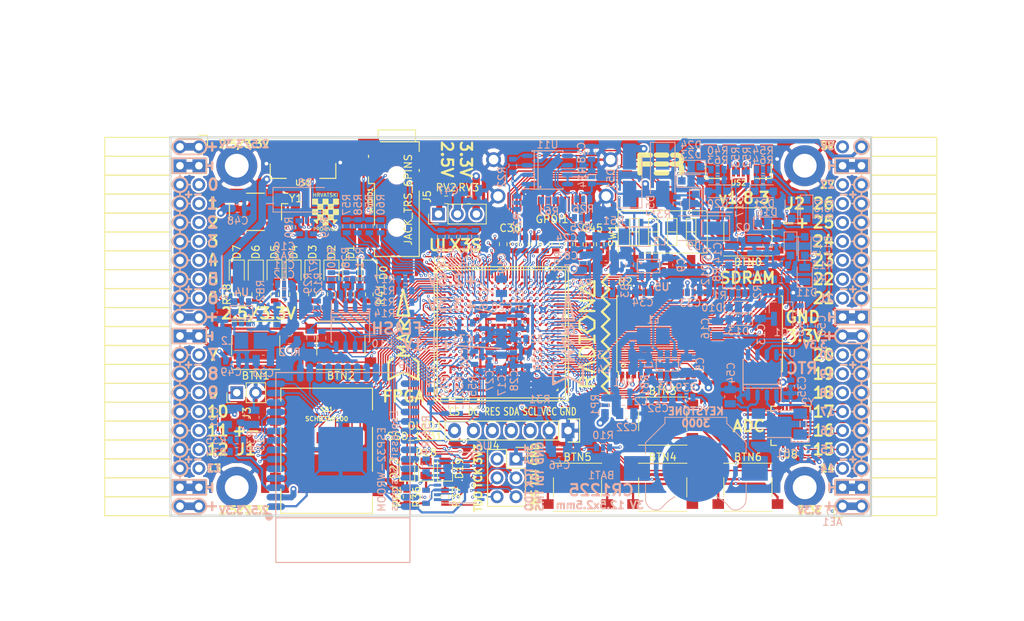
<source format=kicad_pcb>
(kicad_pcb (version 20171130) (host pcbnew 5.0.0-rc2-dev-unknown+dfsg1+20180318-2)
  (layers (0 F.Cu signal) (1 In1.Cu signal) (2 In2.Cu signal) (31 B.Cu signal) (34 B.Paste user) (35 F.Paste user) (36 B.SilkS user) (37 F.SilkS user) (38 B.Mask user) (39 F.Mask user) (44 Edge.Cuts user))
  (net 0 "")
  (net 1 GND)
  (net 2 +5V)
  (net 3 /gpio/IN5V)
  (net 4 /gpio/OUT5V)
  (net 5 +3V3)
  (net 6 BTN_D)
  (net 7 BTN_F1)
  (net 8 BTN_F2)
  (net 9 BTN_L)
  (net 10 BTN_R)
  (net 11 BTN_U)
  (net 12 /power/FB1)
  (net 13 +2V5)
  (net 14 /power/PWREN)
  (net 15 /power/FB3)
  (net 16 /power/FB2)
  (net 17 "Net-(D9-Pad1)")
  (net 18 /power/VBAT)
  (net 19 JTAG_TDI)
  (net 20 JTAG_TCK)
  (net 21 JTAG_TMS)
  (net 22 JTAG_TDO)
  (net 23 /power/WAKEUPn)
  (net 24 /power/WKUP)
  (net 25 /power/SHUT)
  (net 26 /power/WAKE)
  (net 27 /power/HOLD)
  (net 28 /power/WKn)
  (net 29 /power/OSCI_32k)
  (net 30 /power/OSCO_32k)
  (net 31 "Net-(Q2-Pad3)")
  (net 32 SHUTDOWN)
  (net 33 /analog/AUDIO_L)
  (net 34 /analog/AUDIO_R)
  (net 35 GPDI_SDA)
  (net 36 GPDI_SCL)
  (net 37 /gpdi/VREF2)
  (net 38 SD_CMD)
  (net 39 SD_CLK)
  (net 40 SD_D0)
  (net 41 SD_D1)
  (net 42 USB5V)
  (net 43 GPDI_CEC)
  (net 44 nRESET)
  (net 45 FTDI_nDTR)
  (net 46 SDRAM_CKE)
  (net 47 SDRAM_A7)
  (net 48 SDRAM_D15)
  (net 49 SDRAM_BA1)
  (net 50 SDRAM_D7)
  (net 51 SDRAM_A6)
  (net 52 SDRAM_CLK)
  (net 53 SDRAM_D13)
  (net 54 SDRAM_BA0)
  (net 55 SDRAM_D6)
  (net 56 SDRAM_A5)
  (net 57 SDRAM_D14)
  (net 58 SDRAM_A11)
  (net 59 SDRAM_D12)
  (net 60 SDRAM_D5)
  (net 61 SDRAM_A4)
  (net 62 SDRAM_A10)
  (net 63 SDRAM_D11)
  (net 64 SDRAM_A3)
  (net 65 SDRAM_D4)
  (net 66 SDRAM_D10)
  (net 67 SDRAM_D9)
  (net 68 SDRAM_A9)
  (net 69 SDRAM_D3)
  (net 70 SDRAM_D8)
  (net 71 SDRAM_A8)
  (net 72 SDRAM_A2)
  (net 73 SDRAM_A1)
  (net 74 SDRAM_A0)
  (net 75 SDRAM_D2)
  (net 76 SDRAM_D1)
  (net 77 SDRAM_D0)
  (net 78 SDRAM_DQM0)
  (net 79 SDRAM_nCS)
  (net 80 SDRAM_nRAS)
  (net 81 SDRAM_DQM1)
  (net 82 SDRAM_nCAS)
  (net 83 SDRAM_nWE)
  (net 84 /flash/FLASH_nWP)
  (net 85 /flash/FLASH_nHOLD)
  (net 86 /flash/FLASH_MOSI)
  (net 87 /flash/FLASH_MISO)
  (net 88 /flash/FLASH_SCK)
  (net 89 /flash/FLASH_nCS)
  (net 90 /flash/FPGA_PROGRAMN)
  (net 91 /flash/FPGA_DONE)
  (net 92 /flash/FPGA_INITN)
  (net 93 OLED_RES)
  (net 94 OLED_DC)
  (net 95 OLED_CS)
  (net 96 WIFI_EN)
  (net 97 FTDI_nRTS)
  (net 98 FTDI_TXD)
  (net 99 FTDI_RXD)
  (net 100 WIFI_RXD)
  (net 101 WIFI_GPIO0)
  (net 102 WIFI_TXD)
  (net 103 USB_FTDI_D+)
  (net 104 USB_FTDI_D-)
  (net 105 SD_D3)
  (net 106 AUDIO_L3)
  (net 107 AUDIO_L2)
  (net 108 AUDIO_L1)
  (net 109 AUDIO_L0)
  (net 110 AUDIO_R3)
  (net 111 AUDIO_R2)
  (net 112 AUDIO_R1)
  (net 113 AUDIO_R0)
  (net 114 OLED_CLK)
  (net 115 OLED_MOSI)
  (net 116 LED0)
  (net 117 LED1)
  (net 118 LED2)
  (net 119 LED3)
  (net 120 LED4)
  (net 121 LED5)
  (net 122 LED6)
  (net 123 LED7)
  (net 124 BTN_PWRn)
  (net 125 FTDI_nTXLED)
  (net 126 FTDI_nSLEEP)
  (net 127 /blinkey/LED_PWREN)
  (net 128 /blinkey/LED_TXLED)
  (net 129 /sdcard/SD3V3)
  (net 130 SD_D2)
  (net 131 CLK_25MHz)
  (net 132 /blinkey/BTNPUL)
  (net 133 /blinkey/BTNPUR)
  (net 134 USB_FPGA_D+)
  (net 135 /power/FTDI_nSUSPEND)
  (net 136 /blinkey/ALED0)
  (net 137 /blinkey/ALED1)
  (net 138 /blinkey/ALED2)
  (net 139 /blinkey/ALED3)
  (net 140 /blinkey/ALED4)
  (net 141 /blinkey/ALED5)
  (net 142 /blinkey/ALED6)
  (net 143 /blinkey/ALED7)
  (net 144 /usb/FTD-)
  (net 145 /usb/FTD+)
  (net 146 ADC_MISO)
  (net 147 ADC_MOSI)
  (net 148 ADC_CSn)
  (net 149 ADC_SCLK)
  (net 150 SW3)
  (net 151 SW2)
  (net 152 SW1)
  (net 153 USB_FPGA_D-)
  (net 154 /usb/FPD+)
  (net 155 /usb/FPD-)
  (net 156 WIFI_GPIO16)
  (net 157 /usb/ANT_433MHz)
  (net 158 /power/PWRBTn)
  (net 159 PROG_DONE)
  (net 160 /power/P3V3)
  (net 161 /power/P2V5)
  (net 162 /power/L1)
  (net 163 /power/L3)
  (net 164 /power/L2)
  (net 165 FTDI_TXDEN)
  (net 166 SDRAM_A12)
  (net 167 /analog/AUDIO_V)
  (net 168 AUDIO_V3)
  (net 169 AUDIO_V2)
  (net 170 AUDIO_V1)
  (net 171 AUDIO_V0)
  (net 172 /blinkey/LED_WIFI)
  (net 173 /power/P1V1)
  (net 174 +1V1)
  (net 175 SW4)
  (net 176 /blinkey/SWPU)
  (net 177 /wifi/WIFIEN)
  (net 178 FT2V5)
  (net 179 GN0)
  (net 180 GP0)
  (net 181 GN1)
  (net 182 GP1)
  (net 183 GN2)
  (net 184 GP2)
  (net 185 GN3)
  (net 186 GP3)
  (net 187 GN4)
  (net 188 GP4)
  (net 189 GN5)
  (net 190 GP5)
  (net 191 GN6)
  (net 192 GP6)
  (net 193 GN14)
  (net 194 GP14)
  (net 195 GN15)
  (net 196 GP15)
  (net 197 GN16)
  (net 198 GP16)
  (net 199 GN17)
  (net 200 GP17)
  (net 201 GN18)
  (net 202 GP18)
  (net 203 GN19)
  (net 204 GP19)
  (net 205 GN20)
  (net 206 GP20)
  (net 207 GN21)
  (net 208 GP21)
  (net 209 GN22)
  (net 210 GP22)
  (net 211 GN23)
  (net 212 GP23)
  (net 213 GN24)
  (net 214 GP24)
  (net 215 GN25)
  (net 216 GP25)
  (net 217 GN26)
  (net 218 GP26)
  (net 219 GN27)
  (net 220 GP27)
  (net 221 GN7)
  (net 222 GP7)
  (net 223 GN8)
  (net 224 GP8)
  (net 225 GN9)
  (net 226 GP9)
  (net 227 GN10)
  (net 228 GP10)
  (net 229 GN11)
  (net 230 GP11)
  (net 231 GN12)
  (net 232 GP12)
  (net 233 GN13)
  (net 234 GP13)
  (net 235 WIFI_GPIO5)
  (net 236 WIFI_GPIO17)
  (net 237 USB_FPGA_PULL_D+)
  (net 238 USB_FPGA_PULL_D-)
  (net 239 "Net-(D23-Pad2)")
  (net 240 "Net-(D24-Pad1)")
  (net 241 "Net-(D25-Pad2)")
  (net 242 "Net-(D26-Pad1)")
  (net 243 /gpdi/GPDI_ETH+)
  (net 244 FPDI_ETH+)
  (net 245 /gpdi/GPDI_ETH-)
  (net 246 FPDI_ETH-)
  (net 247 /gpdi/GPDI_D2-)
  (net 248 FPDI_D2-)
  (net 249 /gpdi/GPDI_D1-)
  (net 250 FPDI_D1-)
  (net 251 /gpdi/GPDI_D0-)
  (net 252 FPDI_D0-)
  (net 253 /gpdi/GPDI_CLK-)
  (net 254 FPDI_CLK-)
  (net 255 /gpdi/GPDI_D2+)
  (net 256 FPDI_D2+)
  (net 257 /gpdi/GPDI_D1+)
  (net 258 FPDI_D1+)
  (net 259 /gpdi/GPDI_D0+)
  (net 260 FPDI_D0+)
  (net 261 /gpdi/GPDI_CLK+)
  (net 262 FPDI_CLK+)
  (net 263 FPDI_SDA)
  (net 264 FPDI_SCL)
  (net 265 /gpdi/FPDI_CEC)
  (net 266 2V5_3V3)
  (net 267 "Net-(AUDIO1-Pad5)")
  (net 268 "Net-(AUDIO1-Pad6)")
  (net 269 "Net-(U1-PadA15)")
  (net 270 "Net-(U1-PadC9)")
  (net 271 "Net-(U1-PadD9)")
  (net 272 "Net-(U1-PadD10)")
  (net 273 "Net-(U1-PadD11)")
  (net 274 "Net-(U1-PadD12)")
  (net 275 "Net-(U1-PadE6)")
  (net 276 "Net-(U1-PadE9)")
  (net 277 "Net-(U1-PadE10)")
  (net 278 "Net-(U1-PadE11)")
  (net 279 "Net-(U1-PadJ4)")
  (net 280 "Net-(U1-PadJ5)")
  (net 281 "Net-(U1-PadK5)")
  (net 282 "Net-(U1-PadL5)")
  (net 283 "Net-(U1-PadM4)")
  (net 284 "Net-(U1-PadM5)")
  (net 285 SD_CD)
  (net 286 SD_WP)
  (net 287 "Net-(U1-PadR3)")
  (net 288 "Net-(U1-PadT16)")
  (net 289 "Net-(U1-PadW4)")
  (net 290 "Net-(U1-PadW5)")
  (net 291 "Net-(U1-PadW8)")
  (net 292 "Net-(U1-PadW9)")
  (net 293 "Net-(U1-PadW13)")
  (net 294 "Net-(U1-PadW14)")
  (net 295 "Net-(U1-PadW17)")
  (net 296 "Net-(U1-PadW18)")
  (net 297 FTDI_nRXLED)
  (net 298 "Net-(U8-Pad12)")
  (net 299 "Net-(U8-Pad25)")
  (net 300 "Net-(U9-Pad32)")
  (net 301 "Net-(U9-Pad22)")
  (net 302 "Net-(U9-Pad21)")
  (net 303 "Net-(U9-Pad20)")
  (net 304 "Net-(U9-Pad19)")
  (net 305 "Net-(U9-Pad18)")
  (net 306 "Net-(U9-Pad17)")
  (net 307 "Net-(U9-Pad12)")
  (net 308 "Net-(U9-Pad5)")
  (net 309 "Net-(U9-Pad4)")
  (net 310 "Net-(US1-Pad4)")
  (net 311 "Net-(US2-Pad4)")
  (net 312 "Net-(Y2-Pad3)")
  (net 313 "Net-(Y2-Pad2)")
  (net 314 "Net-(U1-PadK16)")
  (net 315 "Net-(U1-PadK17)")
  (module Socket_Strips:Socket_Strip_Angled_2x20 (layer F.Cu) (at 97.91 62.69 270)
    (fp_text reference J1 (at 40.64 -6.35) (layer F.SilkS) (effects (font (size 1.5 1.5) (thickness 0.3))))
    (fp_text value CONN_02X20 hide)
    (pad 1 thru_hole oval (at 0 0 270) (size 1.7272 1.7272) (drill 1.016) (layers *.Cu *.Mask) (net 266 2V5_3V3))
    (pad 2 thru_hole oval (at 0 2.54 270) (size 1.7272 1.7272) (drill 1.016) (layers *.Cu *.Mask) (net 266 2V5_3V3))
    (pad 3 thru_hole rect (at 2.54 0 270) (size 1.7272 1.7272) (drill 1.016) (layers *.Cu *.Mask) (net 1 GND))
    (pad 4 thru_hole rect (at 2.54 2.54 270) (size 1.7272 1.7272) (drill 1.016) (layers *.Cu *.Mask) (net 1 GND))
    (pad 5 thru_hole oval (at 5.08 0 270) (size 1.7272 1.7272) (drill 1.016) (layers *.Cu *.Mask) (net 179 GN0))
    (pad 6 thru_hole oval (at 5.08 2.54 270) (size 1.7272 1.7272) (drill 1.016) (layers *.Cu *.Mask) (net 180 GP0))
    (pad 7 thru_hole oval (at 7.62 0 270) (size 1.7272 1.7272) (drill 1.016) (layers *.Cu *.Mask) (net 181 GN1))
    (pad 8 thru_hole oval (at 7.62 2.54 270) (size 1.7272 1.7272) (drill 1.016) (layers *.Cu *.Mask) (net 182 GP1))
    (pad 9 thru_hole oval (at 10.16 0 270) (size 1.7272 1.7272) (drill 1.016) (layers *.Cu *.Mask) (net 183 GN2))
    (pad 10 thru_hole oval (at 10.16 2.54 270) (size 1.7272 1.7272) (drill 1.016) (layers *.Cu *.Mask) (net 184 GP2))
    (pad 11 thru_hole oval (at 12.7 0 270) (size 1.7272 1.7272) (drill 1.016) (layers *.Cu *.Mask) (net 185 GN3))
    (pad 12 thru_hole oval (at 12.7 2.54 270) (size 1.7272 1.7272) (drill 1.016) (layers *.Cu *.Mask) (net 186 GP3))
    (pad 13 thru_hole oval (at 15.24 0 270) (size 1.7272 1.7272) (drill 1.016) (layers *.Cu *.Mask) (net 187 GN4))
    (pad 14 thru_hole oval (at 15.24 2.54 270) (size 1.7272 1.7272) (drill 1.016) (layers *.Cu *.Mask) (net 188 GP4))
    (pad 15 thru_hole oval (at 17.78 0 270) (size 1.7272 1.7272) (drill 1.016) (layers *.Cu *.Mask) (net 189 GN5))
    (pad 16 thru_hole oval (at 17.78 2.54 270) (size 1.7272 1.7272) (drill 1.016) (layers *.Cu *.Mask) (net 190 GP5))
    (pad 17 thru_hole oval (at 20.32 0 270) (size 1.7272 1.7272) (drill 1.016) (layers *.Cu *.Mask) (net 191 GN6))
    (pad 18 thru_hole oval (at 20.32 2.54 270) (size 1.7272 1.7272) (drill 1.016) (layers *.Cu *.Mask) (net 192 GP6))
    (pad 19 thru_hole oval (at 22.86 0 270) (size 1.7272 1.7272) (drill 1.016) (layers *.Cu *.Mask) (net 266 2V5_3V3))
    (pad 20 thru_hole oval (at 22.86 2.54 270) (size 1.7272 1.7272) (drill 1.016) (layers *.Cu *.Mask) (net 266 2V5_3V3))
    (pad 21 thru_hole rect (at 25.4 0 270) (size 1.7272 1.7272) (drill 1.016) (layers *.Cu *.Mask) (net 1 GND))
    (pad 22 thru_hole rect (at 25.4 2.54 270) (size 1.7272 1.7272) (drill 1.016) (layers *.Cu *.Mask) (net 1 GND))
    (pad 23 thru_hole oval (at 27.94 0 270) (size 1.7272 1.7272) (drill 1.016) (layers *.Cu *.Mask) (net 221 GN7))
    (pad 24 thru_hole oval (at 27.94 2.54 270) (size 1.7272 1.7272) (drill 1.016) (layers *.Cu *.Mask) (net 222 GP7))
    (pad 25 thru_hole oval (at 30.48 0 270) (size 1.7272 1.7272) (drill 1.016) (layers *.Cu *.Mask) (net 223 GN8))
    (pad 26 thru_hole oval (at 30.48 2.54 270) (size 1.7272 1.7272) (drill 1.016) (layers *.Cu *.Mask) (net 224 GP8))
    (pad 27 thru_hole oval (at 33.02 0 270) (size 1.7272 1.7272) (drill 1.016) (layers *.Cu *.Mask) (net 225 GN9))
    (pad 28 thru_hole oval (at 33.02 2.54 270) (size 1.7272 1.7272) (drill 1.016) (layers *.Cu *.Mask) (net 226 GP9))
    (pad 29 thru_hole oval (at 35.56 0 270) (size 1.7272 1.7272) (drill 1.016) (layers *.Cu *.Mask) (net 227 GN10))
    (pad 30 thru_hole oval (at 35.56 2.54 270) (size 1.7272 1.7272) (drill 1.016) (layers *.Cu *.Mask) (net 228 GP10))
    (pad 31 thru_hole oval (at 38.1 0 270) (size 1.7272 1.7272) (drill 1.016) (layers *.Cu *.Mask) (net 229 GN11))
    (pad 32 thru_hole oval (at 38.1 2.54 270) (size 1.7272 1.7272) (drill 1.016) (layers *.Cu *.Mask) (net 230 GP11))
    (pad 33 thru_hole oval (at 40.64 0 270) (size 1.7272 1.7272) (drill 1.016) (layers *.Cu *.Mask) (net 231 GN12))
    (pad 34 thru_hole oval (at 40.64 2.54 270) (size 1.7272 1.7272) (drill 1.016) (layers *.Cu *.Mask) (net 232 GP12))
    (pad 35 thru_hole oval (at 43.18 0 270) (size 1.7272 1.7272) (drill 1.016) (layers *.Cu *.Mask) (net 233 GN13))
    (pad 36 thru_hole oval (at 43.18 2.54 270) (size 1.7272 1.7272) (drill 1.016) (layers *.Cu *.Mask) (net 234 GP13))
    (pad 37 thru_hole rect (at 45.72 0 270) (size 1.7272 1.7272) (drill 1.016) (layers *.Cu *.Mask) (net 1 GND))
    (pad 38 thru_hole rect (at 45.72 2.54 270) (size 1.7272 1.7272) (drill 1.016) (layers *.Cu *.Mask) (net 1 GND))
    (pad 39 thru_hole oval (at 48.26 0 270) (size 1.7272 1.7272) (drill 1.016) (layers *.Cu *.Mask) (net 266 2V5_3V3))
    (pad 40 thru_hole oval (at 48.26 2.54 270) (size 1.7272 1.7272) (drill 1.016) (layers *.Cu *.Mask) (net 266 2V5_3V3))
  )
  (module TSOT-25:TSOT-25 (layer B.Cu) (at 160.775 91.9)
    (fp_text reference U3 (at -0.295 2.9) (layer B.SilkS) (effects (font (thickness 0.2)) (justify mirror)))
    (fp_text value TLV62569DBV)
    (pad 1 smd rect (at -0.95 -1.3) (size 0.7 1.2) (layers B.Cu B.Paste B.Mask) (net 14 /power/PWREN))
    (pad 2 smd rect (at 0 -1.3) (size 0.7 1.2) (layers B.Cu B.Paste B.Mask) (net 1 GND))
    (pad 3 smd rect (at 0.95 -1.3) (size 0.7 1.2) (layers B.Cu B.Paste B.Mask) (net 162 /power/L1))
    (pad 4 smd rect (at 0.95 1.3) (size 0.7 1.2) (layers B.Cu B.Paste B.Mask) (net 2 +5V))
    (pad 5 smd rect (at -0.95 1.3) (size 0.7 1.2) (layers B.Cu B.Paste B.Mask) (net 12 /power/FB1))
  )
  (module TSOT-25:TSOT-25 (layer B.Cu) (at 103.625 84.915 180)
    (fp_text reference U4 (at 0 2.697 180) (layer B.SilkS) (effects (font (thickness 0.2)) (justify mirror)))
    (fp_text value TLV62569DBV)
    (pad 1 smd rect (at -0.95 -1.3 180) (size 0.7 1.2) (layers B.Cu B.Paste B.Mask) (net 14 /power/PWREN))
    (pad 2 smd rect (at 0 -1.3 180) (size 0.7 1.2) (layers B.Cu B.Paste B.Mask) (net 1 GND))
    (pad 3 smd rect (at 0.95 -1.3 180) (size 0.7 1.2) (layers B.Cu B.Paste B.Mask) (net 164 /power/L2))
    (pad 4 smd rect (at 0.95 1.3 180) (size 0.7 1.2) (layers B.Cu B.Paste B.Mask) (net 2 +5V))
    (pad 5 smd rect (at -0.95 1.3 180) (size 0.7 1.2) (layers B.Cu B.Paste B.Mask) (net 16 /power/FB2))
  )
  (module TSOT-25:TSOT-25 (layer B.Cu) (at 158.235 78.692)
    (fp_text reference U5 (at 1.793 2.812) (layer B.SilkS) (effects (font (thickness 0.2)) (justify mirror)))
    (fp_text value TLV62569DBV)
    (pad 1 smd rect (at -0.95 -1.3) (size 0.7 1.2) (layers B.Cu B.Paste B.Mask) (net 14 /power/PWREN))
    (pad 2 smd rect (at 0 -1.3) (size 0.7 1.2) (layers B.Cu B.Paste B.Mask) (net 1 GND))
    (pad 3 smd rect (at 0.95 -1.3) (size 0.7 1.2) (layers B.Cu B.Paste B.Mask) (net 163 /power/L3))
    (pad 4 smd rect (at 0.95 1.3) (size 0.7 1.2) (layers B.Cu B.Paste B.Mask) (net 2 +5V))
    (pad 5 smd rect (at -0.95 1.3) (size 0.7 1.2) (layers B.Cu B.Paste B.Mask) (net 15 /power/FB3))
  )
  (module Socket_Strips:Socket_Strip_Angled_2x20 (layer F.Cu) (at 184.27 110.95 90)
    (fp_text reference J2 (at 40.64 -6.35 180) (layer F.SilkS) (effects (font (size 1.5 1.5) (thickness 0.3))))
    (fp_text value CONN_02X20 hide)
    (pad 1 thru_hole oval (at 0 0 90) (size 1.7272 1.7272) (drill 1.016) (layers *.Cu *.Mask) (net 5 +3V3))
    (pad 2 thru_hole oval (at 0 2.54 90) (size 1.7272 1.7272) (drill 1.016) (layers *.Cu *.Mask) (net 5 +3V3))
    (pad 3 thru_hole rect (at 2.54 0 90) (size 1.7272 1.7272) (drill 1.016) (layers *.Cu *.Mask) (net 1 GND))
    (pad 4 thru_hole rect (at 2.54 2.54 90) (size 1.7272 1.7272) (drill 1.016) (layers *.Cu *.Mask) (net 1 GND))
    (pad 5 thru_hole oval (at 5.08 0 90) (size 1.7272 1.7272) (drill 1.016) (layers *.Cu *.Mask) (net 193 GN14))
    (pad 6 thru_hole oval (at 5.08 2.54 90) (size 1.7272 1.7272) (drill 1.016) (layers *.Cu *.Mask) (net 194 GP14))
    (pad 7 thru_hole oval (at 7.62 0 90) (size 1.7272 1.7272) (drill 1.016) (layers *.Cu *.Mask) (net 195 GN15))
    (pad 8 thru_hole oval (at 7.62 2.54 90) (size 1.7272 1.7272) (drill 1.016) (layers *.Cu *.Mask) (net 196 GP15))
    (pad 9 thru_hole oval (at 10.16 0 90) (size 1.7272 1.7272) (drill 1.016) (layers *.Cu *.Mask) (net 197 GN16))
    (pad 10 thru_hole oval (at 10.16 2.54 90) (size 1.7272 1.7272) (drill 1.016) (layers *.Cu *.Mask) (net 198 GP16))
    (pad 11 thru_hole oval (at 12.7 0 90) (size 1.7272 1.7272) (drill 1.016) (layers *.Cu *.Mask) (net 199 GN17))
    (pad 12 thru_hole oval (at 12.7 2.54 90) (size 1.7272 1.7272) (drill 1.016) (layers *.Cu *.Mask) (net 200 GP17))
    (pad 13 thru_hole oval (at 15.24 0 90) (size 1.7272 1.7272) (drill 1.016) (layers *.Cu *.Mask) (net 201 GN18))
    (pad 14 thru_hole oval (at 15.24 2.54 90) (size 1.7272 1.7272) (drill 1.016) (layers *.Cu *.Mask) (net 202 GP18))
    (pad 15 thru_hole oval (at 17.78 0 90) (size 1.7272 1.7272) (drill 1.016) (layers *.Cu *.Mask) (net 203 GN19))
    (pad 16 thru_hole oval (at 17.78 2.54 90) (size 1.7272 1.7272) (drill 1.016) (layers *.Cu *.Mask) (net 204 GP19))
    (pad 17 thru_hole oval (at 20.32 0 90) (size 1.7272 1.7272) (drill 1.016) (layers *.Cu *.Mask) (net 205 GN20))
    (pad 18 thru_hole oval (at 20.32 2.54 90) (size 1.7272 1.7272) (drill 1.016) (layers *.Cu *.Mask) (net 206 GP20))
    (pad 19 thru_hole oval (at 22.86 0 90) (size 1.7272 1.7272) (drill 1.016) (layers *.Cu *.Mask) (net 5 +3V3))
    (pad 20 thru_hole oval (at 22.86 2.54 90) (size 1.7272 1.7272) (drill 1.016) (layers *.Cu *.Mask) (net 5 +3V3))
    (pad 21 thru_hole rect (at 25.4 0 90) (size 1.7272 1.7272) (drill 1.016) (layers *.Cu *.Mask) (net 1 GND))
    (pad 22 thru_hole rect (at 25.4 2.54 90) (size 1.7272 1.7272) (drill 1.016) (layers *.Cu *.Mask) (net 1 GND))
    (pad 23 thru_hole oval (at 27.94 0 90) (size 1.7272 1.7272) (drill 1.016) (layers *.Cu *.Mask) (net 207 GN21))
    (pad 24 thru_hole oval (at 27.94 2.54 90) (size 1.7272 1.7272) (drill 1.016) (layers *.Cu *.Mask) (net 208 GP21))
    (pad 25 thru_hole oval (at 30.48 0 90) (size 1.7272 1.7272) (drill 1.016) (layers *.Cu *.Mask) (net 209 GN22))
    (pad 26 thru_hole oval (at 30.48 2.54 90) (size 1.7272 1.7272) (drill 1.016) (layers *.Cu *.Mask) (net 210 GP22))
    (pad 27 thru_hole oval (at 33.02 0 90) (size 1.7272 1.7272) (drill 1.016) (layers *.Cu *.Mask) (net 211 GN23))
    (pad 28 thru_hole oval (at 33.02 2.54 90) (size 1.7272 1.7272) (drill 1.016) (layers *.Cu *.Mask) (net 212 GP23))
    (pad 29 thru_hole oval (at 35.56 0 90) (size 1.7272 1.7272) (drill 1.016) (layers *.Cu *.Mask) (net 213 GN24))
    (pad 30 thru_hole oval (at 35.56 2.54 90) (size 1.7272 1.7272) (drill 1.016) (layers *.Cu *.Mask) (net 214 GP24))
    (pad 31 thru_hole oval (at 38.1 0 90) (size 1.7272 1.7272) (drill 1.016) (layers *.Cu *.Mask) (net 215 GN25))
    (pad 32 thru_hole oval (at 38.1 2.54 90) (size 1.7272 1.7272) (drill 1.016) (layers *.Cu *.Mask) (net 216 GP25))
    (pad 33 thru_hole oval (at 40.64 0 90) (size 1.7272 1.7272) (drill 1.016) (layers *.Cu *.Mask) (net 217 GN26))
    (pad 34 thru_hole oval (at 40.64 2.54 90) (size 1.7272 1.7272) (drill 1.016) (layers *.Cu *.Mask) (net 218 GP26))
    (pad 35 thru_hole oval (at 43.18 0 90) (size 1.7272 1.7272) (drill 1.016) (layers *.Cu *.Mask) (net 219 GN27))
    (pad 36 thru_hole oval (at 43.18 2.54 90) (size 1.7272 1.7272) (drill 1.016) (layers *.Cu *.Mask) (net 220 GP27))
    (pad 37 thru_hole rect (at 45.72 0 90) (size 1.7272 1.7272) (drill 1.016) (layers *.Cu *.Mask) (net 1 GND))
    (pad 38 thru_hole rect (at 45.72 2.54 90) (size 1.7272 1.7272) (drill 1.016) (layers *.Cu *.Mask) (net 1 GND))
    (pad 39 thru_hole oval (at 48.26 0 90) (size 1.7272 1.7272) (drill 1.016) (layers *.Cu *.Mask) (net 3 /gpio/IN5V))
    (pad 40 thru_hole oval (at 48.26 2.54 90) (size 1.7272 1.7272) (drill 1.016) (layers *.Cu *.Mask) (net 4 /gpio/OUT5V))
  )
  (module Mounting_Holes:MountingHole_3.2mm_M3_ISO14580_Pad (layer F.Cu) (at 102.99 108.41)
    (fp_text reference H1 hide)
    (fp_text value HOLE hide)
    (pad 1 thru_hole circle (at 0 0) (size 5.5 5.5) (drill 3.2) (layers *.Cu *.Mask) (net 1 GND))
  )
  (module Mounting_Holes:MountingHole_3.2mm_M3_ISO14580_Pad (layer F.Cu) (at 179.19 108.41)
    (fp_text reference H2 hide)
    (fp_text value HOLE hide)
    (pad 1 thru_hole circle (at 0 0) (size 5.5 5.5) (drill 3.2) (layers *.Cu *.Mask) (net 1 GND))
  )
  (module Mounting_Holes:MountingHole_3.2mm_M3_ISO14580_Pad (layer F.Cu) (at 179.19 65.23)
    (fp_text reference H3 hide)
    (fp_text value HOLE hide)
    (pad 1 thru_hole circle (at 0 0) (size 5.5 5.5) (drill 3.2) (layers *.Cu *.Mask) (net 1 GND))
  )
  (module Mounting_Holes:MountingHole_3.2mm_M3_ISO14580_Pad (layer F.Cu) (at 102.99 65.23)
    (fp_text reference H4 hide)
    (fp_text value HOLE hide)
    (pad 1 thru_hole circle (at 0 0) (size 5.5 5.5) (drill 3.2) (layers *.Cu *.Mask) (net 1 GND))
  )
  (module Housings_SSOP:SSOP-20_4.4x6.5mm_Pitch0.65mm (layer B.Cu) (at 132.835 107.14 180)
    (fp_text reference U6 (at -3.175 4.318 180) (layer B.SilkS) (effects (justify mirror)))
    (fp_text value FT231XS)
    (pad 1 smd rect (at -2.9 2.925 180) (size 1 0.4) (layers B.Cu B.Paste B.Mask) (net 45 FTDI_nDTR))
    (pad 2 smd rect (at -2.9 2.275 180) (size 1 0.4) (layers B.Cu B.Paste B.Mask) (net 97 FTDI_nRTS))
    (pad 3 smd rect (at -2.9 1.625 180) (size 1 0.4) (layers B.Cu B.Paste B.Mask) (net 178 FT2V5))
    (pad 4 smd rect (at -2.9 0.975 180) (size 1 0.4) (layers B.Cu B.Paste B.Mask) (net 99 FTDI_RXD))
    (pad 5 smd rect (at -2.9 0.325 180) (size 1 0.4) (layers B.Cu B.Paste B.Mask) (net 19 JTAG_TDI))
    (pad 6 smd rect (at -2.9 -0.325 180) (size 1 0.4) (layers B.Cu B.Paste B.Mask) (net 1 GND))
    (pad 7 smd rect (at -2.9 -0.975 180) (size 1 0.4) (layers B.Cu B.Paste B.Mask) (net 20 JTAG_TCK))
    (pad 8 smd rect (at -2.9 -1.625 180) (size 1 0.4) (layers B.Cu B.Paste B.Mask) (net 21 JTAG_TMS))
    (pad 9 smd rect (at -2.9 -2.275 180) (size 1 0.4) (layers B.Cu B.Paste B.Mask) (net 22 JTAG_TDO))
    (pad 10 smd rect (at -2.9 -2.925 180) (size 1 0.4) (layers B.Cu B.Paste B.Mask) (net 125 FTDI_nTXLED))
    (pad 11 smd rect (at 2.9 -2.925 180) (size 1 0.4) (layers B.Cu B.Paste B.Mask) (net 103 USB_FTDI_D+))
    (pad 12 smd rect (at 2.9 -2.275 180) (size 1 0.4) (layers B.Cu B.Paste B.Mask) (net 104 USB_FTDI_D-))
    (pad 13 smd rect (at 2.9 -1.625 180) (size 1 0.4) (layers B.Cu B.Paste B.Mask) (net 178 FT2V5))
    (pad 14 smd rect (at 2.9 -0.975 180) (size 1 0.4) (layers B.Cu B.Paste B.Mask) (net 44 nRESET))
    (pad 15 smd rect (at 2.9 -0.325 180) (size 1 0.4) (layers B.Cu B.Paste B.Mask) (net 42 USB5V))
    (pad 16 smd rect (at 2.9 0.325 180) (size 1 0.4) (layers B.Cu B.Paste B.Mask) (net 1 GND))
    (pad 17 smd rect (at 2.9 0.975 180) (size 1 0.4) (layers B.Cu B.Paste B.Mask) (net 297 FTDI_nRXLED))
    (pad 18 smd rect (at 2.9 1.625 180) (size 1 0.4) (layers B.Cu B.Paste B.Mask) (net 165 FTDI_TXDEN))
    (pad 19 smd rect (at 2.9 2.275 180) (size 1 0.4) (layers B.Cu B.Paste B.Mask) (net 126 FTDI_nSLEEP))
    (pad 20 smd rect (at 2.9 2.925 180) (size 1 0.4) (layers B.Cu B.Paste B.Mask) (net 98 FTDI_TXD))
  )
  (module usb_otg:USB-MICRO-B-FCI-10118192-0001LF (layer F.Cu) (at 111.88 63.325 180)
    (fp_text reference US1 (at 0 -4.2 180) (layer F.SilkS) (effects (font (size 0.7 0.7))))
    (fp_text value MICRO_USB hide)
    (pad 6 smd rect (at -3.1 -2.55 180) (size 2.1 1.6) (layers F.Cu F.Paste F.Mask) (net 1 GND))
    (pad 6 smd rect (at 3.1 -2.55 180) (size 2.1 1.6) (layers F.Cu F.Paste F.Mask) (net 1 GND))
    (pad 6 smd rect (at -1.2 0 180) (size 1.9 1.9) (layers F.Cu F.Paste F.Mask) (net 1 GND))
    (pad 6 smd rect (at 1.2 0 180) (size 1.9 1.9) (layers F.Cu F.Paste F.Mask) (net 1 GND))
    (pad 1 smd rect (at -1.3 -2.675 180) (size 0.4 1.35) (layers F.Cu F.Paste F.Mask) (net 42 USB5V))
    (pad 2 smd rect (at -0.65 -2.675 180) (size 0.4 1.35) (layers F.Cu F.Paste F.Mask) (net 144 /usb/FTD-))
    (pad 3 smd rect (at 0 -2.675 180) (size 0.4 1.35) (layers F.Cu F.Paste F.Mask) (net 145 /usb/FTD+))
    (pad 4 smd rect (at 0.65 -2.675 180) (size 0.4 1.35) (layers F.Cu F.Paste F.Mask) (net 310 "Net-(US1-Pad4)"))
    (pad 5 smd rect (at 1.3 -2.675 180) (size 0.4 1.35) (layers F.Cu F.Paste F.Mask) (net 1 GND))
    (pad 6 smd rect (at -3.8 0 180) (size 1.8 1.9) (layers F.Cu F.Paste F.Mask) (net 1 GND))
    (pad 6 smd rect (at 3.8 0 180) (size 1.8 1.9) (layers F.Cu F.Paste F.Mask) (net 1 GND))
  )
  (module usb_otg:USB-MICRO-B-FCI-10118192-0001LF (layer F.Cu) (at 170.3 63.325 180)
    (fp_text reference US2 (at 0 -4.2 180) (layer F.SilkS) (effects (font (size 0.7 0.7))))
    (fp_text value MICRO_USB hide)
    (pad 6 smd rect (at -3.1 -2.55 180) (size 2.1 1.6) (layers F.Cu F.Paste F.Mask) (net 1 GND))
    (pad 6 smd rect (at 3.1 -2.55 180) (size 2.1 1.6) (layers F.Cu F.Paste F.Mask) (net 1 GND))
    (pad 6 smd rect (at -1.2 0 180) (size 1.9 1.9) (layers F.Cu F.Paste F.Mask) (net 1 GND))
    (pad 6 smd rect (at 1.2 0 180) (size 1.9 1.9) (layers F.Cu F.Paste F.Mask) (net 1 GND))
    (pad 1 smd rect (at -1.3 -2.675 180) (size 0.4 1.35) (layers F.Cu F.Paste F.Mask) (net 17 "Net-(D9-Pad1)"))
    (pad 2 smd rect (at -0.65 -2.675 180) (size 0.4 1.35) (layers F.Cu F.Paste F.Mask) (net 155 /usb/FPD-))
    (pad 3 smd rect (at 0 -2.675 180) (size 0.4 1.35) (layers F.Cu F.Paste F.Mask) (net 154 /usb/FPD+))
    (pad 4 smd rect (at 0.65 -2.675 180) (size 0.4 1.35) (layers F.Cu F.Paste F.Mask) (net 311 "Net-(US2-Pad4)"))
    (pad 5 smd rect (at 1.3 -2.675 180) (size 0.4 1.35) (layers F.Cu F.Paste F.Mask) (net 1 GND))
    (pad 6 smd rect (at -3.8 0 180) (size 1.8 1.9) (layers F.Cu F.Paste F.Mask) (net 1 GND))
    (pad 6 smd rect (at 3.8 0 180) (size 1.8 1.9) (layers F.Cu F.Paste F.Mask) (net 1 GND))
  )
  (module Socket_Strips:Socket_Strip_Straight_2x03 (layer F.Cu) (at 140.455 104.6 270)
    (fp_text reference J4 (at -1.778 3.048) (layer F.SilkS))
    (fp_text value CONN_02X03 hide)
    (pad 1 thru_hole rect (at 0 0 270) (size 1.7272 1.7272) (drill 1.016) (layers *.Cu *.Mask) (net 1 GND))
    (pad 2 thru_hole oval (at 0 2.54 270) (size 1.7272 1.7272) (drill 1.016) (layers *.Cu *.Mask) (net 5 +3V3))
    (pad 3 thru_hole oval (at 2.54 0 270) (size 1.7272 1.7272) (drill 1.016) (layers *.Cu *.Mask) (net 19 JTAG_TDI))
    (pad 4 thru_hole oval (at 2.54 2.54 270) (size 1.7272 1.7272) (drill 1.016) (layers *.Cu *.Mask) (net 20 JTAG_TCK))
    (pad 5 thru_hole oval (at 5.08 0 270) (size 1.7272 1.7272) (drill 1.016) (layers *.Cu *.Mask) (net 21 JTAG_TMS))
    (pad 6 thru_hole oval (at 5.08 2.54 270) (size 1.7272 1.7272) (drill 1.016) (layers *.Cu *.Mask) (net 22 JTAG_TDO))
  )
  (module Housings_DFN_QFN:QFN-28-1EP_5x5mm_Pitch0.5mm (layer F.Cu) (at 177.285 100.155 180)
    (fp_text reference U8 (at 0 -3.875 180) (layer F.SilkS))
    (fp_text value MAX11125)
    (pad 1 smd oval (at -2.45 -1.5 180) (size 0.85 0.3) (layers F.Cu F.Paste F.Mask) (net 196 GP15))
    (pad 2 smd oval (at -2.45 -1 180) (size 0.85 0.3) (layers F.Cu F.Paste F.Mask) (net 197 GN16))
    (pad 3 smd oval (at -2.45 -0.5 180) (size 0.85 0.3) (layers F.Cu F.Paste F.Mask) (net 198 GP16))
    (pad 4 smd oval (at -2.45 0 180) (size 0.85 0.3) (layers F.Cu F.Paste F.Mask) (net 199 GN17))
    (pad 5 smd oval (at -2.45 0.5 180) (size 0.85 0.3) (layers F.Cu F.Paste F.Mask) (net 200 GP17))
    (pad 6 smd oval (at -2.45 1 180) (size 0.85 0.3) (layers F.Cu F.Paste F.Mask) (net 1 GND))
    (pad 7 smd oval (at -2.45 1.5 180) (size 0.85 0.3) (layers F.Cu F.Paste F.Mask) (net 1 GND))
    (pad 8 smd oval (at -1.5 2.45 270) (size 0.85 0.3) (layers F.Cu F.Paste F.Mask) (net 1 GND))
    (pad 9 smd oval (at -1 2.45 270) (size 0.85 0.3) (layers F.Cu F.Paste F.Mask) (net 1 GND))
    (pad 10 smd oval (at -0.5 2.45 270) (size 0.85 0.3) (layers F.Cu F.Paste F.Mask) (net 1 GND))
    (pad 11 smd oval (at 0 2.45 270) (size 0.85 0.3) (layers F.Cu F.Paste F.Mask) (net 1 GND))
    (pad 12 smd oval (at 0.5 2.45 270) (size 0.85 0.3) (layers F.Cu F.Paste F.Mask) (net 298 "Net-(U8-Pad12)"))
    (pad 13 smd oval (at 1 2.45 270) (size 0.85 0.3) (layers F.Cu F.Paste F.Mask) (net 1 GND))
    (pad 14 smd oval (at 1.5 2.45 270) (size 0.85 0.3) (layers F.Cu F.Paste F.Mask) (net 1 GND))
    (pad 15 smd oval (at 2.45 1.5 180) (size 0.85 0.3) (layers F.Cu F.Paste F.Mask) (net 5 +3V3))
    (pad 16 smd oval (at 2.45 1 180) (size 0.85 0.3) (layers F.Cu F.Paste F.Mask) (net 1 GND))
    (pad 17 smd oval (at 2.45 0.5 180) (size 0.85 0.3) (layers F.Cu F.Paste F.Mask) (net 5 +3V3))
    (pad 18 smd oval (at 2.45 0 180) (size 0.85 0.3) (layers F.Cu F.Paste F.Mask) (net 5 +3V3))
    (pad 19 smd oval (at 2.45 -0.5 180) (size 0.85 0.3) (layers F.Cu F.Paste F.Mask) (net 149 ADC_SCLK))
    (pad 20 smd oval (at 2.45 -1 180) (size 0.85 0.3) (layers F.Cu F.Paste F.Mask) (net 148 ADC_CSn))
    (pad 21 smd oval (at 2.45 -1.5 180) (size 0.85 0.3) (layers F.Cu F.Paste F.Mask) (net 147 ADC_MOSI))
    (pad 22 smd oval (at 1.5 -2.45 270) (size 0.85 0.3) (layers F.Cu F.Paste F.Mask) (net 1 GND))
    (pad 23 smd oval (at 1 -2.45 270) (size 0.85 0.3) (layers F.Cu F.Paste F.Mask) (net 5 +3V3))
    (pad 24 smd oval (at 0.5 -2.45 270) (size 0.85 0.3) (layers F.Cu F.Paste F.Mask) (net 146 ADC_MISO))
    (pad 25 smd oval (at 0 -2.45 270) (size 0.85 0.3) (layers F.Cu F.Paste F.Mask) (net 299 "Net-(U8-Pad25)"))
    (pad 26 smd oval (at -0.5 -2.45 270) (size 0.85 0.3) (layers F.Cu F.Paste F.Mask) (net 193 GN14))
    (pad 27 smd oval (at -1 -2.45 270) (size 0.85 0.3) (layers F.Cu F.Paste F.Mask) (net 194 GP14))
    (pad 28 smd oval (at -1.5 -2.45 270) (size 0.85 0.3) (layers F.Cu F.Paste F.Mask) (net 195 GN15))
    (pad 29 smd rect (at 0.8375 0.8375 180) (size 1.675 1.675) (layers F.Cu F.Paste F.Mask) (net 1 GND))
    (pad 29 smd rect (at 0.8375 -0.8375 180) (size 1.675 1.675) (layers F.Cu F.Paste F.Mask) (net 1 GND))
    (pad 29 smd rect (at -0.8375 0.8375 180) (size 1.675 1.675) (layers F.Cu F.Paste F.Mask) (net 1 GND))
    (pad 29 smd rect (at -0.8375 -0.8375 180) (size 1.675 1.675) (layers F.Cu F.Paste F.Mask) (net 1 GND))
  )
  (module oled:oled_13xx (layer F.Cu) (at 139.82 100.79 180)
    (fp_text reference OLED1 (at 11.557 0.635 180) (layer F.SilkS))
    (fp_text value SSD_1331 (at 12.954 -0.762 180) (layer F.SilkS))
    (fp_text user CS (at 7.62 2.54 180) (layer F.SilkS) (effects (font (size 1 0.75))))
    (fp_text user DC (at 5.08 2.54 180) (layer F.SilkS) (effects (font (size 1 0.75))))
    (fp_text user RES (at 2.54 2.54 180) (layer F.SilkS) (effects (font (size 1 0.75))))
    (fp_text user SDA (at 0 2.54 180) (layer F.SilkS) (effects (font (size 1 0.75))))
    (fp_text user SCL (at -2.54 2.54 180) (layer F.SilkS) (effects (font (size 1 0.75))))
    (fp_text user VCC (at -5.08 2.54 180) (layer F.SilkS) (effects (font (size 1 0.75))))
    (fp_text user GND (at -7.62 2.54 180) (layer F.SilkS) (effects (font (size 1 0.75))))
    (pad 1 thru_hole rect (at -7.62 0 180) (size 1.7272 2.032) (drill 1.016) (layers *.Cu *.Mask) (net 1 GND))
    (pad 2 thru_hole oval (at -5.08 0 180) (size 1.7272 2.032) (drill 1.016) (layers *.Cu *.Mask) (net 5 +3V3))
    (pad 3 thru_hole oval (at -2.54 0 180) (size 1.7272 2.032) (drill 1.016) (layers *.Cu *.Mask) (net 114 OLED_CLK))
    (pad 4 thru_hole oval (at 0 0 180) (size 1.7272 2.032) (drill 1.016) (layers *.Cu *.Mask) (net 115 OLED_MOSI))
    (pad 5 thru_hole oval (at 2.54 0 180) (size 1.7272 2.032) (drill 1.016) (layers *.Cu *.Mask) (net 93 OLED_RES))
    (pad 6 thru_hole oval (at 5.08 0 180) (size 1.7272 2.032) (drill 1.016) (layers *.Cu *.Mask) (net 94 OLED_DC))
    (pad 7 thru_hole oval (at 7.62 0 180) (size 1.7272 2.032) (drill 1.016) (layers *.Cu *.Mask) (net 95 OLED_CS))
  )
  (module Buttons_Switches_SMD:SW_SPST_PTS645 (layer F.Cu) (at 171.57 74.12 180)
    (fp_text reference BTN0 (at 0 -4.05 180) (layer F.SilkS))
    (fp_text value PTS645)
    (pad 2 smd rect (at -3.98 2.25 180) (size 1.55 1.3) (layers F.Cu F.Paste F.Mask) (net 1 GND))
    (pad 1 smd rect (at -3.98 -2.25 180) (size 1.55 1.3) (layers F.Cu F.Paste F.Mask) (net 158 /power/PWRBTn))
    (pad 1 smd rect (at 3.98 -2.25 180) (size 1.55 1.3) (layers F.Cu F.Paste F.Mask) (net 158 /power/PWRBTn))
    (pad 2 smd rect (at 3.98 2.25 180) (size 1.55 1.3) (layers F.Cu F.Paste F.Mask) (net 1 GND))
  )
  (module Buttons_Switches_SMD:SW_SPST_PTS645 (layer F.Cu) (at 105.53 89.36)
    (fp_text reference BTN1 (at 0 4.064) (layer F.SilkS))
    (fp_text value PTS645)
    (pad 2 smd rect (at -3.98 2.25) (size 1.55 1.3) (layers F.Cu F.Paste F.Mask) (net 7 BTN_F1))
    (pad 1 smd rect (at -3.98 -2.25) (size 1.55 1.3) (layers F.Cu F.Paste F.Mask) (net 132 /blinkey/BTNPUL))
    (pad 1 smd rect (at 3.98 -2.25) (size 1.55 1.3) (layers F.Cu F.Paste F.Mask) (net 132 /blinkey/BTNPUL))
    (pad 2 smd rect (at 3.98 2.25) (size 1.55 1.3) (layers F.Cu F.Paste F.Mask) (net 7 BTN_F1))
  )
  (module Buttons_Switches_SMD:SW_SPST_PTS645 (layer F.Cu) (at 116.96 89.36)
    (fp_text reference BTN2 (at 0 4.064) (layer F.SilkS))
    (fp_text value PTS645)
    (pad 2 smd rect (at -3.98 2.25) (size 1.55 1.3) (layers F.Cu F.Paste F.Mask) (net 8 BTN_F2))
    (pad 1 smd rect (at -3.98 -2.25) (size 1.55 1.3) (layers F.Cu F.Paste F.Mask) (net 132 /blinkey/BTNPUL))
    (pad 1 smd rect (at 3.98 -2.25) (size 1.55 1.3) (layers F.Cu F.Paste F.Mask) (net 132 /blinkey/BTNPUL))
    (pad 2 smd rect (at 3.98 2.25) (size 1.55 1.3) (layers F.Cu F.Paste F.Mask) (net 8 BTN_F2))
  )
  (module Buttons_Switches_SMD:SW_SPST_PTS645 (layer F.Cu) (at 160.14 99.52)
    (fp_text reference BTN3 (at 0 -4.05) (layer F.SilkS))
    (fp_text value PTS645)
    (pad 2 smd rect (at -3.98 2.25) (size 1.55 1.3) (layers F.Cu F.Paste F.Mask) (net 11 BTN_U))
    (pad 1 smd rect (at -3.98 -2.25) (size 1.55 1.3) (layers F.Cu F.Paste F.Mask) (net 133 /blinkey/BTNPUR))
    (pad 1 smd rect (at 3.98 -2.25) (size 1.55 1.3) (layers F.Cu F.Paste F.Mask) (net 133 /blinkey/BTNPUR))
    (pad 2 smd rect (at 3.98 2.25) (size 1.55 1.3) (layers F.Cu F.Paste F.Mask) (net 11 BTN_U))
  )
  (module Buttons_Switches_SMD:SW_SPST_PTS645 (layer F.Cu) (at 160.14 108.41 180)
    (fp_text reference BTN4 (at 0 4.064 180) (layer F.SilkS))
    (fp_text value PTS645)
    (pad 2 smd rect (at -3.98 2.25 180) (size 1.55 1.3) (layers F.Cu F.Paste F.Mask) (net 6 BTN_D))
    (pad 1 smd rect (at -3.98 -2.25 180) (size 1.55 1.3) (layers F.Cu F.Paste F.Mask) (net 133 /blinkey/BTNPUR))
    (pad 1 smd rect (at 3.98 -2.25 180) (size 1.55 1.3) (layers F.Cu F.Paste F.Mask) (net 133 /blinkey/BTNPUR))
    (pad 2 smd rect (at 3.98 2.25 180) (size 1.55 1.3) (layers F.Cu F.Paste F.Mask) (net 6 BTN_D))
  )
  (module Buttons_Switches_SMD:SW_SPST_PTS645 (layer F.Cu) (at 148.71 108.41 180)
    (fp_text reference BTN5 (at 0 4.064 180) (layer F.SilkS))
    (fp_text value PTS645)
    (pad 2 smd rect (at -3.98 2.25 180) (size 1.55 1.3) (layers F.Cu F.Paste F.Mask) (net 9 BTN_L))
    (pad 1 smd rect (at -3.98 -2.25 180) (size 1.55 1.3) (layers F.Cu F.Paste F.Mask) (net 133 /blinkey/BTNPUR))
    (pad 1 smd rect (at 3.98 -2.25 180) (size 1.55 1.3) (layers F.Cu F.Paste F.Mask) (net 133 /blinkey/BTNPUR))
    (pad 2 smd rect (at 3.98 2.25 180) (size 1.55 1.3) (layers F.Cu F.Paste F.Mask) (net 9 BTN_L))
  )
  (module Buttons_Switches_SMD:SW_SPST_PTS645 (layer F.Cu) (at 171.57 108.41 180)
    (fp_text reference BTN6 (at 0 4.064 180) (layer F.SilkS))
    (fp_text value PTS645)
    (pad 2 smd rect (at -3.98 2.25 180) (size 1.55 1.3) (layers F.Cu F.Paste F.Mask) (net 10 BTN_R))
    (pad 1 smd rect (at -3.98 -2.25 180) (size 1.55 1.3) (layers F.Cu F.Paste F.Mask) (net 133 /blinkey/BTNPUR))
    (pad 1 smd rect (at 3.98 -2.25 180) (size 1.55 1.3) (layers F.Cu F.Paste F.Mask) (net 133 /blinkey/BTNPUR))
    (pad 2 smd rect (at 3.98 2.25 180) (size 1.55 1.3) (layers F.Cu F.Paste F.Mask) (net 10 BTN_R))
  )
  (module Buttons_Switches_SMD:SW_DIP_x4_W8.61mm_Slide_LowProfile (layer F.Cu) (at 160.14 74.12 90)
    (fp_text reference SW1 (at -0.508 -6.731 270) (layer F.SilkS))
    (fp_text value DIPSW)
    (pad 1 smd rect (at -4.305 -3.81 90) (size 2.44 1.12) (layers F.Cu F.Mask) (net 176 /blinkey/SWPU))
    (pad 5 smd rect (at 4.305 3.81 90) (size 2.44 1.12) (layers F.Cu F.Mask) (net 175 SW4))
    (pad 2 smd rect (at -4.305 -1.27 90) (size 2.44 1.12) (layers F.Cu F.Mask) (net 176 /blinkey/SWPU))
    (pad 6 smd rect (at 4.305 1.27 90) (size 2.44 1.12) (layers F.Cu F.Mask) (net 150 SW3))
    (pad 3 smd rect (at -4.305 1.27 90) (size 2.44 1.12) (layers F.Cu F.Mask) (net 176 /blinkey/SWPU))
    (pad 7 smd rect (at 4.305 -1.27 90) (size 2.44 1.12) (layers F.Cu F.Mask) (net 151 SW2))
    (pad 4 smd rect (at -4.305 3.81 90) (size 2.44 1.12) (layers F.Cu F.Mask) (net 176 /blinkey/SWPU))
    (pad 8 smd rect (at 4.305 -3.81 90) (size 2.44 1.12) (layers F.Cu F.Mask) (net 152 SW1))
  )
  (module lfe5bg381:BGA-381_pitch0.8mm_dia0.4mm (layer F.Cu) (at 138.48 87.8)
    (fp_text reference U1 (at -8.2 -9.8) (layer F.SilkS))
    (fp_text value LFE5U-85F-6BG381C)
    (pad A2 smd circle (at -6.8 -7.6) (size 0.35 0.35) (layers F.Cu F.Paste F.Mask) (net 226 GP9))
    (pad A3 smd circle (at -6 -7.6) (size 0.35 0.35) (layers F.Cu F.Paste F.Mask) (net 113 AUDIO_R0))
    (pad A4 smd circle (at -5.2 -7.6) (size 0.35 0.35) (layers F.Cu F.Paste F.Mask) (net 224 GP8))
    (pad A5 smd circle (at -4.4 -7.6) (size 0.35 0.35) (layers F.Cu F.Paste F.Mask) (net 223 GN8))
    (pad A6 smd circle (at -3.6 -7.6) (size 0.35 0.35) (layers F.Cu F.Paste F.Mask) (net 222 GP7))
    (pad A7 smd circle (at -2.8 -7.6) (size 0.35 0.35) (layers F.Cu F.Paste F.Mask) (net 188 GP4))
    (pad A8 smd circle (at -2 -7.6) (size 0.35 0.35) (layers F.Cu F.Paste F.Mask) (net 187 GN4))
    (pad A9 smd circle (at -1.2 -7.6) (size 0.35 0.35) (layers F.Cu F.Paste F.Mask) (net 184 GP2))
    (pad A10 smd circle (at -0.4 -7.6) (size 0.35 0.35) (layers F.Cu F.Paste F.Mask) (net 182 GP1))
    (pad A11 smd circle (at 0.4 -7.6) (size 0.35 0.35) (layers F.Cu F.Paste F.Mask) (net 181 GN1))
    (pad A12 smd circle (at 1.2 -7.6) (size 0.35 0.35) (layers F.Cu F.Paste F.Mask) (net 256 FPDI_D2+))
    (pad A13 smd circle (at 2 -7.6) (size 0.35 0.35) (layers F.Cu F.Paste F.Mask) (net 248 FPDI_D2-))
    (pad A14 smd circle (at 2.8 -7.6) (size 0.35 0.35) (layers F.Cu F.Paste F.Mask) (net 258 FPDI_D1+))
    (pad A15 smd circle (at 3.6 -7.6) (size 0.35 0.35) (layers F.Cu F.Paste F.Mask) (net 269 "Net-(U1-PadA15)"))
    (pad A16 smd circle (at 4.4 -7.6) (size 0.35 0.35) (layers F.Cu F.Paste F.Mask) (net 260 FPDI_D0+))
    (pad A17 smd circle (at 5.2 -7.6) (size 0.35 0.35) (layers F.Cu F.Paste F.Mask) (net 262 FPDI_CLK+))
    (pad A18 smd circle (at 6 -7.6) (size 0.35 0.35) (layers F.Cu F.Paste F.Mask) (net 265 /gpdi/FPDI_CEC))
    (pad A19 smd circle (at 6.8 -7.6) (size 0.35 0.35) (layers F.Cu F.Paste F.Mask) (net 244 FPDI_ETH+))
    (pad B1 smd circle (at -7.6 -6.8) (size 0.35 0.35) (layers F.Cu F.Paste F.Mask) (net 225 GN9))
    (pad B2 smd circle (at -6.8 -6.8) (size 0.35 0.35) (layers F.Cu F.Paste F.Mask) (net 116 LED0))
    (pad B3 smd circle (at -6 -6.8) (size 0.35 0.35) (layers F.Cu F.Paste F.Mask) (net 106 AUDIO_L3))
    (pad B4 smd circle (at -5.2 -6.8) (size 0.35 0.35) (layers F.Cu F.Paste F.Mask) (net 227 GN10))
    (pad B5 smd circle (at -4.4 -6.8) (size 0.35 0.35) (layers F.Cu F.Paste F.Mask) (net 112 AUDIO_R1))
    (pad B6 smd circle (at -3.6 -6.8) (size 0.35 0.35) (layers F.Cu F.Paste F.Mask) (net 221 GN7))
    (pad B7 smd circle (at -2.8 -6.8) (size 0.35 0.35) (layers F.Cu F.Paste F.Mask) (net 1 GND))
    (pad B8 smd circle (at -2 -6.8) (size 0.35 0.35) (layers F.Cu F.Paste F.Mask) (net 189 GN5))
    (pad B9 smd circle (at -1.2 -6.8) (size 0.35 0.35) (layers F.Cu F.Paste F.Mask) (net 186 GP3))
    (pad B10 smd circle (at -0.4 -6.8) (size 0.35 0.35) (layers F.Cu F.Paste F.Mask) (net 183 GN2))
    (pad B11 smd circle (at 0.4 -6.8) (size 0.35 0.35) (layers F.Cu F.Paste F.Mask) (net 180 GP0))
    (pad B12 smd circle (at 1.2 -6.8) (size 0.35 0.35) (layers F.Cu F.Paste F.Mask) (net 237 USB_FPGA_PULL_D+))
    (pad B13 smd circle (at 2 -6.8) (size 0.35 0.35) (layers F.Cu F.Paste F.Mask) (net 218 GP26))
    (pad B14 smd circle (at 2.8 -6.8) (size 0.35 0.35) (layers F.Cu F.Paste F.Mask) (net 1 GND))
    (pad B15 smd circle (at 3.6 -6.8) (size 0.35 0.35) (layers F.Cu F.Paste F.Mask) (net 210 GP22))
    (pad B16 smd circle (at 4.4 -6.8) (size 0.35 0.35) (layers F.Cu F.Paste F.Mask) (net 252 FPDI_D0-))
    (pad B17 smd circle (at 5.2 -6.8) (size 0.35 0.35) (layers F.Cu F.Paste F.Mask) (net 212 GP23))
    (pad B18 smd circle (at 6 -6.8) (size 0.35 0.35) (layers F.Cu F.Paste F.Mask) (net 254 FPDI_CLK-))
    (pad B19 smd circle (at 6.8 -6.8) (size 0.35 0.35) (layers F.Cu F.Paste F.Mask) (net 263 FPDI_SDA))
    (pad B20 smd circle (at 7.6 -6.8) (size 0.35 0.35) (layers F.Cu F.Paste F.Mask) (net 246 FPDI_ETH-))
    (pad C1 smd circle (at -7.6 -6) (size 0.35 0.35) (layers F.Cu F.Paste F.Mask) (net 118 LED2))
    (pad C2 smd circle (at -6.8 -6) (size 0.35 0.35) (layers F.Cu F.Paste F.Mask) (net 117 LED1))
    (pad C3 smd circle (at -6 -6) (size 0.35 0.35) (layers F.Cu F.Paste F.Mask) (net 107 AUDIO_L2))
    (pad C4 smd circle (at -5.2 -6) (size 0.35 0.35) (layers F.Cu F.Paste F.Mask) (net 228 GP10))
    (pad C5 smd circle (at -4.4 -6) (size 0.35 0.35) (layers F.Cu F.Paste F.Mask) (net 110 AUDIO_R3))
    (pad C6 smd circle (at -3.6 -6) (size 0.35 0.35) (layers F.Cu F.Paste F.Mask) (net 192 GP6))
    (pad C7 smd circle (at -2.8 -6) (size 0.35 0.35) (layers F.Cu F.Paste F.Mask) (net 191 GN6))
    (pad C8 smd circle (at -2 -6) (size 0.35 0.35) (layers F.Cu F.Paste F.Mask) (net 190 GP5))
    (pad C9 smd circle (at -1.2 -6) (size 0.35 0.35) (layers F.Cu F.Paste F.Mask) (net 270 "Net-(U1-PadC9)"))
    (pad C10 smd circle (at -0.4 -6) (size 0.35 0.35) (layers F.Cu F.Paste F.Mask) (net 185 GN3))
    (pad C11 smd circle (at 0.4 -6) (size 0.35 0.35) (layers F.Cu F.Paste F.Mask) (net 179 GN0))
    (pad C12 smd circle (at 1.2 -6) (size 0.35 0.35) (layers F.Cu F.Paste F.Mask) (net 238 USB_FPGA_PULL_D-))
    (pad C13 smd circle (at 2 -6) (size 0.35 0.35) (layers F.Cu F.Paste F.Mask) (net 217 GN26))
    (pad C14 smd circle (at 2.8 -6) (size 0.35 0.35) (layers F.Cu F.Paste F.Mask) (net 250 FPDI_D1-))
    (pad C15 smd circle (at 3.6 -6) (size 0.35 0.35) (layers F.Cu F.Paste F.Mask) (net 209 GN22))
    (pad C16 smd circle (at 4.4 -6) (size 0.35 0.35) (layers F.Cu F.Paste F.Mask) (net 214 GP24))
    (pad C17 smd circle (at 5.2 -6) (size 0.35 0.35) (layers F.Cu F.Paste F.Mask) (net 211 GN23))
    (pad C18 smd circle (at 6 -6) (size 0.35 0.35) (layers F.Cu F.Paste F.Mask) (net 208 GP21))
    (pad C19 smd circle (at 6.8 -6) (size 0.35 0.35) (layers F.Cu F.Paste F.Mask) (net 1 GND))
    (pad C20 smd circle (at 7.6 -6) (size 0.35 0.35) (layers F.Cu F.Paste F.Mask) (net 63 SDRAM_D11))
    (pad D1 smd circle (at -7.6 -5.2) (size 0.35 0.35) (layers F.Cu F.Paste F.Mask) (net 120 LED4))
    (pad D2 smd circle (at -6.8 -5.2) (size 0.35 0.35) (layers F.Cu F.Paste F.Mask) (net 119 LED3))
    (pad D3 smd circle (at -6 -5.2) (size 0.35 0.35) (layers F.Cu F.Paste F.Mask) (net 108 AUDIO_L1))
    (pad D4 smd circle (at -5.2 -5.2) (size 0.35 0.35) (layers F.Cu F.Paste F.Mask) (net 1 GND))
    (pad D5 smd circle (at -4.4 -5.2) (size 0.35 0.35) (layers F.Cu F.Paste F.Mask) (net 111 AUDIO_R2))
    (pad D6 smd circle (at -3.6 -5.2) (size 0.35 0.35) (layers F.Cu F.Paste F.Mask) (net 124 BTN_PWRn))
    (pad D7 smd circle (at -2.8 -5.2) (size 0.35 0.35) (layers F.Cu F.Paste F.Mask) (net 150 SW3))
    (pad D8 smd circle (at -2 -5.2) (size 0.35 0.35) (layers F.Cu F.Paste F.Mask) (net 151 SW2))
    (pad D9 smd circle (at -1.2 -5.2) (size 0.35 0.35) (layers F.Cu F.Paste F.Mask) (net 271 "Net-(U1-PadD9)"))
    (pad D10 smd circle (at -0.4 -5.2) (size 0.35 0.35) (layers F.Cu F.Paste F.Mask) (net 272 "Net-(U1-PadD10)"))
    (pad D11 smd circle (at 0.4 -5.2) (size 0.35 0.35) (layers F.Cu F.Paste F.Mask) (net 273 "Net-(U1-PadD11)"))
    (pad D12 smd circle (at 1.2 -5.2) (size 0.35 0.35) (layers F.Cu F.Paste F.Mask) (net 274 "Net-(U1-PadD12)"))
    (pad D13 smd circle (at 2 -5.2) (size 0.35 0.35) (layers F.Cu F.Paste F.Mask) (net 220 GP27))
    (pad D14 smd circle (at 2.8 -5.2) (size 0.35 0.35) (layers F.Cu F.Paste F.Mask) (net 216 GP25))
    (pad D15 smd circle (at 3.6 -5.2) (size 0.35 0.35) (layers F.Cu F.Paste F.Mask) (net 134 USB_FPGA_D+))
    (pad D16 smd circle (at 4.4 -5.2) (size 0.35 0.35) (layers F.Cu F.Paste F.Mask) (net 213 GN24))
    (pad D17 smd circle (at 5.2 -5.2) (size 0.35 0.35) (layers F.Cu F.Paste F.Mask) (net 207 GN21))
    (pad D18 smd circle (at 6 -5.2) (size 0.35 0.35) (layers F.Cu F.Paste F.Mask) (net 206 GP20))
    (pad D19 smd circle (at 6.8 -5.2) (size 0.35 0.35) (layers F.Cu F.Paste F.Mask) (net 66 SDRAM_D10))
    (pad D20 smd circle (at 7.6 -5.2) (size 0.35 0.35) (layers F.Cu F.Paste F.Mask) (net 67 SDRAM_D9))
    (pad E1 smd circle (at -7.6 -4.4) (size 0.35 0.35) (layers F.Cu F.Paste F.Mask) (net 122 LED6))
    (pad E2 smd circle (at -6.8 -4.4) (size 0.35 0.35) (layers F.Cu F.Paste F.Mask) (net 121 LED5))
    (pad E3 smd circle (at -6 -4.4) (size 0.35 0.35) (layers F.Cu F.Paste F.Mask) (net 229 GN11))
    (pad E4 smd circle (at -5.2 -4.4) (size 0.35 0.35) (layers F.Cu F.Paste F.Mask) (net 109 AUDIO_L0))
    (pad E5 smd circle (at -4.4 -4.4) (size 0.35 0.35) (layers F.Cu F.Paste F.Mask) (net 168 AUDIO_V3))
    (pad E6 smd circle (at -3.6 -4.4) (size 0.35 0.35) (layers F.Cu F.Paste F.Mask) (net 275 "Net-(U1-PadE6)"))
    (pad E7 smd circle (at -2.8 -4.4) (size 0.35 0.35) (layers F.Cu F.Paste F.Mask) (net 175 SW4))
    (pad E8 smd circle (at -2 -4.4) (size 0.35 0.35) (layers F.Cu F.Paste F.Mask) (net 152 SW1))
    (pad E9 smd circle (at -1.2 -4.4) (size 0.35 0.35) (layers F.Cu F.Paste F.Mask) (net 276 "Net-(U1-PadE9)"))
    (pad E10 smd circle (at -0.4 -4.4) (size 0.35 0.35) (layers F.Cu F.Paste F.Mask) (net 277 "Net-(U1-PadE10)"))
    (pad E11 smd circle (at 0.4 -4.4) (size 0.35 0.35) (layers F.Cu F.Paste F.Mask) (net 278 "Net-(U1-PadE11)"))
    (pad E12 smd circle (at 1.2 -4.4) (size 0.35 0.35) (layers F.Cu F.Paste F.Mask) (net 264 FPDI_SCL))
    (pad E13 smd circle (at 2 -4.4) (size 0.35 0.35) (layers F.Cu F.Paste F.Mask) (net 219 GN27))
    (pad E14 smd circle (at 2.8 -4.4) (size 0.35 0.35) (layers F.Cu F.Paste F.Mask) (net 215 GN25))
    (pad E15 smd circle (at 3.6 -4.4) (size 0.35 0.35) (layers F.Cu F.Paste F.Mask) (net 153 USB_FPGA_D-))
    (pad E16 smd circle (at 4.4 -4.4) (size 0.35 0.35) (layers F.Cu F.Paste F.Mask) (net 134 USB_FPGA_D+))
    (pad E17 smd circle (at 5.2 -4.4) (size 0.35 0.35) (layers F.Cu F.Paste F.Mask) (net 205 GN20))
    (pad E18 smd circle (at 6 -4.4) (size 0.35 0.35) (layers F.Cu F.Paste F.Mask) (net 59 SDRAM_D12))
    (pad E19 smd circle (at 6.8 -4.4) (size 0.35 0.35) (layers F.Cu F.Paste F.Mask) (net 70 SDRAM_D8))
    (pad E20 smd circle (at 7.6 -4.4) (size 0.35 0.35) (layers F.Cu F.Paste F.Mask) (net 81 SDRAM_DQM1))
    (pad F1 smd circle (at -7.6 -3.6) (size 0.35 0.35) (layers F.Cu F.Paste F.Mask) (net 96 WIFI_EN))
    (pad F2 smd circle (at -6.8 -3.6) (size 0.35 0.35) (layers F.Cu F.Paste F.Mask) (net 170 AUDIO_V1))
    (pad F3 smd circle (at -6 -3.6) (size 0.35 0.35) (layers F.Cu F.Paste F.Mask) (net 231 GN12))
    (pad F4 smd circle (at -5.2 -3.6) (size 0.35 0.35) (layers F.Cu F.Paste F.Mask) (net 230 GP11))
    (pad F5 smd circle (at -4.4 -3.6) (size 0.35 0.35) (layers F.Cu F.Paste F.Mask) (net 169 AUDIO_V2))
    (pad F6 smd circle (at -3.6 -3.6) (size 0.35 0.35) (layers F.Cu F.Paste F.Mask) (net 13 +2V5))
    (pad F7 smd circle (at -2.8 -3.6) (size 0.35 0.35) (layers F.Cu F.Paste F.Mask) (net 1 GND))
    (pad F8 smd circle (at -2 -3.6) (size 0.35 0.35) (layers F.Cu F.Paste F.Mask) (net 1 GND))
    (pad F9 smd circle (at -1.2 -3.6) (size 0.35 0.35) (layers F.Cu F.Paste F.Mask) (net 266 2V5_3V3))
    (pad F10 smd circle (at -0.4 -3.6) (size 0.35 0.35) (layers F.Cu F.Paste F.Mask) (net 266 2V5_3V3))
    (pad F11 smd circle (at 0.4 -3.6) (size 0.35 0.35) (layers F.Cu F.Paste F.Mask) (net 5 +3V3))
    (pad F12 smd circle (at 1.2 -3.6) (size 0.35 0.35) (layers F.Cu F.Paste F.Mask) (net 5 +3V3))
    (pad F13 smd circle (at 2 -3.6) (size 0.35 0.35) (layers F.Cu F.Paste F.Mask) (net 1 GND))
    (pad F14 smd circle (at 2.8 -3.6) (size 0.35 0.35) (layers F.Cu F.Paste F.Mask) (net 1 GND))
    (pad F15 smd circle (at 3.6 -3.6) (size 0.35 0.35) (layers F.Cu F.Paste F.Mask) (net 13 +2V5))
    (pad F16 smd circle (at 4.4 -3.6) (size 0.35 0.35) (layers F.Cu F.Paste F.Mask) (net 153 USB_FPGA_D-))
    (pad F17 smd circle (at 5.2 -3.6) (size 0.35 0.35) (layers F.Cu F.Paste F.Mask) (net 204 GP19))
    (pad F18 smd circle (at 6 -3.6) (size 0.35 0.35) (layers F.Cu F.Paste F.Mask) (net 53 SDRAM_D13))
    (pad F19 smd circle (at 6.8 -3.6) (size 0.35 0.35) (layers F.Cu F.Paste F.Mask) (net 52 SDRAM_CLK))
    (pad F20 smd circle (at 7.6 -3.6) (size 0.35 0.35) (layers F.Cu F.Paste F.Mask) (net 46 SDRAM_CKE))
    (pad G1 smd circle (at -7.6 -2.8) (size 0.35 0.35) (layers F.Cu F.Paste F.Mask) (net 157 /usb/ANT_433MHz))
    (pad G2 smd circle (at -6.8 -2.8) (size 0.35 0.35) (layers F.Cu F.Paste F.Mask) (net 131 CLK_25MHz))
    (pad G3 smd circle (at -6 -2.8) (size 0.35 0.35) (layers F.Cu F.Paste F.Mask) (net 232 GP12))
    (pad G4 smd circle (at -5.2 -2.8) (size 0.35 0.35) (layers F.Cu F.Paste F.Mask) (net 1 GND))
    (pad G5 smd circle (at -4.4 -2.8) (size 0.35 0.35) (layers F.Cu F.Paste F.Mask) (net 233 GN13))
    (pad G6 smd circle (at -3.6 -2.8) (size 0.35 0.35) (layers F.Cu F.Paste F.Mask) (net 1 GND))
    (pad G7 smd circle (at -2.8 -2.8) (size 0.35 0.35) (layers F.Cu F.Paste F.Mask) (net 1 GND))
    (pad G8 smd circle (at -2 -2.8) (size 0.35 0.35) (layers F.Cu F.Paste F.Mask) (net 1 GND))
    (pad G9 smd circle (at -1.2 -2.8) (size 0.35 0.35) (layers F.Cu F.Paste F.Mask) (net 1 GND))
    (pad G10 smd circle (at -0.4 -2.8) (size 0.35 0.35) (layers F.Cu F.Paste F.Mask) (net 1 GND))
    (pad G11 smd circle (at 0.4 -2.8) (size 0.35 0.35) (layers F.Cu F.Paste F.Mask) (net 1 GND))
    (pad G12 smd circle (at 1.2 -2.8) (size 0.35 0.35) (layers F.Cu F.Paste F.Mask) (net 1 GND))
    (pad G13 smd circle (at 2 -2.8) (size 0.35 0.35) (layers F.Cu F.Paste F.Mask) (net 1 GND))
    (pad G14 smd circle (at 2.8 -2.8) (size 0.35 0.35) (layers F.Cu F.Paste F.Mask) (net 1 GND))
    (pad G15 smd circle (at 3.6 -2.8) (size 0.35 0.35) (layers F.Cu F.Paste F.Mask) (net 1 GND))
    (pad G16 smd circle (at 4.4 -2.8) (size 0.35 0.35) (layers F.Cu F.Paste F.Mask) (net 32 SHUTDOWN))
    (pad G17 smd circle (at 5.2 -2.8) (size 0.35 0.35) (layers F.Cu F.Paste F.Mask) (net 1 GND))
    (pad G18 smd circle (at 6 -2.8) (size 0.35 0.35) (layers F.Cu F.Paste F.Mask) (net 203 GN19))
    (pad G19 smd circle (at 6.8 -2.8) (size 0.35 0.35) (layers F.Cu F.Paste F.Mask) (net 166 SDRAM_A12))
    (pad G20 smd circle (at 7.6 -2.8) (size 0.35 0.35) (layers F.Cu F.Paste F.Mask) (net 58 SDRAM_A11))
    (pad H1 smd circle (at -7.6 -2) (size 0.35 0.35) (layers F.Cu F.Paste F.Mask) (net 105 SD_D3))
    (pad H2 smd circle (at -6.8 -2) (size 0.35 0.35) (layers F.Cu F.Paste F.Mask) (net 39 SD_CLK))
    (pad H3 smd circle (at -6 -2) (size 0.35 0.35) (layers F.Cu F.Paste F.Mask) (net 123 LED7))
    (pad H4 smd circle (at -5.2 -2) (size 0.35 0.35) (layers F.Cu F.Paste F.Mask) (net 234 GP13))
    (pad H5 smd circle (at -4.4 -2) (size 0.35 0.35) (layers F.Cu F.Paste F.Mask) (net 171 AUDIO_V0))
    (pad H6 smd circle (at -3.6 -2) (size 0.35 0.35) (layers F.Cu F.Paste F.Mask) (net 266 2V5_3V3))
    (pad H7 smd circle (at -2.8 -2) (size 0.35 0.35) (layers F.Cu F.Paste F.Mask) (net 266 2V5_3V3))
    (pad H8 smd circle (at -2 -2) (size 0.35 0.35) (layers F.Cu F.Paste F.Mask) (net 174 +1V1))
    (pad H9 smd circle (at -1.2 -2) (size 0.35 0.35) (layers F.Cu F.Paste F.Mask) (net 174 +1V1))
    (pad H10 smd circle (at -0.4 -2) (size 0.35 0.35) (layers F.Cu F.Paste F.Mask) (net 174 +1V1))
    (pad H11 smd circle (at 0.4 -2) (size 0.35 0.35) (layers F.Cu F.Paste F.Mask) (net 174 +1V1))
    (pad H12 smd circle (at 1.2 -2) (size 0.35 0.35) (layers F.Cu F.Paste F.Mask) (net 174 +1V1))
    (pad H13 smd circle (at 2 -2) (size 0.35 0.35) (layers F.Cu F.Paste F.Mask) (net 174 +1V1))
    (pad H14 smd circle (at 2.8 -2) (size 0.35 0.35) (layers F.Cu F.Paste F.Mask) (net 5 +3V3))
    (pad H15 smd circle (at 3.6 -2) (size 0.35 0.35) (layers F.Cu F.Paste F.Mask) (net 5 +3V3))
    (pad H16 smd circle (at 4.4 -2) (size 0.35 0.35) (layers F.Cu F.Paste F.Mask) (net 10 BTN_R))
    (pad H17 smd circle (at 5.2 -2) (size 0.35 0.35) (layers F.Cu F.Paste F.Mask) (net 201 GN18))
    (pad H18 smd circle (at 6 -2) (size 0.35 0.35) (layers F.Cu F.Paste F.Mask) (net 202 GP18))
    (pad H19 smd circle (at 6.8 -2) (size 0.35 0.35) (layers F.Cu F.Paste F.Mask) (net 1 GND))
    (pad H20 smd circle (at 7.6 -2) (size 0.35 0.35) (layers F.Cu F.Paste F.Mask) (net 68 SDRAM_A9))
    (pad J1 smd circle (at -7.6 -1.2) (size 0.35 0.35) (layers F.Cu F.Paste F.Mask) (net 130 SD_D2))
    (pad J2 smd circle (at -6.8 -1.2) (size 0.35 0.35) (layers F.Cu F.Paste F.Mask) (net 1 GND))
    (pad J3 smd circle (at -6 -1.2) (size 0.35 0.35) (layers F.Cu F.Paste F.Mask) (net 38 SD_CMD))
    (pad J4 smd circle (at -5.2 -1.2) (size 0.35 0.35) (layers F.Cu F.Paste F.Mask) (net 279 "Net-(U1-PadJ4)"))
    (pad J5 smd circle (at -4.4 -1.2) (size 0.35 0.35) (layers F.Cu F.Paste F.Mask) (net 280 "Net-(U1-PadJ5)"))
    (pad J6 smd circle (at -3.6 -1.2) (size 0.35 0.35) (layers F.Cu F.Paste F.Mask) (net 266 2V5_3V3))
    (pad J7 smd circle (at -2.8 -1.2) (size 0.35 0.35) (layers F.Cu F.Paste F.Mask) (net 1 GND))
    (pad J8 smd circle (at -2 -1.2) (size 0.35 0.35) (layers F.Cu F.Paste F.Mask) (net 174 +1V1))
    (pad J9 smd circle (at -1.2 -1.2) (size 0.35 0.35) (layers F.Cu F.Paste F.Mask) (net 1 GND))
    (pad J10 smd circle (at -0.4 -1.2) (size 0.35 0.35) (layers F.Cu F.Paste F.Mask) (net 1 GND))
    (pad J11 smd circle (at 0.4 -1.2) (size 0.35 0.35) (layers F.Cu F.Paste F.Mask) (net 1 GND))
    (pad J12 smd circle (at 1.2 -1.2) (size 0.35 0.35) (layers F.Cu F.Paste F.Mask) (net 1 GND))
    (pad J13 smd circle (at 2 -1.2) (size 0.35 0.35) (layers F.Cu F.Paste F.Mask) (net 174 +1V1))
    (pad J14 smd circle (at 2.8 -1.2) (size 0.35 0.35) (layers F.Cu F.Paste F.Mask) (net 1 GND))
    (pad J15 smd circle (at 3.6 -1.2) (size 0.35 0.35) (layers F.Cu F.Paste F.Mask) (net 5 +3V3))
    (pad J16 smd circle (at 4.4 -1.2) (size 0.35 0.35) (layers F.Cu F.Paste F.Mask) (net 77 SDRAM_D0))
    (pad J17 smd circle (at 5.2 -1.2) (size 0.35 0.35) (layers F.Cu F.Paste F.Mask) (net 48 SDRAM_D15))
    (pad J18 smd circle (at 6 -1.2) (size 0.35 0.35) (layers F.Cu F.Paste F.Mask) (net 57 SDRAM_D14))
    (pad J19 smd circle (at 6.8 -1.2) (size 0.35 0.35) (layers F.Cu F.Paste F.Mask) (net 71 SDRAM_A8))
    (pad J20 smd circle (at 7.6 -1.2) (size 0.35 0.35) (layers F.Cu F.Paste F.Mask) (net 47 SDRAM_A7))
    (pad K1 smd circle (at -7.6 -0.4) (size 0.35 0.35) (layers F.Cu F.Paste F.Mask) (net 41 SD_D1))
    (pad K2 smd circle (at -6.8 -0.4) (size 0.35 0.35) (layers F.Cu F.Paste F.Mask) (net 40 SD_D0))
    (pad K3 smd circle (at -6 -0.4) (size 0.35 0.35) (layers F.Cu F.Paste F.Mask) (net 100 WIFI_RXD))
    (pad K4 smd circle (at -5.2 -0.4) (size 0.35 0.35) (layers F.Cu F.Paste F.Mask) (net 102 WIFI_TXD))
    (pad K5 smd circle (at -4.4 -0.4) (size 0.35 0.35) (layers F.Cu F.Paste F.Mask) (net 281 "Net-(U1-PadK5)"))
    (pad K6 smd circle (at -3.6 -0.4) (size 0.35 0.35) (layers F.Cu F.Paste F.Mask) (net 1 GND))
    (pad K7 smd circle (at -2.8 -0.4) (size 0.35 0.35) (layers F.Cu F.Paste F.Mask) (net 1 GND))
    (pad K8 smd circle (at -2 -0.4) (size 0.35 0.35) (layers F.Cu F.Paste F.Mask) (net 174 +1V1))
    (pad K9 smd circle (at -1.2 -0.4) (size 0.35 0.35) (layers F.Cu F.Paste F.Mask) (net 1 GND))
    (pad K10 smd circle (at -0.4 -0.4) (size 0.35 0.35) (layers F.Cu F.Paste F.Mask) (net 1 GND))
    (pad K11 smd circle (at 0.4 -0.4) (size 0.35 0.35) (layers F.Cu F.Paste F.Mask) (net 1 GND))
    (pad K12 smd circle (at 1.2 -0.4) (size 0.35 0.35) (layers F.Cu F.Paste F.Mask) (net 1 GND))
    (pad K13 smd circle (at 2 -0.4) (size 0.35 0.35) (layers F.Cu F.Paste F.Mask) (net 174 +1V1))
    (pad K14 smd circle (at 2.8 -0.4) (size 0.35 0.35) (layers F.Cu F.Paste F.Mask) (net 1 GND))
    (pad K15 smd circle (at 3.6 -0.4) (size 0.35 0.35) (layers F.Cu F.Paste F.Mask) (net 1 GND))
    (pad K16 smd circle (at 4.4 -0.4) (size 0.35 0.35) (layers F.Cu F.Paste F.Mask) (net 314 "Net-(U1-PadK16)"))
    (pad K17 smd circle (at 5.2 -0.4) (size 0.35 0.35) (layers F.Cu F.Paste F.Mask) (net 315 "Net-(U1-PadK17)"))
    (pad K18 smd circle (at 6 -0.4) (size 0.35 0.35) (layers F.Cu F.Paste F.Mask) (net 51 SDRAM_A6))
    (pad K19 smd circle (at 6.8 -0.4) (size 0.35 0.35) (layers F.Cu F.Paste F.Mask) (net 56 SDRAM_A5))
    (pad K20 smd circle (at 7.6 -0.4) (size 0.35 0.35) (layers F.Cu F.Paste F.Mask) (net 61 SDRAM_A4))
    (pad L1 smd circle (at -7.6 0.4) (size 0.35 0.35) (layers F.Cu F.Paste F.Mask) (net 156 WIFI_GPIO16))
    (pad L2 smd circle (at -6.8 0.4) (size 0.35 0.35) (layers F.Cu F.Paste F.Mask) (net 101 WIFI_GPIO0))
    (pad L3 smd circle (at -6 0.4) (size 0.35 0.35) (layers F.Cu F.Paste F.Mask) (net 165 FTDI_TXDEN))
    (pad L4 smd circle (at -5.2 0.4) (size 0.35 0.35) (layers F.Cu F.Paste F.Mask) (net 99 FTDI_RXD))
    (pad L5 smd circle (at -4.4 0.4) (size 0.35 0.35) (layers F.Cu F.Paste F.Mask) (net 282 "Net-(U1-PadL5)"))
    (pad L6 smd circle (at -3.6 0.4) (size 0.35 0.35) (layers F.Cu F.Paste F.Mask) (net 5 +3V3))
    (pad L7 smd circle (at -2.8 0.4) (size 0.35 0.35) (layers F.Cu F.Paste F.Mask) (net 5 +3V3))
    (pad L8 smd circle (at -2 0.4) (size 0.35 0.35) (layers F.Cu F.Paste F.Mask) (net 174 +1V1))
    (pad L9 smd circle (at -1.2 0.4) (size 0.35 0.35) (layers F.Cu F.Paste F.Mask) (net 1 GND))
    (pad L10 smd circle (at -0.4 0.4) (size 0.35 0.35) (layers F.Cu F.Paste F.Mask) (net 1 GND))
    (pad L11 smd circle (at 0.4 0.4) (size 0.35 0.35) (layers F.Cu F.Paste F.Mask) (net 1 GND))
    (pad L12 smd circle (at 1.2 0.4) (size 0.35 0.35) (layers F.Cu F.Paste F.Mask) (net 1 GND))
    (pad L13 smd circle (at 2 0.4) (size 0.35 0.35) (layers F.Cu F.Paste F.Mask) (net 174 +1V1))
    (pad L14 smd circle (at 2.8 0.4) (size 0.35 0.35) (layers F.Cu F.Paste F.Mask) (net 5 +3V3))
    (pad L15 smd circle (at 3.6 0.4) (size 0.35 0.35) (layers F.Cu F.Paste F.Mask) (net 5 +3V3))
    (pad L16 smd circle (at 4.4 0.4) (size 0.35 0.35) (layers F.Cu F.Paste F.Mask) (net 200 GP17))
    (pad L17 smd circle (at 5.2 0.4) (size 0.35 0.35) (layers F.Cu F.Paste F.Mask) (net 199 GN17))
    (pad L18 smd circle (at 6 0.4) (size 0.35 0.35) (layers F.Cu F.Paste F.Mask) (net 76 SDRAM_D1))
    (pad L19 smd circle (at 6.8 0.4) (size 0.35 0.35) (layers F.Cu F.Paste F.Mask) (net 64 SDRAM_A3))
    (pad L20 smd circle (at 7.6 0.4) (size 0.35 0.35) (layers F.Cu F.Paste F.Mask) (net 72 SDRAM_A2))
    (pad M1 smd circle (at -7.6 1.2) (size 0.35 0.35) (layers F.Cu F.Paste F.Mask) (net 98 FTDI_TXD))
    (pad M2 smd circle (at -6.8 1.2) (size 0.35 0.35) (layers F.Cu F.Paste F.Mask) (net 1 GND))
    (pad M3 smd circle (at -6 1.2) (size 0.35 0.35) (layers F.Cu F.Paste F.Mask) (net 97 FTDI_nRTS))
    (pad M4 smd circle (at -5.2 1.2) (size 0.35 0.35) (layers F.Cu F.Paste F.Mask) (net 283 "Net-(U1-PadM4)"))
    (pad M5 smd circle (at -4.4 1.2) (size 0.35 0.35) (layers F.Cu F.Paste F.Mask) (net 284 "Net-(U1-PadM5)"))
    (pad M6 smd circle (at -3.6 1.2) (size 0.35 0.35) (layers F.Cu F.Paste F.Mask) (net 5 +3V3))
    (pad M7 smd circle (at -2.8 1.2) (size 0.35 0.35) (layers F.Cu F.Paste F.Mask) (net 1 GND))
    (pad M8 smd circle (at -2 1.2) (size 0.35 0.35) (layers F.Cu F.Paste F.Mask) (net 174 +1V1))
    (pad M9 smd circle (at -1.2 1.2) (size 0.35 0.35) (layers F.Cu F.Paste F.Mask) (net 1 GND))
    (pad M10 smd circle (at -0.4 1.2) (size 0.35 0.35) (layers F.Cu F.Paste F.Mask) (net 1 GND))
    (pad M11 smd circle (at 0.4 1.2) (size 0.35 0.35) (layers F.Cu F.Paste F.Mask) (net 1 GND))
    (pad M12 smd circle (at 1.2 1.2) (size 0.35 0.35) (layers F.Cu F.Paste F.Mask) (net 1 GND))
    (pad M13 smd circle (at 2 1.2) (size 0.35 0.35) (layers F.Cu F.Paste F.Mask) (net 174 +1V1))
    (pad M14 smd circle (at 2.8 1.2) (size 0.35 0.35) (layers F.Cu F.Paste F.Mask) (net 1 GND))
    (pad M15 smd circle (at 3.6 1.2) (size 0.35 0.35) (layers F.Cu F.Paste F.Mask) (net 5 +3V3))
    (pad M16 smd circle (at 4.4 1.2) (size 0.35 0.35) (layers F.Cu F.Paste F.Mask) (net 1 GND))
    (pad M17 smd circle (at 5.2 1.2) (size 0.35 0.35) (layers F.Cu F.Paste F.Mask) (net 197 GN16))
    (pad M18 smd circle (at 6 1.2) (size 0.35 0.35) (layers F.Cu F.Paste F.Mask) (net 75 SDRAM_D2))
    (pad M19 smd circle (at 6.8 1.2) (size 0.35 0.35) (layers F.Cu F.Paste F.Mask) (net 73 SDRAM_A1))
    (pad M20 smd circle (at 7.6 1.2) (size 0.35 0.35) (layers F.Cu F.Paste F.Mask) (net 74 SDRAM_A0))
    (pad N1 smd circle (at -7.6 2) (size 0.35 0.35) (layers F.Cu F.Paste F.Mask) (net 45 FTDI_nDTR))
    (pad N2 smd circle (at -6.8 2) (size 0.35 0.35) (layers F.Cu F.Paste F.Mask) (net 95 OLED_CS))
    (pad N3 smd circle (at -6 2) (size 0.35 0.35) (layers F.Cu F.Paste F.Mask) (net 236 WIFI_GPIO17))
    (pad N4 smd circle (at -5.2 2) (size 0.35 0.35) (layers F.Cu F.Paste F.Mask) (net 235 WIFI_GPIO5))
    (pad N5 smd circle (at -4.4 2) (size 0.35 0.35) (layers F.Cu F.Paste F.Mask) (net 285 SD_CD))
    (pad N6 smd circle (at -3.6 2) (size 0.35 0.35) (layers F.Cu F.Paste F.Mask) (net 1 GND))
    (pad N7 smd circle (at -2.8 2) (size 0.35 0.35) (layers F.Cu F.Paste F.Mask) (net 1 GND))
    (pad N8 smd circle (at -2 2) (size 0.35 0.35) (layers F.Cu F.Paste F.Mask) (net 174 +1V1))
    (pad N9 smd circle (at -1.2 2) (size 0.35 0.35) (layers F.Cu F.Paste F.Mask) (net 174 +1V1))
    (pad N10 smd circle (at -0.4 2) (size 0.35 0.35) (layers F.Cu F.Paste F.Mask) (net 174 +1V1))
    (pad N11 smd circle (at 0.4 2) (size 0.35 0.35) (layers F.Cu F.Paste F.Mask) (net 174 +1V1))
    (pad N12 smd circle (at 1.2 2) (size 0.35 0.35) (layers F.Cu F.Paste F.Mask) (net 174 +1V1))
    (pad N13 smd circle (at 2 2) (size 0.35 0.35) (layers F.Cu F.Paste F.Mask) (net 174 +1V1))
    (pad N14 smd circle (at 2.8 2) (size 0.35 0.35) (layers F.Cu F.Paste F.Mask) (net 1 GND))
    (pad N15 smd circle (at 3.6 2) (size 0.35 0.35) (layers F.Cu F.Paste F.Mask) (net 1 GND))
    (pad N16 smd circle (at 4.4 2) (size 0.35 0.35) (layers F.Cu F.Paste F.Mask) (net 198 GP16))
    (pad N17 smd circle (at 5.2 2) (size 0.35 0.35) (layers F.Cu F.Paste F.Mask) (net 196 GP15))
    (pad N18 smd circle (at 6 2) (size 0.35 0.35) (layers F.Cu F.Paste F.Mask) (net 69 SDRAM_D3))
    (pad N19 smd circle (at 6.8 2) (size 0.35 0.35) (layers F.Cu F.Paste F.Mask) (net 62 SDRAM_A10))
    (pad N20 smd circle (at 7.6 2) (size 0.35 0.35) (layers F.Cu F.Paste F.Mask) (net 49 SDRAM_BA1))
    (pad P1 smd circle (at -7.6 2.8) (size 0.35 0.35) (layers F.Cu F.Paste F.Mask) (net 94 OLED_DC))
    (pad P2 smd circle (at -6.8 2.8) (size 0.35 0.35) (layers F.Cu F.Paste F.Mask) (net 93 OLED_RES))
    (pad P3 smd circle (at -6 2.8) (size 0.35 0.35) (layers F.Cu F.Paste F.Mask) (net 115 OLED_MOSI))
    (pad P4 smd circle (at -5.2 2.8) (size 0.35 0.35) (layers F.Cu F.Paste F.Mask) (net 114 OLED_CLK))
    (pad P5 smd circle (at -4.4 2.8) (size 0.35 0.35) (layers F.Cu F.Paste F.Mask) (net 286 SD_WP))
    (pad P6 smd circle (at -3.6 2.8) (size 0.35 0.35) (layers F.Cu F.Paste F.Mask) (net 13 +2V5))
    (pad P7 smd circle (at -2.8 2.8) (size 0.35 0.35) (layers F.Cu F.Paste F.Mask) (net 1 GND))
    (pad P8 smd circle (at -2 2.8) (size 0.35 0.35) (layers F.Cu F.Paste F.Mask) (net 1 GND))
    (pad P9 smd circle (at -1.2 2.8) (size 0.35 0.35) (layers F.Cu F.Paste F.Mask) (net 5 +3V3))
    (pad P10 smd circle (at -0.4 2.8) (size 0.35 0.35) (layers F.Cu F.Paste F.Mask) (net 5 +3V3))
    (pad P11 smd circle (at 0.4 2.8) (size 0.35 0.35) (layers F.Cu F.Paste F.Mask) (net 1 GND))
    (pad P12 smd circle (at 1.2 2.8) (size 0.35 0.35) (layers F.Cu F.Paste F.Mask) (net 1 GND))
    (pad P13 smd circle (at 2 2.8) (size 0.35 0.35) (layers F.Cu F.Paste F.Mask) (net 1 GND))
    (pad P14 smd circle (at 2.8 2.8) (size 0.35 0.35) (layers F.Cu F.Paste F.Mask) (net 1 GND))
    (pad P15 smd circle (at 3.6 2.8) (size 0.35 0.35) (layers F.Cu F.Paste F.Mask) (net 13 +2V5))
    (pad P16 smd circle (at 4.4 2.8) (size 0.35 0.35) (layers F.Cu F.Paste F.Mask) (net 195 GN15))
    (pad P17 smd circle (at 5.2 2.8) (size 0.35 0.35) (layers F.Cu F.Paste F.Mask) (net 149 ADC_SCLK))
    (pad P18 smd circle (at 6 2.8) (size 0.35 0.35) (layers F.Cu F.Paste F.Mask) (net 65 SDRAM_D4))
    (pad P19 smd circle (at 6.8 2.8) (size 0.35 0.35) (layers F.Cu F.Paste F.Mask) (net 54 SDRAM_BA0))
    (pad P20 smd circle (at 7.6 2.8) (size 0.35 0.35) (layers F.Cu F.Paste F.Mask) (net 79 SDRAM_nCS))
    (pad R1 smd circle (at -7.6 3.6) (size 0.35 0.35) (layers F.Cu F.Paste F.Mask) (net 7 BTN_F1))
    (pad R2 smd circle (at -6.8 3.6) (size 0.35 0.35) (layers F.Cu F.Paste F.Mask) (net 89 /flash/FLASH_nCS))
    (pad R3 smd circle (at -6 3.6) (size 0.35 0.35) (layers F.Cu F.Paste F.Mask) (net 287 "Net-(U1-PadR3)"))
    (pad R4 smd circle (at -5.2 3.6) (size 0.35 0.35) (layers F.Cu F.Paste F.Mask) (net 1 GND))
    (pad R5 smd circle (at -4.4 3.6) (size 0.35 0.35) (layers F.Cu F.Paste F.Mask) (net 19 JTAG_TDI))
    (pad R16 smd circle (at 4.4 3.6) (size 0.35 0.35) (layers F.Cu F.Paste F.Mask) (net 147 ADC_MOSI))
    (pad R17 smd circle (at 5.2 3.6) (size 0.35 0.35) (layers F.Cu F.Paste F.Mask) (net 148 ADC_CSn))
    (pad R18 smd circle (at 6 3.6) (size 0.35 0.35) (layers F.Cu F.Paste F.Mask) (net 11 BTN_U))
    (pad R19 smd circle (at 6.8 3.6) (size 0.35 0.35) (layers F.Cu F.Paste F.Mask) (net 1 GND))
    (pad R20 smd circle (at 7.6 3.6) (size 0.35 0.35) (layers F.Cu F.Paste F.Mask) (net 80 SDRAM_nRAS))
    (pad T1 smd circle (at -7.6 4.4) (size 0.35 0.35) (layers F.Cu F.Paste F.Mask) (net 8 BTN_F2))
    (pad T2 smd circle (at -6.8 4.4) (size 0.35 0.35) (layers F.Cu F.Paste F.Mask) (net 5 +3V3))
    (pad T3 smd circle (at -6 4.4) (size 0.35 0.35) (layers F.Cu F.Paste F.Mask) (net 5 +3V3))
    (pad T4 smd circle (at -5.2 4.4) (size 0.35 0.35) (layers F.Cu F.Paste F.Mask) (net 5 +3V3))
    (pad T5 smd circle (at -4.4 4.4) (size 0.35 0.35) (layers F.Cu F.Paste F.Mask) (net 20 JTAG_TCK))
    (pad T6 smd circle (at -3.6 4.4) (size 0.35 0.35) (layers F.Cu F.Paste F.Mask) (net 1 GND))
    (pad T7 smd circle (at -2.8 4.4) (size 0.35 0.35) (layers F.Cu F.Paste F.Mask) (net 1 GND))
    (pad T8 smd circle (at -2 4.4) (size 0.35 0.35) (layers F.Cu F.Paste F.Mask) (net 1 GND))
    (pad T9 smd circle (at -1.2 4.4) (size 0.35 0.35) (layers F.Cu F.Paste F.Mask) (net 1 GND))
    (pad T10 smd circle (at -0.4 4.4) (size 0.35 0.35) (layers F.Cu F.Paste F.Mask) (net 1 GND))
    (pad T11 smd circle (at 0.4 4.4) (size 0.35 0.35) (layers F.Cu F.Paste F.Mask) (net 1 GND))
    (pad T12 smd circle (at 1.2 4.4) (size 0.35 0.35) (layers F.Cu F.Paste F.Mask) (net 1 GND))
    (pad T13 smd circle (at 2 4.4) (size 0.35 0.35) (layers F.Cu F.Paste F.Mask) (net 1 GND))
    (pad T14 smd circle (at 2.8 4.4) (size 0.35 0.35) (layers F.Cu F.Paste F.Mask) (net 1 GND))
    (pad T15 smd circle (at 3.6 4.4) (size 0.35 0.35) (layers F.Cu F.Paste F.Mask) (net 1 GND))
    (pad T16 smd circle (at 4.4 4.4) (size 0.35 0.35) (layers F.Cu F.Paste F.Mask) (net 288 "Net-(U1-PadT16)"))
    (pad T17 smd circle (at 5.2 4.4) (size 0.35 0.35) (layers F.Cu F.Paste F.Mask) (net 55 SDRAM_D6))
    (pad T18 smd circle (at 6 4.4) (size 0.35 0.35) (layers F.Cu F.Paste F.Mask) (net 60 SDRAM_D5))
    (pad T19 smd circle (at 6.8 4.4) (size 0.35 0.35) (layers F.Cu F.Paste F.Mask) (net 82 SDRAM_nCAS))
    (pad T20 smd circle (at 7.6 4.4) (size 0.35 0.35) (layers F.Cu F.Paste F.Mask) (net 83 SDRAM_nWE))
    (pad U1 smd circle (at -7.6 5.2) (size 0.35 0.35) (layers F.Cu F.Paste F.Mask) (net 9 BTN_L))
    (pad U2 smd circle (at -6.8 5.2) (size 0.35 0.35) (layers F.Cu F.Paste F.Mask) (net 5 +3V3))
    (pad U3 smd circle (at -6 5.2) (size 0.35 0.35) (layers F.Cu F.Paste F.Mask) (net 88 /flash/FLASH_SCK))
    (pad U4 smd circle (at -5.2 5.2) (size 0.35 0.35) (layers F.Cu F.Paste F.Mask) (net 1 GND))
    (pad U5 smd circle (at -4.4 5.2) (size 0.35 0.35) (layers F.Cu F.Paste F.Mask) (net 21 JTAG_TMS))
    (pad U6 smd circle (at -3.6 5.2) (size 0.35 0.35) (layers F.Cu F.Paste F.Mask) (net 1 GND))
    (pad U7 smd circle (at -2.8 5.2) (size 0.35 0.35) (layers F.Cu F.Paste F.Mask) (net 1 GND))
    (pad U8 smd circle (at -2 5.2) (size 0.35 0.35) (layers F.Cu F.Paste F.Mask) (net 1 GND))
    (pad U9 smd circle (at -1.2 5.2) (size 0.35 0.35) (layers F.Cu F.Paste F.Mask) (net 1 GND))
    (pad U10 smd circle (at -0.4 5.2) (size 0.35 0.35) (layers F.Cu F.Paste F.Mask) (net 1 GND))
    (pad U11 smd circle (at 0.4 5.2) (size 0.35 0.35) (layers F.Cu F.Paste F.Mask) (net 1 GND))
    (pad U12 smd circle (at 1.2 5.2) (size 0.35 0.35) (layers F.Cu F.Paste F.Mask) (net 1 GND))
    (pad U13 smd circle (at 2 5.2) (size 0.35 0.35) (layers F.Cu F.Paste F.Mask) (net 1 GND))
    (pad U14 smd circle (at 2.8 5.2) (size 0.35 0.35) (layers F.Cu F.Paste F.Mask) (net 1 GND))
    (pad U15 smd circle (at 3.6 5.2) (size 0.35 0.35) (layers F.Cu F.Paste F.Mask) (net 1 GND))
    (pad U16 smd circle (at 4.4 5.2) (size 0.35 0.35) (layers F.Cu F.Paste F.Mask) (net 146 ADC_MISO))
    (pad U17 smd circle (at 5.2 5.2) (size 0.35 0.35) (layers F.Cu F.Paste F.Mask) (net 193 GN14))
    (pad U18 smd circle (at 6 5.2) (size 0.35 0.35) (layers F.Cu F.Paste F.Mask) (net 194 GP14))
    (pad U19 smd circle (at 6.8 5.2) (size 0.35 0.35) (layers F.Cu F.Paste F.Mask) (net 78 SDRAM_DQM0))
    (pad U20 smd circle (at 7.6 5.2) (size 0.35 0.35) (layers F.Cu F.Paste F.Mask) (net 50 SDRAM_D7))
    (pad V1 smd circle (at -7.6 6) (size 0.35 0.35) (layers F.Cu F.Paste F.Mask) (net 6 BTN_D))
    (pad V2 smd circle (at -6.8 6) (size 0.35 0.35) (layers F.Cu F.Paste F.Mask) (net 87 /flash/FLASH_MISO))
    (pad V3 smd circle (at -6 6) (size 0.35 0.35) (layers F.Cu F.Paste F.Mask) (net 92 /flash/FPGA_INITN))
    (pad V4 smd circle (at -5.2 6) (size 0.35 0.35) (layers F.Cu F.Paste F.Mask) (net 22 JTAG_TDO))
    (pad V5 smd circle (at -4.4 6) (size 0.35 0.35) (layers F.Cu F.Paste F.Mask) (net 1 GND))
    (pad V6 smd circle (at -3.6 6) (size 0.35 0.35) (layers F.Cu F.Paste F.Mask) (net 1 GND))
    (pad V7 smd circle (at -2.8 6) (size 0.35 0.35) (layers F.Cu F.Paste F.Mask) (net 1 GND))
    (pad V8 smd circle (at -2 6) (size 0.35 0.35) (layers F.Cu F.Paste F.Mask) (net 1 GND))
    (pad V9 smd circle (at -1.2 6) (size 0.35 0.35) (layers F.Cu F.Paste F.Mask) (net 1 GND))
    (pad V10 smd circle (at -0.4 6) (size 0.35 0.35) (layers F.Cu F.Paste F.Mask) (net 1 GND))
    (pad V11 smd circle (at 0.4 6) (size 0.35 0.35) (layers F.Cu F.Paste F.Mask) (net 1 GND))
    (pad V12 smd circle (at 1.2 6) (size 0.35 0.35) (layers F.Cu F.Paste F.Mask) (net 1 GND))
    (pad V13 smd circle (at 2 6) (size 0.35 0.35) (layers F.Cu F.Paste F.Mask) (net 1 GND))
    (pad V14 smd circle (at 2.8 6) (size 0.35 0.35) (layers F.Cu F.Paste F.Mask) (net 1 GND))
    (pad V15 smd circle (at 3.6 6) (size 0.35 0.35) (layers F.Cu F.Paste F.Mask) (net 1 GND))
    (pad V16 smd circle (at 4.4 6) (size 0.35 0.35) (layers F.Cu F.Paste F.Mask) (net 1 GND))
    (pad V17 smd circle (at 5.2 6) (size 0.35 0.35) (layers F.Cu F.Paste F.Mask) (net 1 GND))
    (pad V18 smd circle (at 6 6) (size 0.35 0.35) (layers F.Cu F.Paste F.Mask) (net 1 GND))
    (pad V19 smd circle (at 6.8 6) (size 0.35 0.35) (layers F.Cu F.Paste F.Mask) (net 1 GND))
    (pad V20 smd circle (at 7.6 6) (size 0.35 0.35) (layers F.Cu F.Paste F.Mask) (net 1 GND))
    (pad W1 smd circle (at -7.6 6.8) (size 0.35 0.35) (layers F.Cu F.Paste F.Mask) (net 85 /flash/FLASH_nHOLD))
    (pad W2 smd circle (at -6.8 6.8) (size 0.35 0.35) (layers F.Cu F.Paste F.Mask) (net 86 /flash/FLASH_MOSI))
    (pad W3 smd circle (at -6 6.8) (size 0.35 0.35) (layers F.Cu F.Paste F.Mask) (net 90 /flash/FPGA_PROGRAMN))
    (pad W4 smd circle (at -5.2 6.8) (size 0.35 0.35) (layers F.Cu F.Paste F.Mask) (net 289 "Net-(U1-PadW4)"))
    (pad W5 smd circle (at -4.4 6.8) (size 0.35 0.35) (layers F.Cu F.Paste F.Mask) (net 290 "Net-(U1-PadW5)"))
    (pad W6 smd circle (at -3.6 6.8) (size 0.35 0.35) (layers F.Cu F.Paste F.Mask) (net 1 GND))
    (pad W7 smd circle (at -2.8 6.8) (size 0.35 0.35) (layers F.Cu F.Paste F.Mask) (net 1 GND))
    (pad W8 smd circle (at -2 6.8) (size 0.35 0.35) (layers F.Cu F.Paste F.Mask) (net 291 "Net-(U1-PadW8)"))
    (pad W9 smd circle (at -1.2 6.8) (size 0.35 0.35) (layers F.Cu F.Paste F.Mask) (net 292 "Net-(U1-PadW9)"))
    (pad W10 smd circle (at -0.4 6.8) (size 0.35 0.35) (layers F.Cu F.Paste F.Mask))
    (pad W11 smd circle (at 0.4 6.8) (size 0.35 0.35) (layers F.Cu F.Paste F.Mask))
    (pad W12 smd circle (at 1.2 6.8) (size 0.35 0.35) (layers F.Cu F.Paste F.Mask) (net 1 GND))
    (pad W13 smd circle (at 2 6.8) (size 0.35 0.35) (layers F.Cu F.Paste F.Mask) (net 293 "Net-(U1-PadW13)"))
    (pad W14 smd circle (at 2.8 6.8) (size 0.35 0.35) (layers F.Cu F.Paste F.Mask) (net 294 "Net-(U1-PadW14)"))
    (pad W15 smd circle (at 3.6 6.8) (size 0.35 0.35) (layers F.Cu F.Paste F.Mask) (net 1 GND))
    (pad W16 smd circle (at 4.4 6.8) (size 0.35 0.35) (layers F.Cu F.Paste F.Mask) (net 1 GND))
    (pad W17 smd circle (at 5.2 6.8) (size 0.35 0.35) (layers F.Cu F.Paste F.Mask) (net 295 "Net-(U1-PadW17)"))
    (pad W18 smd circle (at 6 6.8) (size 0.35 0.35) (layers F.Cu F.Paste F.Mask) (net 296 "Net-(U1-PadW18)"))
    (pad W19 smd circle (at 6.8 6.8) (size 0.35 0.35) (layers F.Cu F.Paste F.Mask) (net 1 GND))
    (pad W20 smd circle (at 7.6 6.8) (size 0.35 0.35) (layers F.Cu F.Paste F.Mask) (net 1 GND))
    (pad Y2 smd circle (at -6.8 7.6) (size 0.35 0.35) (layers F.Cu F.Paste F.Mask) (net 84 /flash/FLASH_nWP))
    (pad Y3 smd circle (at -6 7.6) (size 0.35 0.35) (layers F.Cu F.Paste F.Mask) (net 91 /flash/FPGA_DONE))
    (pad Y5 smd circle (at -4.4 7.6) (size 0.35 0.35) (layers F.Cu F.Paste F.Mask) (net 1 GND))
    (pad Y6 smd circle (at -3.6 7.6) (size 0.35 0.35) (layers F.Cu F.Paste F.Mask) (net 1 GND))
    (pad Y7 smd circle (at -2.8 7.6) (size 0.35 0.35) (layers F.Cu F.Paste F.Mask) (net 1 GND))
    (pad Y8 smd circle (at -2 7.6) (size 0.35 0.35) (layers F.Cu F.Paste F.Mask) (net 1 GND))
    (pad Y11 smd circle (at 0.4 7.6) (size 0.35 0.35) (layers F.Cu F.Paste F.Mask) (net 1 GND))
    (pad Y12 smd circle (at 1.2 7.6) (size 0.35 0.35) (layers F.Cu F.Paste F.Mask) (net 1 GND))
    (pad Y14 smd circle (at 2.8 7.6) (size 0.35 0.35) (layers F.Cu F.Paste F.Mask) (net 1 GND))
    (pad Y15 smd circle (at 3.6 7.6) (size 0.35 0.35) (layers F.Cu F.Paste F.Mask) (net 1 GND))
    (pad Y16 smd circle (at 4.4 7.6) (size 0.35 0.35) (layers F.Cu F.Paste F.Mask) (net 1 GND))
    (pad Y17 smd circle (at 5.2 7.6) (size 0.35 0.35) (layers F.Cu F.Paste F.Mask) (net 1 GND))
    (pad Y19 smd circle (at 6.8 7.6) (size 0.35 0.35) (layers F.Cu F.Paste F.Mask) (net 1 GND))
  )
  (module radiona:radiona (layer F.Cu) (at 149.98 87.836 90)
    (fp_text reference radiona hide)
    (fp_text value radiona hide)
  )
  (module fer:fer (layer F.Cu) (at 159.88 65)
    (fp_text reference fer hide)
    (fp_text value fer hide)
  )
  (module Keystone_3000_1x12mm-CoinCell:Keystone_3000_1x12mm-CoinCell (layer B.Cu) (at 164.585 105.87 180)
    (fp_text reference BAT1 (at 12.705 -0.93 180) (layer B.SilkS) (effects (justify mirror)))
    (fp_text value CR1225)
    (pad 1 smd rect (at -7.9 0 180) (size 3.5 3.3) (layers B.Cu B.Paste B.Mask) (net 18 /power/VBAT) (clearance 0.5))
    (pad 1 smd rect (at 7.9 0 180) (size 3.5 3.3) (layers B.Cu B.Paste B.Mask) (net 18 /power/VBAT) (clearance 0.5))
    (pad 2 smd circle (at 0 0 180) (size 9 9) (layers B.Cu B.Mask) (net 1 GND))
  )
  (module audio-jack:CUI_SJ-43516-SMT (layer F.Cu) (at 124.468 69.518)
    (fp_text reference AUDIO1 (at -3.560502 0.28335 270) (layer F.SilkS) (effects (font (size 0.6096 0.6096) (thickness 0.1524))))
    (fp_text value JACK_TRS_6PINS (at 1.519498 0.28335 270) (layer F.SilkS))
    (pad 1 smd rect (at -3.8 -6.9 270) (size 2 2.8) (layers F.Cu F.Paste F.Mask) (net 1 GND))
    (pad 4 smd rect (at -3.8 -4.1 270) (size 2.2 2.8) (layers F.Cu F.Paste F.Mask) (net 167 /analog/AUDIO_V))
    (pad 2 smd rect (at -3.8 5.3 270) (size 2.8 2.8) (layers F.Cu F.Paste F.Mask) (net 33 /analog/AUDIO_L))
    (pad 5 smd rect (at 0.75 9.4 270) (size 2.8 2.8) (layers F.Cu F.Paste F.Mask) (net 267 "Net-(AUDIO1-Pad5)"))
    (pad 3 smd rect (at 3.8 -2.2 270) (size 2.2 2.8) (layers F.Cu F.Paste F.Mask) (net 34 /analog/AUDIO_R))
    (pad 6 smd rect (at 3.8 -5 270) (size 2 2.8) (layers F.Cu F.Paste F.Mask) (net 268 "Net-(AUDIO1-Pad6)"))
    (pad "" np_thru_hole circle (at 0 -3 270) (size 1.7 1.7) (drill 1.7) (layers *.Cu *.Mask F.SilkS) (clearance 0.4))
    (pad "" np_thru_hole circle (at 0 4 270) (size 1.7 1.7) (drill 1.7) (layers *.Cu *.Mask F.SilkS) (clearance 0.4))
  )
  (module SOT96-1:SOT96-1 (layer B.Cu) (at 173.49 93.315 90)
    (fp_text reference U7 (at 2.921 3.556 180) (layer B.SilkS) (effects (justify mirror)))
    (fp_text value PCF8523)
    (pad 1 smd rect (at -2.7 1.905 90) (size 1.55 0.6) (layers B.Cu B.Paste B.Mask) (net 29 /power/OSCI_32k))
    (pad 2 smd oval (at -2.7 0.635 90) (size 1.55 0.6) (layers B.Cu B.Paste B.Mask) (net 30 /power/OSCO_32k))
    (pad 3 smd oval (at -2.7 -0.635 90) (size 1.55 0.6) (layers B.Cu B.Paste B.Mask) (net 18 /power/VBAT))
    (pad 4 smd oval (at -2.7 -1.905 90) (size 1.55 0.6) (layers B.Cu B.Paste B.Mask) (net 1 GND))
    (pad 5 smd oval (at 2.7 -1.905 90) (size 1.55 0.6) (layers B.Cu B.Paste B.Mask) (net 263 FPDI_SDA))
    (pad 6 smd oval (at 2.7 -0.635 90) (size 1.55 0.6) (layers B.Cu B.Paste B.Mask) (net 264 FPDI_SCL))
    (pad 7 smd oval (at 2.7 0.635 90) (size 1.55 0.6) (layers B.Cu B.Paste B.Mask) (net 23 /power/WAKEUPn))
    (pad 8 smd oval (at 2.7 1.905 90) (size 1.55 0.6) (layers B.Cu B.Paste B.Mask) (net 5 +3V3))
  )
  (module SM8:SM8 (layer B.Cu) (at 144.68 65.8015 90)
    (fp_text reference U11 (at 3.4015 0 180) (layer B.SilkS) (effects (justify mirror)))
    (fp_text value PCA9306D)
    (pad 1 smd rect (at -1.905 -2.7) (size 1.55 0.6) (layers B.Cu B.Paste B.Mask) (net 1 GND))
    (pad 2 smd oval (at -0.635 -2.7) (size 1.55 0.6) (layers B.Cu B.Paste B.Mask) (net 5 +3V3))
    (pad 3 smd oval (at 0.635 -2.7) (size 1.55 0.6) (layers B.Cu B.Paste B.Mask) (net 264 FPDI_SCL))
    (pad 4 smd oval (at 1.905 -2.7) (size 1.55 0.6) (layers B.Cu B.Paste B.Mask) (net 263 FPDI_SDA))
    (pad 5 smd oval (at 1.905 2.7) (size 1.55 0.6) (layers B.Cu B.Paste B.Mask) (net 35 GPDI_SDA))
    (pad 6 smd oval (at 0.635 2.7) (size 1.55 0.6) (layers B.Cu B.Paste B.Mask) (net 36 GPDI_SCL))
    (pad 7 smd oval (at -0.635 2.7) (size 1.55 0.6) (layers B.Cu B.Paste B.Mask) (net 37 /gpdi/VREF2))
    (pad 8 smd oval (at -1.905 2.7) (size 1.55 0.6) (layers B.Cu B.Paste B.Mask) (net 37 /gpdi/VREF2))
  )
  (module SOA008-150mil:SOA008-150mil (layer B.Cu) (at 118.23 86.82 270)
    (fp_text reference U10 (at 2.304 -4.318) (layer B.SilkS) (effects (justify mirror)))
    (fp_text value IS25LP032D-JNLE-TR)
    (pad 1 smd rect (at -2.7 1.905 270) (size 1.55 0.6) (layers B.Cu B.Paste B.Mask) (net 89 /flash/FLASH_nCS))
    (pad 2 smd oval (at -2.7 0.635 270) (size 1.55 0.6) (layers B.Cu B.Paste B.Mask) (net 87 /flash/FLASH_MISO))
    (pad 3 smd oval (at -2.7 -0.635 270) (size 1.55 0.6) (layers B.Cu B.Paste B.Mask) (net 84 /flash/FLASH_nWP))
    (pad 4 smd oval (at -2.7 -1.905 270) (size 1.55 0.6) (layers B.Cu B.Paste B.Mask) (net 1 GND))
    (pad 5 smd oval (at 2.7 -1.905 270) (size 1.55 0.6) (layers B.Cu B.Paste B.Mask) (net 86 /flash/FLASH_MOSI))
    (pad 6 smd oval (at 2.7 -0.635 270) (size 1.55 0.6) (layers B.Cu B.Paste B.Mask) (net 88 /flash/FLASH_SCK))
    (pad 7 smd oval (at 2.7 0.635 270) (size 1.55 0.6) (layers B.Cu B.Paste B.Mask) (net 85 /flash/FLASH_nHOLD))
    (pad 8 smd oval (at 2.7 1.905 270) (size 1.55 0.6) (layers B.Cu B.Paste B.Mask) (net 5 +3V3))
  )
  (module ESP32:ESP32-WROOM (layer B.Cu) (at 117.23 105.75 180)
    (fp_text reference U9 (at -8.366 13.85 180) (layer B.SilkS) (effects (justify mirror)))
    (fp_text value ESP-WROOM-32)
    (fp_text user "Espressif Systems" (at -6.858 0.889 90) (layer B.SilkS) (effects (justify mirror)))
    (fp_text user ESP32-WROOM (at -5.207 -0.254 90) (layer B.SilkS) (effects (justify mirror)))
    (pad 38 smd oval (at -9 -5.25 180) (size 2.5 0.9) (layers B.Cu B.Paste B.Mask) (net 1 GND))
    (pad 37 smd oval (at -9 -3.98 180) (size 2.5 0.9) (layers B.Cu B.Paste B.Mask) (net 19 JTAG_TDI))
    (pad 36 smd oval (at -9 -2.71 180) (size 2.5 0.9) (layers B.Cu B.Paste B.Mask) (net 159 PROG_DONE))
    (pad 35 smd oval (at -9 -1.44 180) (size 2.5 0.9) (layers B.Cu B.Paste B.Mask) (net 102 WIFI_TXD))
    (pad 34 smd oval (at -9 -0.17 180) (size 2.5 0.9) (layers B.Cu B.Paste B.Mask) (net 100 WIFI_RXD))
    (pad 33 smd oval (at -9 1.1 180) (size 2.5 0.9) (layers B.Cu B.Paste B.Mask) (net 21 JTAG_TMS))
    (pad 32 smd oval (at -9 2.37 180) (size 2.5 0.9) (layers B.Cu B.Paste B.Mask) (net 300 "Net-(U9-Pad32)"))
    (pad 31 smd oval (at -9 3.64 180) (size 2.5 0.9) (layers B.Cu B.Paste B.Mask) (net 22 JTAG_TDO))
    (pad 30 smd oval (at -9 4.91 180) (size 2.5 0.9) (layers B.Cu B.Paste B.Mask) (net 20 JTAG_TCK))
    (pad 29 smd oval (at -9 6.18 180) (size 2.5 0.9) (layers B.Cu B.Paste B.Mask) (net 235 WIFI_GPIO5))
    (pad 28 smd oval (at -9 7.45 180) (size 2.5 0.9) (layers B.Cu B.Paste B.Mask) (net 236 WIFI_GPIO17))
    (pad 27 smd oval (at -9 8.72 180) (size 2.5 0.9) (layers B.Cu B.Paste B.Mask) (net 156 WIFI_GPIO16))
    (pad 26 smd oval (at -9 9.99 180) (size 2.5 0.9) (layers B.Cu B.Paste B.Mask) (net 41 SD_D1))
    (pad 25 smd oval (at -9 11.26 180) (size 2.5 0.9) (layers B.Cu B.Paste B.Mask) (net 101 WIFI_GPIO0))
    (pad 24 smd oval (at -5.715 12.75 180) (size 0.9 2.5) (layers B.Cu B.Paste B.Mask) (net 40 SD_D0))
    (pad 23 smd oval (at -4.445 12.75 180) (size 0.9 2.5) (layers B.Cu B.Paste B.Mask) (net 38 SD_CMD))
    (pad 22 smd oval (at -3.175 12.75 180) (size 0.9 2.5) (layers B.Cu B.Paste B.Mask) (net 301 "Net-(U9-Pad22)"))
    (pad 21 smd oval (at -1.905 12.75 180) (size 0.9 2.5) (layers B.Cu B.Paste B.Mask) (net 302 "Net-(U9-Pad21)"))
    (pad 20 smd oval (at -0.635 12.75 180) (size 0.9 2.5) (layers B.Cu B.Paste B.Mask) (net 303 "Net-(U9-Pad20)"))
    (pad 19 smd oval (at 0.635 12.75 180) (size 0.9 2.5) (layers B.Cu B.Paste B.Mask) (net 304 "Net-(U9-Pad19)"))
    (pad 18 smd oval (at 1.905 12.75 180) (size 0.9 2.5) (layers B.Cu B.Paste B.Mask) (net 305 "Net-(U9-Pad18)"))
    (pad 17 smd oval (at 3.175 12.75 180) (size 0.9 2.5) (layers B.Cu B.Paste B.Mask) (net 306 "Net-(U9-Pad17)"))
    (pad 16 smd oval (at 4.445 12.75 180) (size 0.9 2.5) (layers B.Cu B.Paste B.Mask) (net 105 SD_D3))
    (pad 15 smd oval (at 5.715 12.75 180) (size 0.9 2.5) (layers B.Cu B.Paste B.Mask) (net 1 GND))
    (pad 14 smd oval (at 9 11.26 180) (size 2.5 0.9) (layers B.Cu B.Paste B.Mask) (net 130 SD_D2))
    (pad 13 smd oval (at 9 9.99 180) (size 2.5 0.9) (layers B.Cu B.Paste B.Mask) (net 39 SD_CLK))
    (pad 12 smd oval (at 9 8.72 180) (size 2.5 0.9) (layers B.Cu B.Paste B.Mask) (net 307 "Net-(U9-Pad12)"))
    (pad 11 smd oval (at 9 7.45 180) (size 2.5 0.9) (layers B.Cu B.Paste B.Mask) (net 229 GN11))
    (pad 10 smd oval (at 9 6.18 180) (size 2.5 0.9) (layers B.Cu B.Paste B.Mask) (net 230 GP11))
    (pad 9 smd oval (at 9 4.91 180) (size 2.5 0.9) (layers B.Cu B.Paste B.Mask) (net 231 GN12))
    (pad 8 smd oval (at 9 3.64 180) (size 2.5 0.9) (layers B.Cu B.Paste B.Mask) (net 232 GP12))
    (pad 7 smd oval (at 9 2.37 180) (size 2.5 0.9) (layers B.Cu B.Paste B.Mask) (net 233 GN13))
    (pad 6 smd oval (at 9 1.1 180) (size 2.5 0.9) (layers B.Cu B.Paste B.Mask) (net 234 GP13))
    (pad 5 smd oval (at 9 -0.17 180) (size 2.5 0.9) (layers B.Cu B.Paste B.Mask) (net 308 "Net-(U9-Pad5)"))
    (pad 4 smd oval (at 9 -1.44 180) (size 2.5 0.9) (layers B.Cu B.Paste B.Mask) (net 309 "Net-(U9-Pad4)"))
    (pad 3 smd oval (at 9 -2.71 180) (size 2.5 0.9) (layers B.Cu B.Paste B.Mask) (net 177 /wifi/WIFIEN))
    (pad 2 smd oval (at 9 -3.98 180) (size 2.5 0.9) (layers B.Cu B.Paste B.Mask) (net 5 +3V3))
    (pad 1 smd oval (at 9 -5.25 180) (size 2.5 0.9) (layers B.Cu B.Paste B.Mask) (net 1 GND))
    (pad 39 smd rect (at 0.3 2.45 180) (size 6 6) (layers B.Cu B.Paste B.Mask) (net 1 GND))
  )
  (module abs25:Crystal_SMD_ABS25 (layer B.Cu) (at 175.776 99.922 180)
    (fp_text reference Y2 (at -3.81 2.924 180) (layer B.SilkS) (effects (justify mirror)))
    (fp_text value 32768Hz)
    (pad 4 smd rect (at -2.8 1.4 180) (size 1.8 1.4) (layers B.Cu B.Paste B.Mask) (net 30 /power/OSCO_32k))
    (pad 3 smd rect (at 2.8 1.4 180) (size 1.8 1.4) (layers B.Cu B.Paste B.Mask) (net 312 "Net-(Y2-Pad3)"))
    (pad 2 smd rect (at 2.8 -1.4 180) (size 1.8 1.4) (layers B.Cu B.Paste B.Mask) (net 313 "Net-(Y2-Pad2)"))
    (pad 1 smd rect (at -2.8 -1.4 180) (size 1.8 1.4) (layers B.Cu B.Paste B.Mask) (net 29 /power/OSCI_32k))
  )
  (module micro-sd-schd3a0100:SCHD3A100 (layer F.Cu) (at 115.05 103.5 90)
    (fp_text reference SD1 (at 5.55 0 180) (layer F.SilkS) (effects (font (size 0.59944 0.59944) (thickness 0.12446))))
    (fp_text value SCHD3A0100 (at 4.28 0 180) (layer F.SilkS) (effects (font (size 0.59944 0.59944) (thickness 0.12446))))
    (pad 1 smd rect (at 1.75 -3.2 180) (size 0.7 1.5) (layers F.Cu F.Paste F.Mask) (net 130 SD_D2))
    (pad 2 smd rect (at 1.75 -2.1 180) (size 0.7 1.5) (layers F.Cu F.Paste F.Mask) (net 105 SD_D3))
    (pad 3 smd rect (at 1.75 -1 180) (size 0.7 1.5) (layers F.Cu F.Paste F.Mask) (net 38 SD_CMD))
    (pad 4 smd rect (at 1.75 0.1 180) (size 0.7 1.5) (layers F.Cu F.Paste F.Mask) (net 129 /sdcard/SD3V3))
    (pad 5 smd rect (at 1.75 1.2 180) (size 0.7 1.5) (layers F.Cu F.Paste F.Mask) (net 39 SD_CLK))
    (pad 6 smd rect (at 1.75 2.3 180) (size 0.7 1.5) (layers F.Cu F.Paste F.Mask) (net 1 GND))
    (pad 7 smd rect (at 1.75 3.4 180) (size 0.7 1.5) (layers F.Cu F.Paste F.Mask) (net 40 SD_D0))
    (pad 8 smd rect (at 1.75 4.5 180) (size 0.7 1.5) (layers F.Cu F.Paste F.Mask) (net 41 SD_D1))
    (pad 10 smd rect (at 6.05 -6.875 180) (size 1.45 0.9) (layers F.Cu F.Paste F.Mask) (net 1 GND))
    (pad 11 smd rect (at -5.65 6.875 270) (size 0.9 1.45) (layers F.Cu F.Paste F.Mask) (net 1 GND))
    (pad 9 smd rect (at 4.35 6.875 180) (size 1.45 2) (layers F.Cu F.Paste F.Mask) (net 1 GND))
    (pad 9 smd rect (at 4.35 -6.875 180) (size 1.45 2) (layers F.Cu F.Paste F.Mask) (net 1 GND))
    (pad 9 smd rect (at -3.95 -6.875 180) (size 1.45 2) (layers F.Cu F.Paste F.Mask) (net 1 GND))
    (pad 9 smd rect (at -3.95 6.875 180) (size 1.45 2) (layers F.Cu F.Paste F.Mask) (net 1 GND))
  )
  (module oscxo:Crystal_SMD_7050_4Pads (layer F.Cu) (at 105.5 71.42 180)
    (fp_text reference Y1 (at -5.4 1.8 180) (layer F.SilkS))
    (fp_text value FNETHE025 hide)
    (pad 1 smd rect (at -2.54 2.2 180) (size 2.2 1.8) (layers F.Cu F.Paste F.Mask) (net 5 +3V3))
    (pad 2 smd rect (at 2.54 2.2 180) (size 2.2 1.8) (layers F.Cu F.Paste F.Mask) (net 1 GND))
    (pad 3 smd rect (at 2.54 -2.2 180) (size 2.2 1.8) (layers F.Cu F.Paste F.Mask) (net 131 CLK_25MHz))
    (pad 4 smd rect (at -2.54 -2.2 180) (size 2.2 1.8) (layers F.Cu F.Paste F.Mask) (net 5 +3V3))
  )
  (module emard:emard12mm (layer B.Cu) (at 147.44 88.979 90)
    (fp_text reference REF** hide)
    (fp_text value emard12mm hide)
  )
  (module TSOP54:TSOP54 (layer F.Cu) (at 165.093 87.8 90)
    (fp_text reference U2 (at 6.98 -9.993 180) (layer F.SilkS))
    (fp_text value MT48LC16M16A2TG)
    (pad 28 smd rect (at 5.53 10.4 90) (size 0.9 0.56) (layers F.Cu F.Paste F.Mask) (net 1 GND))
    (pad 1 smd rect (at -5.53 -10.4 90) (size 0.9 0.56) (layers F.Cu F.Paste F.Mask) (net 5 +3V3))
    (pad 2 smd rect (at -5.53 -9.6 90) (size 0.9 0.56) (layers F.Cu F.Paste F.Mask) (net 77 SDRAM_D0))
    (pad 3 smd rect (at -5.53 -8.8 90) (size 0.9 0.56) (layers F.Cu F.Paste F.Mask) (net 5 +3V3))
    (pad 4 smd rect (at -5.53 -8 90) (size 0.9 0.56) (layers F.Cu F.Paste F.Mask) (net 76 SDRAM_D1))
    (pad 5 smd rect (at -5.53 -7.2 90) (size 0.9 0.56) (layers F.Cu F.Paste F.Mask) (net 75 SDRAM_D2))
    (pad 6 smd rect (at -5.53 -6.4 90) (size 0.9 0.56) (layers F.Cu F.Paste F.Mask) (net 1 GND))
    (pad 7 smd rect (at -5.53 -5.6 90) (size 0.9 0.56) (layers F.Cu F.Paste F.Mask) (net 69 SDRAM_D3))
    (pad 8 smd rect (at -5.53 -4.8 90) (size 0.9 0.56) (layers F.Cu F.Paste F.Mask) (net 65 SDRAM_D4))
    (pad 9 smd rect (at -5.53 -4 90) (size 0.9 0.56) (layers F.Cu F.Paste F.Mask) (net 5 +3V3))
    (pad 10 smd rect (at -5.53 -3.2 90) (size 0.9 0.56) (layers F.Cu F.Paste F.Mask) (net 60 SDRAM_D5))
    (pad 11 smd rect (at -5.53 -2.4 90) (size 0.9 0.56) (layers F.Cu F.Paste F.Mask) (net 55 SDRAM_D6))
    (pad 12 smd rect (at -5.53 -1.6 90) (size 0.9 0.56) (layers F.Cu F.Paste F.Mask) (net 1 GND))
    (pad 13 smd rect (at -5.53 -0.8 90) (size 0.9 0.56) (layers F.Cu F.Paste F.Mask) (net 50 SDRAM_D7))
    (pad 14 smd rect (at -5.53 0 90) (size 0.9 0.56) (layers F.Cu F.Paste F.Mask) (net 5 +3V3))
    (pad 15 smd rect (at -5.53 0.8 90) (size 0.9 0.56) (layers F.Cu F.Paste F.Mask) (net 78 SDRAM_DQM0))
    (pad 16 smd rect (at -5.53 1.6 90) (size 0.9 0.56) (layers F.Cu F.Paste F.Mask) (net 83 SDRAM_nWE))
    (pad 17 smd rect (at -5.53 2.4 90) (size 0.9 0.56) (layers F.Cu F.Paste F.Mask) (net 82 SDRAM_nCAS))
    (pad 18 smd rect (at -5.53 3.2 90) (size 0.9 0.56) (layers F.Cu F.Paste F.Mask) (net 80 SDRAM_nRAS))
    (pad 19 smd rect (at -5.53 4 90) (size 0.9 0.56) (layers F.Cu F.Paste F.Mask) (net 79 SDRAM_nCS))
    (pad 20 smd rect (at -5.53 4.8 90) (size 0.9 0.56) (layers F.Cu F.Paste F.Mask) (net 54 SDRAM_BA0))
    (pad 21 smd rect (at -5.53 5.6 90) (size 0.9 0.56) (layers F.Cu F.Paste F.Mask) (net 49 SDRAM_BA1))
    (pad 22 smd rect (at -5.53 6.4 90) (size 0.9 0.56) (layers F.Cu F.Paste F.Mask) (net 62 SDRAM_A10))
    (pad 23 smd rect (at -5.53 7.2 90) (size 0.9 0.56) (layers F.Cu F.Paste F.Mask) (net 74 SDRAM_A0))
    (pad 24 smd rect (at -5.53 8 90) (size 0.9 0.56) (layers F.Cu F.Paste F.Mask) (net 73 SDRAM_A1))
    (pad 25 smd rect (at -5.53 8.8 90) (size 0.9 0.56) (layers F.Cu F.Paste F.Mask) (net 72 SDRAM_A2))
    (pad 26 smd rect (at -5.53 9.6 90) (size 0.9 0.56) (layers F.Cu F.Paste F.Mask) (net 64 SDRAM_A3))
    (pad 27 smd rect (at -5.53 10.4 90) (size 0.9 0.56) (layers F.Cu F.Paste F.Mask) (net 5 +3V3))
    (pad 29 smd rect (at 5.53 9.6 90) (size 0.9 0.56) (layers F.Cu F.Paste F.Mask) (net 61 SDRAM_A4))
    (pad 30 smd rect (at 5.53 8.8 90) (size 0.9 0.56) (layers F.Cu F.Paste F.Mask) (net 56 SDRAM_A5))
    (pad 31 smd rect (at 5.53 8 90) (size 0.9 0.56) (layers F.Cu F.Paste F.Mask) (net 51 SDRAM_A6))
    (pad 32 smd rect (at 5.53 7.2 90) (size 0.9 0.56) (layers F.Cu F.Paste F.Mask) (net 47 SDRAM_A7))
    (pad 33 smd rect (at 5.53 6.4 90) (size 0.9 0.56) (layers F.Cu F.Paste F.Mask) (net 71 SDRAM_A8))
    (pad 34 smd rect (at 5.53 5.6 90) (size 0.9 0.56) (layers F.Cu F.Paste F.Mask) (net 68 SDRAM_A9))
    (pad 35 smd rect (at 5.53 4.8 90) (size 0.9 0.56) (layers F.Cu F.Paste F.Mask) (net 58 SDRAM_A11))
    (pad 36 smd rect (at 5.53 4 90) (size 0.9 0.56) (layers F.Cu F.Paste F.Mask) (net 166 SDRAM_A12))
    (pad 37 smd rect (at 5.53 3.2 90) (size 0.9 0.56) (layers F.Cu F.Paste F.Mask) (net 46 SDRAM_CKE))
    (pad 38 smd rect (at 5.53 2.4 90) (size 0.9 0.56) (layers F.Cu F.Paste F.Mask) (net 52 SDRAM_CLK))
    (pad 39 smd rect (at 5.53 1.6 90) (size 0.9 0.56) (layers F.Cu F.Paste F.Mask) (net 81 SDRAM_DQM1))
    (pad 40 smd rect (at 5.53 0.8 90) (size 0.9 0.56) (layers F.Cu F.Paste F.Mask))
    (pad 41 smd rect (at 5.53 0 90) (size 0.9 0.56) (layers F.Cu F.Paste F.Mask) (net 1 GND))
    (pad 42 smd rect (at 5.53 -0.8 90) (size 0.9 0.56) (layers F.Cu F.Paste F.Mask) (net 70 SDRAM_D8))
    (pad 43 smd rect (at 5.53 -1.6 90) (size 0.9 0.56) (layers F.Cu F.Paste F.Mask) (net 5 +3V3))
    (pad 44 smd rect (at 5.53 -2.4 90) (size 0.9 0.56) (layers F.Cu F.Paste F.Mask) (net 67 SDRAM_D9))
    (pad 45 smd rect (at 5.53 -3.2 90) (size 0.9 0.56) (layers F.Cu F.Paste F.Mask) (net 66 SDRAM_D10))
    (pad 46 smd rect (at 5.53 -4 90) (size 0.9 0.56) (layers F.Cu F.Paste F.Mask) (net 1 GND))
    (pad 47 smd rect (at 5.53 -4.8 90) (size 0.9 0.56) (layers F.Cu F.Paste F.Mask) (net 63 SDRAM_D11))
    (pad 48 smd rect (at 5.53 -5.6 90) (size 0.9 0.56) (layers F.Cu F.Paste F.Mask) (net 59 SDRAM_D12))
    (pad 49 smd rect (at 5.53 -6.4 90) (size 0.9 0.56) (layers F.Cu F.Paste F.Mask) (net 5 +3V3))
    (pad 50 smd rect (at 5.53 -7.2 90) (size 0.9 0.56) (layers F.Cu F.Paste F.Mask) (net 53 SDRAM_D13))
    (pad 51 smd rect (at 5.53 -8 90) (size 0.9 0.56) (layers F.Cu F.Paste F.Mask) (net 57 SDRAM_D14))
    (pad 52 smd rect (at 5.53 -8.8 90) (size 0.9 0.56) (layers F.Cu F.Paste F.Mask) (net 1 GND))
    (pad 53 smd rect (at 5.53 -9.6 90) (size 0.9 0.56) (layers F.Cu F.Paste F.Mask) (net 48 SDRAM_D15))
    (pad 54 smd rect (at 5.53 -10.4 90) (size 0.9 0.56) (layers F.Cu F.Paste F.Mask) (net 1 GND))
  )
  (module emard:emard12mm (layer F.Cu) (at 125.342 88.344 90)
    (fp_text reference REF** hide)
    (fp_text value emard12mm hide)
  )
  (module hrvatski_proizvod_veci:hrvatski (layer F.Cu) (at 114.9 71.453)
    (fp_text reference HR hide)
    (fp_text value HR hide)
    (fp_text user PROIZVOD (at 0 2.3) (layer F.SilkS) (effects (font (size 0.45 0.45) (thickness 0.075))))
    (fp_text user HRVATSKI (at 0 -2.3) (layer F.SilkS) (effects (font (size 0.5 0.5) (thickness 0.075))))
  )
  (module Capacitor_SMD:C_0805_2012Metric (layer B.Cu) (at 134.501 68.55)
    (fp_text reference C47 (at -3.175 0) (layer B.SilkS) (effects (justify mirror)))
    (fp_text value 2.2uF)
    (pad 1 smd rect (at -0.955 0) (size 0.97 1.5) (layers B.Cu B.Paste B.Mask) (net 266 2V5_3V3))
    (pad 2 smd rect (at 0.955 0) (size 0.97 1.5) (layers B.Cu B.Paste B.Mask) (net 1 GND))
  )
  (module Capacitor_SMD:C_0805_2012Metric (layer B.Cu) (at 101.085 84.915 270)
    (fp_text reference C1 (at -2.522 -0.142 270) (layer B.SilkS) (effects (justify mirror)))
    (fp_text value 22uF)
    (pad 1 smd rect (at -0.955 0 270) (size 0.97 1.5) (layers B.Cu B.Paste B.Mask) (net 2 +5V))
    (pad 2 smd rect (at 0.955 0 270) (size 0.97 1.5) (layers B.Cu B.Paste B.Mask) (net 1 GND))
  )
  (module Capacitor_SMD:C_0603_1608Metric (layer B.Cu) (at 154.86 96.91)
    (fp_text reference C2 (at 2.374 -0.039) (layer B.SilkS) (effects (justify mirror)))
    (fp_text value 470pF)
    (pad 1 smd rect (at -0.875 0) (size 0.67 1) (layers B.Cu B.Paste B.Mask) (net 173 /power/P1V1))
    (pad 2 smd rect (at 0.875 0) (size 0.67 1) (layers B.Cu B.Paste B.Mask) (net 12 /power/FB1))
  )
  (module Capacitor_SMD:C_0805_2012Metric (layer B.Cu) (at 155.06 90.63)
    (fp_text reference C3 (at -2.78 0.018) (layer B.SilkS) (effects (justify mirror)))
    (fp_text value 22uF)
    (pad 2 smd rect (at 0.955 0) (size 0.97 1.5) (layers B.Cu B.Paste B.Mask) (net 1 GND))
    (pad 1 smd rect (at -0.955 0) (size 0.97 1.5) (layers B.Cu B.Paste B.Mask) (net 173 /power/P1V1))
  )
  (module Capacitor_SMD:C_0805_2012Metric (layer B.Cu) (at 155.06 92.535)
    (fp_text reference C4 (at -2.78 0.065) (layer B.SilkS) (effects (justify mirror)))
    (fp_text value 22uF)
    (pad 1 smd rect (at -0.955 0) (size 0.97 1.5) (layers B.Cu B.Paste B.Mask) (net 173 /power/P1V1))
    (pad 2 smd rect (at 0.955 0) (size 0.97 1.5) (layers B.Cu B.Paste B.Mask) (net 1 GND))
  )
  (module Capacitor_SMD:C_0805_2012Metric (layer B.Cu) (at 163.315 91.9 90)
    (fp_text reference C5 (at 0 1.85 90) (layer B.SilkS) (effects (justify mirror)))
    (fp_text value 22uF)
    (pad 2 smd rect (at 0.955 0 90) (size 0.97 1.5) (layers B.Cu B.Paste B.Mask) (net 1 GND))
    (pad 1 smd rect (at -0.955 0 90) (size 0.97 1.5) (layers B.Cu B.Paste B.Mask) (net 2 +5V))
  )
  (module Capacitor_SMD:C_0603_1608Metric (layer B.Cu) (at 152.52 82.375)
    (fp_text reference C6 (at -2.779 0.018) (layer B.SilkS) (effects (justify mirror)))
    (fp_text value 470pF)
    (pad 1 smd rect (at -0.875 0) (size 0.67 1) (layers B.Cu B.Paste B.Mask) (net 160 /power/P3V3))
    (pad 2 smd rect (at 0.875 0) (size 0.67 1) (layers B.Cu B.Paste B.Mask) (net 15 /power/FB3))
  )
  (module Capacitor_SMD:C_0805_2012Metric (layer B.Cu) (at 152.52 79.2)
    (fp_text reference C7 (at -4.684 -0.109) (layer B.SilkS) (effects (justify mirror)))
    (fp_text value 22uF)
    (pad 2 smd rect (at 0.955 0) (size 0.97 1.5) (layers B.Cu B.Paste B.Mask) (net 1 GND))
    (pad 1 smd rect (at -0.955 0) (size 0.97 1.5) (layers B.Cu B.Paste B.Mask) (net 160 /power/P3V3))
  )
  (module Capacitor_SMD:C_0805_2012Metric (layer B.Cu) (at 152.52 77.295)
    (fp_text reference C8 (at -4.684 0.018) (layer B.SilkS) (effects (justify mirror)))
    (fp_text value 22uF)
    (pad 2 smd rect (at 0.955 0) (size 0.97 1.5) (layers B.Cu B.Paste B.Mask) (net 1 GND))
    (pad 1 smd rect (at -0.955 0) (size 0.97 1.5) (layers B.Cu B.Paste B.Mask) (net 160 /power/P3V3))
  )
  (module Capacitor_SMD:C_0805_2012Metric (layer B.Cu) (at 160.775 78.565 90)
    (fp_text reference C9 (at 0 1.85 90) (layer B.SilkS) (effects (justify mirror)))
    (fp_text value 22uF)
    (pad 1 smd rect (at -0.955 0 90) (size 0.97 1.5) (layers B.Cu B.Paste B.Mask) (net 2 +5V))
    (pad 2 smd rect (at 0.955 0 90) (size 0.97 1.5) (layers B.Cu B.Paste B.Mask) (net 1 GND))
  )
  (module Capacitor_SMD:C_0603_1608Metric (layer B.Cu) (at 109.34 81.105 180)
    (fp_text reference C10 (at -0.015 5.062 180) (layer B.SilkS) (effects (justify mirror)))
    (fp_text value 470pF)
    (pad 2 smd rect (at 0.875 0 180) (size 0.67 1) (layers B.Cu B.Paste B.Mask) (net 16 /power/FB2))
    (pad 1 smd rect (at -0.875 0 180) (size 0.67 1) (layers B.Cu B.Paste B.Mask) (net 161 /power/P2V5))
  )
  (module Capacitor_SMD:C_0805_2012Metric (layer B.Cu) (at 109.34 84.28 180)
    (fp_text reference C11 (at -0.015 5.697 180) (layer B.SilkS) (effects (justify mirror)))
    (fp_text value 22uF)
    (pad 2 smd rect (at 0.955 0 180) (size 0.97 1.5) (layers B.Cu B.Paste B.Mask) (net 1 GND))
    (pad 1 smd rect (at -0.955 0 180) (size 0.97 1.5) (layers B.Cu B.Paste B.Mask) (net 161 /power/P2V5))
  )
  (module Capacitor_SMD:C_0805_2012Metric (layer B.Cu) (at 109.34 86.185 180)
    (fp_text reference C12 (at -0.015 6.332 180) (layer B.SilkS) (effects (justify mirror)))
    (fp_text value 22uF)
    (pad 1 smd rect (at -0.955 0 180) (size 0.97 1.5) (layers B.Cu B.Paste B.Mask) (net 161 /power/P2V5))
    (pad 2 smd rect (at 0.955 0 180) (size 0.97 1.5) (layers B.Cu B.Paste B.Mask) (net 1 GND))
  )
  (module Capacitor_SMD:C_0805_2012Metric (layer B.Cu) (at 173.221 84.788 90)
    (fp_text reference C13 (at -3.066 0.142 90) (layer B.SilkS) (effects (justify mirror)))
    (fp_text value 2.2uF)
    (pad 2 smd rect (at 0.955 0 90) (size 0.97 1.5) (layers B.Cu B.Paste B.Mask) (net 24 /power/WKUP))
    (pad 1 smd rect (at -0.955 0 90) (size 0.97 1.5) (layers B.Cu B.Paste B.Mask) (net 2 +5V))
  )
  (module Capacitor_SMD:C_0603_1608Metric (layer B.Cu) (at 175.38 76.025 270)
    (fp_text reference C14 (at 0.907 7.859 270) (layer B.SilkS) (effects (justify mirror)))
    (fp_text value 100nF)
    (pad 2 smd rect (at 0.875 0 270) (size 0.67 1) (layers B.Cu B.Paste B.Mask) (net 1 GND))
    (pad 1 smd rect (at -0.875 0 270) (size 0.67 1) (layers B.Cu B.Paste B.Mask) (net 25 /power/SHUT))
  )
  (module Capacitor_SMD:C_0805_2012Metric (layer B.Cu) (at 105.276 99.012 90)
    (fp_text reference C15 (at -3.193 0.904 90) (layer B.SilkS) (effects (justify mirror)))
    (fp_text value 22uF)
    (pad 1 smd rect (at -0.955 0 90) (size 0.97 1.5) (layers B.Cu B.Paste B.Mask) (net 129 /sdcard/SD3V3))
    (pad 2 smd rect (at 0.955 0 90) (size 0.97 1.5) (layers B.Cu B.Paste B.Mask) (net 1 GND))
  )
  (module Capacitor_SMD:C_0805_2012Metric (layer B.Cu) (at 167.506 87.074 90)
    (fp_text reference C16 (at 0 -1.636 90) (layer B.SilkS) (effects (justify mirror)))
    (fp_text value 2.2uF)
    (pad 1 smd rect (at -0.955 0 90) (size 0.97 1.5) (layers B.Cu B.Paste B.Mask) (net 5 +3V3))
    (pad 2 smd rect (at 0.955 0 90) (size 0.97 1.5) (layers B.Cu B.Paste B.Mask) (net 1 GND))
  )
  (module Capacitor_SMD:C_0805_2012Metric (layer B.Cu) (at 138.5 91.62 270)
    (fp_text reference C17 (at 3.092 -0.065 270) (layer B.SilkS) (effects (justify mirror)))
    (fp_text value 2.2uF)
    (pad 1 smd rect (at -0.955 0 270) (size 0.97 1.5) (layers B.Cu B.Paste B.Mask) (net 174 +1V1))
    (pad 2 smd rect (at 0.955 0 270) (size 0.97 1.5) (layers B.Cu B.Paste B.Mask) (net 1 GND))
  )
  (module Capacitor_SMD:C_0603_1608Metric (layer B.Cu) (at 150.5896 63.484 90)
    (fp_text reference C18 (at 0.014 -1.3566 90) (layer B.SilkS) (effects (justify mirror)))
    (fp_text value 470pF)
    (pad 1 smd rect (at -0.875 0 90) (size 0.67 1) (layers B.Cu B.Paste B.Mask) (net 37 /gpdi/VREF2))
    (pad 2 smd rect (at 0.875 0 90) (size 0.67 1) (layers B.Cu B.Paste B.Mask) (net 1 GND))
  )
  (module Capacitor_SMD:C_0805_2012Metric (layer B.Cu) (at 138.5 81.42 90)
    (fp_text reference C19 (at 3.091 0.065 90) (layer B.SilkS) (effects (justify mirror)))
    (fp_text value 2.2uF)
    (pad 1 smd rect (at -0.955 0 90) (size 0.97 1.5) (layers B.Cu B.Paste B.Mask) (net 13 +2V5))
    (pad 2 smd rect (at 0.955 0 90) (size 0.97 1.5) (layers B.Cu B.Paste B.Mask) (net 1 GND))
  )
  (module Capacitor_SMD:C_0805_2012Metric (layer B.Cu) (at 138.5 86.62 270)
    (fp_text reference C20 (at -2.449 -0.065) (layer B.SilkS) (effects (justify mirror)))
    (fp_text value 2.2uF)
    (pad 2 smd rect (at 0.955 0 270) (size 0.97 1.5) (layers B.Cu B.Paste B.Mask) (net 1 GND))
    (pad 1 smd rect (at -0.955 0 270) (size 0.97 1.5) (layers B.Cu B.Paste B.Mask) (net 5 +3V3))
  )
  (module Capacitor_SMD:C_0805_2012Metric (layer B.Cu) (at 101.593 99.012 270)
    (fp_text reference C21 (at 0 1.636 270) (layer B.SilkS) (effects (justify mirror)))
    (fp_text value 22uF)
    (pad 2 smd rect (at 0.955 0 270) (size 0.97 1.5) (layers B.Cu B.Paste B.Mask) (net 1 GND))
    (pad 1 smd rect (at -0.955 0 270) (size 0.97 1.5) (layers B.Cu B.Paste B.Mask) (net 5 +3V3))
  )
  (module Capacitor_SMD:C_0805_2012Metric (layer B.Cu) (at 155.314 98.504)
    (fp_text reference C22 (at 0 1.85) (layer B.SilkS) (effects (justify mirror)))
    (fp_text value 2.2uF)
    (pad 1 smd rect (at -0.955 0) (size 0.97 1.5) (layers B.Cu B.Paste B.Mask) (net 173 /power/P1V1))
    (pad 2 smd rect (at 0.955 0) (size 0.97 1.5) (layers B.Cu B.Paste B.Mask) (net 1 GND))
  )
  (module Capacitor_SMD:C_0805_2012Metric (layer B.Cu) (at 106.546 91.392 180)
    (fp_text reference C23 (at 0 -1.669 180) (layer B.SilkS) (effects (justify mirror)))
    (fp_text value 2.2uF)
    (pad 2 smd rect (at 0.955 0 180) (size 0.97 1.5) (layers B.Cu B.Paste B.Mask) (net 1 GND))
    (pad 1 smd rect (at -0.955 0 180) (size 0.97 1.5) (layers B.Cu B.Paste B.Mask) (net 161 /power/P2V5))
  )
  (module Capacitor_SMD:C_0805_2012Metric (layer B.Cu) (at 150.234 74.882 180)
    (fp_text reference C24 (at 2.9822 -0.018 180) (layer B.SilkS) (effects (justify mirror)))
    (fp_text value 2.2uF)
    (pad 1 smd rect (at -0.955 0 180) (size 0.97 1.5) (layers B.Cu B.Paste B.Mask) (net 160 /power/P3V3))
    (pad 2 smd rect (at 0.955 0 180) (size 0.97 1.5) (layers B.Cu B.Paste B.Mask) (net 1 GND))
  )
  (module Capacitor_SMD:C_0603_1608Metric (layer B.Cu) (at 140.9 86.22 270)
    (fp_text reference C25 (at -2.938 -0.078 270) (layer B.SilkS) (effects (justify mirror)))
    (fp_text value 22nF)
    (pad 2 smd rect (at 0.875 0 270) (size 0.67 1) (layers B.Cu B.Paste B.Mask) (net 1 GND))
    (pad 1 smd rect (at -0.875 0 270) (size 0.67 1) (layers B.Cu B.Paste B.Mask) (net 5 +3V3))
  )
  (module Capacitor_SMD:C_0603_1608Metric (layer B.Cu) (at 136.1 86.22 270)
    (fp_text reference C26 (at -3.065 -0.052 270) (layer B.SilkS) (effects (justify mirror)))
    (fp_text value 22nF)
    (pad 2 smd rect (at 0.875 0 270) (size 0.67 1) (layers B.Cu B.Paste B.Mask) (net 1 GND))
    (pad 1 smd rect (at -0.875 0 270) (size 0.67 1) (layers B.Cu B.Paste B.Mask) (net 266 2V5_3V3))
  )
  (module Capacitor_SMD:C_0603_1608Metric (layer B.Cu) (at 136.9 91.22 270)
    (fp_text reference C27 (at 2.857 -0.014 270) (layer B.SilkS) (effects (justify mirror)))
    (fp_text value 22nF)
    (pad 2 smd rect (at 0.875 0 270) (size 0.67 1) (layers B.Cu B.Paste B.Mask) (net 1 GND))
    (pad 1 smd rect (at -0.875 0 270) (size 0.67 1) (layers B.Cu B.Paste B.Mask) (net 174 +1V1))
  )
  (module Capacitor_SMD:C_0603_1608Metric (layer B.Cu) (at 140.1 91.22 270)
    (fp_text reference C28 (at 2.857 -0.116 270) (layer B.SilkS) (effects (justify mirror)))
    (fp_text value 22nF)
    (pad 1 smd rect (at -0.875 0 270) (size 0.67 1) (layers B.Cu B.Paste B.Mask) (net 174 +1V1))
    (pad 2 smd rect (at 0.875 0 270) (size 0.67 1) (layers B.Cu B.Paste B.Mask) (net 1 GND))
  )
  (module Capacitor_SMD:C_0603_1608Metric (layer B.Cu) (at 142.1 91.22 270)
    (fp_text reference C29 (at 0.063 -1.291 270) (layer B.SilkS) (effects (justify mirror)))
    (fp_text value 22nF)
    (pad 2 smd rect (at 0.875 0 270) (size 0.67 1) (layers B.Cu B.Paste B.Mask) (net 1 GND))
    (pad 1 smd rect (at -0.875 0 270) (size 0.67 1) (layers B.Cu B.Paste B.Mask) (net 13 +2V5))
  )
  (module Capacitor_SMD:C_0603_1608Metric (layer B.Cu) (at 134.9 91.02 270)
    (fp_text reference C30 (at 0.009 1.288 270) (layer B.SilkS) (effects (justify mirror)))
    (fp_text value 22nF)
    (pad 1 smd rect (at -0.875 0 270) (size 0.67 1) (layers B.Cu B.Paste B.Mask) (net 13 +2V5))
    (pad 2 smd rect (at 0.875 0 270) (size 0.67 1) (layers B.Cu B.Paste B.Mask) (net 1 GND))
  )
  (module Capacitor_SMD:C_0603_1608Metric (layer B.Cu) (at 136.1 88.42)
    (fp_text reference C31 (at -2.869 0.069) (layer B.SilkS) (effects (justify mirror)))
    (fp_text value 22nF)
    (pad 1 smd rect (at -0.875 0) (size 0.67 1) (layers B.Cu B.Paste B.Mask) (net 5 +3V3))
    (pad 2 smd rect (at 0.875 0) (size 0.67 1) (layers B.Cu B.Paste B.Mask) (net 1 GND))
  )
  (module Capacitor_SMD:C_0603_1608Metric (layer B.Cu) (at 140.9 88.42 180)
    (fp_text reference C32 (at -2.872 -0.069 180) (layer B.SilkS) (effects (justify mirror)))
    (fp_text value 22nF)
    (pad 2 smd rect (at 0.875 0 180) (size 0.67 1) (layers B.Cu B.Paste B.Mask) (net 1 GND))
    (pad 1 smd rect (at -0.875 0 180) (size 0.67 1) (layers B.Cu B.Paste B.Mask) (net 5 +3V3))
  )
  (module Capacitor_SMD:C_0603_1608Metric (layer B.Cu) (at 164.3 82.22)
    (fp_text reference C33 (at -0.462 1.443) (layer B.SilkS) (effects (justify mirror)))
    (fp_text value 22nF)
    (pad 1 smd rect (at -0.875 0) (size 0.67 1) (layers B.Cu B.Paste B.Mask) (net 5 +3V3))
    (pad 2 smd rect (at 0.875 0) (size 0.67 1) (layers B.Cu B.Paste B.Mask) (net 1 GND))
  )
  (module Capacitor_SMD:C_0603_1608Metric (layer B.Cu) (at 157.5 82.22 180)
    (fp_text reference C34 (at 0.02 -1.38 180) (layer B.SilkS) (effects (justify mirror)))
    (fp_text value 22nF)
    (pad 1 smd rect (at -0.875 0 180) (size 0.67 1) (layers B.Cu B.Paste B.Mask) (net 5 +3V3))
    (pad 2 smd rect (at 0.875 0 180) (size 0.67 1) (layers B.Cu B.Paste B.Mask) (net 1 GND))
  )
  (module Capacitor_SMD:C_0603_1608Metric (layer B.Cu) (at 177.3 94.9 270)
    (fp_text reference C35 (at 0 -1.524 270) (layer B.SilkS) (effects (justify mirror)))
    (fp_text value 22nF)
    (pad 1 smd rect (at -0.875 0 270) (size 0.67 1) (layers B.Cu B.Paste B.Mask) (net 5 +3V3))
    (pad 2 smd rect (at 0.875 0 270) (size 0.67 1) (layers B.Cu B.Paste B.Mask) (net 1 GND))
  )
  (module Capacitor_SMD:C_0603_1608Metric (layer F.Cu) (at 150.361 75.771 90)
    (fp_text reference C36 (at 2.171 -10.681 180) (layer F.SilkS))
    (fp_text value 100nF)
    (pad 1 smd rect (at -0.875 0 90) (size 0.67 1) (layers F.Cu F.Paste F.Mask) (net 244 FPDI_ETH+))
    (pad 2 smd rect (at 0.875 0 90) (size 0.67 1) (layers F.Cu F.Paste F.Mask) (net 243 /gpdi/GPDI_ETH+))
  )
  (module Capacitor_SMD:C_0603_1608Metric (layer F.Cu) (at 151.758 75.771 90)
    (fp_text reference C37 hide)
    (fp_text value 100nF)
    (pad 2 smd rect (at 0.875 0 90) (size 0.67 1) (layers F.Cu F.Paste F.Mask) (net 245 /gpdi/GPDI_ETH-))
    (pad 1 smd rect (at -0.875 0 90) (size 0.67 1) (layers F.Cu F.Paste F.Mask) (net 246 FPDI_ETH-))
  )
  (module Capacitor_SMD:C_0603_1608Metric (layer F.Cu) (at 140.201 75.771 90)
    (fp_text reference C38 hide)
    (fp_text value 100nF)
    (pad 2 smd rect (at 0.875 0 90) (size 0.67 1) (layers F.Cu F.Paste F.Mask) (net 247 /gpdi/GPDI_D2-))
    (pad 1 smd rect (at -0.875 0 90) (size 0.67 1) (layers F.Cu F.Paste F.Mask) (net 248 FPDI_D2-))
  )
  (module Capacitor_SMD:C_0603_1608Metric (layer F.Cu) (at 142.995 75.771 90)
    (fp_text reference C39 hide)
    (fp_text value 100nF)
    (pad 1 smd rect (at -0.875 0 90) (size 0.67 1) (layers F.Cu F.Paste F.Mask) (net 250 FPDI_D1-))
    (pad 2 smd rect (at 0.875 0 90) (size 0.67 1) (layers F.Cu F.Paste F.Mask) (net 249 /gpdi/GPDI_D1-))
  )
  (module Capacitor_SMD:C_0603_1608Metric (layer F.Cu) (at 145.789 75.771 90)
    (fp_text reference C40 hide)
    (fp_text value 100nF)
    (pad 1 smd rect (at -0.875 0 90) (size 0.67 1) (layers F.Cu F.Paste F.Mask) (net 252 FPDI_D0-))
    (pad 2 smd rect (at 0.875 0 90) (size 0.67 1) (layers F.Cu F.Paste F.Mask) (net 251 /gpdi/GPDI_D0-))
  )
  (module Capacitor_SMD:C_0603_1608Metric (layer F.Cu) (at 148.964 75.771 90)
    (fp_text reference C41 hide)
    (fp_text value 100nF)
    (pad 2 smd rect (at 0.875 0 90) (size 0.67 1) (layers F.Cu F.Paste F.Mask) (net 253 /gpdi/GPDI_CLK-))
    (pad 1 smd rect (at -0.875 0 90) (size 0.67 1) (layers F.Cu F.Paste F.Mask) (net 254 FPDI_CLK-))
  )
  (module Capacitor_SMD:C_0603_1608Metric (layer F.Cu) (at 138.7428 75.7636 90)
    (fp_text reference C42 hide)
    (fp_text value 100nF)
    (pad 1 smd rect (at -0.875 0 90) (size 0.67 1) (layers F.Cu F.Paste F.Mask) (net 256 FPDI_D2+))
    (pad 2 smd rect (at 0.875 0 90) (size 0.67 1) (layers F.Cu F.Paste F.Mask) (net 255 /gpdi/GPDI_D2+))
  )
  (module Capacitor_SMD:C_0603_1608Metric (layer F.Cu) (at 141.598 75.771 90)
    (fp_text reference C43 hide)
    (fp_text value 100nF)
    (pad 2 smd rect (at 0.875 0 90) (size 0.67 1) (layers F.Cu F.Paste F.Mask) (net 257 /gpdi/GPDI_D1+))
    (pad 1 smd rect (at -0.875 0 90) (size 0.67 1) (layers F.Cu F.Paste F.Mask) (net 258 FPDI_D1+))
  )
  (module Capacitor_SMD:C_0603_1608Metric (layer F.Cu) (at 144.392 75.771 90)
    (fp_text reference C44 hide)
    (fp_text value 100nF)
    (pad 2 smd rect (at 0.875 0 90) (size 0.67 1) (layers F.Cu F.Paste F.Mask) (net 259 /gpdi/GPDI_D0+))
    (pad 1 smd rect (at -0.875 0 90) (size 0.67 1) (layers F.Cu F.Paste F.Mask) (net 260 FPDI_D0+))
  )
  (module Capacitor_SMD:C_0603_1608Metric (layer F.Cu) (at 147.567 75.759 90)
    (fp_text reference C45 (at 2.159 3.113 180) (layer F.SilkS))
    (fp_text value 100nF)
    (pad 1 smd rect (at -0.875 0 90) (size 0.67 1) (layers F.Cu F.Paste F.Mask) (net 262 FPDI_CLK+))
    (pad 2 smd rect (at 0.875 0 90) (size 0.67 1) (layers F.Cu F.Paste F.Mask) (net 261 /gpdi/GPDI_CLK+))
  )
  (module Capacitor_SMD:C_0805_2012Metric (layer B.Cu) (at 146.297 103.584)
    (fp_text reference C46 (at 0 1.85) (layer B.SilkS) (effects (justify mirror)))
    (fp_text value 2.2uF)
    (pad 1 smd rect (at -0.955 0) (size 0.97 1.5) (layers B.Cu B.Paste B.Mask) (net 5 +3V3))
    (pad 2 smd rect (at 0.955 0) (size 0.97 1.5) (layers B.Cu B.Paste B.Mask) (net 1 GND))
  )
  (module Capacitor_SMD:C_0603_1608Metric (layer B.Cu) (at 103.12 70.963)
    (fp_text reference C48 (at 0 1.65) (layer B.SilkS) (effects (justify mirror)))
    (fp_text value 22nF)
    (pad 2 smd rect (at 0.875 0) (size 0.67 1) (layers B.Cu B.Paste B.Mask) (net 1 GND))
    (pad 1 smd rect (at -0.875 0) (size 0.67 1) (layers B.Cu B.Paste B.Mask) (net 266 2V5_3V3))
  )
  (module Capacitor_SMD:C_0603_1608Metric (layer B.Cu) (at 102.37 91.41)
    (fp_text reference C49 (at -0.127 1.524) (layer B.SilkS) (effects (justify mirror)))
    (fp_text value 22nF)
    (pad 2 smd rect (at 0.875 0) (size 0.67 1) (layers B.Cu B.Paste B.Mask) (net 1 GND))
    (pad 1 smd rect (at -0.875 0) (size 0.67 1) (layers B.Cu B.Paste B.Mask) (net 266 2V5_3V3))
  )
  (module Capacitor_SMD:C_0603_1608Metric (layer B.Cu) (at 180.094 86.711 90)
    (fp_text reference C50 (at 0 1.397 90) (layer B.SilkS) (effects (justify mirror)))
    (fp_text value 22nF)
    (pad 1 smd rect (at -0.875 0 90) (size 0.67 1) (layers B.Cu B.Paste B.Mask) (net 5 +3V3))
    (pad 2 smd rect (at 0.875 0 90) (size 0.67 1) (layers B.Cu B.Paste B.Mask) (net 1 GND))
  )
  (module Capacitor_SMD:C_0603_1608Metric (layer B.Cu) (at 179.598 103.856 180)
    (fp_text reference C51 (at 2.806 0 180) (layer B.SilkS) (effects (justify mirror)))
    (fp_text value 22nF)
    (pad 1 smd rect (at -0.875 0 180) (size 0.67 1) (layers B.Cu B.Paste B.Mask) (net 5 +3V3))
    (pad 2 smd rect (at 0.875 0 180) (size 0.67 1) (layers B.Cu B.Paste B.Mask) (net 1 GND))
  )
  (module Capacitor_SMD:C_0603_1608Metric (layer B.Cu) (at 159.52 96.49 180)
    (fp_text reference C52 (at 0 -1.31 180) (layer B.SilkS) (effects (justify mirror)))
    (fp_text value 22nF)
    (pad 2 smd rect (at 0.875 0 180) (size 0.67 1) (layers B.Cu B.Paste B.Mask) (net 1 GND))
    (pad 1 smd rect (at -0.875 0 180) (size 0.67 1) (layers B.Cu B.Paste B.Mask) (net 5 +3V3))
  )
  (module Capacitor_SMD:C_0603_1608Metric (layer B.Cu) (at 133.7022 86.33 180)
    (fp_text reference C53 (at 2.8842 0 180) (layer B.SilkS) (effects (justify mirror)))
    (fp_text value 22nF)
    (pad 2 smd rect (at 0.875 0 180) (size 0.67 1) (layers B.Cu B.Paste B.Mask) (net 1 GND))
    (pad 1 smd rect (at -0.875 0 180) (size 0.67 1) (layers B.Cu B.Paste B.Mask) (net 266 2V5_3V3))
  )
  (module Capacitor_SMD:C_0805_2012Metric (layer B.Cu) (at 169.172 96.236 90)
    (fp_text reference C54 (at 3.175 0.127 90) (layer B.SilkS) (effects (justify mirror)))
    (fp_text value 22uF)
    (pad 2 smd rect (at 0.955 0 90) (size 0.97 1.5) (layers B.Cu B.Paste B.Mask) (net 1 GND))
    (pad 1 smd rect (at -0.955 0 90) (size 0.97 1.5) (layers B.Cu B.Paste B.Mask) (net 18 /power/VBAT))
  )
  (module LED_SMD:LED_0805_2012Metric (layer F.Cu) (at 130.93 105.87 90)
    (fp_text reference D19 (at 0 1.92 90) (layer F.SilkS))
    (fp_text value RED)
    (pad 1 smd rect (at -0.955 0 90) (size 0.97 1.5) (layers F.Cu F.Paste F.Mask) (net 128 /blinkey/LED_TXLED))
    (pad 2 smd rect (at 0.955 0 90) (size 0.97 1.5) (layers F.Cu F.Paste F.Mask) (net 178 FT2V5))
  )
  (module LED_SMD:LED_0805_2012Metric (layer F.Cu) (at 120.77 79.599 270)
    (fp_text reference D0 (at 0 -1.92 270) (layer F.SilkS))
    (fp_text value RED)
    (pad 1 smd rect (at -0.955 0 270) (size 0.97 1.5) (layers F.Cu F.Paste F.Mask) (net 1 GND))
    (pad 2 smd rect (at 0.955 0 270) (size 0.97 1.5) (layers F.Cu F.Paste F.Mask) (net 136 /blinkey/ALED0))
  )
  (module LED_SMD:LED_0805_2012Metric (layer F.Cu) (at 118.23 79.599 270)
    (fp_text reference D1 (at -2.794 -0.015 270) (layer F.SilkS))
    (fp_text value ORANGE)
    (pad 2 smd rect (at 0.955 0 270) (size 0.97 1.5) (layers F.Cu F.Paste F.Mask) (net 137 /blinkey/ALED1))
    (pad 1 smd rect (at -0.955 0 270) (size 0.97 1.5) (layers F.Cu F.Paste F.Mask) (net 1 GND))
  )
  (module LED_SMD:LED_0805_2012Metric (layer F.Cu) (at 115.69 79.599 270)
    (fp_text reference D2 (at -2.794 -0.015 270) (layer F.SilkS))
    (fp_text value GREEN)
    (pad 1 smd rect (at -0.955 0 270) (size 0.97 1.5) (layers F.Cu F.Paste F.Mask) (net 1 GND))
    (pad 2 smd rect (at 0.955 0 270) (size 0.97 1.5) (layers F.Cu F.Paste F.Mask) (net 138 /blinkey/ALED2))
  )
  (module LED_SMD:LED_0805_2012Metric (layer F.Cu) (at 113.15 79.599 270)
    (fp_text reference D3 (at -2.794 -0.015 270) (layer F.SilkS))
    (fp_text value BLUE)
    (pad 1 smd rect (at -0.955 0 270) (size 0.97 1.5) (layers F.Cu F.Paste F.Mask) (net 1 GND))
    (pad 2 smd rect (at 0.955 0 270) (size 0.97 1.5) (layers F.Cu F.Paste F.Mask) (net 139 /blinkey/ALED3))
  )
  (module LED_SMD:LED_0805_2012Metric (layer F.Cu) (at 110.61 79.599 270)
    (fp_text reference D4 (at -2.794 -0.015 270) (layer F.SilkS))
    (fp_text value RED)
    (pad 2 smd rect (at 0.955 0 270) (size 0.97 1.5) (layers F.Cu F.Paste F.Mask) (net 140 /blinkey/ALED4))
    (pad 1 smd rect (at -0.955 0 270) (size 0.97 1.5) (layers F.Cu F.Paste F.Mask) (net 1 GND))
  )
  (module LED_SMD:LED_0805_2012Metric (layer F.Cu) (at 108.07 79.599 270)
    (fp_text reference D5 (at -2.794 -0.015 270) (layer F.SilkS))
    (fp_text value ORANGE)
    (pad 2 smd rect (at 0.955 0 270) (size 0.97 1.5) (layers F.Cu F.Paste F.Mask) (net 141 /blinkey/ALED5))
    (pad 1 smd rect (at -0.955 0 270) (size 0.97 1.5) (layers F.Cu F.Paste F.Mask) (net 1 GND))
  )
  (module LED_SMD:LED_0805_2012Metric (layer F.Cu) (at 105.545 79.599 270)
    (fp_text reference D6 (at -2.794 0 270) (layer F.SilkS))
    (fp_text value GREEN)
    (pad 1 smd rect (at -0.955 0 270) (size 0.97 1.5) (layers F.Cu F.Paste F.Mask) (net 1 GND))
    (pad 2 smd rect (at 0.955 0 270) (size 0.97 1.5) (layers F.Cu F.Paste F.Mask) (net 142 /blinkey/ALED6))
  )
  (module LED_SMD:LED_0805_2012Metric (layer F.Cu) (at 102.99 79.599 270)
    (fp_text reference D7 (at -2.794 -0.015 270) (layer F.SilkS))
    (fp_text value BLUE)
    (pad 2 smd rect (at 0.955 0 270) (size 0.97 1.5) (layers F.Cu F.Paste F.Mask) (net 143 /blinkey/ALED7))
    (pad 1 smd rect (at -0.955 0 270) (size 0.97 1.5) (layers F.Cu F.Paste F.Mask) (net 1 GND))
  )
  (module LED_SMD:LED_0805_2012Metric (layer B.Cu) (at 179.19 79.835 90)
    (fp_text reference D11 (at -2.431 0.269 180) (layer B.SilkS) (effects (justify mirror)))
    (fp_text value RED)
    (pad 1 smd rect (at -0.955 0 90) (size 0.97 1.5) (layers B.Cu B.Paste B.Mask) (net 27 /power/HOLD))
    (pad 2 smd rect (at 0.955 0 90) (size 0.97 1.5) (layers B.Cu B.Paste B.Mask) (net 5 +3V3))
  )
  (module LED_SMD:LED_0805_2012Metric (layer F.Cu) (at 128.39 105.87 90)
    (fp_text reference D18 (at 2.141 0.015 180) (layer F.SilkS))
    (fp_text value GREEN)
    (pad 1 smd rect (at -0.955 0 90) (size 0.97 1.5) (layers F.Cu F.Paste F.Mask) (net 127 /blinkey/LED_PWREN))
    (pad 2 smd rect (at 0.955 0 90) (size 0.97 1.5) (layers F.Cu F.Paste F.Mask) (net 126 FTDI_nSLEEP))
  )
  (module LED_SMD:LED_0805_2012Metric (layer F.Cu) (at 125.85 105.87 90)
    (fp_text reference D22 (at -0.018 -1.763 90) (layer F.SilkS))
    (fp_text value BLUE)
    (pad 2 smd rect (at 0.955 0 90) (size 0.97 1.5) (layers F.Cu F.Paste F.Mask) (net 235 WIFI_GPIO5))
    (pad 1 smd rect (at -0.955 0 90) (size 0.97 1.5) (layers F.Cu F.Paste F.Mask) (net 172 /blinkey/LED_WIFI))
  )
  (module conn-fci:CONN-10029449-111RLF (layer F.Cu) (at 145.296 69.312 180)
    (fp_text reference GPDI1 (at 0 -3.1115 180) (layer F.SilkS))
    (fp_text value GPDI-D)
    (pad 19 smd rect (at -4.25 -1 180) (size 0.3 1.9) (layers F.Cu F.Paste F.Mask) (net 245 /gpdi/GPDI_ETH-))
    (pad 18 smd rect (at -3.75 -1 180) (size 0.3 1.9) (layers F.Cu F.Paste F.Mask) (net 2 +5V))
    (pad 17 smd rect (at -3.25 -1 180) (size 0.3 1.9) (layers F.Cu F.Paste F.Mask) (net 1 GND))
    (pad 16 smd rect (at -2.75 -1 180) (size 0.3 1.9) (layers F.Cu F.Paste F.Mask) (net 35 GPDI_SDA))
    (pad 15 smd rect (at -2.25 -1 180) (size 0.3 1.9) (layers F.Cu F.Paste F.Mask) (net 36 GPDI_SCL))
    (pad 14 smd rect (at -1.75 -1 180) (size 0.3 1.9) (layers F.Cu F.Paste F.Mask) (net 243 /gpdi/GPDI_ETH+))
    (pad 13 smd rect (at -1.25 -1 180) (size 0.3 1.9) (layers F.Cu F.Paste F.Mask) (net 43 GPDI_CEC))
    (pad 12 smd rect (at -0.75 -1 180) (size 0.3 1.9) (layers F.Cu F.Paste F.Mask) (net 253 /gpdi/GPDI_CLK-))
    (pad 11 smd rect (at -0.25 -1 180) (size 0.3 1.9) (layers F.Cu F.Paste F.Mask) (net 1 GND))
    (pad 10 smd rect (at 0.25 -1 180) (size 0.3 1.9) (layers F.Cu F.Paste F.Mask) (net 261 /gpdi/GPDI_CLK+))
    (pad 9 smd rect (at 0.75 -1 180) (size 0.3 1.9) (layers F.Cu F.Paste F.Mask) (net 251 /gpdi/GPDI_D0-))
    (pad 8 smd rect (at 1.25 -1 180) (size 0.3 1.9) (layers F.Cu F.Paste F.Mask) (net 1 GND))
    (pad 7 smd rect (at 1.75 -1 180) (size 0.3 1.9) (layers F.Cu F.Paste F.Mask) (net 259 /gpdi/GPDI_D0+))
    (pad 6 smd rect (at 2.25 -1 180) (size 0.3 1.9) (layers F.Cu F.Paste F.Mask) (net 249 /gpdi/GPDI_D1-))
    (pad 5 smd rect (at 2.75 -1 180) (size 0.3 1.9) (layers F.Cu F.Paste F.Mask) (net 1 GND))
    (pad 4 smd rect (at 3.25 -1 180) (size 0.3 1.9) (layers F.Cu F.Paste F.Mask) (net 257 /gpdi/GPDI_D1+))
    (pad 3 smd rect (at 3.75 -1 180) (size 0.3 1.9) (layers F.Cu F.Paste F.Mask) (net 247 /gpdi/GPDI_D2-))
    (pad 2 smd rect (at 4.25 -1 180) (size 0.3 1.9) (layers F.Cu F.Paste F.Mask) (net 1 GND))
    (pad 1 smd rect (at 4.75 -1 180) (size 0.3 1.9) (layers F.Cu F.Paste F.Mask) (net 255 /gpdi/GPDI_D2+))
    (pad 0 thru_hole circle (at -7.25 0 180) (size 2 2) (drill 1.3) (layers *.Cu *.Mask) (net 1 GND))
    (pad 0 thru_hole circle (at 7.25 0 180) (size 2 2) (drill 1.3) (layers *.Cu *.Mask) (net 1 GND))
    (pad 0 thru_hole circle (at -7.85 4.9 180) (size 2 2) (drill 1.3) (layers *.Cu *.Mask) (net 1 GND))
    (pad 0 thru_hole circle (at 7.85 4.9 180) (size 2 2) (drill 1.3) (layers *.Cu *.Mask) (net 1 GND))
  )
  (module Resistor_SMD:R_0603_1608Metric (layer F.Cu) (at 120.77 82.502 90)
    (fp_text reference R41 (at 0 1.539 90) (layer F.SilkS))
    (fp_text value 1k)
    (pad 1 smd rect (at -0.875 0 90) (size 0.67 1) (layers F.Cu F.Paste F.Mask) (net 116 LED0))
    (pad 2 smd rect (at 0.875 0 90) (size 0.67 1) (layers F.Cu F.Paste F.Mask) (net 136 /blinkey/ALED0))
  )
  (module Resistor_SMD:R_0603_1608Metric (layer F.Cu) (at 118.23 82.502 90)
    (fp_text reference R42 hide)
    (fp_text value 1k)
    (pad 2 smd rect (at 0.875 0 90) (size 0.67 1) (layers F.Cu F.Paste F.Mask) (net 137 /blinkey/ALED1))
    (pad 1 smd rect (at -0.875 0 90) (size 0.67 1) (layers F.Cu F.Paste F.Mask) (net 117 LED1))
  )
  (module Resistor_SMD:R_0603_1608Metric (layer F.Cu) (at 115.69 82.502 90)
    (fp_text reference R43 hide)
    (fp_text value 1k)
    (pad 1 smd rect (at -0.875 0 90) (size 0.67 1) (layers F.Cu F.Paste F.Mask) (net 118 LED2))
    (pad 2 smd rect (at 0.875 0 90) (size 0.67 1) (layers F.Cu F.Paste F.Mask) (net 138 /blinkey/ALED2))
  )
  (module Resistor_SMD:R_0603_1608Metric (layer F.Cu) (at 113.15 82.502 90)
    (fp_text reference R44 hide)
    (fp_text value 1k)
    (pad 2 smd rect (at 0.875 0 90) (size 0.67 1) (layers F.Cu F.Paste F.Mask) (net 139 /blinkey/ALED3))
    (pad 1 smd rect (at -0.875 0 90) (size 0.67 1) (layers F.Cu F.Paste F.Mask) (net 119 LED3))
  )
  (module Resistor_SMD:R_0603_1608Metric (layer F.Cu) (at 110.61 82.502 90)
    (fp_text reference R45 hide)
    (fp_text value 1k)
    (pad 2 smd rect (at 0.875 0 90) (size 0.67 1) (layers F.Cu F.Paste F.Mask) (net 140 /blinkey/ALED4))
    (pad 1 smd rect (at -0.875 0 90) (size 0.67 1) (layers F.Cu F.Paste F.Mask) (net 120 LED4))
  )
  (module Resistor_SMD:R_0603_1608Metric (layer F.Cu) (at 108.07 82.502 90)
    (fp_text reference R46 hide)
    (fp_text value 1k)
    (pad 1 smd rect (at -0.875 0 90) (size 0.67 1) (layers F.Cu F.Paste F.Mask) (net 121 LED5))
    (pad 2 smd rect (at 0.875 0 90) (size 0.67 1) (layers F.Cu F.Paste F.Mask) (net 141 /blinkey/ALED5))
  )
  (module Resistor_SMD:R_0603_1608Metric (layer F.Cu) (at 105.53 82.502 90)
    (fp_text reference R47 hide)
    (fp_text value 1k)
    (pad 2 smd rect (at 0.875 0 90) (size 0.67 1) (layers F.Cu F.Paste F.Mask) (net 142 /blinkey/ALED6))
    (pad 1 smd rect (at -0.875 0 90) (size 0.67 1) (layers F.Cu F.Paste F.Mask) (net 122 LED6))
  )
  (module Resistor_SMD:R_0603_1608Metric (layer F.Cu) (at 102.99 82.502 90)
    (fp_text reference R48 (at 0 -1.31 90) (layer F.SilkS))
    (fp_text value 1k)
    (pad 1 smd rect (at -0.875 0 90) (size 0.67 1) (layers F.Cu F.Paste F.Mask) (net 123 LED7))
    (pad 2 smd rect (at 0.875 0 90) (size 0.67 1) (layers F.Cu F.Paste F.Mask) (net 143 /blinkey/ALED7))
  )
  (module Resistor_SMD:R_0603_1608Metric (layer F.Cu) (at 128.39 109.68 270)
    (fp_text reference R36 (at 0.018 1.255 90) (layer F.SilkS))
    (fp_text value 1k)
    (pad 2 smd rect (at 0.875 0 270) (size 0.67 1) (layers F.Cu F.Paste F.Mask) (net 1 GND))
    (pad 1 smd rect (at -0.875 0 270) (size 0.67 1) (layers F.Cu F.Paste F.Mask) (net 127 /blinkey/LED_PWREN))
  )
  (module Resistor_SMD:R_0603_1608Metric (layer F.Cu) (at 130.93 109.68 90)
    (fp_text reference R37 (at 0 1.539 90) (layer F.SilkS))
    (fp_text value 1k)
    (pad 1 smd rect (at -0.875 0 90) (size 0.67 1) (layers F.Cu F.Paste F.Mask) (net 125 FTDI_nTXLED))
    (pad 2 smd rect (at 0.875 0 90) (size 0.67 1) (layers F.Cu F.Paste F.Mask) (net 128 /blinkey/LED_TXLED))
  )
  (module Resistor_SMD:R_0603_1608Metric (layer F.Cu) (at 125.85 109.68 270)
    (fp_text reference R62 (at 0.018 1.382 270) (layer F.SilkS))
    (fp_text value 1k)
    (pad 1 smd rect (at -0.875 0 270) (size 0.67 1) (layers F.Cu F.Paste F.Mask) (net 172 /blinkey/LED_WIFI))
    (pad 2 smd rect (at 0.875 0 270) (size 0.67 1) (layers F.Cu F.Paste F.Mask) (net 1 GND))
  )
  (module Inductor_SMD:L_Taiyo-Yuden_NR-24xx_HandSoldering (layer B.Cu) (at 158.87 88.09 180)
    (fp_text reference L1 (at 0 2.2 180) (layer B.SilkS) (effects (justify mirror)))
    (fp_text value 2.2uH)
    (pad 2 smd rect (at 1.2875 0 180) (size 1.825 2.2) (layers B.Cu B.Paste B.Mask) (net 173 /power/P1V1))
    (pad 1 smd rect (at -1.2875 0 180) (size 1.825 2.2) (layers B.Cu B.Paste B.Mask) (net 162 /power/L1))
  )
  (module Inductor_SMD:L_Taiyo-Yuden_NR-24xx_HandSoldering (layer B.Cu) (at 104.895 88.725)
    (fp_text reference L2 (at -3.16 0.018) (layer B.SilkS) (effects (justify mirror)))
    (fp_text value 2.2uH)
    (pad 1 smd rect (at -1.2875 0) (size 1.825 2.2) (layers B.Cu B.Paste B.Mask) (net 164 /power/L2))
    (pad 2 smd rect (at 1.2875 0) (size 1.825 2.2) (layers B.Cu B.Paste B.Mask) (net 161 /power/P2V5))
  )
  (module Inductor_SMD:L_Taiyo-Yuden_NR-24xx_HandSoldering (layer B.Cu) (at 156.33 74.755 180)
    (fp_text reference L3 (at -3.444 -0.653 180) (layer B.SilkS) (effects (justify mirror)))
    (fp_text value 2.2uH)
    (pad 1 smd rect (at -1.2875 0 180) (size 1.825 2.2) (layers B.Cu B.Paste B.Mask) (net 163 /power/L3))
    (pad 2 smd rect (at 1.2875 0 180) (size 1.825 2.2) (layers B.Cu B.Paste B.Mask) (net 160 /power/P3V3))
  )
  (module Diode_SMD:D_SOD-323_HandSoldering (layer B.Cu) (at 170.3 84.28)
    (fp_text reference D10 (at -3.541 0) (layer B.SilkS) (effects (justify mirror)))
    (fp_text value 1N4148)
    (pad 1 smd rect (at -1.25 0) (size 1 1) (layers B.Cu B.Paste B.Mask) (net 26 /power/WAKE))
    (pad 2 smd rect (at 1.25 0) (size 1 1) (layers B.Cu B.Paste B.Mask) (net 24 /power/WKUP))
  )
  (module Diode_SMD:D_SOD-323_HandSoldering (layer B.Cu) (at 169.03 79.835 90)
    (fp_text reference D12 (at -0.018 -3.16 90) (layer B.SilkS) (effects (justify mirror)))
    (fp_text value BAT54W)
    (pad 2 smd rect (at 1.25 0 90) (size 1 1) (layers B.Cu B.Paste B.Mask) (net 135 /power/FTDI_nSUSPEND))
    (pad 1 smd rect (at -1.25 0 90) (size 1 1) (layers B.Cu B.Paste B.Mask) (net 14 /power/PWREN))
  )
  (module Diode_SMD:D_SOD-323_HandSoldering (layer B.Cu) (at 170.3 85.804 180)
    (fp_text reference D13 (at 0 -1.651 180) (layer B.SilkS) (effects (justify mirror)))
    (fp_text value 1N4148)
    (pad 1 smd rect (at -1.25 0 180) (size 1 1) (layers B.Cu B.Paste B.Mask) (net 24 /power/WKUP))
    (pad 2 smd rect (at 1.25 0 180) (size 1 1) (layers B.Cu B.Paste B.Mask) (net 1 GND))
  )
  (module Diode_SMD:D_SOD-323_HandSoldering (layer B.Cu) (at 179.19 76.025 90)
    (fp_text reference D14 (at -0.018 3.19 270) (layer B.SilkS) (effects (justify mirror)))
    (fp_text value 1N4148)
    (pad 2 smd rect (at 1.25 0 90) (size 1 1) (layers B.Cu B.Paste B.Mask) (net 25 /power/SHUT))
    (pad 1 smd rect (at -1.25 0 90) (size 1 1) (layers B.Cu B.Paste B.Mask) (net 5 +3V3))
  )
  (module Diode_SMD:D_SOD-323_HandSoldering (layer B.Cu) (at 177.285 76.025 270)
    (fp_text reference D15 (at 0.018 -3.571 90) (layer B.SilkS) (effects (justify mirror)))
    (fp_text value BAT54W)
    (pad 2 smd rect (at 1.25 0 270) (size 1 1) (layers B.Cu B.Paste B.Mask) (net 32 SHUTDOWN))
    (pad 1 smd rect (at -1.25 0 270) (size 1 1) (layers B.Cu B.Paste B.Mask) (net 25 /power/SHUT))
  )
  (module Diode_SMD:D_SOD-323_HandSoldering (layer B.Cu) (at 174.237 72.977)
    (fp_text reference D16 (at -0.112 -1.506) (layer B.SilkS) (effects (justify mirror)))
    (fp_text value 1N4148)
    (pad 1 smd rect (at -1.25 0) (size 1 1) (layers B.Cu B.Paste B.Mask) (net 158 /power/PWRBTn))
    (pad 2 smd rect (at 1.25 0) (size 1 1) (layers B.Cu B.Paste B.Mask) (net 23 /power/WAKEUPn))
  )
  (module Diode_SMD:D_SOD-323_HandSoldering (layer B.Cu) (at 164.585 70.31 270)
    (fp_text reference D17 (at 0.399 -5.857 270) (layer B.SilkS) (effects (justify mirror)))
    (fp_text value 1N4148)
    (pad 1 smd rect (at -1.25 0 270) (size 1 1) (layers B.Cu B.Paste B.Mask) (net 158 /power/PWRBTn))
    (pad 2 smd rect (at 1.25 0 270) (size 1 1) (layers B.Cu B.Paste B.Mask) (net 124 BTN_PWRn))
  )
  (module Diode_SMD:D_SOD-323_HandSoldering (layer B.Cu) (at 167.506 68.659 180)
    (fp_text reference D20 (at -0.015 -1.669) (layer B.SilkS) (effects (justify mirror)))
    (fp_text value 3.6V)
    (pad 1 smd rect (at -1.25 0 180) (size 1 1) (layers B.Cu B.Paste B.Mask) (net 134 USB_FPGA_D+))
    (pad 2 smd rect (at 1.25 0 180) (size 1 1) (layers B.Cu B.Paste B.Mask) (net 1 GND))
  )
  (module Diode_SMD:D_SOD-323_HandSoldering (layer B.Cu) (at 173.729 68.659)
    (fp_text reference D21 (at 0.015 1.651 180) (layer B.SilkS) (effects (justify mirror)))
    (fp_text value 3.6V)
    (pad 2 smd rect (at 1.25 0) (size 1 1) (layers B.Cu B.Paste B.Mask) (net 1 GND))
    (pad 1 smd rect (at -1.25 0) (size 1 1) (layers B.Cu B.Paste B.Mask) (net 153 USB_FPGA_D-))
  )
  (module Diode_SMD:D_SOD-323_HandSoldering (layer B.Cu) (at 163.95 67.262)
    (fp_text reference D23 (at 0 -3.538) (layer B.SilkS) (effects (justify mirror)))
    (fp_text value BAT54W)
    (pad 2 smd rect (at 1.25 0) (size 1 1) (layers B.Cu B.Paste B.Mask) (net 239 "Net-(D23-Pad2)"))
    (pad 1 smd rect (at -1.25 0) (size 1 1) (layers B.Cu B.Paste B.Mask) (net 237 USB_FPGA_PULL_D+))
  )
  (module Diode_SMD:D_SOD-323_HandSoldering (layer B.Cu) (at 163.95 65.357 180)
    (fp_text reference D24 (at 0 2.903 180) (layer B.SilkS) (effects (justify mirror)))
    (fp_text value BAT54W)
    (pad 2 smd rect (at 1.25 0 180) (size 1 1) (layers B.Cu B.Paste B.Mask) (net 237 USB_FPGA_PULL_D+))
    (pad 1 smd rect (at -1.25 0 180) (size 1 1) (layers B.Cu B.Paste B.Mask) (net 240 "Net-(D24-Pad1)"))
  )
  (module Diode_SMD:D_SOD-323_HandSoldering (layer B.Cu) (at 177.412 71.072 90)
    (fp_text reference D25 (at -0.018 3.698 270) (layer B.SilkS) (effects (justify mirror)))
    (fp_text value BAT54W)
    (pad 1 smd rect (at -1.25 0 90) (size 1 1) (layers B.Cu B.Paste B.Mask) (net 238 USB_FPGA_PULL_D-))
    (pad 2 smd rect (at 1.25 0 90) (size 1 1) (layers B.Cu B.Paste B.Mask) (net 241 "Net-(D25-Pad2)"))
  )
  (module Diode_SMD:D_SOD-323_HandSoldering (layer B.Cu) (at 179.444 71.072 270)
    (fp_text reference D26 (at 0.018 -3.063 90) (layer B.SilkS) (effects (justify mirror)))
    (fp_text value BAT54W)
    (pad 1 smd rect (at -1.25 0 270) (size 1 1) (layers B.Cu B.Paste B.Mask) (net 242 "Net-(D26-Pad1)"))
    (pad 2 smd rect (at 1.25 0 270) (size 1 1) (layers B.Cu B.Paste B.Mask) (net 238 USB_FPGA_PULL_D-))
  )
  (module Package_TO_SOT_SMD:SOT-23_Handsoldering (layer B.Cu) (at 176.015 84.28 90)
    (fp_text reference Q1 (at -3.32 0.015 180) (layer B.SilkS) (effects (justify mirror)))
    (fp_text value BC857)
    (pad 3 smd rect (at 1.5 0 90) (size 1.9 0.8) (layers B.Cu B.Paste B.Mask) (net 24 /power/WKUP))
    (pad 2 smd rect (at -1.5 -0.95 90) (size 1.9 0.8) (layers B.Cu B.Paste B.Mask) (net 2 +5V))
    (pad 1 smd rect (at -1.5 0.95 90) (size 1.9 0.8) (layers B.Cu B.Paste B.Mask) (net 28 /power/WKn))
  )
  (module Package_TO_SOT_SMD:SOT-23_Handsoldering (layer B.Cu) (at 170.935 76.025 180)
    (fp_text reference Q2 (at 0 2.5 180) (layer B.SilkS) (effects (justify mirror)))
    (fp_text value 2N7002)
    (pad 1 smd rect (at -1.5 0.95 180) (size 1.9 0.8) (layers B.Cu B.Paste B.Mask) (net 25 /power/SHUT))
    (pad 2 smd rect (at -1.5 -0.95 180) (size 1.9 0.8) (layers B.Cu B.Paste B.Mask) (net 1 GND))
    (pad 3 smd rect (at 1.5 0 180) (size 1.9 0.8) (layers B.Cu B.Paste B.Mask) (net 31 "Net-(Q2-Pad3)"))
  )
  (module Diode_SMD:D_SMA_Handsoldering (layer B.Cu) (at 112.261 69.802)
    (fp_text reference D8 (at -0.127 -2.286) (layer B.SilkS) (effects (justify mirror)))
    (fp_text value STPS2L30AF)
    (pad 2 smd rect (at 2.5 0) (size 3.5 1.8) (layers B.Cu B.Paste B.Mask) (net 42 USB5V))
    (pad 1 smd rect (at -2.5 0) (size 3.5 1.8) (layers B.Cu B.Paste B.Mask) (net 2 +5V))
  )
  (module Diode_SMD:D_SMA_Handsoldering (layer B.Cu) (at 164.712 73.612 180)
    (fp_text reference D9 (at 0.366 -2.413 180) (layer B.SilkS) (effects (justify mirror)))
    (fp_text value STPS2L30AF hide)
    (pad 1 smd rect (at -2.5 0 180) (size 3.5 1.8) (layers B.Cu B.Paste B.Mask) (net 17 "Net-(D9-Pad1)"))
    (pad 2 smd rect (at 2.5 0 180) (size 3.5 1.8) (layers B.Cu B.Paste B.Mask) (net 2 +5V))
  )
  (module Diode_SMD:D_SMA_Handsoldering (layer B.Cu) (at 155.695 66.5 90)
    (fp_text reference D51 (at -0.526 -2.525 90) (layer B.SilkS) (effects (justify mirror)))
    (fp_text value STPS2L30AF hide)
    (pad 1 smd rect (at -2.5 0 90) (size 3.5 1.8) (layers B.Cu B.Paste B.Mask) (net 2 +5V))
    (pad 2 smd rect (at 2.5 0 90) (size 3.5 1.8) (layers B.Cu B.Paste B.Mask) (net 3 /gpio/IN5V))
  )
  (module Diode_SMD:D_SMA_Handsoldering (layer B.Cu) (at 160.14 66.5 270)
    (fp_text reference D52 (at 4.082 1.636 270) (layer B.SilkS) (effects (justify mirror)))
    (fp_text value STPS2L30AF hide)
    (pad 2 smd rect (at 2.5 0 270) (size 3.5 1.8) (layers B.Cu B.Paste B.Mask) (net 2 +5V))
    (pad 1 smd rect (at -2.5 0 270) (size 3.5 1.8) (layers B.Cu B.Paste B.Mask) (net 4 /gpio/OUT5V))
  )
  (module TestPoint:TestPoint_Pad_D1.0mm (layer B.Cu) (at 182.888 111.603)
    (fp_text reference AE1 (at 0 1.448) (layer B.SilkS) (effects (justify mirror)))
    (fp_text value 433MHz)
    (pad 1 smd circle (at 0 0) (size 0.3 0.3) (layers B.Cu B.Mask) (net 157 /usb/ANT_433MHz))
  )
  (module Resistor_SMD:R_0603_1608Metric (layer B.Cu) (at 113.277 73.485 90)
    (fp_text reference R49 (at -0.018 1.539 90) (layer B.SilkS) (effects (justify mirror)))
    (fp_text value 27)
    (pad 1 smd rect (at -0.875 0 90) (size 0.67 1) (layers B.Cu B.Paste B.Mask) (net 104 USB_FTDI_D-))
    (pad 2 smd rect (at 0.875 0 90) (size 0.67 1) (layers B.Cu B.Paste B.Mask) (net 144 /usb/FTD-))
  )
  (module Resistor_SMD:R_0603_1608Metric (layer B.Cu) (at 111.372 73.485 90)
    (fp_text reference R50 (at -0.018 -1.382 90) (layer B.SilkS) (effects (justify mirror)))
    (fp_text value 27)
    (pad 2 smd rect (at 0.875 0 90) (size 0.67 1) (layers B.Cu B.Paste B.Mask) (net 145 /usb/FTD+))
    (pad 1 smd rect (at -0.875 0 90) (size 0.67 1) (layers B.Cu B.Paste B.Mask) (net 103 USB_FTDI_D+))
  )
  (module Resistor_SMD:R_0603_1608Metric (layer B.Cu) (at 156.33 72.85 180)
    (fp_text reference R51 (at 2.779 0.236 180) (layer B.SilkS) (effects (justify mirror)))
    (fp_text value 150)
    (pad 2 smd rect (at 0.875 0 180) (size 0.67 1) (layers B.Cu B.Paste B.Mask) (net 176 /blinkey/SWPU))
    (pad 1 smd rect (at -0.875 0 180) (size 0.67 1) (layers B.Cu B.Paste B.Mask) (net 5 +3V3))
  )
  (module Resistor_SMD:R_0603_1608Metric (layer B.Cu) (at 171.316 66.965 90)
    (fp_text reference R52 (at 2.86 0.142 90) (layer B.SilkS) (effects (justify mirror)))
    (fp_text value 27)
    (pad 2 smd rect (at 0.875 0 90) (size 0.67 1) (layers B.Cu B.Paste B.Mask) (net 155 /usb/FPD-))
    (pad 1 smd rect (at -0.875 0 90) (size 0.67 1) (layers B.Cu B.Paste B.Mask) (net 153 USB_FPGA_D-))
  )
  (module Resistor_SMD:R_0603_1608Metric (layer B.Cu) (at 169.919 66.965 90)
    (fp_text reference R53 (at 2.86 0.015 90) (layer B.SilkS) (effects (justify mirror)))
    (fp_text value 27)
    (pad 1 smd rect (at -0.875 0 90) (size 0.67 1) (layers B.Cu B.Paste B.Mask) (net 134 USB_FPGA_D+))
    (pad 2 smd rect (at 0.875 0 90) (size 0.67 1) (layers B.Cu B.Paste B.Mask) (net 154 /usb/FPD+))
  )
  (module Resistor_SMD:R_0603_1608Metric (layer B.Cu) (at 173.602 65.738)
    (fp_text reference R54 (at 0 -2.522) (layer B.SilkS) (effects (justify mirror)))
    (fp_text value 1.5k)
    (pad 2 smd rect (at 0.875 0) (size 0.67 1) (layers B.Cu B.Paste B.Mask) (net 242 "Net-(D26-Pad1)"))
    (pad 1 smd rect (at -0.875 0) (size 0.67 1) (layers B.Cu B.Paste B.Mask) (net 153 USB_FPGA_D-))
  )
  (module Resistor_SMD:R_0603_1608Metric (layer B.Cu) (at 128.39 105.446 90)
    (fp_text reference R56 (at 5.273 0.015 90) (layer B.SilkS) (effects (justify mirror)))
    (fp_text value 0)
    (pad 1 smd rect (at -0.875 0 90) (size 0.67 1) (layers B.Cu B.Paste B.Mask) (net 1 GND))
    (pad 2 smd rect (at 0.875 0 90) (size 0.67 1) (layers B.Cu B.Paste B.Mask) (net 165 FTDI_TXDEN))
  )
  (module Resistor_SMD:R_0603_1608Metric (layer B.Cu) (at 117.722 73.358 90)
    (fp_text reference R57 (at 2.903 0.015 90) (layer B.SilkS) (effects (justify mirror)))
    (fp_text value 1.2k)
    (pad 2 smd rect (at 0.875 0 90) (size 0.67 1) (layers B.Cu B.Paste B.Mask) (net 167 /analog/AUDIO_V))
    (pad 1 smd rect (at -0.875 0 90) (size 0.67 1) (layers B.Cu B.Paste B.Mask) (net 171 AUDIO_V0))
  )
  (module Resistor_SMD:R_0603_1608Metric (layer B.Cu) (at 119.246 73.358 90)
    (fp_text reference R58 (at 2.903 0.015 90) (layer B.SilkS) (effects (justify mirror)))
    (fp_text value 680)
    (pad 1 smd rect (at -0.875 0 90) (size 0.67 1) (layers B.Cu B.Paste B.Mask) (net 170 AUDIO_V1))
    (pad 2 smd rect (at 0.875 0 90) (size 0.67 1) (layers B.Cu B.Paste B.Mask) (net 167 /analog/AUDIO_V))
  )
  (module Resistor_SMD:R_0603_1608Metric (layer B.Cu) (at 120.77 73.358 90)
    (fp_text reference R59 (at 2.903 0.015 90) (layer B.SilkS) (effects (justify mirror)))
    (fp_text value 330)
    (pad 2 smd rect (at 0.875 0 90) (size 0.67 1) (layers B.Cu B.Paste B.Mask) (net 167 /analog/AUDIO_V))
    (pad 1 smd rect (at -0.875 0 90) (size 0.67 1) (layers B.Cu B.Paste B.Mask) (net 169 AUDIO_V2))
  )
  (module Resistor_SMD:R_0603_1608Metric (layer B.Cu) (at 122.294 73.358 90)
    (fp_text reference R60 (at 2.903 0.015 90) (layer B.SilkS) (effects (justify mirror)))
    (fp_text value 150)
    (pad 1 smd rect (at -0.875 0 90) (size 0.67 1) (layers B.Cu B.Paste B.Mask) (net 168 AUDIO_V3))
    (pad 2 smd rect (at 0.875 0 90) (size 0.67 1) (layers B.Cu B.Paste B.Mask) (net 167 /analog/AUDIO_V))
  )
  (module Resistor_SMD:R_0603_1608Metric (layer B.Cu) (at 144.78 69.9 180)
    (fp_text reference R61 (at -0.008 -1.444 180) (layer B.SilkS) (effects (justify mirror)))
    (fp_text value 470)
    (pad 1 smd rect (at -0.875 0 180) (size 0.67 1) (layers B.Cu B.Paste B.Mask) (net 43 GPDI_CEC))
    (pad 2 smd rect (at 0.875 0 180) (size 0.67 1) (layers B.Cu B.Paste B.Mask) (net 265 /gpdi/FPDI_CEC))
  )
  (module Resistor_SMD:R_0603_1608Metric_Pad0.84x1.00mm_HandSolder (layer B.Cu) (at 152.393 97.361 270)
    (fp_text reference RP1 (at 0 1.313 270) (layer B.SilkS) (effects (justify mirror)))
    (fp_text value 0)
    (pad 1 smd rect (at -0.9625 0 270) (size 0.845 1) (layers B.Cu B.Paste B.Mask) (net 173 /power/P1V1))
    (pad 2 smd rect (at 0.9625 0 270) (size 0.845 1) (layers B.Cu B.Paste B.Mask) (net 174 +1V1))
  )
  (module Resistor_SMD:R_0603_1608Metric_Pad0.84x1.00mm_HandSolder (layer B.Cu) (at 110.102 88.598)
    (fp_text reference RP2 (at 0.015 1.669 180) (layer B.SilkS) (effects (justify mirror)))
    (fp_text value 0)
    (pad 2 smd rect (at 0.9625 0) (size 0.845 1) (layers B.Cu B.Paste B.Mask) (net 13 +2V5))
    (pad 1 smd rect (at -0.9625 0) (size 0.845 1) (layers B.Cu B.Paste B.Mask) (net 161 /power/P2V5))
  )
  (module Resistor_SMD:R_0603_1608Metric_Pad0.84x1.00mm_HandSolder (layer B.Cu) (at 149.472 78.311 270)
    (fp_text reference RP3 (at -0.236 3.287 270) (layer B.SilkS) (effects (justify mirror)))
    (fp_text value 0)
    (pad 1 smd rect (at -0.9625 0 270) (size 0.845 1) (layers B.Cu B.Paste B.Mask) (net 160 /power/P3V3))
    (pad 2 smd rect (at 0.9625 0 270) (size 0.845 1) (layers B.Cu B.Paste B.Mask) (net 5 +3V3))
  )
  (module Resistor_SMD:R_0603_1608Metric_Pad0.84x1.00mm_HandSolder (layer F.Cu) (at 131.086001 69.8145)
    (fp_text reference RV2 (at 0 -1.65) (layer F.SilkS))
    (fp_text value 0)
    (pad 1 smd rect (at -0.9625 0) (size 0.845 1) (layers F.Cu F.Paste F.Mask) (net 13 +2V5))
    (pad 2 smd rect (at 0.9625 0) (size 0.845 1) (layers F.Cu F.Paste F.Mask) (net 266 2V5_3V3))
  )
  (module Resistor_SMD:R_0603_1608Metric_Pad0.84x1.00mm_HandSolder (layer F.Cu) (at 134.12 69.8145)
    (fp_text reference RV3 (at 0 -1.65) (layer F.SilkS))
    (fp_text value 0)
    (pad 2 smd rect (at 0.9625 0) (size 0.845 1) (layers F.Cu F.Paste F.Mask) (net 5 +3V3))
    (pad 1 smd rect (at -0.9625 0) (size 0.845 1) (layers F.Cu F.Paste F.Mask) (net 266 2V5_3V3))
  )
  (module Connector_PinHeader_2.54mm:PinHeader_1x02_P2.54mm_Vertical (layer F.Cu) (at 102.99 95.71 90)
    (fp_text reference J3 (at -2.7485 1.3485 90) (layer F.SilkS))
    (fp_text value WIFI_OFF)
    (pad 1 thru_hole rect (at 0 0 90) (size 1.7 1.7) (drill 1) (layers *.Cu *.Mask) (net 177 /wifi/WIFIEN))
    (pad 2 thru_hole oval (at 0 2.54 90) (size 1.7 1.7) (drill 1) (layers *.Cu *.Mask) (net 1 GND))
  )
  (module Connector_PinHeader_2.54mm:PinHeader_1x03_P2.54mm_Vertical (layer F.Cu) (at 130.056 71.725 90)
    (fp_text reference J5 (at 2.3495 -1.524 90) (layer F.SilkS))
    (fp_text value VJ1)
    (pad 1 thru_hole rect (at 0 0 90) (size 1.7 1.7) (drill 1) (layers *.Cu *.Mask) (net 13 +2V5))
    (pad 2 thru_hole oval (at 0 2.54 90) (size 1.7 1.7) (drill 1) (layers *.Cu *.Mask) (net 266 2V5_3V3))
    (pad 3 thru_hole oval (at 0 5.08 90) (size 1.7 1.7) (drill 1) (layers *.Cu *.Mask) (net 5 +3V3))
  )
  (module Resistor_SMD:R_0603_1608Metric (layer B.Cu) (at 167.506 65.738)
    (fp_text reference R40 (at 0.015 -2.522) (layer B.SilkS) (effects (justify mirror)))
    (fp_text value 1.5k)
    (pad 1 smd rect (at -0.875 0) (size 0.67 1) (layers B.Cu B.Paste B.Mask) (net 240 "Net-(D24-Pad1)"))
    (pad 2 smd rect (at 0.875 0) (size 0.67 1) (layers B.Cu B.Paste B.Mask) (net 134 USB_FPGA_D+))
  )
  (module Resistor_SMD:R_0603_1608Metric (layer B.Cu) (at 125.596 85.06 180)
    (fp_text reference R14 (at 2.779 0 180) (layer B.SilkS) (effects (justify mirror)))
    (fp_text value 1.2k)
    (pad 2 smd rect (at 0.875 0 180) (size 0.67 1) (layers B.Cu B.Paste B.Mask) (net 33 /analog/AUDIO_L))
    (pad 1 smd rect (at -0.875 0 180) (size 0.67 1) (layers B.Cu B.Paste B.Mask) (net 109 AUDIO_L0))
  )
  (module Resistor_SMD:R_0603_1608Metric (layer B.Cu) (at 125.596 83.536 180)
    (fp_text reference R15 (at 2.779 0 180) (layer B.SilkS) (effects (justify mirror)))
    (fp_text value 680)
    (pad 1 smd rect (at -0.875 0 180) (size 0.67 1) (layers B.Cu B.Paste B.Mask) (net 108 AUDIO_L1))
    (pad 2 smd rect (at 0.875 0 180) (size 0.67 1) (layers B.Cu B.Paste B.Mask) (net 33 /analog/AUDIO_L))
  )
  (module Resistor_SMD:R_0603_1608Metric (layer B.Cu) (at 125.596 82.012 180)
    (fp_text reference R16 (at 2.779 0 180) (layer B.SilkS) (effects (justify mirror)))
    (fp_text value 330)
    (pad 1 smd rect (at -0.875 0 180) (size 0.67 1) (layers B.Cu B.Paste B.Mask) (net 107 AUDIO_L2))
    (pad 2 smd rect (at 0.875 0 180) (size 0.67 1) (layers B.Cu B.Paste B.Mask) (net 33 /analog/AUDIO_L))
  )
  (module Resistor_SMD:R_0603_1608Metric (layer B.Cu) (at 125.596 80.47 180)
    (fp_text reference R17 (at 2.779 -0.018 180) (layer B.SilkS) (effects (justify mirror)))
    (fp_text value 150)
    (pad 2 smd rect (at 0.875 0 180) (size 0.67 1) (layers B.Cu B.Paste B.Mask) (net 33 /analog/AUDIO_L))
    (pad 1 smd rect (at -0.875 0 180) (size 0.67 1) (layers B.Cu B.Paste B.Mask) (net 106 AUDIO_L3))
  )
  (module Resistor_SMD:R_0603_1608Metric (layer B.Cu) (at 130.422 74.773 90)
    (fp_text reference R18 (at -2.794 0.015 90) (layer B.SilkS) (effects (justify mirror)))
    (fp_text value 1.2k)
    (pad 2 smd rect (at 0.875 0 90) (size 0.67 1) (layers B.Cu B.Paste B.Mask) (net 34 /analog/AUDIO_R))
    (pad 1 smd rect (at -0.875 0 90) (size 0.67 1) (layers B.Cu B.Paste B.Mask) (net 113 AUDIO_R0))
  )
  (module Resistor_SMD:R_0603_1608Metric (layer B.Cu) (at 131.961 74.773 90)
    (fp_text reference R19 (at -2.794 0 90) (layer B.SilkS) (effects (justify mirror)))
    (fp_text value 680)
    (pad 1 smd rect (at -0.875 0 90) (size 0.67 1) (layers B.Cu B.Paste B.Mask) (net 112 AUDIO_R1))
    (pad 2 smd rect (at 0.875 0 90) (size 0.67 1) (layers B.Cu B.Paste B.Mask) (net 34 /analog/AUDIO_R))
  )
  (module Resistor_SMD:R_0603_1608Metric (layer B.Cu) (at 133.485 74.773 90)
    (fp_text reference R20 (at -2.794 0 90) (layer B.SilkS) (effects (justify mirror)))
    (fp_text value 330)
    (pad 2 smd rect (at 0.875 0 90) (size 0.67 1) (layers B.Cu B.Paste B.Mask) (net 34 /analog/AUDIO_R))
    (pad 1 smd rect (at -0.875 0 90) (size 0.67 1) (layers B.Cu B.Paste B.Mask) (net 111 AUDIO_R2))
  )
  (module Resistor_SMD:R_0603_1608Metric (layer B.Cu) (at 135.009 74.773 90)
    (fp_text reference R21 (at -2.794 0 90) (layer B.SilkS) (effects (justify mirror)))
    (fp_text value 150)
    (pad 1 smd rect (at -0.875 0 90) (size 0.67 1) (layers B.Cu B.Paste B.Mask) (net 110 AUDIO_R3))
    (pad 2 smd rect (at 0.875 0 90) (size 0.67 1) (layers B.Cu B.Paste B.Mask) (net 34 /analog/AUDIO_R))
  )
  (module Resistor_SMD:R_0603_1608Metric (layer B.Cu) (at 113.785 84.28 270)
    (fp_text reference R7 (at -5.697 0.493 270) (layer B.SilkS) (effects (justify mirror)))
    (fp_text value 150)
    (pad 1 smd rect (at -0.875 0 270) (size 0.67 1) (layers B.Cu B.Paste B.Mask) (net 5 +3V3))
    (pad 2 smd rect (at 0.875 0 270) (size 0.67 1) (layers B.Cu B.Paste B.Mask) (net 132 /blinkey/BTNPUL))
  )
  (module Resistor_SMD:R_0603_1608Metric (layer B.Cu) (at 152.139 103.076 180)
    (fp_text reference R10 (at 0 1.65 180) (layer B.SilkS) (effects (justify mirror)))
    (fp_text value 150)
    (pad 2 smd rect (at 0.875 0 180) (size 0.67 1) (layers B.Cu B.Paste B.Mask) (net 126 FTDI_nSLEEP))
    (pad 1 smd rect (at -0.875 0 180) (size 0.67 1) (layers B.Cu B.Paste B.Mask) (net 135 /power/FTDI_nSUSPEND))
  )
  (module Resistor_SMD:R_0603_1608Metric (layer B.Cu) (at 163.315 96.345 180)
    (fp_text reference R39 (at 0.035 1.345 180) (layer B.SilkS) (effects (justify mirror)))
    (fp_text value 150)
    (pad 1 smd rect (at -0.875 0 180) (size 0.67 1) (layers B.Cu B.Paste B.Mask) (net 5 +3V3))
    (pad 2 smd rect (at 0.875 0 180) (size 0.67 1) (layers B.Cu B.Paste B.Mask) (net 133 /blinkey/BTNPUR))
  )
  (module Resistor_SMD:R_0603_1608Metric (layer B.Cu) (at 178.555 84.915 270)
    (fp_text reference R6 (at 2.304 -0.015 270) (layer B.SilkS) (effects (justify mirror)))
    (fp_text value 1k)
    (pad 2 smd rect (at 0.875 0 270) (size 0.67 1) (layers B.Cu B.Paste B.Mask) (net 23 /power/WAKEUPn))
    (pad 1 smd rect (at -0.875 0 270) (size 0.67 1) (layers B.Cu B.Paste B.Mask) (net 28 /power/WKn))
  )
  (module Resistor_SMD:R_0603_1608Metric (layer B.Cu) (at 112.896 88.344 90)
    (fp_text reference R29 (at 7.348 -0.366 90) (layer B.SilkS) (effects (justify mirror)))
    (fp_text value 1k)
    (pad 1 smd rect (at -0.875 0 90) (size 0.67 1) (layers B.Cu B.Paste B.Mask) (net 5 +3V3))
    (pad 2 smd rect (at 0.875 0 90) (size 0.67 1) (layers B.Cu B.Paste B.Mask) (net 88 /flash/FLASH_SCK))
  )
  (module Resistor_SMD:R_0603_1608Metric (layer B.Cu) (at 170.935 79.835 90)
    (fp_text reference R8 (at -0.018 -3.541 90) (layer B.SilkS) (effects (justify mirror)))
    (fp_text value 1k)
    (pad 1 smd rect (at -0.875 0 90) (size 0.67 1) (layers B.Cu B.Paste B.Mask) (net 14 /power/PWREN))
    (pad 2 smd rect (at 0.875 0 90) (size 0.67 1) (layers B.Cu B.Paste B.Mask) (net 31 "Net-(Q2-Pad3)"))
  )
  (module Resistor_SMD:R_0603_1608Metric (layer B.Cu) (at 102.99 102.06 180)
    (fp_text reference R35 (at 2.779 -0.018 180) (layer B.SilkS) (effects (justify mirror)))
    (fp_text value 470)
    (pad 1 smd rect (at -0.875 0 180) (size 0.67 1) (layers B.Cu B.Paste B.Mask) (net 96 WIFI_EN))
    (pad 2 smd rect (at 0.875 0 180) (size 0.67 1) (layers B.Cu B.Paste B.Mask) (net 177 /wifi/WIFIEN))
  )
  (module Resistor_SMD:R_0603_1608Metric (layer B.Cu) (at 114.42 88.344 90)
    (fp_text reference R12 (at 7.348 -0.493 270) (layer B.SilkS) (effects (justify mirror)))
    (fp_text value 10k)
    (pad 1 smd rect (at -0.875 0 90) (size 0.67 1) (layers B.Cu B.Paste B.Mask) (net 5 +3V3))
    (pad 2 smd rect (at 0.875 0 90) (size 0.67 1) (layers B.Cu B.Paste B.Mask) (net 85 /flash/FLASH_nHOLD))
  )
  (module Resistor_SMD:R_0603_1608Metric (layer B.Cu) (at 170.3 82.375)
    (fp_text reference R1 (at -2.525 0.272) (layer B.SilkS) (effects (justify mirror)))
    (fp_text value 15k)
    (pad 2 smd rect (at 0.875 0) (size 0.67 1) (layers B.Cu B.Paste B.Mask) (net 14 /power/PWREN))
    (pad 1 smd rect (at -0.875 0) (size 0.67 1) (layers B.Cu B.Paste B.Mask) (net 26 /power/WAKE))
  )
  (module Resistor_SMD:R_0603_1608Metric (layer B.Cu) (at 172.84 79.835 90)
    (fp_text reference R2 (at -2.304 0.015 90) (layer B.SilkS) (effects (justify mirror)))
    (fp_text value 47k)
    (pad 1 smd rect (at -0.875 0 90) (size 0.67 1) (layers B.Cu B.Paste B.Mask) (net 14 /power/PWREN))
    (pad 2 smd rect (at 0.875 0 90) (size 0.67 1) (layers B.Cu B.Paste B.Mask) (net 1 GND))
  )
  (module Resistor_SMD:R_0603_1608Metric (layer B.Cu) (at 162.045 70.31 90)
    (fp_text reference R3 (at -1.415 -1.763 180) (layer B.SilkS) (effects (justify mirror)))
    (fp_text value 4.7k)
    (pad 2 smd rect (at 0.875 0 90) (size 0.67 1) (layers B.Cu B.Paste B.Mask) (net 158 /power/PWRBTn))
    (pad 1 smd rect (at -0.875 0 90) (size 0.67 1) (layers B.Cu B.Paste B.Mask) (net 2 +5V))
  )
  (module Resistor_SMD:R_0603_1608Metric (layer B.Cu) (at 176.015 80.47 180)
    (fp_text reference R4 (at -5.222 -0.018 180) (layer B.SilkS) (effects (justify mirror)))
    (fp_text value 4.7k)
    (pad 2 smd rect (at 0.875 0 180) (size 0.67 1) (layers B.Cu B.Paste B.Mask) (net 14 /power/PWREN))
    (pad 1 smd rect (at -0.875 0 180) (size 0.67 1) (layers B.Cu B.Paste B.Mask) (net 27 /power/HOLD))
  )
  (module Resistor_SMD:R_0603_1608Metric (layer B.Cu) (at 174.11 76.025 270)
    (fp_text reference R5 (at 1.034 7.986 270) (layer B.SilkS) (effects (justify mirror)))
    (fp_text value 4.7M)
    (pad 1 smd rect (at -0.875 0 270) (size 0.67 1) (layers B.Cu B.Paste B.Mask) (net 25 /power/SHUT))
    (pad 2 smd rect (at 0.875 0 270) (size 0.67 1) (layers B.Cu B.Paste B.Mask) (net 1 GND))
  )
  (module Resistor_SMD:R_0603_1608Metric (layer B.Cu) (at 128.39 109.68 270)
    (fp_text reference R9 (at -6.586 -0.015 90) (layer B.SilkS) (effects (justify mirror)))
    (fp_text value 15k)
    (pad 2 smd rect (at 0.875 0 270) (size 0.67 1) (layers B.Cu B.Paste B.Mask) (net 178 FT2V5))
    (pad 1 smd rect (at -0.875 0 270) (size 0.67 1) (layers B.Cu B.Paste B.Mask) (net 44 nRESET))
  )
  (module Resistor_SMD:R_0603_1608Metric (layer B.Cu) (at 119.5 80.47 270)
    (fp_text reference R11 (at -2.903 -0.015 270) (layer B.SilkS) (effects (justify mirror)))
    (fp_text value 10k)
    (pad 1 smd rect (at -0.875 0 270) (size 0.67 1) (layers B.Cu B.Paste B.Mask) (net 5 +3V3))
    (pad 2 smd rect (at 0.875 0 270) (size 0.67 1) (layers B.Cu B.Paste B.Mask) (net 84 /flash/FLASH_nWP))
  )
  (module Resistor_SMD:R_0603_1608Metric (layer B.Cu) (at 176.015 78.565 180)
    (fp_text reference R13 (at -5.603 -0.018 180) (layer B.SilkS) (effects (justify mirror)))
    (fp_text value 15k)
    (pad 1 smd rect (at -0.875 0 180) (size 0.67 1) (layers B.Cu B.Paste B.Mask) (net 32 SHUTDOWN))
    (pad 2 smd rect (at 0.875 0 180) (size 0.67 1) (layers B.Cu B.Paste B.Mask) (net 1 GND))
  )
  (module Resistor_SMD:R_0603_1608Metric (layer B.Cu) (at 140.0255 65.23 90)
    (fp_text reference R22 (at -1.542 -1.4605 270) (layer B.SilkS) (effects (justify mirror)))
    (fp_text value 2.2k)
    (pad 1 smd rect (at -0.875 0 90) (size 0.67 1) (layers B.Cu B.Paste B.Mask) (net 5 +3V3))
    (pad 2 smd rect (at 0.875 0 90) (size 0.67 1) (layers B.Cu B.Paste B.Mask) (net 263 FPDI_SDA))
  )
  (module Resistor_SMD:R_0603_1608Metric (layer B.Cu) (at 140.597 70.201 270)
    (fp_text reference R23 (at 2.794 -0.0635 270) (layer B.SilkS) (effects (justify mirror)))
    (fp_text value 2.2k)
    (pad 2 smd rect (at 0.875 0 270) (size 0.67 1) (layers B.Cu B.Paste B.Mask) (net 264 FPDI_SCL))
    (pad 1 smd rect (at -0.875 0 270) (size 0.67 1) (layers B.Cu B.Paste B.Mask) (net 5 +3V3))
  )
  (module Resistor_SMD:R_0603_1608Metric (layer B.Cu) (at 150.615 66.772 90)
    (fp_text reference R24 (at 0 -1.255 90) (layer B.SilkS) (effects (justify mirror)))
    (fp_text value 100k)
    (pad 2 smd rect (at 0.875 0 90) (size 0.67 1) (layers B.Cu B.Paste B.Mask) (net 37 /gpdi/VREF2))
    (pad 1 smd rect (at -0.875 0 90) (size 0.67 1) (layers B.Cu B.Paste B.Mask) (net 2 +5V))
  )
  (module Resistor_SMD:R_0603_1608Metric (layer B.Cu) (at 149.175 72.215 180)
    (fp_text reference R25 (at 0.069 -1.288 180) (layer B.SilkS) (effects (justify mirror)))
    (fp_text value 4.7k)
    (pad 1 smd rect (at -0.875 0 180) (size 0.67 1) (layers B.Cu B.Paste B.Mask) (net 2 +5V))
    (pad 2 smd rect (at 0.875 0 180) (size 0.67 1) (layers B.Cu B.Paste B.Mask) (net 36 GPDI_SCL))
  )
  (module Resistor_SMD:R_0603_1608Metric (layer B.Cu) (at 149.487 69.693 180)
    (fp_text reference R26 (at 0 -1.3335 180) (layer B.SilkS) (effects (justify mirror)))
    (fp_text value 4.7k)
    (pad 1 smd rect (at -0.875 0 180) (size 0.67 1) (layers B.Cu B.Paste B.Mask) (net 2 +5V))
    (pad 2 smd rect (at 0.875 0 180) (size 0.67 1) (layers B.Cu B.Paste B.Mask) (net 35 GPDI_SDA))
  )
  (module Resistor_SMD:R_0603_1608Metric (layer B.Cu) (at 129.025 96.175 90)
    (fp_text reference R27 (at 2.86 0.015 90) (layer B.SilkS) (effects (justify mirror)))
    (fp_text value 10k)
    (pad 2 smd rect (at 0.875 0 90) (size 0.67 1) (layers B.Cu B.Paste B.Mask) (net 86 /flash/FLASH_MOSI))
    (pad 1 smd rect (at -0.875 0 90) (size 0.67 1) (layers B.Cu B.Paste B.Mask) (net 5 +3V3))
  )
  (module Resistor_SMD:R_0603_1608Metric (layer B.Cu) (at 117.595 80.47 270)
    (fp_text reference R28 (at -2.903 -0.015 270) (layer B.SilkS) (effects (justify mirror)))
    (fp_text value 10k)
    (pad 1 smd rect (at -0.875 0 270) (size 0.67 1) (layers B.Cu B.Paste B.Mask) (net 5 +3V3))
    (pad 2 smd rect (at 0.875 0 270) (size 0.67 1) (layers B.Cu B.Paste B.Mask) (net 87 /flash/FLASH_MISO))
  )
  (module Resistor_SMD:R_0603_1608Metric (layer B.Cu) (at 115.69 80.47 270)
    (fp_text reference R30 (at -2.903 -0.015 270) (layer B.SilkS) (effects (justify mirror)))
    (fp_text value 4.7k)
    (pad 2 smd rect (at 0.875 0 270) (size 0.67 1) (layers B.Cu B.Paste B.Mask) (net 89 /flash/FLASH_nCS))
    (pad 1 smd rect (at -0.875 0 270) (size 0.67 1) (layers B.Cu B.Paste B.Mask) (net 5 +3V3))
  )
  (module Resistor_SMD:R_0603_1608Metric (layer B.Cu) (at 143.63 98.25 180)
    (fp_text reference R31 (at 0 1.65 180) (layer B.SilkS) (effects (justify mirror)))
    (fp_text value 10k)
    (pad 2 smd rect (at 0.875 0 180) (size 0.67 1) (layers B.Cu B.Paste B.Mask) (net 90 /flash/FPGA_PROGRAMN))
    (pad 1 smd rect (at -0.875 0 180) (size 0.67 1) (layers B.Cu B.Paste B.Mask) (net 5 +3V3))
  )
  (module Resistor_SMD:R_0603_1608Metric (layer B.Cu) (at 132.835 97.615 90)
    (fp_text reference R32 (at 2.776 0.015 90) (layer B.SilkS) (effects (justify mirror)))
    (fp_text value 10k)
    (pad 1 smd rect (at -0.875 0 90) (size 0.67 1) (layers B.Cu B.Paste B.Mask) (net 5 +3V3))
    (pad 2 smd rect (at 0.875 0 90) (size 0.67 1) (layers B.Cu B.Paste B.Mask) (net 91 /flash/FPGA_DONE))
  )
  (module Resistor_SMD:R_0603_1608Metric (layer B.Cu) (at 130.93 97.615 90)
    (fp_text reference R33 (at 2.776 0.015 90) (layer B.SilkS) (effects (justify mirror)))
    (fp_text value 10k)
    (pad 2 smd rect (at 0.875 0 90) (size 0.67 1) (layers B.Cu B.Paste B.Mask) (net 92 /flash/FPGA_INITN))
    (pad 1 smd rect (at -0.875 0 90) (size 0.67 1) (layers B.Cu B.Paste B.Mask) (net 5 +3V3))
  )
  (module Resistor_SMD:R_0603_1608Metric (layer B.Cu) (at 102.99 103.6)
    (fp_text reference R34 (at -2.779 0.129) (layer B.SilkS) (effects (justify mirror)))
    (fp_text value 15k)
    (pad 2 smd rect (at 0.875 0) (size 0.67 1) (layers B.Cu B.Paste B.Mask) (net 96 WIFI_EN))
    (pad 1 smd rect (at -0.875 0) (size 0.67 1) (layers B.Cu B.Paste B.Mask) (net 5 +3V3))
  )
  (module Resistor_SMD:R_0603_1608Metric (layer B.Cu) (at 103.498 98.758 90)
    (fp_text reference R38 (at -3.447 1.412 90) (layer B.SilkS) (effects (justify mirror)))
    (fp_text value 0.47)
    (pad 1 smd rect (at -0.875 0 90) (size 0.67 1) (layers B.Cu B.Paste B.Mask) (net 129 /sdcard/SD3V3))
    (pad 2 smd rect (at 0.875 0 90) (size 0.67 1) (layers B.Cu B.Paste B.Mask) (net 5 +3V3))
  )
  (module Resistor_SMD:R_0603_1608Metric (layer B.Cu) (at 134.74 97.615 270)
    (fp_text reference R55 (at -2.776 0.112 270) (layer B.SilkS) (effects (justify mirror)))
    (fp_text value 15k)
    (pad 1 smd rect (at -0.875 0 270) (size 0.67 1) (layers B.Cu B.Paste B.Mask) (net 91 /flash/FPGA_DONE))
    (pad 2 smd rect (at 0.875 0 270) (size 0.67 1) (layers B.Cu B.Paste B.Mask) (net 159 PROG_DONE))
  )
  (module Resistor_SMD:R_0603_1608Metric (layer B.Cu) (at 167.506 67.135)
    (fp_text reference R63 (at 0.015 -2.649) (layer B.SilkS) (effects (justify mirror)))
    (fp_text value 15k)
    (pad 1 smd rect (at -0.875 0) (size 0.67 1) (layers B.Cu B.Paste B.Mask) (net 239 "Net-(D23-Pad2)"))
    (pad 2 smd rect (at 0.875 0) (size 0.67 1) (layers B.Cu B.Paste B.Mask) (net 134 USB_FPGA_D+))
  )
  (module Resistor_SMD:R_0603_1608Metric (layer B.Cu) (at 173.6 67.12 180)
    (fp_text reference R64 (at 0 2.634 180) (layer B.SilkS) (effects (justify mirror)))
    (fp_text value 15k)
    (pad 2 smd rect (at 0.875 0 180) (size 0.67 1) (layers B.Cu B.Paste B.Mask) (net 153 USB_FPGA_D-))
    (pad 1 smd rect (at -0.875 0 180) (size 0.67 1) (layers B.Cu B.Paste B.Mask) (net 241 "Net-(D25-Pad2)"))
  )
  (module Resistor_SMD:R_0603_1608Metric (layer B.Cu) (at 154.86 95.64)
    (fp_text reference RA1 (at 0 -1.309) (layer B.SilkS) (effects (justify mirror)))
    (fp_text value 15k)
    (pad 2 smd rect (at 0.875 0) (size 0.67 1) (layers B.Cu B.Paste B.Mask) (net 12 /power/FB1))
    (pad 1 smd rect (at -0.875 0) (size 0.67 1) (layers B.Cu B.Paste B.Mask) (net 173 /power/P1V1))
  )
  (module Resistor_SMD:R_0603_1608Metric (layer B.Cu) (at 109.34 82.375 180)
    (fp_text reference RA2 (at 0 5.062 180) (layer B.SilkS) (effects (justify mirror)))
    (fp_text value 15k)
    (pad 2 smd rect (at 0.875 0 180) (size 0.67 1) (layers B.Cu B.Paste B.Mask) (net 16 /power/FB2))
    (pad 1 smd rect (at -0.875 0 180) (size 0.67 1) (layers B.Cu B.Paste B.Mask) (net 161 /power/P2V5))
  )
  (module Resistor_SMD:R_0603_1608Metric (layer B.Cu) (at 152.52 81.105)
    (fp_text reference RA3 (at -3.287 -0.109) (layer B.SilkS) (effects (justify mirror)))
    (fp_text value 15k)
    (pad 2 smd rect (at 0.875 0) (size 0.67 1) (layers B.Cu B.Paste B.Mask) (net 15 /power/FB3))
    (pad 1 smd rect (at -0.875 0) (size 0.67 1) (layers B.Cu B.Paste B.Mask) (net 160 /power/P3V3))
  )
  (module Resistor_SMD:R_0603_1608Metric (layer B.Cu) (at 158.235 91.9 270)
    (fp_text reference RB1 (at 2.812 0.493 270) (layer B.SilkS) (effects (justify mirror)))
    (fp_text value 18k)
    (pad 1 smd rect (at -0.875 0 270) (size 0.67 1) (layers B.Cu B.Paste B.Mask) (net 1 GND))
    (pad 2 smd rect (at 0.875 0 270) (size 0.67 1) (layers B.Cu B.Paste B.Mask) (net 12 /power/FB1))
  )
  (module Resistor_SMD:R_0603_1608Metric (layer B.Cu) (at 106.165 84.915 90)
    (fp_text reference RB2 (at 2.903 0.015 90) (layer B.SilkS) (effects (justify mirror)))
    (fp_text value 4.7k)
    (pad 1 smd rect (at -0.875 0 90) (size 0.67 1) (layers B.Cu B.Paste B.Mask) (net 1 GND))
    (pad 2 smd rect (at 0.875 0 90) (size 0.67 1) (layers B.Cu B.Paste B.Mask) (net 16 /power/FB2))
  )
  (module Resistor_SMD:R_0603_1608Metric (layer B.Cu) (at 155.695 78.565 270)
    (fp_text reference RB3 (at 2.939 0.62 270) (layer B.SilkS) (effects (justify mirror)))
    (fp_text value 3.3k)
    (pad 1 smd rect (at -0.875 0 270) (size 0.67 1) (layers B.Cu B.Paste B.Mask) (net 1 GND))
    (pad 2 smd rect (at 0.875 0 270) (size 0.67 1) (layers B.Cu B.Paste B.Mask) (net 15 /power/FB3))
  )
  (gr_text 21 (at 182.126 83.028) (layer B.SilkS) (effects (font (size 1 1) (thickness 0.25)) (justify mirror)))
  (gr_text 20 (at 182.126 90.648) (layer B.SilkS) (effects (font (size 1 1) (thickness 0.25)) (justify mirror)))
  (gr_text 19 (at 182.126 93.188) (layer B.SilkS) (effects (font (size 1 1) (thickness 0.25)) (justify mirror)))
  (gr_text 18 (at 182.126 95.728) (layer B.SilkS) (effects (font (size 1 1) (thickness 0.25)) (justify mirror)))
  (gr_line (start 104.148 100.808) (end 103.513 100.3) (layer B.SilkS) (width 0.2))
  (gr_line (start 169.426 71.471) (end 165.997 71.471) (layer B.SilkS) (width 0.2))
  (gr_text FLASH (at 124.468 87.092) (layer B.SilkS) (effects (font (size 1.5 1.5) (thickness 0.3)) (justify mirror)))
  (gr_text "3V 12.5x2.5mm" (at 151.68 110.8) (layer B.SilkS) (effects (font (size 1 1) (thickness 0.25)) (justify mirror)))
  (gr_circle (center 134.628 104.237) (end 134.755 104.237) (layer B.SilkS) (width 0.2))
  (gr_text 3.3V (at 133.739 64.359 270) (layer F.SilkS) (effects (font (size 1.5 1.5) (thickness 0.3))))
  (gr_text 2.5V (at 131.199 64.359 270) (layer F.SilkS) (effects (font (size 1.5 1.5) (thickness 0.3))))
  (gr_text +- (at 104.26 100.79) (layer F.SilkS) (effects (font (size 1.5 1.5) (thickness 0.3))))
  (gr_text v1.8.3 (at 171.062 69.548) (layer F.SilkS) (effects (font (size 1.5 1.5) (thickness 0.3))))
  (gr_line (start 135.39 80.869) (end 137.422 82.393) (layer B.SilkS) (width 0.2))
  (gr_line (start 135.136 84.425) (end 137.549 84.933) (layer B.SilkS) (width 0.2))
  (gr_line (start 132.215 89.378) (end 138.438 89.759) (layer B.SilkS) (width 0.2))
  (gr_text "KEYSTONE\n3000" (at 164.585 99) (layer B.SilkS) (effects (font (size 1 1) (thickness 0.25)) (justify mirror)))
  (gr_line (start 182.492 87.582) (end 182.492 88.598) (layer F.SilkS) (width 0.3))
  (gr_line (start 181.984 88.09) (end 183.254 88.09) (layer F.SilkS) (width 0.3))
  (gr_line (start 182.492 87.582) (end 182.492 88.598) (layer B.SilkS) (width 0.3))
  (gr_line (start 183.254 88.09) (end 181.984 88.09) (layer B.SilkS) (width 0.3))
  (gr_line (start 182.492 110.442) (end 182.492 111.458) (layer B.SilkS) (width 0.3))
  (gr_line (start 183.254 110.95) (end 181.984 110.95) (layer B.SilkS) (width 0.3))
  (gr_line (start 182.492 110.442) (end 182.492 111.458) (layer F.SilkS) (width 0.3))
  (gr_line (start 183.254 110.95) (end 181.984 110.95) (layer F.SilkS) (width 0.3))
  (gr_line (start 99.688 110.442) (end 99.688 111.458) (layer F.SilkS) (width 0.3))
  (gr_line (start 98.926 110.95) (end 100.196 110.95) (layer F.SilkS) (width 0.3))
  (gr_line (start 99.688 62.182) (end 99.688 63.198) (layer B.SilkS) (width 0.3))
  (gr_line (start 98.926 62.69) (end 100.196 62.69) (layer B.SilkS) (width 0.3))
  (gr_line (start 99.688 110.442) (end 99.688 111.458) (layer B.SilkS) (width 0.3))
  (gr_line (start 98.926 110.95) (end 100.196 110.95) (layer B.SilkS) (width 0.3))
  (gr_line (start 99.688 85.042) (end 99.688 86.058) (layer B.SilkS) (width 0.3))
  (gr_line (start 98.926 85.55) (end 100.196 85.55) (layer B.SilkS) (width 0.3))
  (gr_line (start 99.688 62.182) (end 99.688 63.198) (layer F.SilkS) (width 0.3))
  (gr_line (start 98.926 62.69) (end 100.196 62.69) (layer F.SilkS) (width 0.3))
  (gr_line (start 99.688 85.042) (end 99.688 86.058) (layer F.SilkS) (width 0.3))
  (gr_line (start 98.926 85.55) (end 100.196 85.55) (layer F.SilkS) (width 0.3))
  (gr_arc (start 97.91 62.69) (end 97.91 61.674) (angle 180) (layer F.SilkS) (width 0.2))
  (gr_circle (center 186.81 62.69) (end 186.81 63.706) (layer B.SilkS) (width 0.2))
  (gr_line (start 184.27 87.074) (end 186.81 87.074) (layer B.SilkS) (width 0.2))
  (gr_line (start 184.27 89.106) (end 186.81 89.106) (layer B.SilkS) (width 0.2))
  (gr_arc (start 184.27 88.09) (end 184.27 89.106) (angle 180) (layer B.SilkS) (width 0.2))
  (gr_arc (start 186.81 88.09) (end 186.81 87.074) (angle 180) (layer B.SilkS) (width 0.2))
  (gr_arc (start 184.27 110.95) (end 184.27 111.966) (angle 180) (layer F.SilkS) (width 0.2))
  (gr_line (start 184.27 111.966) (end 186.81 111.966) (layer B.SilkS) (width 0.2))
  (gr_line (start 184.27 109.934) (end 186.81 109.934) (layer B.SilkS) (width 0.2))
  (gr_arc (start 184.27 110.95) (end 184.27 111.966) (angle 180) (layer B.SilkS) (width 0.2))
  (gr_arc (start 186.81 110.95) (end 186.81 109.934) (angle 180) (layer B.SilkS) (width 0.2))
  (gr_arc (start 97.91 62.69) (end 97.91 61.674) (angle 180) (layer B.SilkS) (width 0.2))
  (gr_line (start 95.37 61.674) (end 97.91 61.674) (layer B.SilkS) (width 0.2))
  (gr_line (start 95.37 63.706) (end 97.91 63.706) (layer B.SilkS) (width 0.2))
  (gr_arc (start 95.37 62.69) (end 95.37 63.706) (angle 180) (layer B.SilkS) (width 0.2))
  (gr_line (start 95.37 86.566) (end 97.91 86.566) (layer B.SilkS) (width 0.2))
  (gr_line (start 95.37 84.534) (end 97.91 84.534) (layer B.SilkS) (width 0.2))
  (gr_arc (start 95.37 85.55) (end 95.37 86.566) (angle 180) (layer B.SilkS) (width 0.2))
  (gr_arc (start 97.91 85.55) (end 97.91 84.534) (angle 180) (layer B.SilkS) (width 0.2))
  (gr_line (start 95.37 111.966) (end 97.91 111.966) (layer B.SilkS) (width 0.2))
  (gr_line (start 95.37 109.934) (end 97.91 109.934) (layer B.SilkS) (width 0.2))
  (gr_arc (start 95.37 110.95) (end 95.37 111.966) (angle 180) (layer B.SilkS) (width 0.2))
  (gr_arc (start 97.91 110.95) (end 97.91 109.934) (angle 180) (layer B.SilkS) (width 0.2))
  (gr_line (start 95.37 111.966) (end 97.91 111.966) (layer F.SilkS) (width 0.2))
  (gr_line (start 95.37 109.934) (end 97.91 109.934) (layer F.SilkS) (width 0.2))
  (gr_arc (start 97.91 110.95) (end 97.91 109.934) (angle 180) (layer F.SilkS) (width 0.2))
  (gr_arc (start 95.37 110.95) (end 95.37 111.966) (angle 180) (layer F.SilkS) (width 0.2))
  (gr_line (start 95.37 61.674) (end 97.91 61.674) (layer F.SilkS) (width 0.2))
  (gr_line (start 95.37 63.706) (end 97.91 63.706) (layer F.SilkS) (width 0.2))
  (gr_arc (start 95.37 62.69) (end 95.37 63.706) (angle 180) (layer F.SilkS) (width 0.2))
  (gr_line (start 95.37 84.534) (end 97.91 84.534) (layer F.SilkS) (width 0.2))
  (gr_line (start 95.37 86.566) (end 97.91 86.566) (layer F.SilkS) (width 0.2))
  (gr_arc (start 95.37 85.55) (end 95.37 86.566) (angle 180) (layer F.SilkS) (width 0.2))
  (gr_arc (start 97.91 85.55) (end 97.91 84.534) (angle 180) (layer F.SilkS) (width 0.2))
  (gr_circle (center 186.81 62.69) (end 187.826 62.69) (layer F.SilkS) (width 0.2))
  (gr_line (start 184.27 89.106) (end 186.81 89.106) (layer F.SilkS) (width 0.2))
  (gr_line (start 184.27 87.074) (end 186.81 87.074) (layer F.SilkS) (width 0.2))
  (gr_arc (start 184.27 88.09) (end 184.27 89.106) (angle 180) (layer F.SilkS) (width 0.2))
  (gr_arc (start 186.81 88.09) (end 186.81 87.074) (angle 180) (layer F.SilkS) (width 0.2))
  (gr_line (start 186.81 111.966) (end 184.27 111.966) (layer F.SilkS) (width 0.2))
  (gr_line (start 186.81 109.934) (end 184.27 109.934) (layer F.SilkS) (width 0.2))
  (gr_arc (start 186.81 110.95) (end 186.81 109.934) (angle 180) (layer F.SilkS) (width 0.2))
  (gr_line (start 98.926 107.394) (end 94.354 107.394) (layer B.SilkS) (width 0.2))
  (gr_line (start 98.926 109.426) (end 98.926 107.394) (layer B.SilkS) (width 0.2))
  (gr_line (start 94.354 109.426) (end 98.926 109.426) (layer B.SilkS) (width 0.2))
  (gr_line (start 94.354 107.394) (end 94.354 109.426) (layer B.SilkS) (width 0.2))
  (gr_line (start 187.826 107.394) (end 183.254 107.394) (layer B.SilkS) (width 0.2))
  (gr_line (start 187.826 109.426) (end 187.826 107.394) (layer B.SilkS) (width 0.2))
  (gr_line (start 183.254 109.426) (end 187.826 109.426) (layer B.SilkS) (width 0.2))
  (gr_line (start 183.254 107.394) (end 183.254 109.426) (layer B.SilkS) (width 0.2))
  (gr_line (start 187.826 84.534) (end 183.254 84.534) (layer B.SilkS) (width 0.2))
  (gr_line (start 187.826 86.566) (end 187.826 84.534) (layer B.SilkS) (width 0.2))
  (gr_line (start 183.254 86.566) (end 187.826 86.566) (layer B.SilkS) (width 0.2))
  (gr_line (start 183.254 84.534) (end 183.254 86.566) (layer B.SilkS) (width 0.2))
  (gr_line (start 187.826 64.214) (end 183.254 64.214) (layer B.SilkS) (width 0.2))
  (gr_line (start 187.826 66.246) (end 187.826 64.214) (layer B.SilkS) (width 0.2))
  (gr_line (start 183.254 66.246) (end 187.826 66.246) (layer B.SilkS) (width 0.2))
  (gr_line (start 183.254 64.214) (end 183.254 66.246) (layer B.SilkS) (width 0.2))
  (gr_line (start 98.926 64.214) (end 94.354 64.214) (layer B.SilkS) (width 0.2))
  (gr_line (start 98.926 66.246) (end 98.926 64.214) (layer B.SilkS) (width 0.2))
  (gr_line (start 94.354 66.246) (end 98.926 66.246) (layer B.SilkS) (width 0.2))
  (gr_line (start 94.354 64.214) (end 94.354 66.246) (layer B.SilkS) (width 0.2))
  (gr_line (start 98.926 87.074) (end 94.354 87.074) (layer B.SilkS) (width 0.2))
  (gr_line (start 98.926 89.106) (end 98.926 87.074) (layer B.SilkS) (width 0.2))
  (gr_line (start 94.354 89.106) (end 98.926 89.106) (layer B.SilkS) (width 0.2))
  (gr_line (start 94.354 87.074) (end 94.354 89.106) (layer B.SilkS) (width 0.2))
  (gr_line (start 94.354 66.246) (end 94.354 64.214) (layer F.SilkS) (width 0.2))
  (gr_line (start 98.926 66.246) (end 94.354 66.246) (layer F.SilkS) (width 0.2))
  (gr_line (start 98.926 64.214) (end 98.926 66.246) (layer F.SilkS) (width 0.2))
  (gr_line (start 94.354 64.214) (end 98.926 64.214) (layer F.SilkS) (width 0.2))
  (gr_line (start 94.354 87.074) (end 98.926 87.074) (layer F.SilkS) (width 0.2))
  (gr_line (start 94.354 89.106) (end 94.354 87.074) (layer F.SilkS) (width 0.2))
  (gr_line (start 98.926 89.106) (end 94.354 89.106) (layer F.SilkS) (width 0.2))
  (gr_line (start 98.926 87.074) (end 98.926 89.106) (layer F.SilkS) (width 0.2))
  (gr_line (start 94.354 109.426) (end 98.926 109.426) (layer F.SilkS) (width 0.2))
  (gr_line (start 94.354 107.394) (end 94.354 109.426) (layer F.SilkS) (width 0.2))
  (gr_line (start 98.926 107.394) (end 94.354 107.394) (layer F.SilkS) (width 0.2))
  (gr_line (start 98.926 109.426) (end 98.926 107.394) (layer F.SilkS) (width 0.2))
  (gr_line (start 183.254 109.426) (end 187.826 109.426) (layer F.SilkS) (width 0.2))
  (gr_line (start 183.254 107.394) (end 183.254 109.426) (layer F.SilkS) (width 0.2))
  (gr_line (start 187.826 107.394) (end 187.826 109.426) (layer F.SilkS) (width 0.2))
  (gr_line (start 183.254 107.394) (end 187.826 107.394) (layer F.SilkS) (width 0.2))
  (gr_line (start 183.254 66.246) (end 187.826 66.246) (layer F.SilkS) (width 0.2))
  (gr_line (start 183.254 64.214) (end 183.254 66.246) (layer F.SilkS) (width 0.2))
  (gr_line (start 187.826 64.214) (end 183.254 64.214) (layer F.SilkS) (width 0.2))
  (gr_line (start 187.826 66.246) (end 187.826 64.214) (layer F.SilkS) (width 0.2))
  (gr_line (start 183.254 84.534) (end 187.826 84.534) (layer F.SilkS) (width 0.2))
  (gr_line (start 183.254 86.566) (end 183.254 84.534) (layer F.SilkS) (width 0.2))
  (gr_line (start 187.826 86.566) (end 183.254 86.566) (layer F.SilkS) (width 0.2))
  (gr_line (start 187.826 84.534) (end 187.826 86.566) (layer F.SilkS) (width 0.2))
  (gr_text +- (at 185.032 91.9) (layer B.SilkS) (effects (font (size 1 1) (thickness 0.25)) (justify mirror)))
  (gr_text +- (at 185.032 69.04) (layer B.SilkS) (effects (font (size 1 1) (thickness 0.25)) (justify mirror)))
  (gr_text +- (at 185.032 81.74) (layer B.SilkS) (effects (font (size 1 1) (thickness 0.25)) (justify mirror)))
  (gr_text +- (at 185.032 104.6) (layer B.SilkS) (effects (font (size 1 1) (thickness 0.25)) (justify mirror)))
  (gr_text -+ (at 97.148 104.6) (layer B.SilkS) (effects (font (size 1 1) (thickness 0.25)) (justify mirror)))
  (gr_text -+ (at 97.148 91.9) (layer B.SilkS) (effects (font (size 1 1) (thickness 0.25)) (justify mirror)))
  (gr_text -+ (at 97.148 81.74) (layer B.SilkS) (effects (font (size 1 1) (thickness 0.25)) (justify mirror)))
  (gr_text -+ (at 97.148 69.04) (layer B.SilkS) (effects (font (size 1 1) (thickness 0.25)) (justify mirror)))
  (gr_text +- (at 97.148 69.04) (layer F.SilkS) (effects (font (size 1 1) (thickness 0.25))))
  (gr_text +- (at 97.148 81.74) (layer F.SilkS) (effects (font (size 1 1) (thickness 0.25))))
  (gr_text +- (at 97.148 91.9) (layer F.SilkS) (effects (font (size 1 1) (thickness 0.25))))
  (gr_text +- (at 97.148 104.6) (layer F.SilkS) (effects (font (size 1 1) (thickness 0.25))))
  (gr_text -+ (at 185.032 104.6) (layer F.SilkS) (effects (font (size 1 1) (thickness 0.25))))
  (gr_text -+ (at 185.032 91.9) (layer F.SilkS) (effects (font (size 1 1) (thickness 0.25))))
  (gr_text -+ (at 185.032 81.74) (layer F.SilkS) (effects (font (size 1 1) (thickness 0.25))))
  (gr_text -+ (at 185.032 69.04) (layer F.SilkS) (effects (font (size 1 1) (thickness 0.25))))
  (gr_line (start 182.492 107.902) (end 182.492 108.918) (layer B.SilkS) (width 0.3))
  (gr_line (start 183.254 108.41) (end 182.492 108.41) (layer B.SilkS) (width 0.3))
  (gr_line (start 95.37 96.726) (end 95.37 97.234) (layer B.SilkS) (width 0.2))
  (gr_line (start 96.386 95.71) (end 96.64 95.71) (layer B.SilkS) (width 0.2))
  (gr_line (start 94.354 95.71) (end 94.1 95.71) (layer B.SilkS) (width 0.2))
  (gr_line (start 187.826 98.25) (end 188.08 98.25) (layer B.SilkS) (width 0.2))
  (gr_line (start 187.826 83.01) (end 188.08 83.01) (layer B.SilkS) (width 0.2))
  (gr_text -+ (at 177.92 72.85) (layer F.SilkS) (effects (font (size 1.5 1.5) (thickness 0.3))))
  (gr_line (start 95.37 107.14) (end 95.37 106.886) (layer B.SilkS) (width 0.2))
  (gr_line (start 96.386 105.87) (end 96.64 105.87) (layer B.SilkS) (width 0.2))
  (gr_line (start 94.354 105.87) (end 94.1 105.87) (layer B.SilkS) (width 0.2))
  (gr_line (start 94.354 103.33) (end 94.1 103.33) (layer B.SilkS) (width 0.2))
  (gr_line (start 95.37 104.346) (end 95.37 104.854) (layer B.SilkS) (width 0.2))
  (gr_line (start 96.386 103.33) (end 96.64 103.33) (layer B.SilkS) (width 0.2))
  (gr_line (start 94.354 100.79) (end 94.1 100.79) (layer B.SilkS) (width 0.2))
  (gr_line (start 95.37 102.314) (end 95.37 101.806) (layer B.SilkS) (width 0.2))
  (gr_line (start 96.386 100.79) (end 96.64 100.79) (layer B.SilkS) (width 0.2))
  (gr_line (start 95.37 99.266) (end 95.37 99.774) (layer B.SilkS) (width 0.2))
  (gr_line (start 94.354 98.25) (end 94.1 98.25) (layer B.SilkS) (width 0.2))
  (gr_line (start 96.386 98.25) (end 96.64 98.25) (layer B.SilkS) (width 0.2))
  (gr_line (start 95.37 94.186) (end 95.37 94.694) (layer B.SilkS) (width 0.2))
  (gr_line (start 96.386 93.17) (end 96.64 93.17) (layer B.SilkS) (width 0.2))
  (gr_line (start 94.354 93.17) (end 94.1 93.17) (layer B.SilkS) (width 0.2))
  (gr_line (start 94.354 90.63) (end 94.1 90.63) (layer B.SilkS) (width 0.2))
  (gr_line (start 95.37 91.646) (end 95.37 92.154) (layer B.SilkS) (width 0.2))
  (gr_line (start 96.64 90.63) (end 96.386 90.63) (layer B.SilkS) (width 0.2))
  (gr_line (start 95.37 89.36) (end 95.37 89.614) (layer B.SilkS) (width 0.2))
  (gr_line (start 94.354 83.01) (end 94.1 83.01) (layer B.SilkS) (width 0.2))
  (gr_line (start 95.37 84.28) (end 95.37 84.026) (layer B.SilkS) (width 0.2))
  (gr_line (start 96.386 83.01) (end 96.64 83.01) (layer B.SilkS) (width 0.2))
  (gr_line (start 95.37 81.486) (end 95.37 81.994) (layer B.SilkS) (width 0.2))
  (gr_line (start 94.354 80.47) (end 94.1 80.47) (layer B.SilkS) (width 0.2))
  (gr_line (start 96.64 80.47) (end 96.386 80.47) (layer B.SilkS) (width 0.2))
  (gr_line (start 95.37 78.946) (end 95.37 79.454) (layer B.SilkS) (width 0.2))
  (gr_line (start 96.386 77.93) (end 96.64 77.93) (layer B.SilkS) (width 0.2))
  (gr_line (start 94.354 77.93) (end 94.1 77.93) (layer B.SilkS) (width 0.2))
  (gr_line (start 95.37 76.406) (end 95.37 76.914) (layer B.SilkS) (width 0.2))
  (gr_line (start 94.354 75.39) (end 94.1 75.39) (layer B.SilkS) (width 0.2))
  (gr_line (start 96.386 75.39) (end 96.64 75.39) (layer B.SilkS) (width 0.2))
  (gr_line (start 95.37 73.866) (end 95.37 74.374) (layer B.SilkS) (width 0.2))
  (gr_line (start 96.386 72.85) (end 96.64 72.85) (layer B.SilkS) (width 0.2))
  (gr_line (start 94.1 72.85) (end 94.354 72.85) (layer B.SilkS) (width 0.2))
  (gr_line (start 94.354 70.31) (end 94.1 70.31) (layer B.SilkS) (width 0.2))
  (gr_line (start 96.64 70.31) (end 96.386 70.31) (layer B.SilkS) (width 0.2))
  (gr_line (start 95.37 71.326) (end 95.37 71.834) (layer B.SilkS) (width 0.2))
  (gr_line (start 95.37 68.786) (end 95.37 69.294) (layer B.SilkS) (width 0.2))
  (gr_line (start 96.386 67.77) (end 96.64 67.77) (layer B.SilkS) (width 0.2))
  (gr_line (start 94.354 67.77) (end 94.1 67.77) (layer B.SilkS) (width 0.2))
  (gr_line (start 95.37 66.5) (end 95.37 66.754) (layer B.SilkS) (width 0.2))
  (gr_line (start 187.826 105.87) (end 188.08 105.87) (layer B.SilkS) (width 0.2))
  (gr_line (start 186.81 107.14) (end 186.81 106.886) (layer B.SilkS) (width 0.2))
  (gr_line (start 185.54 105.87) (end 185.794 105.87) (layer B.SilkS) (width 0.2))
  (gr_line (start 186.81 104.346) (end 186.81 104.854) (layer B.SilkS) (width 0.2))
  (gr_line (start 187.826 103.33) (end 188.08 103.33) (layer B.SilkS) (width 0.2))
  (gr_line (start 185.54 103.33) (end 185.794 103.33) (layer B.SilkS) (width 0.2))
  (gr_line (start 186.81 101.806) (end 186.81 102.314) (layer B.SilkS) (width 0.2))
  (gr_line (start 187.826 100.79) (end 188.08 100.79) (layer B.SilkS) (width 0.2))
  (gr_line (start 185.54 100.79) (end 185.794 100.79) (layer B.SilkS) (width 0.2))
  (gr_line (start 186.81 99.266) (end 186.81 99.774) (layer B.SilkS) (width 0.2))
  (gr_line (start 185.54 98.25) (end 185.794 98.25) (layer B.SilkS) (width 0.2))
  (gr_line (start 186.81 97.234) (end 186.81 96.726) (layer B.SilkS) (width 0.2))
  (gr_line (start 187.826 95.71) (end 188.08 95.71) (layer B.SilkS) (width 0.2))
  (gr_line (start 185.54 95.71) (end 185.794 95.71) (layer B.SilkS) (width 0.2))
  (gr_line (start 186.81 94.694) (end 186.81 94.186) (layer B.SilkS) (width 0.2))
  (gr_line (start 187.826 93.17) (end 188.08 93.17) (layer B.SilkS) (width 0.2))
  (gr_line (start 185.54 93.17) (end 185.794 93.17) (layer B.SilkS) (width 0.2))
  (gr_line (start 186.81 92.154) (end 186.81 91.646) (layer B.SilkS) (width 0.2))
  (gr_line (start 187.826 90.63) (end 188.08 90.63) (layer B.SilkS) (width 0.2))
  (gr_line (start 185.54 90.63) (end 185.794 90.63) (layer B.SilkS) (width 0.2))
  (gr_line (start 186.81 89.36) (end 186.81 89.614) (layer B.SilkS) (width 0.2))
  (gr_line (start 186.81 84.28) (end 186.81 84.026) (layer B.SilkS) (width 0.2))
  (gr_line (start 185.54 83.01) (end 185.794 83.01) (layer B.SilkS) (width 0.2))
  (gr_line (start 186.81 81.994) (end 186.81 81.486) (layer B.SilkS) (width 0.2))
  (gr_line (start 185.794 80.47) (end 185.54 80.47) (layer B.SilkS) (width 0.2))
  (gr_line (start 187.826 80.47) (end 188.08 80.47) (layer B.SilkS) (width 0.2))
  (gr_line (start 186.81 78.946) (end 186.81 79.454) (layer B.SilkS) (width 0.2))
  (gr_line (start 185.794 77.93) (end 185.54 77.93) (layer B.SilkS) (width 0.2))
  (gr_line (start 187.826 77.93) (end 188.08 77.93) (layer B.SilkS) (width 0.2))
  (gr_line (start 186.81 76.406) (end 186.81 76.914) (layer B.SilkS) (width 0.2))
  (gr_line (start 186.81 73.866) (end 186.81 74.374) (layer B.SilkS) (width 0.2))
  (gr_line (start 185.794 75.39) (end 185.54 75.39) (layer B.SilkS) (width 0.2))
  (gr_line (start 187.826 75.39) (end 188.08 75.39) (layer B.SilkS) (width 0.2))
  (gr_line (start 187.826 72.85) (end 188.08 72.85) (layer B.SilkS) (width 0.2))
  (gr_line (start 185.54 72.85) (end 185.794 72.85) (layer B.SilkS) (width 0.2))
  (gr_line (start 186.81 71.834) (end 186.81 71.326) (layer B.SilkS) (width 0.2))
  (gr_line (start 187.826 70.31) (end 188.08 70.31) (layer B.SilkS) (width 0.2))
  (gr_line (start 185.54 70.31) (end 185.794 70.31) (layer B.SilkS) (width 0.2))
  (gr_line (start 187.826 67.77) (end 188.08 67.77) (layer B.SilkS) (width 0.2))
  (gr_line (start 186.81 68.786) (end 186.81 69.294) (layer B.SilkS) (width 0.2))
  (gr_line (start 185.54 67.77) (end 185.794 67.77) (layer B.SilkS) (width 0.2))
  (gr_line (start 186.81 66.5) (end 186.81 66.754) (layer B.SilkS) (width 0.2))
  (gr_circle (center 186.81 67.77) (end 187.826 67.77) (layer B.SilkS) (width 0.2))
  (gr_circle (center 186.81 70.31) (end 187.826 70.31) (layer B.SilkS) (width 0.2))
  (gr_circle (center 186.81 72.85) (end 187.826 72.85) (layer B.SilkS) (width 0.2))
  (gr_circle (center 186.81 75.39) (end 187.826 75.39) (layer B.SilkS) (width 0.2))
  (gr_circle (center 186.81 77.93) (end 187.826 77.93) (layer B.SilkS) (width 0.2))
  (gr_circle (center 186.81 80.47) (end 187.826 80.47) (layer B.SilkS) (width 0.2))
  (gr_circle (center 186.81 83.01) (end 187.826 83.01) (layer B.SilkS) (width 0.2))
  (gr_circle (center 186.81 90.63) (end 187.826 90.63) (layer B.SilkS) (width 0.2))
  (gr_circle (center 186.81 93.17) (end 187.826 93.17) (layer B.SilkS) (width 0.2))
  (gr_circle (center 186.81 95.71) (end 187.826 95.71) (layer B.SilkS) (width 0.2))
  (gr_circle (center 186.81 98.25) (end 187.826 98.25) (layer B.SilkS) (width 0.2))
  (gr_circle (center 186.81 100.79) (end 187.826 100.79) (layer B.SilkS) (width 0.2))
  (gr_circle (center 186.81 103.33) (end 187.826 103.33) (layer B.SilkS) (width 0.2))
  (gr_circle (center 186.81 105.87) (end 187.826 105.87) (layer B.SilkS) (width 0.2))
  (gr_circle (center 186.81 67.77) (end 187.826 67.77) (layer F.SilkS) (width 0.2))
  (gr_circle (center 186.81 70.31) (end 187.826 70.31) (layer F.SilkS) (width 0.2))
  (gr_circle (center 186.81 72.85) (end 187.826 72.85) (layer F.SilkS) (width 0.2))
  (gr_circle (center 186.81 75.39) (end 187.826 75.39) (layer F.SilkS) (width 0.2))
  (gr_circle (center 186.81 77.93) (end 187.826 77.93) (layer F.SilkS) (width 0.2))
  (gr_circle (center 186.81 80.47) (end 187.826 80.47) (layer F.SilkS) (width 0.2))
  (gr_circle (center 186.81 83.01) (end 187.826 83.01) (layer F.SilkS) (width 0.2))
  (gr_circle (center 186.81 90.63) (end 187.826 90.63) (layer F.SilkS) (width 0.2))
  (gr_circle (center 186.81 93.17) (end 187.826 93.17) (layer F.SilkS) (width 0.2))
  (gr_circle (center 186.81 95.71) (end 187.826 95.71) (layer F.SilkS) (width 0.2))
  (gr_circle (center 186.81 98.25) (end 187.826 98.25) (layer F.SilkS) (width 0.2))
  (gr_circle (center 186.81 100.79) (end 187.826 100.79) (layer F.SilkS) (width 0.2))
  (gr_circle (center 186.81 103.33) (end 187.826 103.33) (layer F.SilkS) (width 0.2))
  (gr_circle (center 186.81 105.87) (end 187.826 105.87) (layer F.SilkS) (width 0.2))
  (gr_circle (center 95.37 105.87) (end 96.386 105.87) (layer F.SilkS) (width 0.2))
  (gr_circle (center 95.37 103.33) (end 96.386 103.33) (layer F.SilkS) (width 0.2))
  (gr_circle (center 95.37 100.79) (end 96.386 100.79) (layer F.SilkS) (width 0.2))
  (gr_circle (center 95.37 98.25) (end 96.386 98.25) (layer F.SilkS) (width 0.2))
  (gr_circle (center 95.37 95.71) (end 96.386 95.71) (layer F.SilkS) (width 0.2))
  (gr_circle (center 95.37 93.17) (end 96.386 93.17) (layer F.SilkS) (width 0.2))
  (gr_circle (center 95.37 90.63) (end 96.386 90.63) (layer F.SilkS) (width 0.2))
  (gr_circle (center 95.37 83.01) (end 96.386 83.01) (layer F.SilkS) (width 0.2))
  (gr_circle (center 95.37 80.47) (end 96.386 80.47) (layer F.SilkS) (width 0.2))
  (gr_circle (center 95.37 77.93) (end 96.386 77.93) (layer F.SilkS) (width 0.2))
  (gr_circle (center 95.37 75.39) (end 96.386 75.39) (layer F.SilkS) (width 0.2))
  (gr_circle (center 95.37 72.85) (end 96.386 72.85) (layer F.SilkS) (width 0.2))
  (gr_circle (center 95.37 70.31) (end 96.386 70.31) (layer F.SilkS) (width 0.2))
  (gr_circle (center 95.37 67.77) (end 96.386 67.77) (layer F.SilkS) (width 0.2))
  (gr_circle (center 95.37 105.87) (end 96.386 105.87) (layer B.SilkS) (width 0.2))
  (gr_circle (center 95.37 103.33) (end 96.386 103.33) (layer B.SilkS) (width 0.2))
  (gr_circle (center 95.37 100.79) (end 96.386 100.79) (layer B.SilkS) (width 0.2))
  (gr_circle (center 95.37 98.25) (end 96.386 98.25) (layer B.SilkS) (width 0.2))
  (gr_circle (center 95.37 95.71) (end 96.386 95.71) (layer B.SilkS) (width 0.2))
  (gr_circle (center 95.37 93.17) (end 96.386 93.17) (layer B.SilkS) (width 0.2))
  (gr_circle (center 95.37 90.63) (end 96.386 90.63) (layer B.SilkS) (width 0.2))
  (gr_circle (center 95.37 83.01) (end 96.386 83.01) (layer B.SilkS) (width 0.2))
  (gr_circle (center 95.37 80.47) (end 96.386 80.47) (layer B.SilkS) (width 0.2))
  (gr_circle (center 95.37 77.93) (end 96.386 77.93) (layer B.SilkS) (width 0.2))
  (gr_circle (center 95.37 75.39) (end 96.386 75.39) (layer B.SilkS) (width 0.2))
  (gr_circle (center 95.37 72.85) (end 96.386 72.85) (layer B.SilkS) (width 0.2))
  (gr_circle (center 95.37 70.31) (end 96.386 70.31) (layer B.SilkS) (width 0.2))
  (gr_circle (center 95.37 67.77) (end 96.386 67.77) (layer B.SilkS) (width 0.2))
  (gr_text 5V (at 182.238 62.563) (layer B.SilkS) (effects (font (size 1 1) (thickness 0.25)) (justify mirror)))
  (gr_line (start 182.492 64.722) (end 182.492 65.738) (layer B.SilkS) (width 0.3))
  (gr_line (start 183.254 65.23) (end 182.492 65.23) (layer B.SilkS) (width 0.3))
  (gr_text 27 (at 182.238 67.77) (layer B.SilkS) (effects (font (size 1 1) (thickness 0.25)) (justify mirror)))
  (gr_line (start 182.492 85.042) (end 182.492 86.058) (layer B.SilkS) (width 0.3))
  (gr_line (start 183.254 85.55) (end 182.492 85.55) (layer B.SilkS) (width 0.3))
  (gr_text 3.3V (at 180.602 89.251) (layer B.SilkS) (effects (font (size 1 1) (thickness 0.25)) (justify mirror)))
  (gr_text 17 (at 182.238 98.25) (layer B.SilkS) (effects (font (size 1 1) (thickness 0.25)) (justify mirror)))
  (gr_text 16 (at 182.238 100.79) (layer B.SilkS) (effects (font (size 1 1) (thickness 0.25)) (justify mirror)))
  (gr_text 15 (at 182.238 103.33) (layer B.SilkS) (effects (font (size 1 1) (thickness 0.25)) (justify mirror)))
  (gr_text 14 (at 182.238 105.87) (layer B.SilkS) (effects (font (size 1 1) (thickness 0.25)) (justify mirror)))
  (gr_text 3.3V (at 181.618 111.476) (layer B.SilkS) (effects (font (size 1 1) (thickness 0.25)) (justify left mirror)))
  (gr_line (start 99.688 108.918) (end 99.688 107.902) (layer B.SilkS) (width 0.3))
  (gr_line (start 98.926 108.41) (end 99.688 108.41) (layer B.SilkS) (width 0.3))
  (gr_line (start 99.688 88.598) (end 99.688 87.582) (layer B.SilkS) (width 0.3))
  (gr_line (start 98.926 88.09) (end 99.688 88.09) (layer B.SilkS) (width 0.3))
  (gr_line (start 99.688 64.722) (end 99.688 65.738) (layer B.SilkS) (width 0.3))
  (gr_line (start 98.926 65.23) (end 99.688 65.23) (layer B.SilkS) (width 0.3))
  (gr_text 2.5/3.3V (at 100.465 111.476) (layer B.SilkS) (effects (font (size 1 1) (thickness 0.25)) (justify right mirror)))
  (gr_text 13 (at 99.942 105.87) (layer B.SilkS) (effects (font (size 1 1) (thickness 0.25)) (justify mirror)))
  (gr_text 9 (at 99.815 95.71) (layer B.SilkS) (effects (font (size 1.5 1.5) (thickness 0.3)) (justify mirror)))
  (gr_text 8 (at 99.815 93.17) (layer B.SilkS) (effects (font (size 1.5 1.5) (thickness 0.3)) (justify mirror)))
  (gr_text 7 (at 99.815 90.63) (layer B.SilkS) (effects (font (size 1.5 1.5) (thickness 0.3)) (justify mirror)))
  (gr_text 6 (at 99.815 83.01) (layer B.SilkS) (effects (font (size 1.5 1.5) (thickness 0.3)) (justify mirror)))
  (gr_text 5 (at 99.815 80.47) (layer B.SilkS) (effects (font (size 1.5 1.5) (thickness 0.3)) (justify mirror)))
  (gr_text 4 (at 99.815 77.93) (layer B.SilkS) (effects (font (size 1.5 1.5) (thickness 0.25)) (justify mirror)))
  (gr_text 3 (at 99.688 75.39) (layer B.SilkS) (effects (font (size 1.5 1.5) (thickness 0.25)) (justify mirror)))
  (gr_text 2 (at 99.688 72.85) (layer B.SilkS) (effects (font (size 1.5 1.5) (thickness 0.3)) (justify mirror)))
  (gr_text 1 (at 99.688 70.31) (layer B.SilkS) (effects (font (size 1.5 1.5) (thickness 0.3)) (justify mirror)))
  (gr_text 0 (at 99.815 67.77) (layer B.SilkS) (effects (font (size 1.5 1.5) (thickness 0.3)) (justify mirror)))
  (gr_text 2.5/3.3V (at 100.465 62.327) (layer B.SilkS) (effects (font (size 1 1) (thickness 0.25)) (justify right mirror)))
  (gr_text GND (at 178.936 85.55) (layer F.SilkS) (effects (font (size 1.5 1.5) (thickness 0.3))))
  (gr_line (start 182.492 86.058) (end 182.492 85.042) (layer F.SilkS) (width 0.3))
  (gr_line (start 183.254 85.55) (end 182.492 85.55) (layer F.SilkS) (width 0.3))
  (gr_line (start 182.492 107.902) (end 182.492 108.918) (layer F.SilkS) (width 0.3))
  (gr_line (start 182.492 108.41) (end 183.254 108.41) (layer F.SilkS) (width 0.3))
  (gr_text 14 (at 182.238 105.87) (layer F.SilkS) (effects (font (size 1 1) (thickness 0.25))))
  (gr_text 27 (at 182.238 67.77) (layer F.SilkS) (effects (font (size 1 1) (thickness 0.25))))
  (gr_line (start 182.492 64.722) (end 182.492 65.738) (layer F.SilkS) (width 0.3))
  (gr_line (start 182.492 65.23) (end 183.254 65.23) (layer F.SilkS) (width 0.3))
  (gr_line (start 99.688 107.902) (end 99.688 108.918) (layer F.SilkS) (width 0.3))
  (gr_line (start 98.926 108.41) (end 99.688 108.41) (layer F.SilkS) (width 0.3))
  (gr_text 3 (at 99.815 75.39) (layer F.SilkS) (effects (font (size 1.5 1.5) (thickness 0.3))))
  (gr_text 4 (at 99.815 77.93) (layer F.SilkS) (effects (font (size 1.5 1.5) (thickness 0.3))))
  (gr_text 5 (at 99.815 80.47) (layer F.SilkS) (effects (font (size 1.5 1.5) (thickness 0.3))))
  (gr_text 13 (at 99.942 105.87) (layer F.SilkS) (effects (font (size 1 1) (thickness 0.25))))
  (gr_text 7 (at 99.815 90.63) (layer F.SilkS) (effects (font (size 1.5 1.5) (thickness 0.3))))
  (gr_line (start 99.688 87.582) (end 99.688 88.598) (layer F.SilkS) (width 0.3))
  (gr_line (start 98.926 88.09) (end 99.688 88.09) (layer F.SilkS) (width 0.3))
  (gr_line (start 99.688 64.722) (end 99.688 65.738) (layer F.SilkS) (width 0.3))
  (gr_line (start 98.926 65.23) (end 99.688 65.23) (layer F.SilkS) (width 0.3))
  (gr_text 2.5/3.3V (at 100.465 62.327) (layer F.SilkS) (effects (font (size 1 1) (thickness 0.25)) (justify left)))
  (gr_text 3.3V (at 181.618 111.458) (layer F.SilkS) (effects (font (size 1 1) (thickness 0.25)) (justify right)))
  (gr_text 2.5/3.3V (at 100.719 85.06) (layer F.SilkS) (effects (font (size 1.5 1.5) (thickness 0.3)) (justify left)))
  (gr_text 2.5/3.3V (at 100.465 111.476) (layer F.SilkS) (effects (font (size 1 1) (thickness 0.25)) (justify left)))
  (gr_text 5V (at 182.238 62.563) (layer F.SilkS) (effects (font (size 1 1) (thickness 0.25))))
  (gr_text 26 (at 181.73 70.31) (layer F.SilkS) (effects (font (size 1.5 1.5) (thickness 0.3))))
  (gr_text 25 (at 181.73 72.85) (layer F.SilkS) (effects (font (size 1.5 1.5) (thickness 0.3))))
  (gr_text 24 (at 181.73 75.39) (layer F.SilkS) (effects (font (size 1.5 1.5) (thickness 0.3))))
  (gr_text 23 (at 181.73 77.93) (layer F.SilkS) (effects (font (size 1.5 1.5) (thickness 0.3))))
  (gr_text 22 (at 181.73 80.47) (layer F.SilkS) (effects (font (size 1.5 1.5) (thickness 0.3))))
  (gr_text 21 (at 181.73 83.01) (layer F.SilkS) (effects (font (size 1.5 1.5) (thickness 0.3))))
  (gr_text 3.3V (at 179.19 88.09) (layer F.SilkS) (effects (font (size 1.5 1.5) (thickness 0.3))))
  (gr_text 20 (at 181.73 90.63) (layer F.SilkS) (effects (font (size 1.5 1.5) (thickness 0.3))))
  (gr_text 19 (at 181.73 93.17) (layer F.SilkS) (effects (font (size 1.5 1.5) (thickness 0.3))))
  (gr_text 18 (at 181.73 95.71) (layer F.SilkS) (effects (font (size 1.5 1.5) (thickness 0.3))))
  (gr_text 17 (at 181.73 98.25) (layer F.SilkS) (effects (font (size 1.5 1.5) (thickness 0.3))))
  (gr_text 16 (at 181.73 100.79) (layer F.SilkS) (effects (font (size 1.5 1.5) (thickness 0.3))))
  (gr_text 15 (at 181.73 103.33) (layer F.SilkS) (effects (font (size 1.5 1.5) (thickness 0.3))))
  (gr_line (start 186.81 66.5) (end 186.81 66.754) (layer F.SilkS) (width 0.2))
  (gr_line (start 187.826 67.77) (end 188.08 67.77) (layer F.SilkS) (width 0.2))
  (gr_line (start 185.54 67.77) (end 185.794 67.77) (layer F.SilkS) (width 0.2))
  (gr_line (start 186.81 69.294) (end 186.81 68.786) (layer F.SilkS) (width 0.2))
  (gr_line (start 187.826 70.31) (end 188.08 70.31) (layer F.SilkS) (width 0.2))
  (gr_line (start 185.54 70.31) (end 185.794 70.31) (layer F.SilkS) (width 0.2))
  (gr_line (start 186.81 71.326) (end 186.81 71.834) (layer F.SilkS) (width 0.2))
  (gr_line (start 187.826 72.85) (end 188.08 72.85) (layer F.SilkS) (width 0.2))
  (gr_line (start 185.54 72.85) (end 185.794 72.85) (layer F.SilkS) (width 0.2))
  (gr_line (start 186.81 73.866) (end 186.81 74.374) (layer F.SilkS) (width 0.2))
  (gr_line (start 187.826 75.39) (end 188.08 75.39) (layer F.SilkS) (width 0.2))
  (gr_line (start 185.54 75.39) (end 185.794 75.39) (layer F.SilkS) (width 0.2))
  (gr_line (start 186.81 76.406) (end 186.81 76.914) (layer F.SilkS) (width 0.2))
  (gr_line (start 187.826 77.93) (end 188.08 77.93) (layer F.SilkS) (width 0.2))
  (gr_line (start 185.54 77.93) (end 185.794 77.93) (layer F.SilkS) (width 0.2))
  (gr_line (start 186.81 79.454) (end 186.81 78.946) (layer F.SilkS) (width 0.2))
  (gr_line (start 187.826 80.47) (end 188.08 80.47) (layer F.SilkS) (width 0.2))
  (gr_line (start 185.54 80.47) (end 185.794 80.47) (layer F.SilkS) (width 0.2))
  (gr_line (start 186.81 81.994) (end 186.81 81.486) (layer F.SilkS) (width 0.2))
  (gr_line (start 187.826 83.01) (end 188.08 83.01) (layer F.SilkS) (width 0.2))
  (gr_line (start 185.54 83.01) (end 185.794 83.01) (layer F.SilkS) (width 0.2))
  (gr_line (start 186.81 84.026) (end 186.81 84.28) (layer F.SilkS) (width 0.2))
  (gr_line (start 186.81 89.36) (end 186.81 89.614) (layer F.SilkS) (width 0.2))
  (gr_line (start 187.826 90.63) (end 188.08 90.63) (layer F.SilkS) (width 0.2))
  (gr_line (start 185.54 90.63) (end 185.794 90.63) (layer F.SilkS) (width 0.2))
  (gr_line (start 186.81 91.646) (end 186.81 92.154) (layer F.SilkS) (width 0.2))
  (gr_line (start 187.826 93.17) (end 188.08 93.17) (layer F.SilkS) (width 0.2))
  (gr_line (start 185.54 93.17) (end 185.794 93.17) (layer F.SilkS) (width 0.2))
  (gr_line (start 186.81 94.186) (end 186.81 94.694) (layer F.SilkS) (width 0.2))
  (gr_line (start 187.826 95.71) (end 188.08 95.71) (layer F.SilkS) (width 0.2))
  (gr_line (start 185.54 95.71) (end 185.794 95.71) (layer F.SilkS) (width 0.2))
  (gr_line (start 186.81 97.234) (end 186.81 96.726) (layer F.SilkS) (width 0.2))
  (gr_line (start 187.826 98.25) (end 188.08 98.25) (layer F.SilkS) (width 0.2))
  (gr_line (start 185.54 98.25) (end 185.794 98.25) (layer F.SilkS) (width 0.2))
  (gr_line (start 187.826 100.79) (end 188.08 100.79) (layer F.SilkS) (width 0.2))
  (gr_line (start 185.54 100.79) (end 185.794 100.79) (layer F.SilkS) (width 0.2))
  (gr_line (start 186.81 99.266) (end 186.81 99.774) (layer F.SilkS) (width 0.2))
  (gr_line (start 186.81 102.314) (end 186.81 101.806) (layer F.SilkS) (width 0.2))
  (gr_line (start 187.826 103.33) (end 188.08 103.33) (layer F.SilkS) (width 0.2))
  (gr_line (start 185.54 103.33) (end 185.794 103.33) (layer F.SilkS) (width 0.2))
  (gr_line (start 186.81 104.346) (end 186.81 104.854) (layer F.SilkS) (width 0.2))
  (gr_line (start 185.54 105.87) (end 185.794 105.87) (layer F.SilkS) (width 0.2))
  (gr_line (start 187.826 105.87) (end 188.08 105.87) (layer F.SilkS) (width 0.2))
  (gr_line (start 186.81 106.886) (end 186.81 107.14) (layer F.SilkS) (width 0.2))
  (gr_line (start 95.37 66.754) (end 95.37 66.5) (layer F.SilkS) (width 0.2))
  (gr_line (start 96.386 67.77) (end 96.64 67.77) (layer F.SilkS) (width 0.2))
  (gr_line (start 94.1 67.77) (end 94.354 67.77) (layer F.SilkS) (width 0.2))
  (gr_line (start 95.37 68.786) (end 95.37 69.294) (layer F.SilkS) (width 0.2))
  (gr_line (start 96.386 70.31) (end 96.64 70.31) (layer F.SilkS) (width 0.2))
  (gr_line (start 94.1 70.31) (end 94.354 70.31) (layer F.SilkS) (width 0.2))
  (gr_line (start 95.37 71.326) (end 95.37 71.834) (layer F.SilkS) (width 0.2))
  (gr_line (start 96.386 72.85) (end 96.64 72.85) (layer F.SilkS) (width 0.2))
  (gr_line (start 94.1 72.85) (end 94.354 72.85) (layer F.SilkS) (width 0.2))
  (gr_line (start 95.37 73.866) (end 95.37 74.374) (layer F.SilkS) (width 0.2))
  (gr_line (start 96.386 75.39) (end 96.64 75.39) (layer F.SilkS) (width 0.2))
  (gr_line (start 95.37 76.406) (end 95.37 76.914) (layer F.SilkS) (width 0.2))
  (gr_line (start 96.386 77.93) (end 96.64 77.93) (layer F.SilkS) (width 0.2))
  (gr_line (start 94.1 77.93) (end 94.354 77.93) (layer F.SilkS) (width 0.2))
  (gr_line (start 95.37 79.454) (end 95.37 78.946) (layer F.SilkS) (width 0.2))
  (gr_line (start 96.386 80.47) (end 96.64 80.47) (layer F.SilkS) (width 0.2))
  (gr_line (start 94.1 80.47) (end 94.354 80.47) (layer F.SilkS) (width 0.2))
  (gr_line (start 95.37 81.486) (end 95.37 81.994) (layer F.SilkS) (width 0.2))
  (gr_line (start 96.386 83.01) (end 96.64 83.01) (layer F.SilkS) (width 0.2))
  (gr_line (start 95.37 84.026) (end 95.37 84.28) (layer F.SilkS) (width 0.2))
  (gr_line (start 94.1 83.01) (end 94.354 83.01) (layer F.SilkS) (width 0.2))
  (gr_line (start 95.37 106.886) (end 95.37 107.14) (layer F.SilkS) (width 0.2))
  (gr_line (start 95.37 89.36) (end 95.37 89.614) (layer F.SilkS) (width 0.2))
  (gr_line (start 96.386 93.17) (end 96.64 93.17) (layer F.SilkS) (width 0.2))
  (gr_line (start 94.1 93.17) (end 94.354 93.17) (layer F.SilkS) (width 0.2))
  (gr_line (start 95.37 94.186) (end 95.37 94.694) (layer F.SilkS) (width 0.2))
  (gr_line (start 94.1 90.63) (end 94.354 90.63) (layer F.SilkS) (width 0.2))
  (gr_line (start 96.386 90.63) (end 96.64 90.63) (layer F.SilkS) (width 0.2))
  (gr_line (start 95.37 92.154) (end 95.37 91.646) (layer F.SilkS) (width 0.2))
  (gr_line (start 96.386 95.71) (end 96.64 95.71) (layer F.SilkS) (width 0.2))
  (gr_line (start 94.1 95.71) (end 94.354 95.71) (layer F.SilkS) (width 0.2))
  (gr_line (start 96.386 98.25) (end 96.64 98.25) (layer F.SilkS) (width 0.2))
  (gr_line (start 94.354 98.25) (end 94.1 98.25) (layer F.SilkS) (width 0.2))
  (gr_line (start 95.37 96.726) (end 95.37 97.234) (layer F.SilkS) (width 0.2))
  (gr_line (start 95.37 99.266) (end 95.37 99.774) (layer F.SilkS) (width 0.2))
  (gr_line (start 94.1 100.79) (end 94.354 100.79) (layer F.SilkS) (width 0.2))
  (gr_line (start 96.386 100.79) (end 96.64 100.79) (layer F.SilkS) (width 0.2))
  (gr_line (start 94.1 103.33) (end 94.354 103.33) (layer F.SilkS) (width 0.2))
  (gr_line (start 96.386 103.33) (end 96.64 103.33) (layer F.SilkS) (width 0.2))
  (gr_line (start 95.37 101.806) (end 95.37 102.314) (layer F.SilkS) (width 0.2))
  (gr_line (start 95.37 104.346) (end 95.37 104.854) (layer F.SilkS) (width 0.2))
  (gr_line (start 96.386 105.87) (end 96.64 105.87) (layer F.SilkS) (width 0.2))
  (gr_line (start 94.1 105.87) (end 94.354 105.87) (layer F.SilkS) (width 0.2))
  (gr_text 12 (at 100.45 103.33) (layer F.SilkS) (effects (font (size 1.5 1.5) (thickness 0.3))))
  (gr_text 11 (at 100.45 100.79) (layer F.SilkS) (effects (font (size 1.5 1.5) (thickness 0.3))))
  (gr_text 10 (at 100.45 98.25) (layer F.SilkS) (effects (font (size 1.5 1.5) (thickness 0.3))))
  (gr_text 9 (at 99.815 95.71) (layer F.SilkS) (effects (font (size 1.5 1.5) (thickness 0.3))))
  (gr_text 8 (at 99.815 93.17) (layer F.SilkS) (effects (font (size 1.5 1.5) (thickness 0.3))))
  (gr_text 6 (at 99.815 83.01) (layer F.SilkS) (effects (font (size 1.5 1.5) (thickness 0.3))))
  (gr_text 2 (at 99.815 72.85) (layer F.SilkS) (effects (font (size 1.5 1.5) (thickness 0.3))))
  (gr_text 1 (at 99.815 70.31) (layer F.SilkS) (effects (font (size 1.5 1.5) (thickness 0.3))))
  (gr_text 0 (at 99.815 67.77) (layer F.SilkS) (effects (font (size 1.5 1.5) (thickness 0.3))))
  (gr_text CR1225 (at 151.885 108.8) (layer B.SilkS) (effects (font (size 1.5 1.5) (thickness 0.3)) (justify mirror)))
  (gr_text +2.5V (at 131.961 80.615) (layer B.SilkS) (effects (font (size 1.5 1.5) (thickness 0.3)) (justify mirror)))
  (gr_text +3.3V (at 131.946 83.917) (layer B.SilkS) (effects (font (size 1.5 1.5) (thickness 0.3)) (justify mirror)))
  (gr_text +1.1V (at 128.659 89.251) (layer B.SilkS) (effects (font (size 1.5 1.5) (thickness 0.3)) (justify mirror)))
  (gr_text TCK (at 142.233 107.14 90) (layer B.SilkS) (effects (font (size 1 1) (thickness 0.25)) (justify mirror)))
  (gr_text 3V3 (at 142.233 103.965 90) (layer B.SilkS) (effects (font (size 1 1) (thickness 0.25)) (justify mirror)))
  (gr_text TDO (at 142.233 110.188 90) (layer B.SilkS) (effects (font (size 1 1) (thickness 0.25)) (justify mirror)))
  (gr_text GND (at 143.63 103.838 90) (layer B.SilkS) (effects (font (size 1 1) (thickness 0.25)) (justify mirror)))
  (gr_text TDI (at 143.63 107.14 90) (layer B.SilkS) (effects (font (size 1 1) (thickness 0.25)) (justify mirror)))
  (gr_text TMS (at 143.63 110.188 90) (layer B.SilkS) (effects (font (size 1 1) (thickness 0.25)) (justify mirror)))
  (gr_text RTC (at 178.824 92.426) (layer B.SilkS) (effects (font (size 1.5 1.5) (thickness 0.3)) (justify mirror)))
  (gr_text ULX3S (at 132.327 75.898) (layer F.SilkS) (effects (font (size 1.5 1.5) (thickness 0.3))))
  (gr_text FPGA (at 125.342 96.218) (layer F.SilkS) (effects (font (size 1.5 1.5) (thickness 0.3))))
  (gr_text SDRAM (at 171.5065 80.2795) (layer F.SilkS) (effects (font (size 1.5 1.5) (thickness 0.3))))
  (gr_text ADC (at 171.68 100.2) (layer F.SilkS) (effects (font (size 1.5 1.5) (thickness 0.3))))
  (gr_text TMS (at 142.995 110.188 90) (layer F.SilkS) (effects (font (size 1 1) (thickness 0.25))))
  (gr_text TDI (at 142.995 107.14 90) (layer F.SilkS) (effects (font (size 1 1) (thickness 0.25))))
  (gr_text GND (at 142.995 103.965 90) (layer F.SilkS) (effects (font (size 1 1) (thickness 0.25))))
  (gr_text TDO (at 135.375 110.315 90) (layer F.SilkS) (effects (font (size 1 1) (thickness 0.25))))
  (gr_text TCK (at 135.375 107.14 90) (layer F.SilkS) (effects (font (size 1 1) (thickness 0.25))))
  (gr_text 3V3 (at 135.375 103.965 90) (layer F.SilkS) (effects (font (size 1 1) (thickness 0.25))))
  (gr_line (start 94.1 61.42) (end 94.1 112.22) (layer Edge.Cuts) (width 0.3))
  (gr_line (start 188.08 61.42) (end 94.1 61.42) (layer Edge.Cuts) (width 0.3))
  (gr_line (start 188.08 112.22) (end 188.08 61.42) (layer Edge.Cuts) (width 0.3))
  (gr_line (start 94.1 112.22) (end 188.08 112.22) (layer Edge.Cuts) (width 0.3))
  (via (at 124.632693 93.120351) (size 0.4) (drill 0.2) (layers F.Cu B.Cu) (net 0))
  (segment (start 125.85 110.555) (end 125.02 110.555) (width 0.3) (layer F.Cu) (net 1))
  (segment (start 125.02 110.555) (end 123.437 108.972) (width 0.3) (layer F.Cu) (net 1))
  (segment (start 128.39 110.555) (end 125.85 110.555) (width 0.3) (layer F.Cu) (net 1))
  (segment (start 118.23 78.644) (end 120.77 78.644) (width 0.3) (layer F.Cu) (net 1))
  (segment (start 115.69 78.644) (end 118.23 78.644) (width 0.3) (layer F.Cu) (net 1))
  (segment (start 113.15 78.644) (end 115.69 78.644) (width 0.3) (layer F.Cu) (net 1))
  (segment (start 110.61 78.644) (end 113.15 78.644) (width 0.3) (layer F.Cu) (net 1))
  (segment (start 108.07 78.644) (end 110.61 78.644) (width 0.3) (layer F.Cu) (net 1))
  (segment (start 105.545 78.644) (end 108.07 78.644) (width 0.3) (layer F.Cu) (net 1))
  (segment (start 102.99 78.644) (end 105.545 78.644) (width 0.3) (layer F.Cu) (net 1))
  (segment (start 141.046 69.062) (end 141.069639 69.038361) (width 0.3) (layer F.Cu) (net 1))
  (segment (start 141.069639 69.038361) (end 141.460005 69.038361) (width 0.3) (layer F.Cu) (net 1))
  (segment (start 141.460005 69.038361) (end 141.742847 69.038361) (width 0.3) (layer F.Cu) (net 1))
  (segment (start 141.046 70.312) (end 141.046 69.062) (width 0.3) (layer F.Cu) (net 1))
  (via (at 141.742847 69.038361) (size 0.4) (drill 0.2) (layers F.Cu B.Cu) (net 1))
  (segment (start 141.105001 89.174999) (end 141.28 89) (width 0.3) (layer F.Cu) (net 1))
  (segment (start 141.105001 89.425001) (end 141.105001 89.174999) (width 0.3) (layer F.Cu) (net 1))
  (segment (start 142.08 89.8) (end 142.211038 89.8) (width 0.3) (layer F.Cu) (net 1))
  (segment (start 142.705001 89.306037) (end 142.705001 89.174999) (width 0.3) (layer F.Cu) (net 1))
  (segment (start 142.705001 89.174999) (end 142.88 89) (width 0.3) (layer F.Cu) (net 1))
  (segment (start 141.48 89.8) (end 141.105001 89.425001) (width 0.3) (layer F.Cu) (net 1))
  (segment (start 142.211038 89.8) (end 142.705001 89.306037) (width 0.3) (layer F.Cu) (net 1))
  (segment (start 152.154 69.704) (end 152.154 70.610213) (width 0.3) (layer B.Cu) (net 1))
  (segment (start 152.154 70.610213) (end 152.408 70.864213) (width 0.3) (layer B.Cu) (net 1))
  (segment (start 152.408 70.864213) (end 152.408 72.1695) (width 0.3) (layer B.Cu) (net 1))
  (via (at 152.408 72.1695) (size 0.4) (drill 0.2) (layers F.Cu B.Cu) (net 1))
  (segment (start 153.146 64.412) (end 151.731787 64.412) (width 0.3) (layer F.Cu) (net 1))
  (segment (start 151.731787 64.412) (end 151.721287 64.4225) (width 0.3) (layer F.Cu) (net 1))
  (segment (start 152.546 69.312) (end 151.546001 68.312001) (width 0.3) (layer F.Cu) (net 1))
  (segment (start 151.546001 68.312001) (end 148.835999 68.312001) (width 0.3) (layer F.Cu) (net 1))
  (segment (start 148.835999 68.312001) (end 148.598 68.55) (width 0.3) (layer F.Cu) (net 1))
  (segment (start 148.454999 68.312001) (end 148.4075 68.3595) (width 0.3) (layer F.Cu) (net 1))
  (segment (start 146.058 68.3595) (end 148.4075 68.3595) (width 0.3) (layer F.Cu) (net 1))
  (segment (start 148.4075 68.3595) (end 148.598 68.55) (width 0.3) (layer F.Cu) (net 1))
  (segment (start 148.598 68.55) (end 148.598 69.01) (width 0.3) (layer F.Cu) (net 1))
  (segment (start 145.546 68.8715) (end 146.058 68.3595) (width 0.3) (layer F.Cu) (net 1))
  (segment (start 145.546 69.062) (end 145.546 68.8715) (width 0.3) (layer F.Cu) (net 1))
  (segment (start 148.546 70.312) (end 148.546 69.062) (width 0.3) (layer F.Cu) (net 1))
  (segment (start 148.546 69.062) (end 148.598 69.01) (width 0.3) (layer F.Cu) (net 1))
  (segment (start 144.046 70.312) (end 144.046 68.951) (width 0.3) (layer F.Cu) (net 1))
  (segment (start 145.546 70.312) (end 145.546 69.062) (width 0.3) (layer F.Cu) (net 1))
  (segment (start 145.546 69.062) (end 145.55 69.058) (width 0.3) (layer F.Cu) (net 1))
  (segment (start 142.5655 69.3755) (end 142.5655 69.058) (width 0.3) (layer F.Cu) (net 1))
  (segment (start 142.546 70.312) (end 142.546 69.395) (width 0.3) (layer F.Cu) (net 1))
  (segment (start 142.546 69.395) (end 142.5655 69.3755) (width 0.3) (layer F.Cu) (net 1))
  (segment (start 140.978 70.244) (end 141.046 70.312) (width 0.3) (layer F.Cu) (net 1))
  (segment (start 152.903398 83.282) (end 152.510125 82.888727) (width 0.3) (layer B.Cu) (net 1))
  (segment (start 154.588 83.282) (end 152.903398 83.282) (width 0.3) (layer B.Cu) (net 1))
  (segment (start 152.510125 82.888727) (end 152.510125 82.119493) (width 0.3) (layer B.Cu) (net 1))
  (segment (start 155.65 82.22) (end 154.588 83.282) (width 0.3) (layer B.Cu) (net 1))
  (segment (start 156.262773 81.349374) (end 156.262773 81.932773) (width 0.3) (layer B.Cu) (net 1))
  (segment (start 156.55 82.22) (end 155.65 82.22) (width 0.3) (layer B.Cu) (net 1))
  (segment (start 156.262773 81.932773) (end 156.55 82.22) (width 0.3) (layer B.Cu) (net 1))
  (segment (start 152.510125 82.119493) (end 152.510125 81.695229) (width 0.3) (layer B.Cu) (net 1))
  (segment (start 169.172 95.1935) (end 170.7635 95.1935) (width 0.3) (layer B.Cu) (net 1))
  (segment (start 170.7635 95.1935) (end 171.585 96.015) (width 0.3) (layer B.Cu) (net 1))
  (via (at 138.48 92.6) (size 0.4) (drill 0.2) (layers F.Cu B.Cu) (net 1))
  (segment (start 138.48 92.2) (end 138.88 92.2) (width 0.3) (layer F.Cu) (net 1))
  (segment (start 138.08 92.2) (end 138.48 92.2) (width 0.3) (layer F.Cu) (net 1))
  (segment (start 138.48 92.2) (end 138.48 92.6) (width 0.3) (layer F.Cu) (net 1))
  (via (at 140.08 92.6) (size 0.4) (drill 0.2) (layers F.Cu B.Cu) (net 1))
  (segment (start 140.08 92.2) (end 140.48 92.2) (width 0.3) (layer F.Cu) (net 1))
  (segment (start 139.68 92.2) (end 140.08 92.2) (width 0.3) (layer F.Cu) (net 1))
  (segment (start 140.08 92.2) (end 140.08 92.6) (width 0.3) (layer F.Cu) (net 1))
  (segment (start 139.68 95.4) (end 141.28 95.4) (width 0.3) (layer F.Cu) (net 1))
  (segment (start 136.48 95.4) (end 138.88 95.4) (width 0.3) (layer F.Cu) (net 1))
  (segment (start 136.188509 87.050148) (end 136.609374 87.050148) (width 0.5) (layer B.Cu) (net 1))
  (segment (start 136.609374 87.050148) (end 136.85 87.290774) (width 0.5) (layer B.Cu) (net 1))
  (segment (start 136.85 87.290774) (end 136.85 88.027041) (width 0.5) (layer B.Cu) (net 1))
  (segment (start 140.48 92.2) (end 140.48 91.827547) (width 0.3) (layer F.Cu) (net 1))
  (segment (start 140.48 91.827547) (end 140.874194 91.433353) (width 0.3) (layer F.Cu) (net 1))
  (segment (start 141.28 92.2) (end 141.28 91.839159) (width 0.3) (layer F.Cu) (net 1))
  (segment (start 141.28 91.839159) (end 140.874194 91.433353) (width 0.3) (layer F.Cu) (net 1))
  (segment (start 139.68 92.2) (end 139.68 92.030569) (width 0.3) (layer F.Cu) (net 1))
  (segment (start 139.68 92.030569) (end 139.264636 91.615205) (width 0.3) (layer F.Cu) (net 1))
  (segment (start 138.88 92.2) (end 138.88 91.999841) (width 0.3) (layer F.Cu) (net 1))
  (segment (start 138.88 91.999841) (end 139.264636 91.615205) (width 0.3) (layer F.Cu) (net 1))
  (segment (start 139.68 90.6) (end 139.68 92.2) (width 0.3) (layer F.Cu) (net 1))
  (segment (start 135.68 90.6) (end 135.68 92.2) (width 0.3) (layer F.Cu) (net 1))
  (segment (start 135.342764 89.38163) (end 135.342764 89.462764) (width 0.3) (layer F.Cu) (net 1))
  (segment (start 135.342764 89.462764) (end 135.68 89.8) (width 0.3) (layer F.Cu) (net 1))
  (segment (start 135.342764 89.38163) (end 135.342764 89.337236) (width 0.3) (layer F.Cu) (net 1))
  (segment (start 135.342764 89.337236) (end 135.68 89) (width 0.3) (layer F.Cu) (net 1))
  (segment (start 135.342764 89.38163) (end 135.29837 89.38163) (width 0.3) (layer F.Cu) (net 1))
  (segment (start 135.29837 89.38163) (end 134.88 89.8) (width 0.3) (layer F.Cu) (net 1))
  (segment (start 135.68 89.8) (end 135.28 89.8) (width 0.3) (layer F.Cu) (net 1))
  (segment (start 135.28 89.8) (end 134.88 89.8) (width 0.3) (layer F.Cu) (net 1))
  (segment (start 135.28 89.727236) (end 135.28 89.8) (width 0.3) (layer F.Cu) (net 1))
  (segment (start 135.342764 89.38163) (end 135.342764 89.664472) (width 0.3) (layer F.Cu) (net 1))
  (segment (start 135.342764 89.664472) (end 135.28 89.727236) (width 0.3) (layer F.Cu) (net 1))
  (segment (start 135.28 87) (end 136.07 87) (width 0.3) (layer B.Cu) (net 1))
  (segment (start 136.07 87) (end 136.1 86.97) (width 0.3) (layer B.Cu) (net 1))
  (segment (start 135.28 87) (end 135.68 86.6) (width 0.3) (layer F.Cu) (net 1))
  (segment (start 135.28 87) (end 134.88 87.4) (width 0.3) (layer F.Cu) (net 1))
  (via (at 135.28 87) (size 0.4) (drill 0.2) (layers F.Cu B.Cu) (net 1))
  (segment (start 135.68 87) (end 135.68 87.4) (width 0.3) (layer F.Cu) (net 1))
  (segment (start 135.68 86.6) (end 135.68 87) (width 0.3) (layer F.Cu) (net 1))
  (segment (start 135.68 87) (end 135.28 87) (width 0.3) (layer F.Cu) (net 1))
  (segment (start 139.68 90.6) (end 139.830784 90.750784) (width 0.3) (layer F.Cu) (net 1))
  (segment (start 139.830784 90.750784) (end 140.329216 90.750784) (width 0.3) (layer F.Cu) (net 1))
  (segment (start 140.329216 90.750784) (end 140.48 90.6) (width 0.3) (layer F.Cu) (net 1))
  (segment (start 145.683354 90.996646) (end 145.687392 90.996646) (width 0.3) (layer F.Cu) (net 1))
  (segment (start 145.28 91.4) (end 145.683354 90.996646) (width 0.3) (layer F.Cu) (net 1))
  (via (at 145.687392 90.996646) (size 0.4) (drill 0.2) (layers F.Cu B.Cu) (net 1))
  (segment (start 141.675979 86.986521) (end 141.675979 87.004021) (width 0.3) (layer F.Cu) (net 1))
  (segment (start 141.675979 87.004021) (end 141.28 87.4) (width 0.3) (layer F.Cu) (net 1))
  (segment (start 141.675979 86.986521) (end 141.675979 86.995979) (width 0.3) (layer F.Cu) (net 1))
  (segment (start 141.675979 86.995979) (end 142.08 87.4) (width 0.3) (layer F.Cu) (net 1))
  (segment (start 141.666521 86.986521) (end 141.675979 86.986521) (width 0.3) (layer F.Cu) (net 1))
  (segment (start 141.28 86.6) (end 141.666521 86.986521) (width 0.3) (layer F.Cu) (net 1))
  (segment (start 141.6625 87) (end 141.675979 86.986521) (width 0.3) (layer B.Cu) (net 1))
  (segment (start 139.28 87) (end 141.6625 87) (width 0.3) (layer B.Cu) (net 1))
  (segment (start 141.354953 86.986521) (end 141.675979 86.986521) (width 0.3) (layer B.Cu) (net 1))
  (segment (start 140.773938 86.994997) (end 140.782414 86.986521) (width 0.3) (layer B.Cu) (net 1))
  (segment (start 140.782414 86.986521) (end 141.354953 86.986521) (width 0.3) (layer B.Cu) (net 1))
  (via (at 141.675979 86.986521) (size 0.454) (drill 0.254) (layers F.Cu B.Cu) (net 1))
  (segment (start 140.927464 84.552536) (end 140.876932 84.552536) (width 0.3) (layer F.Cu) (net 1))
  (segment (start 141.28 84.2) (end 140.927464 84.552536) (width 0.3) (layer F.Cu) (net 1))
  (via (at 140.876932 84.552536) (size 0.4) (drill 0.2) (layers F.Cu B.Cu) (net 1))
  (segment (start 133.28 85) (end 132.915369 84.635369) (width 0.3) (layer F.Cu) (net 1))
  (segment (start 132.915369 84.635369) (end 132.882184 84.635369) (width 0.3) (layer F.Cu) (net 1))
  (via (at 132.882184 84.635369) (size 0.4) (drill 0.2) (layers F.Cu B.Cu) (net 1))
  (segment (start 133.28 82.6) (end 132.879996 82.199996) (width 0.3) (layer F.Cu) (net 1))
  (segment (start 132.879996 82.199996) (end 132.879996 82.103336) (width 0.3) (layer F.Cu) (net 1))
  (via (at 132.879996 82.103336) (size 0.4) (drill 0.2) (layers F.Cu B.Cu) (net 1))
  (segment (start 133.68 91) (end 132.88 91.8) (width 0.3) (layer B.Cu) (net 1))
  (segment (start 134.45 91.77) (end 133.68 91) (width 0.3) (layer B.Cu) (net 1))
  (segment (start 134.9 91.77) (end 134.45 91.77) (width 0.3) (layer B.Cu) (net 1))
  (via (at 140.922639 81.447441) (size 0.4) (drill 0.2) (layers F.Cu B.Cu) (net 1))
  (segment (start 141.28 81) (end 140.922639 81.357361) (width 0.3) (layer F.Cu) (net 1))
  (segment (start 140.922639 81.357361) (end 140.922639 81.447441) (width 0.3) (layer F.Cu) (net 1))
  (segment (start 177.3 95.85) (end 177.3 96.766645) (width 0.3) (layer B.Cu) (net 1))
  (segment (start 177.3 96.766645) (end 177.287984 96.778661) (width 0.3) (layer B.Cu) (net 1))
  (segment (start 177.285 96.781645) (end 177.287984 96.778661) (width 0.3) (layer F.Cu) (net 1))
  (segment (start 177.285 97.705) (end 177.285 96.781645) (width 0.3) (layer F.Cu) (net 1))
  (via (at 177.287984 96.778661) (size 0.4) (drill 0.2) (layers F.Cu B.Cu) (net 1))
  (segment (start 184.23 85.55) (end 182.920003 84.240003) (width 0.5) (layer F.Cu) (net 1))
  (segment (start 182.920003 84.240003) (end 182.920003 84.225534) (width 0.5) (layer F.Cu) (net 1))
  (segment (start 184.27 85.55) (end 184.23 85.55) (width 0.3) (layer F.Cu) (net 1))
  (segment (start 184.27 85.61) (end 182.952738 86.927262) (width 0.5) (layer F.Cu) (net 1))
  (segment (start 182.952738 86.927262) (end 182.916738 86.927262) (width 0.5) (layer F.Cu) (net 1))
  (segment (start 184.27 85.55) (end 184.27 85.61) (width 0.3) (layer F.Cu) (net 1))
  (segment (start 97.91 88.09) (end 99.203955 86.796045) (width 0.5) (layer F.Cu) (net 1))
  (segment (start 99.203955 86.796045) (end 99.203955 86.791266) (width 0.5) (layer F.Cu) (net 1))
  (segment (start 155.96203 83.029572) (end 155.02397 83.029572) (width 0.3) (layer F.Cu) (net 1))
  (segment (start 155.02397 83.029572) (end 153.689627 81.695229) (width 0.3) (layer F.Cu) (net 1))
  (segment (start 156.205 82.786602) (end 155.96203 83.029572) (width 0.3) (layer F.Cu) (net 1))
  (via (at 152.510125 81.695229) (size 0.6) (drill 0.3) (layers F.Cu B.Cu) (net 1))
  (segment (start 153.689627 81.695229) (end 152.934389 81.695229) (width 0.3) (layer F.Cu) (net 1))
  (segment (start 152.934389 81.695229) (end 152.510125 81.695229) (width 0.3) (layer F.Cu) (net 1))
  (segment (start 156.205 81.92) (end 156.205 82.786602) (width 0.3) (layer F.Cu) (net 1))
  (segment (start 139.16386 75.537864) (end 137.472985 77.228739) (width 0.3) (layer B.Cu) (net 1))
  (segment (start 139.16386 73.73386) (end 139.16386 75.537864) (width 0.3) (layer B.Cu) (net 1))
  (segment (start 137.472985 77.228739) (end 137.472985 78.092985) (width 0.3) (layer B.Cu) (net 1))
  (segment (start 137.68 71.55) (end 137.68 72.25) (width 0.3) (layer B.Cu) (net 1))
  (segment (start 137.68 72.25) (end 139.16386 73.73386) (width 0.3) (layer B.Cu) (net 1))
  (segment (start 138.5 79.12) (end 138.5 80.17) (width 0.3) (layer B.Cu) (net 1))
  (segment (start 137.472985 78.092985) (end 138.5 79.12) (width 0.3) (layer B.Cu) (net 1))
  (segment (start 135.505001 87.225001) (end 135.68 87.4) (width 0.3) (layer F.Cu) (net 1))
  (segment (start 135.054999 87.225001) (end 135.505001 87.225001) (width 0.3) (layer F.Cu) (net 1))
  (segment (start 134.88 87.4) (end 135.054999 87.225001) (width 0.3) (layer F.Cu) (net 1))
  (segment (start 131.30711 86.22711) (end 131.264297 86.22711) (width 0.3) (layer F.Cu) (net 1))
  (via (at 131.264297 86.22711) (size 0.4) (drill 0.2) (layers F.Cu B.Cu) (net 1))
  (segment (start 131.68 86.6) (end 131.30711 86.22711) (width 0.3) (layer F.Cu) (net 1))
  (segment (start 105.276 97.762) (end 105.276 95.964) (width 0.3) (layer B.Cu) (net 1))
  (segment (start 105.276 95.964) (end 105.53 95.71) (width 0.3) (layer B.Cu) (net 1))
  (segment (start 138.5 87.87) (end 137.137029 87.87) (width 0.3) (layer B.Cu) (net 1))
  (segment (start 137.137029 87.87) (end 136.979988 88.027041) (width 0.3) (layer B.Cu) (net 1))
  (segment (start 136.979988 88.027041) (end 136.85 88.027041) (width 0.3) (layer B.Cu) (net 1))
  (segment (start 140.15 88.42) (end 140.15 87.836) (width 0.3) (layer B.Cu) (net 1))
  (segment (start 140.15 87.836) (end 140.15 87.618935) (width 0.3) (layer B.Cu) (net 1))
  (segment (start 138.5 87.87) (end 140.116 87.87) (width 0.3) (layer B.Cu) (net 1))
  (segment (start 140.116 87.87) (end 140.15 87.836) (width 0.3) (layer B.Cu) (net 1))
  (segment (start 139.28 88.6) (end 139.23 88.6) (width 0.3) (layer B.Cu) (net 1))
  (segment (start 139.23 88.6) (end 138.5 87.87) (width 0.3) (layer B.Cu) (net 1))
  (segment (start 137.68 88.6) (end 137.77 88.6) (width 0.3) (layer B.Cu) (net 1))
  (segment (start 137.77 88.6) (end 138.5 87.87) (width 0.3) (layer B.Cu) (net 1))
  (segment (start 147.547 103.584) (end 147.547 100.897) (width 1) (layer B.Cu) (net 1))
  (segment (start 147.547 100.897) (end 147.44 100.79) (width 0.3) (layer B.Cu) (net 1))
  (segment (start 174.055999 71.738989) (end 173.856 71.53899) (width 0.3) (layer F.Cu) (net 1))
  (segment (start 174.18701 71.87) (end 174.055999 71.738989) (width 0.3) (layer F.Cu) (net 1))
  (via (at 173.856 71.53899) (size 0.4) (drill 0.2) (layers F.Cu B.Cu) (net 1))
  (segment (start 175.55 71.87) (end 174.18701 71.87) (width 0.3) (layer F.Cu) (net 1))
  (segment (start 165.447007 63.694068) (end 164.947008 63.194069) (width 1) (layer F.Cu) (net 1))
  (segment (start 165.712939 63.96) (end 165.447007 63.694068) (width 1) (layer F.Cu) (net 1))
  (segment (start 166.5 63.96) (end 165.712939 63.96) (width 1) (layer F.Cu) (net 1))
  (segment (start 175.494572 64.322557) (end 166.075496 64.322557) (width 0.3) (layer B.Cu) (net 1))
  (segment (start 166.075496 64.322557) (end 165.447007 63.694068) (width 0.3) (layer B.Cu) (net 1))
  (segment (start 165.447007 63.694068) (end 164.947008 63.194069) (width 0.3) (layer B.Cu) (net 1))
  (via (at 164.947008 63.194069) (size 1) (drill 0.5) (layers F.Cu B.Cu) (net 1))
  (segment (start 174.787466 64.322557) (end 175.494572 64.322557) (width 1) (layer F.Cu) (net 1))
  (segment (start 174.462557 64.322557) (end 174.787466 64.322557) (width 1) (layer F.Cu) (net 1))
  (segment (start 174.1 63.96) (end 174.462557 64.322557) (width 1) (layer F.Cu) (net 1))
  (via (at 175.494572 64.322557) (size 1) (drill 0.5) (layers F.Cu B.Cu) (net 1))
  (segment (start 164.882869 80.938986) (end 164.882869 81.852869) (width 0.3) (layer B.Cu) (net 1))
  (segment (start 164.882869 81.852869) (end 165.25 82.22) (width 0.3) (layer B.Cu) (net 1))
  (segment (start 139.264636 91.615205) (end 139.745205 91.615205) (width 0.3) (layer B.Cu) (net 1))
  (segment (start 139.745205 91.615205) (end 140.1 91.97) (width 0.3) (layer B.Cu) (net 1))
  (segment (start 140.15 88.42) (end 140.15 87.606614) (width 0.5) (layer B.Cu) (net 1))
  (segment (start 140.15 87.606614) (end 139.543386 87) (width 0.5) (layer B.Cu) (net 1))
  (segment (start 139.543386 87) (end 139.28 87) (width 0.3) (layer B.Cu) (net 1))
  (segment (start 140.15 87.618935) (end 140.773938 86.994997) (width 0.5) (layer B.Cu) (net 1))
  (segment (start 137.68 87) (end 137.68 87.05) (width 0.3) (layer B.Cu) (net 1))
  (segment (start 137.68 87.05) (end 138.5 87.87) (width 0.3) (layer B.Cu) (net 1))
  (segment (start 139.28 87) (end 139.28 87.09) (width 0.3) (layer B.Cu) (net 1))
  (segment (start 139.28 87.09) (end 138.5 87.87) (width 0.3) (layer B.Cu) (net 1))
  (segment (start 140.15 88.42) (end 141.15 89.42) (width 0.3) (layer B.Cu) (net 1))
  (segment (start 140.15 88.42) (end 139.46 88.42) (width 0.3) (layer B.Cu) (net 1))
  (segment (start 139.46 88.42) (end 139.28 88.6) (width 0.3) (layer B.Cu) (net 1))
  (segment (start 137.68 87) (end 137.68 87.298789) (width 0.3) (layer B.Cu) (net 1))
  (segment (start 137.68 87.298789) (end 136.85 88.128789) (width 0.5) (layer B.Cu) (net 1))
  (segment (start 136.85 88.128789) (end 136.85 88.42) (width 0.3) (layer B.Cu) (net 1))
  (segment (start 136.11099 86.995403) (end 136.11099 87.288031) (width 0.3) (layer B.Cu) (net 1))
  (segment (start 136.85 88.027041) (end 136.85 88.42) (width 0.3) (layer B.Cu) (net 1))
  (segment (start 136.11099 86.995403) (end 137.675403 86.995403) (width 0.3) (layer B.Cu) (net 1))
  (segment (start 137.675403 86.995403) (end 137.68 87) (width 0.3) (layer B.Cu) (net 1))
  (segment (start 135.85 90.22) (end 135.85 89.545) (width 0.3) (layer B.Cu) (net 1))
  (segment (start 135.85 89.545) (end 136.795 88.6) (width 0.3) (layer B.Cu) (net 1))
  (segment (start 136.795 88.6) (end 137.397158 88.6) (width 0.3) (layer B.Cu) (net 1))
  (segment (start 137.397158 88.6) (end 137.68 88.6) (width 0.3) (layer B.Cu) (net 1))
  (segment (start 135.66163 89.38163) (end 135.625606 89.38163) (width 0.3) (layer F.Cu) (net 1))
  (segment (start 135.625606 89.38163) (end 135.342764 89.38163) (width 0.3) (layer F.Cu) (net 1))
  (segment (start 135.68 89.4) (end 135.66163 89.38163) (width 0.3) (layer F.Cu) (net 1))
  (via (at 135.342764 89.38163) (size 0.4) (drill 0.2) (layers F.Cu B.Cu) (net 1))
  (segment (start 139.505001 90.774999) (end 139.68 90.6) (width 0.3) (layer F.Cu) (net 1))
  (segment (start 139.054999 90.774999) (end 139.505001 90.774999) (width 0.3) (layer F.Cu) (net 1))
  (segment (start 138.88 90.6) (end 139.054999 90.774999) (width 0.3) (layer F.Cu) (net 1))
  (segment (start 144.0196 84.6604) (end 144.103496 84.6604) (width 0.3) (layer F.Cu) (net 1))
  (segment (start 143.68 85) (end 144.0196 84.6604) (width 0.3) (layer F.Cu) (net 1))
  (via (at 144.103496 84.6604) (size 0.4) (drill 0.2) (layers F.Cu B.Cu) (net 1))
  (segment (start 177.252609 82.281349) (end 177.658444 82.281349) (width 0.3) (layer F.Cu) (net 1))
  (segment (start 177.24126 82.27) (end 177.252609 82.281349) (width 0.3) (layer F.Cu) (net 1))
  (via (at 177.658444 82.281349) (size 1) (drill 0.5) (layers F.Cu B.Cu) (net 1))
  (via (at 145.68 81.405125) (size 0.4) (drill 0.2) (layers F.Cu B.Cu) (net 1))
  (segment (start 145.28 81.8) (end 145.674875 81.405125) (width 0.3) (layer F.Cu) (net 1))
  (segment (start 145.674875 81.405125) (end 145.68 81.405125) (width 0.3) (layer F.Cu) (net 1))
  (segment (start 145.691238 93.811238) (end 145.691238 93.88391) (width 0.3) (layer F.Cu) (net 1))
  (segment (start 145.68 93.8) (end 145.691238 93.811238) (width 0.3) (layer F.Cu) (net 1))
  (segment (start 145.691238 93.88391) (end 145.691238 94.166752) (width 0.3) (layer F.Cu) (net 1))
  (via (at 145.691238 94.166752) (size 0.4) (drill 0.2) (layers F.Cu B.Cu) (net 1))
  (segment (start 121.925 107.45) (end 121.925 109.15) (width 0.3) (layer F.Cu) (net 1))
  (segment (start 163.456097 94.578489) (end 162.956098 95.078488) (width 0.3) (layer F.Cu) (net 1))
  (segment (start 163.48 94.554586) (end 163.456097 94.578489) (width 0.3) (layer F.Cu) (net 1))
  (segment (start 163.48 93.33) (end 163.48 94.554586) (width 0.3) (layer F.Cu) (net 1))
  (via (at 162.956098 95.078488) (size 1) (drill 0.5) (layers F.Cu B.Cu) (net 1))
  (segment (start 158.539988 93.470012) (end 158.539988 94.161666) (width 0.3) (layer F.Cu) (net 1))
  (segment (start 158.68 93.33) (end 158.539988 93.470012) (width 0.3) (layer F.Cu) (net 1))
  (segment (start 158.539988 94.161666) (end 158.539988 94.868772) (width 0.3) (layer F.Cu) (net 1))
  (via (at 158.539988 94.868772) (size 1) (drill 0.5) (layers F.Cu B.Cu) (net 1))
  (segment (start 161.075765 81.416286) (end 161.075765 80.992022) (width 0.3) (layer F.Cu) (net 1))
  (segment (start 161.075765 82.265765) (end 161.075765 81.416286) (width 0.3) (layer F.Cu) (net 1))
  (segment (start 161.08 82.27) (end 161.075765 82.265765) (width 0.3) (layer F.Cu) (net 1))
  (via (at 161.075765 80.992022) (size 0.6) (drill 0.3) (layers F.Cu B.Cu) (net 1))
  (segment (start 164.882869 82.072869) (end 164.882869 81.36325) (width 0.3) (layer F.Cu) (net 1))
  (via (at 164.882869 80.938986) (size 0.6) (drill 0.3) (layers F.Cu B.Cu) (net 1))
  (segment (start 165.08 82.27) (end 164.882869 82.072869) (width 0.3) (layer F.Cu) (net 1))
  (segment (start 164.882869 81.36325) (end 164.882869 80.938986) (width 0.3) (layer F.Cu) (net 1))
  (via (at 156.262773 81.349374) (size 0.6) (drill 0.3) (layers F.Cu B.Cu) (net 1))
  (segment (start 156.28 82.27) (end 156.28 81.366601) (width 0.3) (layer F.Cu) (net 1))
  (segment (start 156.28 81.366601) (end 156.262773 81.349374) (width 0.3) (layer F.Cu) (net 1))
  (segment (start 175.48 82.27) (end 177.24126 82.27) (width 0.5) (layer F.Cu) (net 1))
  (segment (start 173.236 86.249527) (end 173.236 85.758) (width 0.3) (layer B.Cu) (net 2))
  (segment (start 172.047074 87.438453) (end 173.236 86.249527) (width 0.3) (layer B.Cu) (net 2))
  (segment (start 173.236 85.758) (end 173.221 85.743) (width 0.3) (layer B.Cu) (net 2))
  (segment (start 173.221 85.743) (end 175.028 85.743) (width 0.3) (layer B.Cu) (net 2))
  (segment (start 175.028 85.743) (end 175.065 85.78) (width 0.3) (layer B.Cu) (net 2))
  (segment (start 166.245264 79.350736) (end 166.076 79.52) (width 1) (layer B.Cu) (net 2))
  (segment (start 166.255545 79.350736) (end 166.245264 79.350736) (width 1) (layer B.Cu) (net 2))
  (segment (start 166.076 79.52) (end 160.775 79.52) (width 1) (layer B.Cu) (net 2))
  (segment (start 160.742 79.52) (end 160.536 79.726) (width 0.3) (layer B.Cu) (net 2))
  (segment (start 160.775 79.52) (end 160.742 79.52) (width 0.3) (layer B.Cu) (net 2))
  (segment (start 160.536 79.726) (end 159.451 79.726) (width 1) (layer B.Cu) (net 2))
  (segment (start 159.451 79.726) (end 159.185 79.992) (width 1) (layer B.Cu) (net 2))
  (segment (start 150.249 69.806) (end 150.249 72.016) (width 0.3) (layer B.Cu) (net 2))
  (segment (start 150.249 72.016) (end 150.05 72.215) (width 0.3) (layer B.Cu) (net 2))
  (segment (start 150.362 69.693) (end 150.249 69.806) (width 0.3) (layer B.Cu) (net 2))
  (segment (start 150.615 67.647) (end 152.770962 67.647) (width 0.3) (layer B.Cu) (net 2))
  (segment (start 152.770962 67.647) (end 154.123962 69) (width 0.3) (layer B.Cu) (net 2))
  (segment (start 150.362 68.8815) (end 150.615 68.6285) (width 0.3) (layer B.Cu) (net 2))
  (segment (start 150.615 68.6285) (end 150.615 67.647) (width 0.3) (layer B.Cu) (net 2))
  (segment (start 154.123962 69) (end 155.695 69) (width 0.3) (layer B.Cu) (net 2))
  (segment (start 149.452342 68.8675) (end 150.376 68.8675) (width 0.3) (layer B.Cu) (net 2))
  (segment (start 150.362 68.8815) (end 150.376 68.8675) (width 0.3) (layer B.Cu) (net 2))
  (segment (start 150.362 69.693) (end 150.362 68.8815) (width 0.3) (layer B.Cu) (net 2))
  (segment (start 149.1695 68.8675) (end 149.452342 68.8675) (width 0.3) (layer B.Cu) (net 2))
  (segment (start 149.046 68.991) (end 149.1695 68.8675) (width 0.3) (layer F.Cu) (net 2))
  (segment (start 149.046 70.312) (end 149.046 68.991) (width 0.3) (layer F.Cu) (net 2))
  (via (at 149.1695 68.8675) (size 0.4) (drill 0.2) (layers F.Cu B.Cu) (net 2))
  (segment (start 134.455822 94.267172) (end 134.455822 94.224178) (width 0.3) (layer F.Cu) (net 1))
  (segment (start 134.455822 94.224178) (end 134.88 93.8) (width 0.3) (layer F.Cu) (net 1))
  (segment (start 133.415999 107.664999) (end 133.216 107.465) (width 0.3) (layer B.Cu) (net 1))
  (segment (start 133.612013 107.861013) (end 133.415999 107.664999) (width 0.3) (layer B.Cu) (net 1))
  (segment (start 131.991648 111.780338) (end 133.612013 110.159973) (width 0.3) (layer B.Cu) (net 1))
  (segment (start 127.810434 111.780338) (end 131.991648 111.780338) (width 0.3) (layer B.Cu) (net 1))
  (segment (start 133.612013 110.159973) (end 133.612013 107.861013) (width 0.3) (layer B.Cu) (net 1))
  (segment (start 127.060434 111.030338) (end 127.810434 111.780338) (width 0.3) (layer B.Cu) (net 1))
  (segment (start 126.260434 111.030338) (end 127.060434 111.030338) (width 0.3) (layer B.Cu) (net 1))
  (segment (start 121.93 107.465) (end 123.437 108.972) (width 0.3) (layer F.Cu) (net 1))
  (via (at 123.437 108.972) (size 0.6) (drill 0.3) (layers F.Cu B.Cu) (net 1))
  (segment (start 184.27 108.41) (end 186.81 108.41) (width 1) (layer B.Cu) (net 1))
  (segment (start 184.27 85.55) (end 186.81 85.55) (width 1) (layer B.Cu) (net 1))
  (segment (start 184.27 65.23) (end 186.81 65.23) (width 1) (layer B.Cu) (net 1))
  (segment (start 95.37 65.23) (end 97.91 65.23) (width 1) (layer B.Cu) (net 1))
  (segment (start 95.37 88.09) (end 97.91 88.09) (width 1) (layer B.Cu) (net 1))
  (segment (start 95.37 108.41) (end 97.91 108.41) (width 1) (layer B.Cu) (net 1))
  (segment (start 184.27 65.23) (end 186.81 65.23) (width 1) (layer F.Cu) (net 1))
  (segment (start 184.27 85.55) (end 186.81 85.55) (width 1) (layer F.Cu) (net 1))
  (segment (start 184.27 108.41) (end 186.81 108.41) (width 1) (layer F.Cu) (net 1))
  (segment (start 95.37 108.41) (end 97.91 108.41) (width 1) (layer F.Cu) (net 1))
  (segment (start 97.91 88.09) (end 99.01359 89.19359) (width 0.5) (layer F.Cu) (net 1))
  (segment (start 99.01359 89.19359) (end 99.060056 89.19359) (width 0.3) (layer F.Cu) (net 1))
  (segment (start 95.37 88.09) (end 97.91 88.09) (width 1) (layer F.Cu) (net 1))
  (segment (start 95.37 65.23) (end 97.91 65.23) (width 1) (layer F.Cu) (net 1))
  (segment (start 139.264636 90.984636) (end 139.295364 90.984636) (width 0.3) (layer F.Cu) (net 1))
  (segment (start 139.295364 90.984636) (end 139.68 90.6) (width 0.3) (layer F.Cu) (net 1))
  (segment (start 140.48 90.6) (end 140.48 92.2) (width 0.3) (layer F.Cu) (net 1))
  (segment (start 135.281276 80.601276) (end 135.281276 80.583119) (width 0.3) (layer F.Cu) (net 1))
  (segment (start 135.68 81) (end 135.281276 80.601276) (width 0.3) (layer F.Cu) (net 1))
  (via (at 135.281276 80.583119) (size 0.4) (drill 0.2) (layers F.Cu B.Cu) (net 1))
  (segment (start 131.279502 89.400498) (end 131.279502 89.407325) (width 0.3) (layer F.Cu) (net 1))
  (via (at 131.279502 89.407325) (size 0.4) (drill 0.2) (layers F.Cu B.Cu) (net 1))
  (segment (start 131.68 89) (end 131.279502 89.400498) (width 0.3) (layer F.Cu) (net 1))
  (segment (start 108.260434 111.030338) (end 109.060434 111.030338) (width 0.3) (layer B.Cu) (net 1))
  (segment (start 109.060434 111.030338) (end 109.140772 110.95) (width 0.3) (layer B.Cu) (net 1))
  (segment (start 110.957617 110.95) (end 112.38 109.527617) (width 0.3) (layer B.Cu) (net 1))
  (segment (start 109.140772 110.95) (end 110.957617 110.95) (width 0.3) (layer B.Cu) (net 1))
  (segment (start 112.38 109.527617) (end 112.38 107.854384) (width 0.3) (layer B.Cu) (net 1))
  (segment (start 112.38 107.854384) (end 116.904046 103.330338) (width 0.3) (layer B.Cu) (net 1))
  (segment (start 116.904046 103.330338) (end 116.960434 103.330338) (width 0.3) (layer B.Cu) (net 1))
  (segment (start 167.506 85.824) (end 169.927068 85.824) (width 0.3) (layer B.Cu) (net 1))
  (segment (start 169.927068 85.824) (end 170.10954 85.641528) (width 0.3) (layer B.Cu) (net 1))
  (segment (start 170.10954 85.641528) (end 170.309539 85.441529) (width 0.3) (layer B.Cu) (net 1))
  (via (at 170.309539 85.441529) (size 0.4) (drill 0.2) (layers F.Cu B.Cu) (net 1))
  (segment (start 145.672808 85.407192) (end 145.672808 85.396062) (width 0.3) (layer F.Cu) (net 1))
  (segment (start 145.28 85.8) (end 145.672808 85.407192) (width 0.3) (layer F.Cu) (net 1))
  (via (at 145.672808 85.396062) (size 0.4) (drill 0.2) (layers F.Cu B.Cu) (net 1))
  (segment (start 133.216 107.465) (end 132.214478 107.465) (width 0.3) (layer B.Cu) (net 1))
  (segment (start 135.735 107.465) (end 133.216 107.465) (width 0.3) (layer B.Cu) (net 1))
  (via (at 133.216 107.465) (size 0.4) (drill 0.2) (layers F.Cu B.Cu) (net 1))
  (segment (start 132.214478 107.465) (end 131.572496 106.823018) (width 0.3) (layer B.Cu) (net 1))
  (segment (start 131.572496 106.823018) (end 129.919874 106.823018) (width 0.3) (layer B.Cu) (net 1))
  (segment (start 126.260434 111.030338) (end 124.660659 111.030338) (width 0.3) (layer B.Cu) (net 1))
  (segment (start 124.660659 111.030338) (end 116.960659 103.330338) (width 0.3) (layer B.Cu) (net 1))
  (segment (start 116.960659 103.330338) (end 116.960434 103.330338) (width 0.3) (layer B.Cu) (net 1))
  (via (at 137.68 88.6) (size 0.4) (drill 0.2) (layers F.Cu B.Cu) (net 1))
  (segment (start 137.28 89) (end 137.68 88.6) (width 0.3) (layer F.Cu) (net 1))
  (via (at 142.48 95) (size 0.4) (drill 0.2) (layers F.Cu B.Cu) (net 1))
  (segment (start 142.48 94.6) (end 142.88 94.6) (width 0.3) (layer F.Cu) (net 1))
  (segment (start 142.08 94.6) (end 142.48 94.6) (width 0.3) (layer F.Cu) (net 1))
  (segment (start 142.48 94.6) (end 142.48 95) (width 0.3) (layer F.Cu) (net 1))
  (via (at 141.68 92.6) (size 0.4) (drill 0.2) (layers F.Cu B.Cu) (net 1))
  (segment (start 141.68 92.2) (end 142.08 92.2) (width 0.3) (layer F.Cu) (net 1))
  (segment (start 141.28 92.2) (end 141.68 92.2) (width 0.3) (layer F.Cu) (net 1))
  (segment (start 141.68 92.2) (end 141.68 92.6) (width 0.3) (layer F.Cu) (net 1))
  (segment (start 135.284627 95.395373) (end 135.284627 95.268139) (width 0.3) (layer F.Cu) (net 1))
  (segment (start 135.28 95.4) (end 135.284627 95.395373) (width 0.3) (layer F.Cu) (net 1))
  (segment (start 135.284627 95.268139) (end 135.284627 94.985297) (width 0.3) (layer F.Cu) (net 1))
  (via (at 135.284627 94.985297) (size 0.4) (drill 0.2) (layers F.Cu B.Cu) (net 1))
  (segment (start 135.288625 93.942777) (end 135.288625 94.225619) (width 0.3) (layer F.Cu) (net 1))
  (segment (start 135.288625 93.808625) (end 135.288625 93.942777) (width 0.3) (layer F.Cu) (net 1))
  (segment (start 135.28 93.8) (end 135.288625 93.808625) (width 0.3) (layer F.Cu) (net 1))
  (via (at 135.288625 94.225619) (size 0.4) (drill 0.2) (layers F.Cu B.Cu) (net 1))
  (segment (start 134.455822 94.175822) (end 134.455822 94.267172) (width 0.3) (layer F.Cu) (net 1))
  (segment (start 134.08 93.8) (end 134.455822 94.175822) (width 0.3) (layer F.Cu) (net 1))
  (via (at 134.455822 94.267172) (size 0.4) (drill 0.2) (layers F.Cu B.Cu) (net 1))
  (segment (start 145.28 94.6) (end 145.28 95.4) (width 0.3) (layer F.Cu) (net 1))
  (segment (start 143.498655 93.891906) (end 143.590561 93.8) (width 0.3) (layer F.Cu) (net 1))
  (segment (start 143.040733 93.891906) (end 143.498655 93.891906) (width 0.3) (layer F.Cu) (net 1))
  (segment (start 142.88 93.8) (end 142.948827 93.8) (width 0.3) (layer F.Cu) (net 1))
  (segment (start 142.948827 93.8) (end 143.040733 93.891906) (width 0.3) (layer F.Cu) (net 1))
  (segment (start 143.590561 93.8) (end 143.68 93.8) (width 0.3) (layer F.Cu) (net 1))
  (segment (start 145.28 93.8) (end 144.48 93.8) (width 0.3) (layer F.Cu) (net 1))
  (segment (start 146.08 94.6) (end 146.08 93.8) (width 0.3) (layer F.Cu) (net 1))
  (segment (start 145.28 94.6) (end 146.08 94.6) (width 0.3) (layer F.Cu) (net 1))
  (segment (start 142.08 95.4) (end 142.08 94.6) (width 0.3) (layer F.Cu) (net 1))
  (segment (start 142.88 95.4) (end 142.88 94.6) (width 0.3) (layer F.Cu) (net 1))
  (segment (start 142.88 95.4) (end 143.68 95.4) (width 0.3) (layer F.Cu) (net 1))
  (segment (start 142.08 95.4) (end 142.88 95.4) (width 0.3) (layer F.Cu) (net 1))
  (segment (start 141.28 95.4) (end 142.08 95.4) (width 0.3) (layer F.Cu) (net 1))
  (segment (start 142.08 93) (end 142.08 93.8) (width 0.3) (layer F.Cu) (net 1))
  (segment (start 138.88 92.2) (end 138.88 93) (width 0.3) (layer F.Cu) (net 1))
  (segment (start 139.68 92.2) (end 139.68 93) (width 0.3) (layer F.Cu) (net 1))
  (segment (start 140.48 93) (end 140.48 92.2) (width 0.3) (layer F.Cu) (net 1))
  (segment (start 141.28 93) (end 141.28 92.2) (width 0.3) (layer F.Cu) (net 1))
  (segment (start 142.08 93) (end 141.28 93) (width 0.3) (layer F.Cu) (net 1))
  (segment (start 142.08 92.2) (end 142.08 93) (width 0.3) (layer F.Cu) (net 1))
  (segment (start 140.48 92.2) (end 141.28 92.2) (width 0.3) (layer F.Cu) (net 1))
  (segment (start 138.88 92.2) (end 139.68 92.2) (width 0.3) (layer F.Cu) (net 1))
  (segment (start 129.935 106.815) (end 128.659 106.815) (width 0.3) (layer B.Cu) (net 1))
  (segment (start 128.659 106.815) (end 128.39 106.546) (width 0.3) (layer B.Cu) (net 1))
  (segment (start 128.39 106.546) (end 128.558 106.546) (width 0.3) (layer B.Cu) (net 1))
  (segment (start 136.126306 93.4) (end 136.095958 93.369652) (width 0.3) (layer B.Cu) (net 1))
  (segment (start 136.095958 93.08681) (end 136.095958 93.369652) (width 0.3) (layer F.Cu) (net 1))
  (segment (start 136.08 93) (end 136.095958 93.015958) (width 0.3) (layer F.Cu) (net 1))
  (segment (start 136.88 92.6) (end 136.110348 93.369652) (width 0.3) (layer B.Cu) (net 1))
  (segment (start 136.095958 93.015958) (end 136.095958 93.08681) (width 0.3) (layer F.Cu) (net 1))
  (segment (start 136.049652 93.369652) (end 136.095958 93.369652) (width 0.3) (layer B.Cu) (net 1))
  (segment (start 137.68 93.4) (end 136.126306 93.4) (width 0.3) (layer B.Cu) (net 1))
  (segment (start 135.28 92.6) (end 136.049652 93.369652) (width 0.3) (layer B.Cu) (net 1))
  (segment (start 136.110348 93.369652) (end 136.095958 93.369652) (width 0.3) (layer B.Cu) (net 1))
  (via (at 136.095958 93.369652) (size 0.4) (drill 0.2) (layers F.Cu B.Cu) (net 1))
  (segment (start 139.264636 91.294179) (end 139.264636 91.615205) (width 0.3) (layer F.Cu) (net 1))
  (segment (start 139.264636 90.984636) (end 139.264636 91.294179) (width 0.3) (layer F.Cu) (net 1))
  (segment (start 138.88 90.6) (end 139.264636 90.984636) (width 0.3) (layer F.Cu) (net 1))
  (segment (start 139.264636 92.054364) (end 139.264636 91.936231) (width 0.3) (layer B.Cu) (net 1))
  (segment (start 139.264636 91.936231) (end 139.264636 91.615205) (width 0.3) (layer B.Cu) (net 1))
  (segment (start 138.55 92.769) (end 139.264636 92.054364) (width 0.3) (layer B.Cu) (net 1))
  (via (at 139.264636 91.615205) (size 0.454) (drill 0.254) (layers F.Cu B.Cu) (net 1))
  (segment (start 136.88 92.6) (end 137.68 93.4) (width 0.3) (layer B.Cu) (net 1))
  (segment (start 136.88 92.6) (end 138.381 92.6) (width 0.3) (layer B.Cu) (net 1))
  (segment (start 138.381 92.6) (end 138.55 92.769) (width 0.3) (layer B.Cu) (net 1))
  (segment (start 135.28 92.6) (end 136.88 92.6) (width 0.3) (layer B.Cu) (net 1))
  (segment (start 138.55 92.769) (end 138.649 92.769) (width 0.3) (layer B.Cu) (net 1))
  (segment (start 138.649 92.769) (end 139.28 93.4) (width 0.3) (layer B.Cu) (net 1))
  (segment (start 138.55 92.769) (end 138.311 92.769) (width 0.3) (layer B.Cu) (net 1))
  (segment (start 138.311 92.769) (end 137.68 93.4) (width 0.3) (layer B.Cu) (net 1))
  (segment (start 116.880503 65.510046) (end 116.880503 64.80294) (width 1) (layer F.Cu) (net 1))
  (segment (start 116.265561 66.124988) (end 116.880503 65.510046) (width 1) (layer F.Cu) (net 1))
  (segment (start 115.68 65.91) (end 115.894988 66.124988) (width 1) (layer F.Cu) (net 1))
  (segment (start 115.68 63.96) (end 115.68 65.91) (width 1) (layer F.Cu) (net 1))
  (via (at 116.880503 64.80294) (size 1) (drill 0.5) (layers F.Cu B.Cu) (net 1))
  (segment (start 115.894988 66.124988) (end 116.265561 66.124988) (width 1) (layer F.Cu) (net 1))
  (segment (start 107.474808 64.453975) (end 106.974809 64.953974) (width 1) (layer F.Cu) (net 1))
  (segment (start 107.968783 63.96) (end 107.474808 64.453975) (width 1) (layer F.Cu) (net 1))
  (segment (start 108.08 63.96) (end 107.968783 63.96) (width 1) (layer F.Cu) (net 1))
  (via (at 106.974809 64.953974) (size 1) (drill 0.5) (layers F.Cu B.Cu) (net 1))
  (segment (start 175.495631 72.230631) (end 175.495631 71.740274) (width 0.3) (layer F.Cu) (net 1))
  (segment (start 175.535 72.27) (end 175.495631 72.230631) (width 0.3) (layer F.Cu) (net 1))
  (segment (start 108.78 66.51) (end 110.455 66.51) (width 0.6) (layer F.Cu) (net 1))
  (segment (start 110.455 66.51) (end 110.58 66.635) (width 0.3) (layer F.Cu) (net 1))
  (segment (start 108.08 63.96) (end 108.08 65.81) (width 1) (layer F.Cu) (net 1))
  (segment (start 108.08 65.81) (end 108.78 66.51) (width 1) (layer F.Cu) (net 1))
  (segment (start 115.68 63.96) (end 115.68 65.81) (width 1) (layer F.Cu) (net 1))
  (segment (start 115.68 65.81) (end 114.98 66.51) (width 0.3) (layer F.Cu) (net 1))
  (segment (start 113.08 63.96) (end 115.68 63.96) (width 1) (layer F.Cu) (net 1))
  (segment (start 110.68 63.96) (end 113.08 63.96) (width 1) (layer F.Cu) (net 1))
  (segment (start 108.08 63.96) (end 110.68 63.96) (width 1) (layer F.Cu) (net 1))
  (segment (start 167.2 66.51) (end 168.875 66.51) (width 0.6) (layer F.Cu) (net 1))
  (segment (start 168.875 66.51) (end 169 66.635) (width 0.3) (layer F.Cu) (net 1))
  (segment (start 174.1 63.96) (end 174.1 65.81) (width 1) (layer F.Cu) (net 1))
  (segment (start 174.1 65.81) (end 173.4 66.51) (width 1) (layer F.Cu) (net 1))
  (segment (start 166.5 63.96) (end 166.5 65.81) (width 1) (layer F.Cu) (net 1))
  (segment (start 166.5 65.81) (end 167.2 66.51) (width 1) (layer F.Cu) (net 1))
  (segment (start 171.5 63.96) (end 174.1 63.96) (width 1) (layer F.Cu) (net 1))
  (segment (start 169.1 63.96) (end 171.5 63.96) (width 1) (layer F.Cu) (net 1))
  (segment (start 166.5 63.96) (end 169.1 63.96) (width 1) (layer F.Cu) (net 1))
  (segment (start 178.785 97.705) (end 178.785 98.655) (width 0.3) (layer F.Cu) (net 1))
  (segment (start 178.785 98.655) (end 178.1225 99.3175) (width 0.3) (layer F.Cu) (net 1))
  (segment (start 176.285 97.705) (end 175.785 97.705) (width 0.3) (layer F.Cu) (net 1))
  (segment (start 175.785 102.605) (end 175.785 101.655) (width 0.3) (layer F.Cu) (net 1))
  (segment (start 175.785 101.655) (end 176.4475 100.9925) (width 0.3) (layer F.Cu) (net 1))
  (segment (start 178.1225 99.3175) (end 178.1225 100.9925) (width 0.3) (layer F.Cu) (net 1))
  (segment (start 176.4475 99.3175) (end 178.1225 99.3175) (width 0.3) (layer F.Cu) (net 1))
  (segment (start 176.4475 100.9925) (end 178.1225 100.9925) (width 0.3) (layer F.Cu) (net 1))
  (segment (start 178.1225 99.3175) (end 178.285 99.155) (width 0.3) (layer F.Cu) (net 1))
  (segment (start 178.285 99.155) (end 179.735 99.155) (width 0.3) (layer F.Cu) (net 1))
  (segment (start 179.735 98.655) (end 179.735 99.155) (width 0.3) (layer F.Cu) (net 1))
  (segment (start 177.785 97.705) (end 177.92 97.705) (width 0.3) (layer F.Cu) (net 1))
  (segment (start 177.92 97.705) (end 178.285 97.705) (width 0.3) (layer F.Cu) (net 1))
  (segment (start 178.285 97.705) (end 178.785 97.705) (width 0.3) (layer F.Cu) (net 1))
  (segment (start 177.285 97.705) (end 177.785 97.705) (width 0.3) (layer F.Cu) (net 1))
  (segment (start 175.785 97.705) (end 175.785 98.655) (width 0.3) (layer F.Cu) (net 1))
  (segment (start 175.785 98.655) (end 176.4475 99.3175) (width 0.3) (layer F.Cu) (net 1))
  (segment (start 174.835 99.155) (end 176.285 99.155) (width 0.3) (layer F.Cu) (net 1))
  (segment (start 176.285 99.155) (end 176.4475 99.3175) (width 0.3) (layer F.Cu) (net 1))
  (segment (start 135.054999 84.825001) (end 137.08 84.825001) (width 0.3) (layer F.Cu) (net 1))
  (segment (start 137.28 85) (end 137.105001 84.825001) (width 0.3) (layer F.Cu) (net 1))
  (segment (start 137.105001 84.825001) (end 137.08 84.825001) (width 0.3) (layer F.Cu) (net 1))
  (segment (start 138.28 85.088351) (end 137.368351 85.088351) (width 0.3) (layer F.Cu) (net 1))
  (segment (start 137.368351 85.088351) (end 137.28 85) (width 0.3) (layer F.Cu) (net 1))
  (segment (start 139.68 86.6) (end 139.28 87) (width 0.3) (layer F.Cu) (net 1))
  (segment (start 139.68 88.2) (end 139.68 89) (width 0.3) (layer F.Cu) (net 1))
  (segment (start 139.68 87.4) (end 139.68 88.2) (width 0.3) (layer F.Cu) (net 1))
  (segment (start 139.68 86.6) (end 139.68 87.4) (width 0.3) (layer F.Cu) (net 1))
  (segment (start 137.28 88.2) (end 137.28 89) (width 0.3) (layer F.Cu) (net 1))
  (segment (start 137.28 87.4) (end 137.28 88.2) (width 0.3) (layer F.Cu) (net 1))
  (segment (start 137.28 86.6) (end 137.28 87.4) (width 0.3) (layer F.Cu) (net 1))
  (segment (start 138.88 87.4) (end 138.88 88.2) (width 0.3) (layer F.Cu) (net 1))
  (segment (start 138.88 86.6) (end 138.88 87.4) (width 0.3) (layer F.Cu) (net 1))
  (segment (start 138.08 87.4) (end 138.08 86.6) (width 0.3) (layer F.Cu) (net 1))
  (segment (start 138.08 88.2) (end 138.08 87.4) (width 0.3) (layer F.Cu) (net 1))
  (segment (start 138.08 89) (end 138.08 88.2) (width 0.3) (layer F.Cu) (net 1))
  (segment (start 138.08 88.2) (end 138.88 88.2) (width 0.3) (layer F.Cu) (net 1))
  (segment (start 138.08 87.4) (end 138.88 87.4) (width 0.3) (layer F.Cu) (net 1))
  (segment (start 137.28 87.4) (end 138.08 87.4) (width 0.3) (layer F.Cu) (net 1))
  (segment (start 141.28 89.8) (end 141.48 89.8) (width 0.3) (layer F.Cu) (net 1))
  (segment (start 141.48 89.8) (end 142.08 89.8) (width 0.3) (layer F.Cu) (net 1))
  (segment (start 141.454999 90.425001) (end 141.454999 89.825001) (width 0.3) (layer F.Cu) (net 1))
  (segment (start 141.454999 89.825001) (end 141.48 89.8) (width 0.3) (layer F.Cu) (net 1))
  (segment (start 102.21 84.915) (end 103.625 84.915) (width 0.3) (layer B.Cu) (net 1))
  (segment (start 103.625 84.915) (end 105.215 84.915) (width 0.3) (layer B.Cu) (net 1))
  (segment (start 103.625 86.215) (end 103.625 84.915) (width 0.3) (layer B.Cu) (net 1))
  (segment (start 105.215 84.915) (end 106.165 85.865) (width 0.3) (layer B.Cu) (net 1))
  (segment (start 106.165 85.865) (end 106.165 86.015) (width 0.3) (layer B.Cu) (net 1))
  (segment (start 101.085 86.165) (end 101.085 86.04) (width 0.3) (layer B.Cu) (net 1))
  (segment (start 101.085 86.04) (end 102.21 84.915) (width 0.3) (layer B.Cu) (net 1))
  (segment (start 106.165 86.015) (end 107.92 86.015) (width 0.3) (layer B.Cu) (net 1))
  (segment (start 107.92 86.015) (end 108.09 86.185) (width 0.3) (layer B.Cu) (net 1))
  (segment (start 140.874194 90.605806) (end 140.874194 91.150511) (width 0.3) (layer F.Cu) (net 1))
  (segment (start 140.88 90.6) (end 140.874194 90.605806) (width 0.3) (layer F.Cu) (net 1))
  (segment (start 140.874194 91.150511) (end 140.874194 91.433353) (width 0.3) (layer F.Cu) (net 1))
  (via (at 140.874194 91.433353) (size 0.4) (drill 0.2) (layers F.Cu B.Cu) (net 1))
  (segment (start 140.48 90.6) (end 140.88 90.6) (width 0.3) (layer F.Cu) (net 1))
  (segment (start 140.88 90.6) (end 141.28 90.6) (width 0.3) (layer F.Cu) (net 1))
  (segment (start 153.77 77.295) (end 155.525 77.295) (width 1) (layer B.Cu) (net 1))
  (segment (start 155.525 77.295) (end 155.695 77.465) (width 0.3) (layer B.Cu) (net 1))
  (segment (start 153.77 79.2) (end 153.77 77.295) (width 1) (layer B.Cu) (net 1))
  (segment (start 174.11 77.125) (end 174.745 77.125) (width 0.3) (layer B.Cu) (net 1))
  (segment (start 174.745 77.125) (end 175.23 77.125) (width 0.3) (layer B.Cu) (net 1))
  (segment (start 174.915 78.565) (end 174.915 77.295) (width 0.3) (layer B.Cu) (net 1))
  (segment (start 174.915 77.295) (end 174.745 77.125) (width 0.3) (layer B.Cu) (net 1))
  (segment (start 172.84 78.735) (end 172.84 77.38) (width 0.3) (layer B.Cu) (net 1))
  (segment (start 172.84 77.38) (end 172.435 76.975) (width 0.3) (layer B.Cu) (net 1))
  (segment (start 175.23 77.125) (end 175.38 76.975) (width 0.3) (layer B.Cu) (net 1))
  (segment (start 172.435 76.975) (end 173.96 76.975) (width 0.3) (layer B.Cu) (net 1))
  (segment (start 173.96 76.975) (end 174.11 77.125) (width 0.3) (layer B.Cu) (net 1))
  (segment (start 141.28 85) (end 141.28 84.8) (width 0.3) (layer F.Cu) (net 1))
  (segment (start 141.28 84.2) (end 141.28 85) (width 0.3) (layer F.Cu) (net 1))
  (segment (start 140.48 84.2) (end 141.28 84.2) (width 0.3) (layer F.Cu) (net 1))
  (segment (start 141.28 84.8) (end 141.28 84.2) (width 0.3) (layer F.Cu) (net 1))
  (segment (start 141.905001 84.825001) (end 141.305001 84.825001) (width 0.3) (layer F.Cu) (net 1))
  (segment (start 141.305001 84.825001) (end 141.28 84.8) (width 0.3) (layer F.Cu) (net 1))
  (segment (start 140.48 85) (end 140.48 84.2) (width 0.3) (layer F.Cu) (net 1))
  (segment (start 139.68 85) (end 139.68 84.898347) (width 0.3) (layer F.Cu) (net 1))
  (segment (start 139.68 84.898347) (end 139.753346 84.825001) (width 0.3) (layer F.Cu) (net 1))
  (segment (start 138.28 85.088351) (end 138.68 85.088351) (width 0.3) (layer F.Cu) (net 1))
  (segment (start 138.28 85.088351) (end 139.489996 85.088351) (width 0.3) (layer F.Cu) (net 1))
  (segment (start 138.08 85) (end 138.191649 85) (width 0.3) (layer F.Cu) (net 1))
  (segment (start 138.191649 85) (end 138.28 85.088351) (width 0.3) (layer F.Cu) (net 1))
  (segment (start 138.88 85) (end 138.768351 85) (width 0.3) (layer F.Cu) (net 1))
  (segment (start 138.768351 85) (end 138.68 85.088351) (width 0.3) (layer F.Cu) (net 1))
  (segment (start 135.68 84.2) (end 135.68 84.8) (width 0.3) (layer F.Cu) (net 1))
  (segment (start 135.68 84.8) (end 135.68 85) (width 0.3) (layer F.Cu) (net 1))
  (segment (start 135.054999 84.825001) (end 135.654999 84.825001) (width 0.3) (layer F.Cu) (net 1))
  (segment (start 135.654999 84.825001) (end 135.68 84.8) (width 0.3) (layer F.Cu) (net 1))
  (segment (start 136.48 85) (end 136.48 84.2) (width 0.3) (layer F.Cu) (net 1))
  (segment (start 134.88 85) (end 135.054999 84.825001) (width 0.3) (layer F.Cu) (net 1))
  (segment (start 138.88 87.4) (end 139.68 87.4) (width 0.3) (layer F.Cu) (net 1))
  (segment (start 138.88 88.2) (end 138.88 89) (width 0.3) (layer F.Cu) (net 1))
  (segment (start 138.88 88.2) (end 139.68 88.2) (width 0.3) (layer F.Cu) (net 1))
  (segment (start 137.28 88.2) (end 138.08 88.2) (width 0.3) (layer F.Cu) (net 1))
  (segment (start 141.28 90.6) (end 141.454999 90.425001) (width 0.3) (layer F.Cu) (net 1))
  (segment (start 145.68 93.8) (end 145.28 93.8) (width 0.3) (layer F.Cu) (net 1))
  (segment (start 146.08 93.8) (end 145.68 93.8) (width 0.3) (layer F.Cu) (net 1))
  (segment (start 135.68 89.4) (end 135.68 89.8) (width 0.3) (layer F.Cu) (net 1))
  (segment (start 135.68 89) (end 135.68 89.4) (width 0.3) (layer F.Cu) (net 1))
  (segment (start 135.28 95.4) (end 135.68 95.4) (width 0.3) (layer F.Cu) (net 1))
  (segment (start 134.88 95.4) (end 135.28 95.4) (width 0.3) (layer F.Cu) (net 1))
  (segment (start 135.28 93.8) (end 135.68 93.8) (width 0.3) (layer F.Cu) (net 1))
  (segment (start 134.88 93.8) (end 135.28 93.8) (width 0.3) (layer F.Cu) (net 1))
  (via (at 142.48 94.2) (size 0.4) (drill 0.2) (layers F.Cu B.Cu) (net 1))
  (segment (start 142.48 93.8) (end 142.08 93.8) (width 0.3) (layer F.Cu) (net 1))
  (segment (start 142.88 93.8) (end 142.48 93.8) (width 0.3) (layer F.Cu) (net 1))
  (segment (start 142.48 93.8) (end 142.48 94.2) (width 0.3) (layer F.Cu) (net 1))
  (via (at 140.88 93.4) (size 0.4) (drill 0.2) (layers F.Cu B.Cu) (net 1))
  (segment (start 140.88 93) (end 141.28 93) (width 0.3) (layer F.Cu) (net 1))
  (segment (start 140.48 93) (end 140.88 93) (width 0.3) (layer F.Cu) (net 1))
  (segment (start 140.88 93) (end 140.88 93.4) (width 0.3) (layer F.Cu) (net 1))
  (via (at 139.28 93.4) (size 0.4) (drill 0.2) (layers F.Cu B.Cu) (net 1))
  (segment (start 139.28 93) (end 138.88 93) (width 0.3) (layer F.Cu) (net 1))
  (segment (start 139.68 93) (end 139.28 93) (width 0.3) (layer F.Cu) (net 1))
  (segment (start 139.28 93) (end 139.28 93.4) (width 0.3) (layer F.Cu) (net 1))
  (via (at 137.68 93.4) (size 0.4) (drill 0.2) (layers F.Cu B.Cu) (net 1))
  (segment (start 137.68 93) (end 137.28 93) (width 0.3) (layer F.Cu) (net 1))
  (segment (start 137.68 93) (end 137.68 93.4) (width 0.3) (layer F.Cu) (net 1))
  (segment (start 138.08 93) (end 137.68 93) (width 0.3) (layer F.Cu) (net 1))
  (segment (start 136.08 93) (end 135.68 93) (width 0.3) (layer F.Cu) (net 1))
  (segment (start 136.48 93) (end 136.08 93) (width 0.3) (layer F.Cu) (net 1))
  (via (at 136.88 92.6) (size 0.4) (drill 0.2) (layers F.Cu B.Cu) (net 1))
  (segment (start 136.88 93) (end 136.48 93) (width 0.3) (layer F.Cu) (net 1))
  (segment (start 137.28 93) (end 136.88 93) (width 0.3) (layer F.Cu) (net 1))
  (segment (start 136.88 93) (end 136.88 92.6) (width 0.3) (layer F.Cu) (net 1))
  (via (at 135.28 92.6) (size 0.4) (drill 0.2) (layers F.Cu B.Cu) (net 1))
  (segment (start 135.28 93) (end 135.68 93) (width 0.3) (layer F.Cu) (net 1))
  (segment (start 134.88 93) (end 135.28 93) (width 0.3) (layer F.Cu) (net 1))
  (segment (start 135.28 93) (end 135.28 92.6) (width 0.3) (layer F.Cu) (net 1))
  (segment (start 133.28 91.4) (end 132.88 91.8) (width 0.3) (layer F.Cu) (net 1))
  (via (at 132.88 91.8) (size 0.4) (drill 0.2) (layers F.Cu B.Cu) (net 1))
  (via (at 132.88 93.4) (size 0.4) (drill 0.2) (layers F.Cu B.Cu) (net 1))
  (segment (start 133.28 93) (end 132.88 93.4) (width 0.3) (layer F.Cu) (net 1))
  (segment (start 139.753346 84.825001) (end 141.905001 84.825001) (width 0.3) (layer F.Cu) (net 1))
  (segment (start 139.489996 85.088351) (end 139.753346 84.825001) (width 0.3) (layer F.Cu) (net 1))
  (segment (start 141.905001 84.825001) (end 142.08 85) (width 0.3) (layer F.Cu) (net 1))
  (segment (start 159.85 78.365) (end 158.235 78.365) (width 0.3) (layer B.Cu) (net 1))
  (segment (start 158.235 78.365) (end 156.445 78.365) (width 0.3) (layer B.Cu) (net 1))
  (segment (start 158.235 77.235) (end 158.235 78.365) (width 0.3) (layer B.Cu) (net 1))
  (segment (start 160.775 77.315) (end 160.775 77.44) (width 0.3) (layer B.Cu) (net 1))
  (segment (start 160.775 77.44) (end 159.85 78.365) (width 0.3) (layer B.Cu) (net 1))
  (segment (start 156.445 78.365) (end 155.695 77.615) (width 0.3) (layer B.Cu) (net 1))
  (segment (start 155.695 77.615) (end 155.695 77.465) (width 0.3) (layer B.Cu) (net 1))
  (segment (start 156.31 90.63) (end 156.31 92.535) (width 1) (layer B.Cu) (net 1))
  (segment (start 158.235 90.8) (end 156.48 90.8) (width 1) (layer B.Cu) (net 1))
  (segment (start 156.48 90.8) (end 156.31 90.63) (width 0.3) (layer B.Cu) (net 1))
  (segment (start 163.315 90.65) (end 163.315 90.834602) (width 0.3) (layer B.Cu) (net 1))
  (segment (start 163.315 90.834602) (end 162.249602 91.9) (width 0.3) (layer B.Cu) (net 1))
  (segment (start 162.249602 91.9) (end 160.775 91.9) (width 0.3) (layer B.Cu) (net 1))
  (segment (start 101.085 86.165) (end 101.085 85.929893) (width 0.3) (layer B.Cu) (net 1))
  (segment (start 106.165 85.944374) (end 106.165 86.015) (width 0.3) (layer B.Cu) (net 1))
  (segment (start 159.185 91.9) (end 160.775 91.9) (width 0.3) (layer B.Cu) (net 1))
  (segment (start 160.775 90.6) (end 160.775 91.9) (width 0.3) (layer B.Cu) (net 1))
  (segment (start 158.235 90.8) (end 158.235 90.95) (width 0.3) (layer B.Cu) (net 1))
  (segment (start 158.235 90.95) (end 159.185 91.9) (width 0.3) (layer B.Cu) (net 1))
  (segment (start 108.09 84.28) (end 108.09 86.185) (width 0.3) (layer B.Cu) (net 1))
  (segment (start 108.07 84.26) (end 108.09 84.28) (width 0.3) (layer B.Cu) (net 1))
  (via (at 139.28 87) (size 0.454) (drill 0.254) (layers F.Cu B.Cu) (net 1))
  (segment (start 136.48 90.6) (end 136.48 92.2) (width 0.3) (layer F.Cu) (net 1))
  (segment (start 139.68 89) (end 139.28 88.6) (width 0.3) (layer F.Cu) (net 1))
  (via (at 137.68 87) (size 0.454) (drill 0.254) (layers F.Cu B.Cu) (net 1))
  (segment (start 137.28 86.6) (end 137.68 87) (width 0.3) (layer F.Cu) (net 1))
  (segment (start 136.48 84.2) (end 136.08 84.6) (width 0.3) (layer F.Cu) (net 1))
  (via (at 136.08 84.6) (size 0.454) (drill 0.254) (layers F.Cu B.Cu) (net 1))
  (segment (start 141.28 86.6) (end 141.28 87.4) (width 0.3) (layer F.Cu) (net 1))
  (segment (start 142.08 87.4) (end 141.28 87.4) (width 0.3) (layer F.Cu) (net 1))
  (segment (start 135.68 84.2) (end 136.48 84.2) (width 0.3) (layer F.Cu) (net 1))
  (segment (start 138.88 86.6) (end 139.68 86.6) (width 0.3) (layer F.Cu) (net 1))
  (segment (start 138.08 86.6) (end 138.88 86.6) (width 0.3) (layer F.Cu) (net 1))
  (segment (start 137.28 86.6) (end 138.08 86.6) (width 0.3) (layer F.Cu) (net 1))
  (segment (start 138.88 89) (end 139.68 89) (width 0.3) (layer F.Cu) (net 1))
  (segment (start 138.08 89) (end 138.88 89) (width 0.3) (layer F.Cu) (net 1))
  (segment (start 137.28 89) (end 138.08 89) (width 0.3) (layer F.Cu) (net 1))
  (segment (start 135.68 90.6) (end 135.68 89.8) (width 0.3) (layer F.Cu) (net 1))
  (segment (start 135.68 90.6) (end 136.48 90.6) (width 0.3) (layer F.Cu) (net 1))
  (segment (start 140.48 93) (end 139.68 93) (width 0.3) (layer F.Cu) (net 1))
  (segment (start 139.68 93.8) (end 140.48 93.8) (width 0.3) (layer F.Cu) (net 1))
  (segment (start 139.68 93.8) (end 139.68 94.6) (width 0.3) (layer F.Cu) (net 1))
  (segment (start 139.68 95.4) (end 139.68 94.6) (width 0.3) (layer F.Cu) (net 1))
  (segment (start 138.88 95.4) (end 139.68 95.4) (width 0.3) (layer F.Cu) (net 1))
  (segment (start 135.68 95.4) (end 136.48 95.4) (width 0.3) (layer F.Cu) (net 1))
  (segment (start 135.68 95.4) (end 135.68 94.6) (width 0.3) (layer F.Cu) (net 1))
  (segment (start 134.88 95.4) (end 134.08 95.4) (width 0.3) (layer F.Cu) (net 1))
  (segment (start 134.88 94.6) (end 134.88 95.4) (width 0.3) (layer F.Cu) (net 1))
  (segment (start 134.08 93.8) (end 134.88 93.8) (width 0.3) (layer F.Cu) (net 1))
  (segment (start 134.88 94.6) (end 134.88 93.8) (width 0.3) (layer F.Cu) (net 1))
  (segment (start 135.68 94.6) (end 134.88 94.6) (width 0.3) (layer F.Cu) (net 1))
  (segment (start 135.68 93.8) (end 135.68 94.6) (width 0.3) (layer F.Cu) (net 1))
  (segment (start 134.88 93) (end 134.88 93.8) (width 0.3) (layer F.Cu) (net 1))
  (segment (start 134.88 92.2) (end 134.88 93) (width 0.3) (layer F.Cu) (net 1))
  (segment (start 135.68 92.2) (end 134.88 92.2) (width 0.3) (layer F.Cu) (net 1))
  (segment (start 135.68 93.8) (end 136.48 93.8) (width 0.3) (layer F.Cu) (net 1))
  (segment (start 135.68 93) (end 135.68 93.8) (width 0.3) (layer F.Cu) (net 1))
  (segment (start 135.68 92.2) (end 135.68 93) (width 0.3) (layer F.Cu) (net 1))
  (segment (start 135.68 92.2) (end 136.48 92.2) (width 0.3) (layer F.Cu) (net 1))
  (segment (start 136.48 92.2) (end 137.28 92.2) (width 0.3) (layer F.Cu) (net 1))
  (segment (start 137.28 93.8) (end 137.28 93) (width 0.3) (layer F.Cu) (net 1))
  (segment (start 136.48 93.8) (end 137.28 93.8) (width 0.3) (layer F.Cu) (net 1))
  (segment (start 136.48 93) (end 136.48 93.8) (width 0.3) (layer F.Cu) (net 1))
  (segment (start 136.48 92.2) (end 136.48 93) (width 0.3) (layer F.Cu) (net 1))
  (segment (start 137.28 92.2) (end 138.08 92.2) (width 0.3) (layer F.Cu) (net 1))
  (segment (start 137.28 93.8) (end 138.08 93.8) (width 0.3) (layer F.Cu) (net 1))
  (segment (start 137.28 92.2) (end 137.28 93) (width 0.3) (layer F.Cu) (net 1))
  (segment (start 138.08 92.2) (end 138.08 93) (width 0.3) (layer F.Cu) (net 1))
  (segment (start 138.08 93) (end 138.88 93) (width 0.3) (layer F.Cu) (net 1))
  (segment (start 138.08 93.8) (end 138.08 93) (width 0.3) (layer F.Cu) (net 1))
  (segment (start 138.88 93.8) (end 138.08 93.8) (width 0.3) (layer F.Cu) (net 1))
  (segment (start 138.88 93) (end 138.88 93.8) (width 0.3) (layer F.Cu) (net 1))
  (segment (start 139.68 93.8) (end 139.68 93) (width 0.3) (layer F.Cu) (net 1))
  (segment (start 138.88 93.8) (end 139.68 93.8) (width 0.3) (layer F.Cu) (net 1))
  (segment (start 140.48 93) (end 140.48 93.8) (width 0.3) (layer F.Cu) (net 1))
  (segment (start 141.28 93) (end 141.28 93.8) (width 0.3) (layer F.Cu) (net 1))
  (segment (start 141.28 93.8) (end 142.08 93.8) (width 0.3) (layer F.Cu) (net 1))
  (segment (start 140.48 93.8) (end 141.28 93.8) (width 0.3) (layer F.Cu) (net 1))
  (segment (start 142.08 93.8) (end 142.08 94.6) (width 0.3) (layer F.Cu) (net 1))
  (segment (start 142.88 94.6) (end 142.88 93.8) (width 0.3) (layer F.Cu) (net 1))
  (segment (start 145.28 93.8) (end 145.28 94.6) (width 0.3) (layer F.Cu) (net 1))
  (via (at 139.28 88.6) (size 0.454) (drill 0.254) (layers F.Cu B.Cu) (net 1))
  (segment (start 162.045 71.41) (end 162.045 73.229108) (width 1) (layer B.Cu) (net 2))
  (segment (start 162.045 73.229108) (end 165.775427 76.959535) (width 1) (layer B.Cu) (net 2))
  (via (at 166.275426 77.459534) (size 1) (drill 0.5) (layers F.Cu B.Cu) (net 2))
  (segment (start 165.775427 76.959535) (end 166.275426 77.459534) (width 1) (layer B.Cu) (net 2))
  (segment (start 106.407114 69.940886) (end 106.407114 67.658006) (width 1) (layer B.Cu) (net 2))
  (segment (start 106.521492 67.543628) (end 107.021491 67.043629) (width 1) (layer B.Cu) (net 2))
  (segment (start 106.407114 67.658006) (end 106.521492 67.543628) (width 1) (layer B.Cu) (net 2))
  (via (at 107.021491 67.043629) (size 1) (drill 0.5) (layers F.Cu B.Cu) (net 2))
  (via (at 172.047074 87.438453) (size 0.4) (drill 0.2) (layers F.Cu B.Cu) (net 2))
  (segment (start 106.407114 69.940886) (end 106.407114 72.833672) (width 1) (layer B.Cu) (net 2))
  (segment (start 106.407114 72.833672) (end 101.707889 77.532897) (width 1) (layer B.Cu) (net 2))
  (segment (start 101.707889 77.532897) (end 101.707889 81.716074) (width 1) (layer B.Cu) (net 2))
  (segment (start 101.707889 81.716074) (end 101.707889 82.42318) (width 1) (layer B.Cu) (net 2))
  (via (at 166.255545 79.350736) (size 1) (drill 0.5) (layers F.Cu B.Cu) (net 2))
  (segment (start 162.045 71.41) (end 162.045 71.26) (width 1) (layer B.Cu) (net 2))
  (segment (start 155.695 69) (end 157.8 69) (width 1) (layer B.Cu) (net 2))
  (segment (start 157.8 69) (end 160.14 69) (width 1) (layer B.Cu) (net 2))
  (segment (start 157.807568 68.376375) (end 157.8 68.383943) (width 0.3) (layer B.Cu) (net 2))
  (segment (start 157.807568 67.669269) (end 157.807568 68.376375) (width 1) (layer B.Cu) (net 2))
  (segment (start 157.8 68.383943) (end 157.8 69) (width 1) (layer B.Cu) (net 2))
  (via (at 157.807568 67.669269) (size 1) (drill 0.5) (layers F.Cu B.Cu) (net 2))
  (segment (start 101.733051 82.42318) (end 101.707889 82.42318) (width 0.3) (layer B.Cu) (net 2))
  (segment (start 101.913492 82.603621) (end 101.733051 82.42318) (width 0.3) (layer B.Cu) (net 2))
  (via (at 101.707889 82.42318) (size 1) (drill 0.5) (layers F.Cu B.Cu) (net 2))
  (segment (start 166.284693 94.494693) (end 166.284693 95.025145) (width 1) (layer B.Cu) (net 2))
  (segment (start 164.94 93.15) (end 166.284693 94.494693) (width 1) (layer B.Cu) (net 2))
  (segment (start 163.315 93.15) (end 164.94 93.15) (width 1) (layer B.Cu) (net 2))
  (via (at 166.284693 95.025145) (size 1) (drill 0.5) (layers F.Cu B.Cu) (net 2))
  (segment (start 101.085 83.665) (end 101.684316 83.665) (width 0.3) (layer B.Cu) (net 2))
  (segment (start 101.684316 83.665) (end 101.913492 83.435824) (width 0.3) (layer B.Cu) (net 2))
  (segment (start 101.913492 83.435824) (end 101.913492 82.603621) (width 1) (layer B.Cu) (net 2))
  (segment (start 160.14 69) (end 160.14 69.85) (width 0.3) (layer B.Cu) (net 2))
  (segment (start 160.14 69.85) (end 161.7 71.41) (width 1) (layer B.Cu) (net 2))
  (segment (start 110.61 69.548) (end 110.61 69.802) (width 0.3) (layer B.Cu) (net 2))
  (segment (start 109.975 69.802) (end 106.546 69.802) (width 1) (layer B.Cu) (net 2))
  (segment (start 106.546 69.802) (end 106.419 69.929) (width 1) (layer B.Cu) (net 2))
  (segment (start 106.419 69.929) (end 106.407114 69.940886) (width 1) (layer B.Cu) (net 2))
  (segment (start 106.419 69.675) (end 106.419 69.929) (width 0.3) (layer B.Cu) (net 2))
  (segment (start 100.572432 83.665) (end 100.424079 83.813353) (width 0.3) (layer B.Cu) (net 2))
  (segment (start 101.085 83.665) (end 100.572432 83.665) (width 0.3) (layer B.Cu) (net 2))
  (segment (start 160.79 79.8) (end 160.775 79.815) (width 0.3) (layer B.Cu) (net 2))
  (segment (start 164.925 93.15) (end 164.24 93.15) (width 0.3) (layer B.Cu) (net 2))
  (segment (start 164.24 93.15) (end 163.315 93.15) (width 0.3) (layer B.Cu) (net 2))
  (segment (start 101.085 83.665) (end 101.085 83.79) (width 0.3) (layer B.Cu) (net 2))
  (segment (start 160.755 79.835) (end 160.775 79.815) (width 0.3) (layer B.Cu) (net 2))
  (segment (start 161.725 93.2) (end 163.265 93.2) (width 1) (layer B.Cu) (net 2))
  (segment (start 163.265 93.2) (end 163.315 93.15) (width 0.3) (layer B.Cu) (net 2))
  (segment (start 101.085 83.665) (end 102.625 83.665) (width 1) (layer B.Cu) (net 2))
  (segment (start 102.625 83.665) (end 102.675 83.615) (width 0.3) (layer B.Cu) (net 2))
  (segment (start 161.7 71.41) (end 162.045 71.41) (width 0.3) (layer B.Cu) (net 2))
  (segment (start 162.045 71.753) (end 162.045 71.41) (width 0.3) (layer B.Cu) (net 2))
  (segment (start 155.695 64) (end 155.695 63.368337) (width 0.3) (layer B.Cu) (net 3))
  (segment (start 155.695 63.368337) (end 156.119337 62.944) (width 0.3) (layer B.Cu) (net 3))
  (segment (start 156.119337 62.944) (end 157.6 62.944) (width 1) (layer B.Cu) (net 3))
  (via (at 157.6 62.944) (size 1) (drill 0.5) (layers F.Cu B.Cu) (net 3))
  (segment (start 160.14 64) (end 161.015414 64) (width 1) (layer B.Cu) (net 4))
  (segment (start 163.074631 61.940783) (end 163.399217 61.940783) (width 0.6) (layer B.Cu) (net 4))
  (segment (start 161.015414 64) (end 163.074631 61.940783) (width 1) (layer B.Cu) (net 4))
  (segment (start 163.399217 61.940783) (end 180.980783 61.940783) (width 0.6) (layer B.Cu) (net 4))
  (segment (start 185.54 63.96) (end 186.81 62.69) (width 0.5) (layer B.Cu) (net 4))
  (segment (start 180.980783 61.940783) (end 183 63.96) (width 0.6) (layer B.Cu) (net 4))
  (segment (start 183 63.96) (end 185.54 63.96) (width 0.5) (layer B.Cu) (net 4))
  (segment (start 186.81 62.877865) (end 186.81 62.69) (width 0.3) (layer F.Cu) (net 4))
  (segment (start 167.506 88.029) (end 172.703224 88.029) (width 0.3) (layer B.Cu) (net 5))
  (segment (start 172.703224 88.029) (end 173.137949 87.594275) (width 0.3) (layer B.Cu) (net 5))
  (segment (start 144.9 99.523) (end 144.505 99.128) (width 0.3) (layer B.Cu) (net 5))
  (segment (start 144.9 100.79) (end 144.9 99.523) (width 0.3) (layer B.Cu) (net 5))
  (segment (start 144.505 99.128) (end 144.505 98.25) (width 0.3) (layer B.Cu) (net 5))
  (segment (start 144.9 100.79) (end 144.9 103.437) (width 1) (layer B.Cu) (net 5))
  (segment (start 144.73 100.62) (end 144.9 100.79) (width 0.3) (layer B.Cu) (net 5))
  (segment (start 144.9 103.437) (end 145.047 103.584) (width 0.3) (layer B.Cu) (net 5))
  (segment (start 129.025 98.522) (end 129.025 98.8) (width 0.3) (layer B.Cu) (net 5))
  (segment (start 129.025 97.275) (end 129.025 98.522) (width 0.3) (layer B.Cu) (net 5))
  (segment (start 130.93 98.49) (end 129.057 98.49) (width 0.3) (layer B.Cu) (net 5))
  (segment (start 129.057 98.49) (end 129.025 98.522) (width 0.3) (layer B.Cu) (net 5))
  (segment (start 132.835 98.49) (end 130.93 98.49) (width 0.3) (layer B.Cu) (net 5))
  (segment (start 117.595 79.595) (end 115.69 79.595) (width 0.3) (layer B.Cu) (net 5))
  (segment (start 119.5 79.595) (end 117.595 79.595) (width 0.3) (layer B.Cu) (net 5))
  (segment (start 119.5 79.595) (end 119.5 77.686271) (width 0.3) (layer B.Cu) (net 5))
  (segment (start 119.5 77.686271) (end 119.692151 77.49412) (width 0.3) (layer B.Cu) (net 5))
  (via (at 119.692151 77.49412) (size 0.4) (drill 0.2) (layers F.Cu B.Cu) (net 5))
  (segment (start 160.395 96.49) (end 160.395 95.516839) (width 0.3) (layer B.Cu) (net 5))
  (segment (start 160.395 95.516839) (end 160.905403 95.006436) (width 0.3) (layer B.Cu) (net 5))
  (segment (start 140.597 69.326) (end 140.597 68.356323) (width 0.3) (layer B.Cu) (net 5))
  (segment (start 140.597 68.356323) (end 140.028677 67.788) (width 0.3) (layer B.Cu) (net 5))
  (segment (start 140.028677 67.788) (end 140.03243 67.28693) (width 0.3) (layer B.Cu) (net 5))
  (segment (start 141.1865 66.4365) (end 140.33607 67.28693) (width 0.3) (layer B.Cu) (net 5))
  (segment (start 141.98 66.4365) (end 141.1865 66.4365) (width 0.3) (layer B.Cu) (net 5))
  (segment (start 140.33607 67.28693) (end 140.03243 67.28693) (width 0.3) (layer B.Cu) (net 5))
  (segment (start 149.472 79.2735) (end 148.491869 79.2735) (width 1) (layer B.Cu) (net 5))
  (segment (start 148.491869 79.2735) (end 148.268387 79.050018) (width 1) (layer B.Cu) (net 5))
  (segment (start 139.272517 85.259517) (end 139.327 85.314) (width 0.3) (layer B.Cu) (net 5))
  (segment (start 139.272517 84.611349) (end 139.272517 85.259517) (width 0.3) (layer B.Cu) (net 5))
  (segment (start 139.327 85.314) (end 138.851 85.314) (width 0.3) (layer B.Cu) (net 5))
  (segment (start 138.851 85.314) (end 138.5 85.665) (width 0.3) (layer B.Cu) (net 5))
  (segment (start 135.263 87.783) (end 135.263 87.727) (width 0.3) (layer F.Cu) (net 5))
  (segment (start 134.88 88.6) (end 135.263 88.217) (width 0.3) (layer F.Cu) (net 5))
  (segment (start 135.263 88.009842) (end 135.263 87.727) (width 0.3) (layer F.Cu) (net 5))
  (segment (start 135.263 88.217) (end 135.263 88.009842) (width 0.3) (layer F.Cu) (net 5))
  (segment (start 135.35 88.42) (end 135.263 88.333) (width 0.3) (layer B.Cu) (net 5))
  (segment (start 135.263 88.333) (end 135.263 88.009842) (width 0.3) (layer B.Cu) (net 5))
  (segment (start 135.68 88.2) (end 135.263 87.783) (width 0.3) (layer F.Cu) (net 5))
  (segment (start 135.263 88.009842) (end 135.263 87.727) (width 0.3) (layer B.Cu) (net 5))
  (via (at 135.263 87.727) (size 0.4) (drill 0.2) (layers F.Cu B.Cu) (net 5))
  (segment (start 141.74 89.250994) (end 141.74 88.455) (width 0.3) (layer B.Cu) (net 5))
  (segment (start 141.74 88.455) (end 141.775 88.42) (width 0.3) (layer B.Cu) (net 5))
  (segment (start 141.763091 88.580633) (end 141.74 88.603724) (width 0.3) (layer F.Cu) (net 5))
  (segment (start 141.74 88.94) (end 141.74 88.968158) (width 0.3) (layer F.Cu) (net 5))
  (segment (start 141.68 88.2) (end 141.763091 88.283091) (width 0.3) (layer F.Cu) (net 5))
  (via (at 141.74 89.250994) (size 0.4) (drill 0.2) (layers F.Cu B.Cu) (net 5))
  (segment (start 141.74 88.968158) (end 141.74 89.250994) (width 0.3) (layer F.Cu) (net 5))
  (segment (start 142.08 88.6) (end 141.74 88.94) (width 0.3) (layer F.Cu) (net 5))
  (segment (start 142.08 88.2) (end 141.763091 88.516909) (width 0.3) (layer F.Cu) (net 5))
  (segment (start 141.763091 88.516909) (end 141.763091 88.580633) (width 0.3) (layer F.Cu) (net 5))
  (segment (start 141.74 88.603724) (end 141.74 88.968158) (width 0.3) (layer F.Cu) (net 5))
  (segment (start 141.763091 88.283091) (end 141.763091 88.580633) (width 0.3) (layer F.Cu) (net 5))
  (segment (start 115.593 89.52) (end 115.292 89.219) (width 0.3) (layer B.Cu) (net 5))
  (segment (start 116.325 89.52) (end 115.593 89.52) (width 0.3) (layer B.Cu) (net 5))
  (segment (start 115.292 89.219) (end 114.42 89.219) (width 0.3) (layer B.Cu) (net 5))
  (segment (start 113.660608 89.375718) (end 114.263282 89.375718) (width 0.3) (layer B.Cu) (net 5))
  (segment (start 114.263282 89.375718) (end 114.42 89.219) (width 0.3) (layer B.Cu) (net 5))
  (segment (start 113.660608 89.375718) (end 113.052718 89.375718) (width 0.3) (layer B.Cu) (net 5))
  (segment (start 113.052718 89.375718) (end 112.896 89.219) (width 0.3) (layer B.Cu) (net 5))
  (segment (start 156.091 93.519) (end 156.091 94.160736) (width 0.3) (layer F.Cu) (net 5))
  (segment (start 156.28 93.33) (end 156.091 93.519) (width 0.3) (layer F.Cu) (net 5))
  (segment (start 156.091 94.160736) (end 156.091 94.585) (width 0.3) (layer F.Cu) (net 5))
  (via (at 156.091 94.585) (size 0.6) (drill 0.3) (layers F.Cu B.Cu) (net 5))
  (segment (start 140.0255 66.33) (end 140.03243 67.28693) (width 0.3) (layer B.Cu) (net 5))
  (via (at 140.03243 67.28693) (size 0.4) (drill 0.2) (layers F.Cu B.Cu) (net 5))
  (segment (start 141.98 66.435) (end 141.612 66.435) (width 0.3) (layer B.Cu) (net 5))
  (segment (start 135.0317 69.7692) (end 135.0317 71.6207) (width 0.3) (layer F.Cu) (net 5))
  (segment (start 135.0317 71.6207) (end 135.136 71.725) (width 0.3) (layer F.Cu) (net 5))
  (segment (start 137.803 90.923) (end 137.803 91.381158) (width 0.3) (layer F.Cu) (net 5))
  (segment (start 137.803 91.381158) (end 137.803 91.664) (width 0.3) (layer F.Cu) (net 5))
  (segment (start 137.68 90.8) (end 137.803 90.923) (width 0.3) (layer F.Cu) (net 5))
  (via (at 137.803 91.664) (size 0.4) (drill 0.2) (layers F.Cu B.Cu) (net 5))
  (segment (start 137.28 90.6) (end 137.407485 90.727485) (width 0.3) (layer F.Cu) (net 5))
  (segment (start 137.407485 90.727485) (end 137.952515 90.727485) (width 0.3) (layer F.Cu) (net 5))
  (segment (start 137.952515 90.727485) (end 138.08 90.6) (width 0.3) (layer F.Cu) (net 5))
  (segment (start 142.08 85.8) (end 141.68 86.2) (width 0.3) (layer F.Cu) (net 5))
  (segment (start 142.08 85.8) (end 142.08 86.2) (width 0.3) (layer F.Cu) (net 5))
  (segment (start 142.08 86.2) (end 142.08 86.6) (width 0.3) (layer F.Cu) (net 5))
  (segment (start 141.68 86.2) (end 142.08 86.2) (width 0.3) (layer F.Cu) (net 5))
  (segment (start 180.363731 104.188521) (end 180.855919 104.680709) (width 0.6) (layer B.Cu) (net 5))
  (segment (start 180.363731 103.837683) (end 180.363731 104.188521) (width 0.6) (layer B.Cu) (net 5))
  (via (at 181.155918 104.980708) (size 0.6) (drill 0.3) (layers F.Cu B.Cu) (net 5))
  (segment (start 180.855919 104.680709) (end 181.155918 104.980708) (width 0.6) (layer B.Cu) (net 5))
  (segment (start 180.348 103.856) (end 180.348 103.938888) (width 0.6) (layer B.Cu) (net 5))
  (segment (start 171.124464 99.655) (end 171.089123 99.619659) (width 0.3) (layer F.Cu) (net 5))
  (segment (start 174.835 99.655) (end 171.124464 99.655) (width 0.3) (layer F.Cu) (net 5))
  (segment (start 174.835 98.655) (end 171.100119 98.655) (width 0.3) (layer F.Cu) (net 5))
  (segment (start 171.100119 98.655) (end 171.089123 98.665996) (width 0.3) (layer F.Cu) (net 5))
  (via (at 171.089123 98.665996) (size 0.4) (drill 0.2) (layers F.Cu B.Cu) (net 5))
  (via (at 171.089123 99.619659) (size 0.4) (drill 0.2) (layers F.Cu B.Cu) (net 5))
  (segment (start 175.395 90.615) (end 176.473206 90.615) (width 0.3) (layer B.Cu) (net 5))
  (segment (start 176.473206 90.615) (end 177.3 91.441794) (width 0.3) (layer B.Cu) (net 5))
  (segment (start 177.3 91.441794) (end 177.3 93.05) (width 0.3) (layer B.Cu) (net 5))
  (segment (start 177.3 93.05) (end 177.3 93.95) (width 0.3) (layer B.Cu) (net 5))
  (segment (start 176.25494 94.288458) (end 176.961542 94.288458) (width 0.3) (layer B.Cu) (net 5))
  (segment (start 176.961542 94.288458) (end 177.3 93.95) (width 0.3) (layer B.Cu) (net 5))
  (via (at 135.105588 66.616618) (size 1) (drill 0.5) (layers F.Cu B.Cu) (net 5))
  (segment (start 135.105588 66.805157) (end 135.105588 66.616618) (width 0.3) (layer F.Cu) (net 5))
  (segment (start 135.105588 71.694588) (end 135.105588 66.616618) (width 1) (layer F.Cu) (net 5))
  (segment (start 135.037757 66.872988) (end 135.105588 66.805157) (width 0.3) (layer F.Cu) (net 5))
  (segment (start 101.877202 103.767545) (end 100.512455 103.767545) (width 0.3) (layer B.Cu) (net 5))
  (segment (start 100.512455 103.767545) (end 100.08 104.2) (width 0.3) (layer B.Cu) (net 5))
  (segment (start 108.04 69.22) (end 109.517 69.22) (width 0.3) (layer F.Cu) (net 5))
  (segment (start 109.517 69.22) (end 109.84 69.543) (width 0.3) (layer F.Cu) (net 5))
  (segment (start 109.84 69.543) (end 109.84 69.797) (width 0.3) (layer F.Cu) (net 5))
  (segment (start 109.84 69.797) (end 109.84 73.62) (width 0.3) (layer F.Cu) (net 5))
  (segment (start 135.105588 71.694588) (end 135.136 71.725) (width 0.3) (layer F.Cu) (net 5))
  (segment (start 180.094 87.461) (end 180.094 87.564) (width 0.3) (layer B.Cu) (net 5))
  (segment (start 180.094 87.564) (end 180.62 88.09) (width 0.3) (layer B.Cu) (net 5))
  (segment (start 180.602 91.105) (end 180.602 88.108) (width 0.3) (layer B.Cu) (net 5))
  (segment (start 184.27 88.09) (end 180.62 88.09) (width 0.3) (layer B.Cu) (net 5))
  (segment (start 180.62 88.09) (end 180.602 88.108) (width 0.3) (layer B.Cu) (net 5))
  (segment (start 181.253 91.156) (end 181.491 91.156) (width 0.3) (layer B.Cu) (net 5))
  (via (at 181.491 91.156) (size 0.4) (drill 0.2) (layers F.Cu B.Cu) (net 5))
  (segment (start 180.602 91.105) (end 181.202 91.105) (width 0.3) (layer B.Cu) (net 5))
  (segment (start 181.202 91.105) (end 181.253 91.156) (width 0.3) (layer B.Cu) (net 5))
  (segment (start 109.84 73.62) (end 108.04 73.62) (width 0.3) (layer F.Cu) (net 5))
  (segment (start 113.660608 89.434608) (end 113.660608 89.375718) (width 0.3) (layer B.Cu) (net 5))
  (segment (start 113.67 89.444) (end 113.660608 89.434608) (width 0.3) (layer B.Cu) (net 5))
  (segment (start 113.660608 89.429392) (end 113.660608 89.375718) (width 0.3) (layer B.Cu) (net 5))
  (segment (start 113.646 89.444) (end 113.660608 89.429392) (width 0.3) (layer B.Cu) (net 5))
  (via (at 113.660608 89.375718) (size 0.4) (drill 0.2) (layers F.Cu B.Cu) (net 5))
  (via (at 148.268387 79.050018) (size 1) (drill 0.5) (layers F.Cu B.Cu) (net 5))
  (segment (start 149.080093 79.019093) (end 149.472 79.411) (width 0.3) (layer B.Cu) (net 5))
  (segment (start 163.462982 80.942429) (end 163.462982 82.107018) (width 0.3) (layer B.Cu) (net 5))
  (segment (start 163.462982 82.107018) (end 163.35 82.22) (width 0.3) (layer B.Cu) (net 5))
  (segment (start 158.45 82.22) (end 158.45 81.330062) (width 0.3) (layer B.Cu) (net 5))
  (segment (start 158.45 81.330062) (end 158.731133 81.048929) (width 0.3) (layer B.Cu) (net 5))
  (segment (start 141.68 85.4) (end 140.9 85.4) (width 0.4) (layer B.Cu) (net 5))
  (segment (start 140.9 85.4) (end 138.53 85.4) (width 0.4) (layer B.Cu) (net 5))
  (segment (start 140.5 85.47) (end 140.83 85.47) (width 0.3) (layer B.Cu) (net 5))
  (segment (start 140.83 85.47) (end 140.9 85.4) (width 0.3) (layer B.Cu) (net 5))
  (segment (start 138.43 85.44) (end 138.5 85.37) (width 0.3) (layer B.Cu) (net 5))
  (segment (start 138.53 85.4) (end 138.5 85.37) (width 0.3) (layer B.Cu) (net 5))
  (segment (start 158.616 72.85) (end 158.87 72.596) (width 0.3) (layer B.Cu) (net 5))
  (via (at 158.87 72.596) (size 0.4) (drill 0.2) (layers F.Cu B.Cu) (net 5))
  (segment (start 157.43 72.85) (end 158.616 72.85) (width 0.3) (layer B.Cu) (net 5))
  (segment (start 113.785 83.138366) (end 114.313936 82.60943) (width 0.3) (layer B.Cu) (net 5))
  (segment (start 113.785 83.18) (end 113.785 83.138366) (width 0.3) (layer B.Cu) (net 5))
  (segment (start 114.313936 82.60943) (end 114.513935 82.409431) (width 0.3) (layer B.Cu) (net 5))
  (via (at 114.513935 82.409431) (size 0.4) (drill 0.2) (layers F.Cu B.Cu) (net 5))
  (via (at 109.84 73.62) (size 0.4) (drill 0.2) (layers F.Cu B.Cu) (net 5))
  (segment (start 132.110753 92.244636) (end 132.110753 92.527478) (width 0.3) (layer F.Cu) (net 5))
  (via (at 132.110753 92.527478) (size 0.4) (drill 0.2) (layers F.Cu B.Cu) (net 5))
  (segment (start 132.110753 92.230753) (end 132.110753 92.244636) (width 0.3) (layer F.Cu) (net 5))
  (segment (start 132.08 92.2) (end 132.110753 92.230753) (width 0.3) (layer F.Cu) (net 5))
  (segment (start 179.19 78.735) (end 179.19 77.275) (width 0.3) (layer B.Cu) (net 5))
  (segment (start 165.803369 96.833369) (end 165.803369 97.062041) (width 0.3) (layer B.Cu) (net 5))
  (segment (start 165.315 96.345) (end 165.803369 96.833369) (width 0.3) (layer B.Cu) (net 5))
  (segment (start 165.803369 97.062041) (end 165.803369 97.344883) (width 0.3) (layer B.Cu) (net 5))
  (segment (start 164.415 96.345) (end 165.315 96.345) (width 0.3) (layer B.Cu) (net 5))
  (via (at 165.803369 97.344883) (size 0.4) (drill 0.2) (layers F.Cu B.Cu) (net 5))
  (segment (start 161.044112 93.600355) (end 161.044112 94.816963) (width 0.5) (layer F.Cu) (net 5))
  (segment (start 161.044112 94.816963) (end 160.905403 94.955672) (width 0.5) (layer F.Cu) (net 5))
  (segment (start 160.905403 94.955672) (end 160.905403 95.006436) (width 0.5) (layer F.Cu) (net 5))
  (via (at 160.905403 95.006436) (size 1) (drill 0.5) (layers F.Cu B.Cu) (net 5))
  (segment (start 158.731133 82.218867) (end 158.731133 81.473193) (width 0.3) (layer F.Cu) (net 5))
  (segment (start 158.731133 81.473193) (end 158.731133 81.048929) (width 0.3) (layer F.Cu) (net 5))
  (segment (start 158.68 82.27) (end 158.731133 82.218867) (width 0.3) (layer F.Cu) (net 5))
  (via (at 158.731133 81.048929) (size 0.6) (drill 0.3) (layers F.Cu B.Cu) (net 5))
  (segment (start 154.593901 93.416099) (end 154.593901 94.183681) (width 0.3) (layer F.Cu) (net 5))
  (segment (start 154.593901 94.183681) (end 154.593901 94.607945) (width 0.3) (layer F.Cu) (net 5))
  (via (at 154.593901 94.607945) (size 0.6) (drill 0.3) (layers F.Cu B.Cu) (net 5))
  (segment (start 154.68 93.33) (end 154.593901 93.416099) (width 0.3) (layer F.Cu) (net 5))
  (segment (start 165.125729 94.482472) (end 164.62573 94.982471) (width 0.3) (layer F.Cu) (net 5))
  (segment (start 165.125729 93.375729) (end 165.125729 94.482472) (width 0.3) (layer F.Cu) (net 5))
  (segment (start 165.08 93.33) (end 165.125729 93.375729) (width 0.3) (layer F.Cu) (net 5))
  (via (at 164.62573 94.982471) (size 1) (drill 0.5) (layers F.Cu B.Cu) (net 5))
  (segment (start 163.462982 81.366693) (end 163.462982 80.942429) (width 0.3) (layer F.Cu) (net 5))
  (segment (start 163.462982 82.252982) (end 163.462982 81.366693) (width 0.3) (layer F.Cu) (net 5))
  (segment (start 163.48 82.27) (end 163.462982 82.252982) (width 0.3) (layer F.Cu) (net 5))
  (via (at 163.462982 80.942429) (size 0.6) (drill 0.3) (layers F.Cu B.Cu) (net 5))
  (segment (start 175.548724 93.398724) (end 175.548724 94.034638) (width 0.5) (layer F.Cu) (net 5))
  (segment (start 175.802544 94.288458) (end 176.25494 94.288458) (width 0.5) (layer F.Cu) (net 5))
  (segment (start 175.548724 94.034638) (end 175.802544 94.288458) (width 0.5) (layer F.Cu) (net 5))
  (via (at 176.25494 94.288458) (size 1) (drill 0.5) (layers F.Cu B.Cu) (net 5))
  (segment (start 110.593913 109.202143) (end 110.593913 108.636458) (width 0.8) (layer B.Cu) (net 5))
  (segment (start 110.593913 109.476859) (end 110.593913 109.202143) (width 0.8) (layer B.Cu) (net 5))
  (segment (start 110.310434 109.760338) (end 110.593913 109.476859) (width 0.8) (layer B.Cu) (net 5))
  (segment (start 108.260434 109.760338) (end 110.310434 109.760338) (width 0.8) (layer B.Cu) (net 5))
  (via (at 110.593913 108.636458) (size 0.8) (drill 0.4) (layers F.Cu B.Cu) (net 5))
  (segment (start 179.19 77.075) (end 179.431932 77.316932) (width 0.3) (layer B.Cu) (net 5))
  (segment (start 179.431932 77.316932) (end 180.057942 77.316932) (width 0.3) (layer B.Cu) (net 5))
  (segment (start 180.057942 77.316932) (end 180.340784 77.316932) (width 0.3) (layer B.Cu) (net 5))
  (via (at 180.340784 77.316932) (size 0.4) (drill 0.2) (layers F.Cu B.Cu) (net 5))
  (segment (start 184.27 110.95) (end 186.81 110.95) (width 1) (layer B.Cu) (net 5))
  (segment (start 184.27 88.09) (end 186.81 88.09) (width 1) (layer B.Cu) (net 5))
  (segment (start 184.27 88.09) (end 186.81 88.09) (width 1) (layer F.Cu) (net 5))
  (segment (start 184.27 110.95) (end 186.81 110.95) (width 1) (layer F.Cu) (net 5))
  (segment (start 129.025 98.8) (end 129.025 100.155) (width 0.3) (layer B.Cu) (net 5))
  (via (at 173.137949 87.594275) (size 0.4) (drill 0.2) (layers F.Cu B.Cu) (net 5))
  (segment (start 102.71005 97.68395) (end 102.71005 98.09998) (width 0.7) (layer B.Cu) (net 5))
  (segment (start 102.736 97.658) (end 102.71005 97.68395) (width 0.7) (layer B.Cu) (net 5))
  (via (at 102.71005 98.594954) (size 0.7) (drill 0.3) (layers F.Cu B.Cu) (net 5))
  (segment (start 102.71005 98.09998) (end 102.71005 98.594954) (width 0.7) (layer B.Cu) (net 5))
  (segment (start 102.736 97.658) (end 101.87 97.658) (width 0.7) (layer B.Cu) (net 5))
  (segment (start 103.498 97.658) (end 102.736 97.658) (width 0.7) (layer B.Cu) (net 5))
  (segment (start 101.87 97.658) (end 101.72 97.508) (width 0.3) (layer B.Cu) (net 5))
  (segment (start 129.025 100.155) (end 129.005202 100.174798) (width 0.3) (layer B.Cu) (net 5))
  (via (at 129.005202 100.174798) (size 0.4) (drill 0.2) (layers F.Cu B.Cu) (net 5))
  (segment (start 129.025 97.275) (end 129.025 98.175) (width 0.3) (layer B.Cu) (net 5))
  (segment (start 176.305593 102.99697) (end 176.305593 103.279812) (width 0.3) (layer F.Cu) (net 5))
  (segment (start 176.285 102.605) (end 176.305593 102.625593) (width 0.3) (layer F.Cu) (net 5))
  (segment (start 176.285 103.300405) (end 176.305593 103.279812) (width 0.3) (layer F.Cu) (net 5))
  (segment (start 176.285 103.33) (end 176.285 103.300405) (width 0.3) (layer F.Cu) (net 5))
  (segment (start 176.305593 102.625593) (end 176.305593 102.99697) (width 0.3) (layer F.Cu) (net 5))
  (via (at 176.305593 103.279812) (size 0.4) (drill 0.2) (layers F.Cu B.Cu) (net 5))
  (segment (start 176.28 103.335) (end 176.285 103.33) (width 0.3) (layer F.Cu) (net 5))
  (segment (start 174.835 99.655) (end 174.835 100.155) (width 0.3) (layer F.Cu) (net 5))
  (via (at 100.08 104.2) (size 0.4) (drill 0.2) (layers F.Cu B.Cu) (net 5))
  (segment (start 116.305 89.5) (end 116.325 89.52) (width 0.3) (layer B.Cu) (net 5))
  (segment (start 137.68 90.8) (end 137.88 90.8) (width 0.3) (layer F.Cu) (net 5))
  (segment (start 137.48 90.8) (end 137.68 90.8) (width 0.3) (layer F.Cu) (net 5))
  (segment (start 137.88 90.8) (end 138.08 90.6) (width 0.3) (layer F.Cu) (net 5))
  (segment (start 137.28 90.6) (end 137.48 90.8) (width 0.3) (layer F.Cu) (net 5))
  (segment (start 132.88 92.6) (end 133.28 92.2) (width 0.3) (layer F.Cu) (net 5))
  (segment (start 132.48 92.2) (end 132.88 92.6) (width 0.3) (layer F.Cu) (net 5))
  (segment (start 139.272517 84.328507) (end 139.272517 84.611349) (width 0.3) (layer F.Cu) (net 5))
  (segment (start 139.272517 84.207483) (end 139.272517 84.328507) (width 0.3) (layer F.Cu) (net 5))
  (via (at 139.272517 84.611349) (size 0.4) (drill 0.2) (layers F.Cu B.Cu) (net 5))
  (segment (start 139.28 84.2) (end 139.272517 84.207483) (width 0.3) (layer F.Cu) (net 5))
  (segment (start 142.08 88.6) (end 142.08 89) (width 0.3) (layer F.Cu) (net 5))
  (segment (start 142.08 88.2) (end 142.08 88.6) (width 0.3) (layer F.Cu) (net 5))
  (via (at 141.68 86.2) (size 0.4) (drill 0.2) (layers F.Cu B.Cu) (net 5))
  (segment (start 141.68 85.8) (end 141.68 86.2) (width 0.3) (layer F.Cu) (net 5))
  (via (at 132.88 92.6) (size 0.4) (drill 0.2) (layers F.Cu B.Cu) (net 5))
  (segment (start 132.08 92.2) (end 132.48 92.2) (width 0.3) (layer F.Cu) (net 5))
  (segment (start 131.68 92.2) (end 132.08 92.2) (width 0.3) (layer F.Cu) (net 5))
  (segment (start 131.68 93) (end 131.68 92.2) (width 0.3) (layer F.Cu) (net 5))
  (segment (start 134.88 88.6) (end 134.88 89) (width 0.3) (layer F.Cu) (net 5))
  (segment (start 134.88 88.2) (end 134.88 88.6) (width 0.3) (layer F.Cu) (net 5))
  (segment (start 141.68 88.2) (end 142.08 88.2) (width 0.3) (layer F.Cu) (net 5))
  (segment (start 141.28 88.2) (end 141.68 88.2) (width 0.3) (layer F.Cu) (net 5))
  (via (at 141.68 85.4) (size 0.4) (drill 0.2) (layers F.Cu B.Cu) (net 5))
  (segment (start 141.68 85.8) (end 142.08 85.8) (width 0.3) (layer F.Cu) (net 5))
  (segment (start 141.28 85.8) (end 141.68 85.8) (width 0.3) (layer F.Cu) (net 5))
  (segment (start 141.68 85.8) (end 141.68 85.4) (width 0.3) (layer F.Cu) (net 5))
  (segment (start 139.28 84.2) (end 139.68 84.2) (width 0.3) (layer F.Cu) (net 5))
  (segment (start 138.88 84.2) (end 139.28 84.2) (width 0.3) (layer F.Cu) (net 5))
  (segment (start 134.88 88.2) (end 135.68 88.2) (width 0.3) (layer F.Cu) (net 5))
  (segment (start 156.69 106.56) (end 156.355014 106.56) (width 0.19) (layer F.Cu) (net 6))
  (segment (start 145.980952 98.358968) (end 144.481958 96.859974) (width 0.19) (layer F.Cu) (net 6))
  (segment (start 156.355014 106.56) (end 148.153982 98.358968) (width 0.19) (layer F.Cu) (net 6))
  (segment (start 148.153982 98.358968) (end 145.980952 98.358968) (width 0.19) (layer F.Cu) (net 6))
  (segment (start 144.481958 96.859974) (end 136.018451 96.859974) (width 0.19) (layer F.Cu) (net 6))
  (segment (start 136.009197 96.85072) (end 135.341455 96.85072) (width 0.19) (layer F.Cu) (net 6))
  (segment (start 135.332201 96.859974) (end 130.865089 96.859974) (width 0.19) (layer F.Cu) (net 6))
  (segment (start 136.018451 96.859974) (end 136.009197 96.85072) (width 0.19) (layer F.Cu) (net 6))
  (segment (start 130.865089 96.859974) (end 129.85365 95.848535) (width 0.19) (layer F.Cu) (net 6))
  (segment (start 135.341455 96.85072) (end 135.332201 96.859974) (width 0.19) (layer F.Cu) (net 6))
  (segment (start 130.705001 94.187437) (end 130.705001 93.974999) (width 0.19) (layer F.Cu) (net 6))
  (segment (start 129.85365 95.848535) (end 129.85365 95.038788) (width 0.19) (layer F.Cu) (net 6))
  (segment (start 129.85365 95.038788) (end 130.705001 94.187437) (width 0.19) (layer F.Cu) (net 6))
  (segment (start 130.705001 93.974999) (end 130.88 93.8) (width 0.19) (layer F.Cu) (net 6))
  (segment (start 156.16 106.16) (end 164.12 106.16) (width 0.19) (layer F.Cu) (net 6))
  (segment (start 130.156046 91.732979) (end 130.019546 91.732979) (width 0.19) (layer F.Cu) (net 7))
  (via (at 130.019546 91.732979) (size 0.4) (drill 0.2) (layers F.Cu B.Cu) (net 7))
  (segment (start 130.489025 91.4) (end 130.156046 91.732979) (width 0.19) (layer F.Cu) (net 7))
  (segment (start 130.88 91.4) (end 130.489025 91.4) (width 0.19) (layer F.Cu) (net 7))
  (segment (start 109.51 91.61) (end 101.55 91.61) (width 0.19) (layer F.Cu) (net 7))
  (segment (start 110.978071 90.311593) (end 121.148379 90.311593) (width 0.19) (layer F.Cu) (net 7))
  (segment (start 121.148379 90.311593) (end 121.431221 90.311593) (width 0.19) (layer F.Cu) (net 7))
  (via (at 121.431221 90.311593) (size 0.4) (drill 0.2) (layers F.Cu B.Cu) (net 7))
  (segment (start 110.079664 91.21) (end 110.978071 90.311593) (width 0.19) (layer F.Cu) (net 7))
  (segment (start 130.88 92.2) (end 130.495272 92.584728) (width 0.19) (layer F.Cu) (net 8))
  (via (at 130.38454 92.584728) (size 0.4) (drill 0.2) (layers F.Cu B.Cu) (net 8))
  (segment (start 130.495272 92.584728) (end 130.38454 92.584728) (width 0.19) (layer F.Cu) (net 8))
  (segment (start 120.888336 90.953784) (end 121.088335 90.753785) (width 0.19) (layer F.Cu) (net 8))
  (segment (start 120.234765 91.607355) (end 120.888336 90.953784) (width 0.19) (layer F.Cu) (net 8))
  (segment (start 112.980537 91.607355) (end 120.234765 91.607355) (width 0.19) (layer F.Cu) (net 8))
  (via (at 121.088335 90.753785) (size 0.4) (drill 0.2) (layers F.Cu B.Cu) (net 8))
  (segment (start 130.733779 97.176985) (end 135.463511 97.176985) (width 0.19) (layer F.Cu) (net 9))
  (segment (start 130.88 93) (end 130.81648 93.06352) (width 0.19) (layer F.Cu) (net 9))
  (segment (start 135.463511 97.176985) (end 135.472765 97.167731) (width 0.19) (layer F.Cu) (net 9))
  (segment (start 135.472765 97.167731) (end 135.877887 97.167731) (width 0.19) (layer F.Cu) (net 9))
  (segment (start 130.541105 93.06352) (end 129.513368 94.091257) (width 0.19) (layer F.Cu) (net 9))
  (segment (start 144.350648 97.176985) (end 145.849642 98.675979) (width 0.19) (layer F.Cu) (net 9))
  (segment (start 135.877887 97.167731) (end 135.887141 97.176985) (width 0.19) (layer F.Cu) (net 9))
  (segment (start 129.513368 95.956574) (end 130.733779 97.176985) (width 0.19) (layer F.Cu) (net 9))
  (segment (start 152.69 103.343306) (end 152.69 105.32) (width 0.19) (layer F.Cu) (net 9))
  (segment (start 148.022673 98.675979) (end 152.69 103.343306) (width 0.19) (layer F.Cu) (net 9))
  (segment (start 152.69 105.32) (end 152.69 106.16) (width 0.19) (layer F.Cu) (net 9))
  (segment (start 130.81648 93.06352) (end 130.541105 93.06352) (width 0.19) (layer F.Cu) (net 9))
  (segment (start 145.849642 98.675979) (end 148.022673 98.675979) (width 0.19) (layer F.Cu) (net 9))
  (segment (start 129.513368 94.091257) (end 129.513368 95.956574) (width 0.19) (layer F.Cu) (net 9))
  (segment (start 135.887141 97.176985) (end 144.350648 97.176985) (width 0.19) (layer F.Cu) (net 9))
  (segment (start 144.73 106.16) (end 152.69 106.16) (width 0.19) (layer F.Cu) (net 9))
  (segment (start 146.394787 97.333919) (end 147.056868 97.996) (width 0.19) (layer F.Cu) (net 10))
  (segment (start 147.056868 97.996) (end 148.239334 97.996) (width 0.19) (layer F.Cu) (net 10))
  (segment (start 148.239334 97.996) (end 155.454005 105.210671) (width 0.19) (layer F.Cu) (net 10))
  (segment (start 155.454005 105.210671) (end 165.675671 105.210671) (width 0.19) (layer F.Cu) (net 10))
  (segment (start 165.675671 105.210671) (end 166.625 106.16) (width 0.19) (layer F.Cu) (net 10))
  (segment (start 166.625 106.16) (end 167.59 106.16) (width 0.19) (layer F.Cu) (net 10))
  (via (at 146.394787 97.333919) (size 0.4) (drill 0.2) (layers F.Cu B.Cu) (net 10))
  (via (at 143.3 86.22) (size 0.4) (drill 0.2) (layers F.Cu B.Cu) (net 10))
  (segment (start 142.88 85.8) (end 143.3 86.22) (width 0.19) (layer F.Cu) (net 10))
  (segment (start 167.59 106.16) (end 175.55 106.16) (width 0.19) (layer F.Cu) (net 10))
  (segment (start 144.9 91.87354) (end 144.891603 91.881937) (width 0.19) (layer F.Cu) (net 11))
  (segment (start 144.9 91.82) (end 144.9 91.87354) (width 0.19) (layer F.Cu) (net 11))
  (via (at 144.891603 91.881937) (size 0.4) (drill 0.2) (layers F.Cu B.Cu) (net 11))
  (segment (start 144.48 91.4) (end 144.9 91.82) (width 0.19) (layer F.Cu) (net 11))
  (segment (start 152.461654 101.77) (end 148.225572 97.533918) (width 0.19) (layer F.Cu) (net 11))
  (segment (start 156.16 101.77) (end 152.461654 101.77) (width 0.19) (layer F.Cu) (net 11))
  (segment (start 148.225572 97.533918) (end 147.375984 97.533918) (width 0.19) (layer F.Cu) (net 11))
  (segment (start 147.375984 97.533918) (end 147.175985 97.333919) (width 0.19) (layer F.Cu) (net 11))
  (segment (start 146.493162 96.651096) (end 146.975986 97.13392) (width 0.19) (layer B.Cu) (net 11))
  (segment (start 146.975986 97.13392) (end 147.175985 97.333919) (width 0.19) (layer B.Cu) (net 11))
  (segment (start 147.7 93.82) (end 147.7 94.825565) (width 0.19) (layer B.Cu) (net 11))
  (segment (start 147.7 94.825565) (end 146.493162 96.032403) (width 0.19) (layer B.Cu) (net 11))
  (segment (start 146.493162 96.032403) (end 146.493162 96.651096) (width 0.19) (layer B.Cu) (net 11))
  (via (at 147.175985 97.333919) (size 0.4) (drill 0.2) (layers F.Cu B.Cu) (net 11))
  (via (at 147.7 93.82) (size 0.4) (drill 0.2) (layers F.Cu B.Cu) (net 11))
  (segment (start 164.12 101.77) (end 156.16 101.77) (width 0.19) (layer F.Cu) (net 11))
  (segment (start 158.235 93) (end 159.625 93) (width 0.3) (layer B.Cu) (net 12))
  (segment (start 157.145126 94.239874) (end 158.235 93.15) (width 0.3) (layer B.Cu) (net 12))
  (segment (start 155.735 95.64) (end 156.687 95.64) (width 0.3) (layer B.Cu) (net 12))
  (segment (start 158.235 93.15) (end 158.235 93) (width 0.3) (layer B.Cu) (net 12))
  (segment (start 157.145126 95.181874) (end 157.145126 94.239874) (width 0.3) (layer B.Cu) (net 12))
  (segment (start 156.687 95.64) (end 157.145126 95.181874) (width 0.3) (layer B.Cu) (net 12))
  (segment (start 159.625 93) (end 159.825 93.2) (width 0.3) (layer B.Cu) (net 12))
  (segment (start 155.735 95.64) (end 155.735 96.91) (width 0.3) (layer B.Cu) (net 12))
  (segment (start 142.48 83.8) (end 142.679999 83.999999) (width 0.4) (layer B.Cu) (net 13))
  (segment (start 142.521001 89.778999) (end 142.48 89.82) (width 0.4) (layer B.Cu) (net 13))
  (segment (start 142.679999 89.620001) (end 142.521001 89.778999) (width 0.4) (layer B.Cu) (net 13))
  (segment (start 142.679999 83.999999) (end 142.679999 89.620001) (width 0.4) (layer B.Cu) (net 13))
  (segment (start 130.1603 69.7692) (end 130.1603 71.6207) (width 0.8) (layer F.Cu) (net 13))
  (segment (start 130.1603 71.6207) (end 130.056 71.725) (width 0.3) (layer F.Cu) (net 13))
  (segment (start 138.5 82.375) (end 138.5 83.75) (width 0.3) (layer B.Cu) (net 13))
  (segment (start 138.5 83.75) (end 138.55 83.8) (width 0.3) (layer B.Cu) (net 13))
  (segment (start 133.9676 85.642798) (end 133.9676 87.2444) (width 0.2) (layer B.Cu) (net 13))
  (segment (start 134.296398 85.314) (end 133.9676 85.642798) (width 0.2) (layer B.Cu) (net 13))
  (segment (start 133.9676 87.2444) (end 134.125802 87.402602) (width 0.2) (layer B.Cu) (net 13))
  (segment (start 134.125802 87.402602) (end 134.48 87.402602) (width 0.2) (layer B.Cu) (net 13))
  (segment (start 134.3105 85.314) (end 134.296398 85.314) (width 0.3) (layer B.Cu) (net 13))
  (segment (start 134.48 83.8) (end 134.48 85.1445) (width 0.3) (layer B.Cu) (net 13))
  (segment (start 134.48 85.1445) (end 134.3105 85.314) (width 0.3) (layer B.Cu) (net 13))
  (segment (start 134.48 87.402602) (end 134.48 90.62) (width 0.3) (layer B.Cu) (net 13))
  (segment (start 142.280331 90.715424) (end 142.107219 90.888536) (width 0.3) (layer B.Cu) (net 13))
  (segment (start 142.08 90.6) (end 142.08 91.173797) (width 0.3) (layer F.Cu) (net 13))
  (segment (start 142.107219 90.918174) (end 142.107219 91.201016) (width 0.3) (layer B.Cu) (net 13))
  (segment (start 142.107219 90.888536) (end 142.107219 90.918174) (width 0.3) (layer B.Cu) (net 13))
  (via (at 142.107219 91.201016) (size 0.4) (drill 0.2) (layers F.Cu B.Cu) (net 13))
  (segment (start 142.08 91.173797) (end 142.107219 91.201016) (width 0.3) (layer F.Cu) (net 13))
  (segment (start 142.280331 90.019669) (end 142.280331 90.715424) (width 0.4) (layer B.Cu) (net 13))
  (segment (start 142.48 89.82) (end 142.280331 90.019669) (width 0.4) (layer B.Cu) (net 13))
  (segment (start 142.1 90.47) (end 142.280331 90.650331) (width 0.3) (layer B.Cu) (net 13))
  (segment (start 142.280331 90.650331) (end 142.280331 90.715424) (width 0.3) (layer B.Cu) (net 13))
  (segment (start 138.350001 83.600001) (end 138.55 83.8) (width 0.4) (layer B.Cu) (net 13))
  (segment (start 134.48 83.8) (end 134.679999 83.600001) (width 0.4) (layer B.Cu) (net 13))
  (segment (start 134.679999 83.600001) (end 138.350001 83.600001) (width 0.4) (layer B.Cu) (net 13))
  (segment (start 134.48 90.62) (end 134.48 90.22) (width 0.4) (layer B.Cu) (net 13))
  (segment (start 134.9 90.27) (end 134.53 90.27) (width 0.3) (layer B.Cu) (net 13))
  (segment (start 134.53 90.27) (end 134.48 90.22) (width 0.3) (layer B.Cu) (net 13))
  (segment (start 142.65 89.42) (end 142.65 89.65) (width 0.3) (layer B.Cu) (net 13))
  (segment (start 142.65 89.65) (end 142.48 89.82) (width 0.3) (layer B.Cu) (net 13))
  (segment (start 134.48 91) (end 134.48 90.62) (width 0.4) (layer B.Cu) (net 13))
  (segment (start 134.35 90.22) (end 134.35 90.49) (width 0.3) (layer B.Cu) (net 13))
  (segment (start 134.35 90.49) (end 134.48 90.62) (width 0.3) (layer B.Cu) (net 13))
  (segment (start 111.124699 88.838819) (end 111.124699 89.032343) (width 1) (layer B.Cu) (net 13))
  (segment (start 111.124699 89.032343) (end 110.12889 90.028152) (width 1) (layer B.Cu) (net 13))
  (via (at 110.12889 90.028152) (size 1) (drill 0.5) (layers F.Cu B.Cu) (net 13))
  (segment (start 138.55 83.8) (end 142.48 83.8) (width 0.4) (layer B.Cu) (net 13))
  (segment (start 142.254999 84.025001) (end 142.48 83.8) (width 0.3) (layer F.Cu) (net 13))
  (via (at 142.48 83.8) (size 0.4) (drill 0.2) (layers F.Cu B.Cu) (net 13))
  (segment (start 142.08 84.2) (end 142.254999 84.025001) (width 0.3) (layer F.Cu) (net 13))
  (via (at 134.48 83.8) (size 0.4) (drill 0.2) (layers F.Cu B.Cu) (net 13))
  (segment (start 134.88 84.2) (end 134.48 83.8) (width 0.3) (layer F.Cu) (net 13))
  (via (at 134.48 91) (size 0.4) (drill 0.2) (layers F.Cu B.Cu) (net 13))
  (segment (start 134.88 90.6) (end 134.48 91) (width 0.3) (layer F.Cu) (net 13))
  (segment (start 170.935 81.362) (end 171.175 81.602) (width 0.3) (layer B.Cu) (net 14))
  (segment (start 171.175 81.602) (end 171.175 82.375) (width 0.3) (layer B.Cu) (net 14))
  (segment (start 170.935 80.71) (end 170.935 81.362) (width 0.3) (layer B.Cu) (net 14))
  (segment (start 174.157 80.71) (end 174.397 80.47) (width 0.3) (layer B.Cu) (net 14))
  (segment (start 174.397 80.47) (end 175.14 80.47) (width 0.3) (layer B.Cu) (net 14))
  (segment (start 172.84 80.71) (end 174.157 80.71) (width 0.3) (layer B.Cu) (net 14))
  (segment (start 170.935 80.71) (end 172.84 80.71) (width 0.3) (layer B.Cu) (net 14))
  (segment (start 169.718 81.085) (end 170.093 80.71) (width 0.3) (layer B.Cu) (net 14))
  (segment (start 169.03 81.085) (end 169.718 81.085) (width 0.3) (layer B.Cu) (net 14))
  (segment (start 170.093 80.71) (end 170.935 80.71) (width 0.3) (layer B.Cu) (net 14))
  (segment (start 156.33 71.564536) (end 154.861587 71.564536) (width 0.3) (layer B.Cu) (net 14))
  (segment (start 154.313 69.785342) (end 154.313 69.5025) (width 0.3) (layer B.Cu) (net 14))
  (segment (start 154.313 71.015949) (end 154.313 69.785342) (width 0.3) (layer B.Cu) (net 14))
  (segment (start 154.861587 71.564536) (end 154.313 71.015949) (width 0.3) (layer B.Cu) (net 14))
  (via (at 154.313 69.5025) (size 0.4) (drill 0.2) (layers F.Cu B.Cu) (net 14))
  (segment (start 120.664983 70.94452) (end 120.664983 71.227362) (width 0.3) (layer B.Cu) (net 14))
  (segment (start 120.664983 68.793511) (end 120.664983 70.94452) (width 0.3) (layer B.Cu) (net 14))
  (via (at 120.664983 71.227362) (size 0.4) (drill 0.2) (layers F.Cu B.Cu) (net 14))
  (segment (start 122.926177 66.532317) (end 120.664983 68.793511) (width 0.3) (layer B.Cu) (net 14))
  (via (at 122.926177 66.532317) (size 0.4) (drill 0.2) (layers F.Cu B.Cu) (net 14))
  (segment (start 156.33 71.564536) (end 158.568523 71.564536) (width 0.3) (layer B.Cu) (net 14))
  (segment (start 166.628506 78.573735) (end 167.18355 79.128779) (width 0.3) (layer B.Cu) (net 14))
  (segment (start 164.02139 78.573735) (end 166.628506 78.573735) (width 0.3) (layer B.Cu) (net 14))
  (segment (start 159.926293 72.922306) (end 159.926293 74.478638) (width 0.3) (layer B.Cu) (net 14))
  (segment (start 158.568523 71.564536) (end 159.926293 72.922306) (width 0.3) (layer B.Cu) (net 14))
  (segment (start 167.18355 79.128779) (end 167.18355 81.105) (width 0.3) (layer B.Cu) (net 14))
  (segment (start 159.926293 74.478638) (end 164.02139 78.573735) (width 0.3) (layer B.Cu) (net 14))
  (segment (start 157.285 77.235) (end 157.285 76.985) (width 0.3) (layer B.Cu) (net 14))
  (segment (start 157.285 76.985) (end 156.319773 76.019773) (width 0.3) (layer B.Cu) (net 14))
  (segment (start 156.319773 76.019773) (end 156.319773 71.574763) (width 0.3) (layer B.Cu) (net 14))
  (segment (start 156.319773 71.574763) (end 156.33 71.564536) (width 0.3) (layer B.Cu) (net 14))
  (segment (start 105.24501 86.312717) (end 105.24501 86.595559) (width 0.3) (layer B.Cu) (net 14))
  (segment (start 105.24501 86.23501) (end 105.24501 86.312717) (width 0.3) (layer B.Cu) (net 14))
  (segment (start 104.575 86.215) (end 105.225 86.215) (width 0.3) (layer B.Cu) (net 14))
  (segment (start 105.225 86.215) (end 105.24501 86.23501) (width 0.3) (layer B.Cu) (net 14))
  (via (at 105.24501 86.595559) (size 0.4) (drill 0.2) (layers F.Cu B.Cu) (net 14))
  (segment (start 167.18355 81.105) (end 167.18355 82.68145) (width 0.3) (layer B.Cu) (net 14))
  (segment (start 166.265 83.6) (end 161.08 83.6) (width 0.3) (layer B.Cu) (net 14))
  (segment (start 167.18355 82.68145) (end 166.265 83.6) (width 0.3) (layer B.Cu) (net 14))
  (segment (start 161.08 83.6) (end 158.88 85.8) (width 0.3) (layer B.Cu) (net 14))
  (segment (start 158.88 85.8) (end 158.88 89.4) (width 0.3) (layer B.Cu) (net 14))
  (segment (start 158.88 89.4) (end 159.825 90.345) (width 0.3) (layer B.Cu) (net 14))
  (segment (start 159.825 90.345) (end 159.825 90.6) (width 0.3) (layer B.Cu) (net 14))
  (segment (start 169.03 80.885) (end 167.40355 80.885) (width 0.3) (layer B.Cu) (net 14))
  (segment (start 167.40355 80.885) (end 167.18355 81.105) (width 0.3) (layer B.Cu) (net 14))
  (segment (start 168.98 80.885) (end 169.03 80.885) (width 0.3) (layer B.Cu) (net 14))
  (segment (start 155.21 79.665) (end 155.695 79.665) (width 0.3) (layer B.Cu) (net 15))
  (segment (start 153.62 81.105) (end 153.77 81.105) (width 0.3) (layer B.Cu) (net 15))
  (segment (start 153.77 81.105) (end 155.21 79.665) (width 0.3) (layer B.Cu) (net 15))
  (segment (start 153.62 81.105) (end 153.62 82.225) (width 0.3) (layer B.Cu) (net 15))
  (segment (start 153.62 82.225) (end 153.47 82.375) (width 0.3) (layer B.Cu) (net 15))
  (segment (start 155.695 79.665) (end 157.115 79.665) (width 0.3) (layer B.Cu) (net 15))
  (segment (start 157.115 79.665) (end 157.285 79.835) (width 0.3) (layer B.Cu) (net 15))
  (segment (start 108.465 82.375) (end 108.465 81.105) (width 0.3) (layer B.Cu) (net 16))
  (segment (start 107.83 82.375) (end 108.465 82.375) (width 0.3) (layer B.Cu) (net 16))
  (segment (start 104.575 83.615) (end 105.74 83.615) (width 0.3) (layer B.Cu) (net 16))
  (segment (start 105.74 83.615) (end 106.165 84.04) (width 0.3) (layer B.Cu) (net 16))
  (segment (start 107.83 82.375) (end 106.165 84.04) (width 0.3) (layer B.Cu) (net 16))
  (segment (start 104.775 83.815) (end 104.575 83.615) (width 0.3) (layer B.Cu) (net 16))
  (segment (start 169.31704 69.886487) (end 169.517039 69.686488) (width 0.3) (layer B.Cu) (net 17))
  (segment (start 168.141 71.062527) (end 169.31704 69.886487) (width 0.3) (layer B.Cu) (net 17))
  (segment (start 168.141 73.485) (end 168.141 71.062527) (width 0.3) (layer B.Cu) (net 17))
  (segment (start 169.920981 69.686488) (end 169.799881 69.686488) (width 0.3) (layer F.Cu) (net 17))
  (segment (start 171.6 66.635) (end 171.6 68.007469) (width 0.3) (layer F.Cu) (net 17))
  (segment (start 169.799881 69.686488) (end 169.517039 69.686488) (width 0.3) (layer F.Cu) (net 17))
  (segment (start 171.6 68.007469) (end 169.920981 69.686488) (width 0.3) (layer F.Cu) (net 17))
  (via (at 169.517039 69.686488) (size 0.4) (drill 0.2) (layers F.Cu B.Cu) (net 17))
  (segment (start 171.252736 107.286196) (end 170.41101 107.286196) (width 0.3) (layer B.Cu) (net 18))
  (via (at 170.41101 107.286196) (size 0.4) (drill 0.2) (layers F.Cu B.Cu) (net 18))
  (segment (start 170.37203 107.325176) (end 170.41101 107.286196) (width 0.3) (layer F.Cu) (net 18))
  (segment (start 158.716651 107.325176) (end 170.37203 107.325176) (width 0.3) (layer F.Cu) (net 18))
  (segment (start 169.172 97.2785) (end 170.222 97.2785) (width 0.3) (layer B.Cu) (net 18))
  (segment (start 170.222 97.2785) (end 170.619505 97.676005) (width 0.3) (layer B.Cu) (net 18))
  (segment (start 170.619505 97.676005) (end 171.566133 97.676005) (width 0.3) (layer B.Cu) (net 18))
  (segment (start 172.855 96.015) (end 172.855 97.011291) (width 0.3) (layer B.Cu) (net 18))
  (segment (start 172.855 97.011291) (end 172.567532 97.298759) (width 0.3) (layer B.Cu) (net 18))
  (segment (start 172.567532 97.298759) (end 171.943379 97.298759) (width 0.3) (layer B.Cu) (net 18))
  (segment (start 171.943379 97.298759) (end 171.566133 97.676005) (width 0.3) (layer B.Cu) (net 18))
  (segment (start 171.566133 97.676005) (end 171.566133 103.001133) (width 0.3) (layer B.Cu) (net 18))
  (segment (start 172.485 103.92) (end 172.485 105.87) (width 0.3) (layer B.Cu) (net 18))
  (segment (start 171.566133 103.001133) (end 172.485 103.92) (width 0.3) (layer B.Cu) (net 18))
  (segment (start 172.585 105.87) (end 172.485 105.87) (width 0.3) (layer B.Cu) (net 18))
  (segment (start 158.433809 107.325176) (end 158.716651 107.325176) (width 0.3) (layer B.Cu) (net 18))
  (segment (start 158.140176 107.325176) (end 158.433809 107.325176) (width 0.3) (layer B.Cu) (net 18))
  (segment (start 156.685 105.87) (end 158.140176 107.325176) (width 0.3) (layer B.Cu) (net 18))
  (via (at 158.716651 107.325176) (size 0.4) (drill 0.2) (layers F.Cu B.Cu) (net 18))
  (segment (start 135.059378 93.301878) (end 135.425772 93.301878) (width 0.19) (layer B.Cu) (net 19))
  (segment (start 133.879999 92.122499) (end 135.059378 93.301878) (width 0.19) (layer B.Cu) (net 19))
  (segment (start 133.879999 91.999999) (end 133.879999 92.122499) (width 0.19) (layer B.Cu) (net 19))
  (segment (start 136.050273 93.926379) (end 136.050273 97.631387) (width 0.19) (layer B.Cu) (net 19))
  (segment (start 136.050273 97.631387) (end 136.050273 97.914229) (width 0.19) (layer B.Cu) (net 19))
  (segment (start 133.68 91.8) (end 133.879999 91.999999) (width 0.19) (layer B.Cu) (net 19))
  (via (at 136.050273 97.914229) (size 0.4) (drill 0.2) (layers F.Cu B.Cu) (net 19))
  (segment (start 135.425772 93.301878) (end 136.050273 93.926379) (width 0.19) (layer B.Cu) (net 19))
  (via (at 128.216338 109.760338) (size 0.4) (drill 0.2) (layers F.Cu B.Cu) (net 19))
  (segment (start 126.260434 109.760338) (end 128.216338 109.760338) (width 0.19) (layer B.Cu) (net 19))
  (segment (start 132.708 109.68) (end 133.755686 108.632314) (width 0.19) (layer F.Cu) (net 19))
  (segment (start 133.755686 108.632314) (end 133.755686 107.805473) (width 0.19) (layer F.Cu) (net 19))
  (segment (start 133.755686 107.805473) (end 134.550647 107.010512) (width 0.19) (layer F.Cu) (net 19))
  (segment (start 134.550647 107.010512) (end 134.750646 106.810513) (width 0.19) (layer F.Cu) (net 19))
  (via (at 132.708 109.68) (size 0.4) (drill 0.2) (layers F.Cu B.Cu) (net 19))
  (segment (start 126.260434 109.760338) (end 127.060434 109.760338) (width 0.19) (layer B.Cu) (net 19))
  (segment (start 127.060434 109.760338) (end 127.107096 109.807) (width 0.19) (layer B.Cu) (net 19))
  (segment (start 137.254415 105.873269) (end 139.188269 105.873269) (width 0.19) (layer B.Cu) (net 19))
  (segment (start 139.188269 105.873269) (end 140.455 107.14) (width 0.19) (layer B.Cu) (net 19))
  (segment (start 135.735 106.856777) (end 135.71895 106.872827) (width 0.19) (layer B.Cu) (net 19))
  (segment (start 135.71895 106.872827) (end 135.656636 106.810513) (width 0.19) (layer B.Cu) (net 19))
  (via (at 134.750646 106.810513) (size 0.4) (drill 0.2) (layers F.Cu B.Cu) (net 19))
  (segment (start 135.656636 106.810513) (end 135.033488 106.810513) (width 0.19) (layer B.Cu) (net 19))
  (segment (start 135.033488 106.810513) (end 134.750646 106.810513) (width 0.19) (layer B.Cu) (net 19))
  (segment (start 137.254415 105.873269) (end 136.254857 106.872827) (width 0.19) (layer B.Cu) (net 19))
  (segment (start 135.735 106.815) (end 135.735 106.856777) (width 0.19) (layer B.Cu) (net 19))
  (segment (start 136.254857 106.872827) (end 135.71895 106.872827) (width 0.19) (layer B.Cu) (net 19))
  (via (at 133.68 91.8) (size 0.4) (drill 0.2) (layers F.Cu B.Cu) (net 19))
  (segment (start 134.08 91.4) (end 133.68 91.8) (width 0.19) (layer F.Cu) (net 19))
  (segment (start 133.68 92.6) (end 134.698889 93.618889) (width 0.19) (layer B.Cu) (net 20))
  (segment (start 135.294462 93.618889) (end 135.716999 94.041426) (width 0.19) (layer B.Cu) (net 20))
  (via (at 135.517 97.633) (size 0.4) (drill 0.2) (layers F.Cu B.Cu) (net 20))
  (segment (start 135.716999 97.433001) (end 135.517 97.633) (width 0.19) (layer B.Cu) (net 20))
  (segment (start 135.716999 94.041426) (end 135.716999 97.433001) (width 0.19) (layer B.Cu) (net 20))
  (segment (start 134.698889 93.618889) (end 135.294462 93.618889) (width 0.19) (layer B.Cu) (net 20))
  (segment (start 133.449289 102.232615) (end 131.722624 102.232615) (width 0.19) (layer B.Cu) (net 20))
  (segment (start 127.700434 100.870338) (end 126.260434 100.870338) (width 0.19) (layer B.Cu) (net 20))
  (segment (start 131.722624 102.232615) (end 130.360347 100.870338) (width 0.19) (layer B.Cu) (net 20))
  (segment (start 130.360347 100.870338) (end 127.700434 100.870338) (width 0.19) (layer B.Cu) (net 20))
  (segment (start 135.735 108.115) (end 136.94 108.115) (width 0.19) (layer B.Cu) (net 20))
  (segment (start 136.94 108.115) (end 137.915 107.14) (width 0.19) (layer B.Cu) (net 20))
  (segment (start 135.644172 108.131585) (end 134.95871 108.131585) (width 0.19) (layer B.Cu) (net 20))
  (segment (start 134.95871 108.131585) (end 134.675868 108.131585) (width 0.19) (layer B.Cu) (net 20))
  (segment (start 135.669098 108.106659) (end 135.644172 108.131585) (width 0.19) (layer B.Cu) (net 20))
  (via (at 134.675868 108.131585) (size 0.4) (drill 0.2) (layers F.Cu B.Cu) (net 20))
  (segment (start 135.726659 108.106659) (end 135.669098 108.106659) (width 0.19) (layer B.Cu) (net 20))
  (segment (start 135.735 108.115) (end 135.726659 108.106659) (width 0.19) (layer B.Cu) (net 20))
  (via (at 133.449289 102.232615) (size 0.454) (drill 0.254) (layers F.Cu B.Cu) (net 20))
  (via (at 133.68 92.6) (size 0.4) (drill 0.2) (layers F.Cu B.Cu) (net 20))
  (segment (start 134.08 92.2) (end 133.68 92.6) (width 0.19) (layer F.Cu) (net 20))
  (segment (start 127.86583 103.630989) (end 132.615997 103.630989) (width 0.19) (layer F.Cu) (net 21))
  (segment (start 132.645646 103.60134) (end 132.928488 103.60134) (width 0.19) (layer F.Cu) (net 21))
  (segment (start 132.615997 103.630989) (end 132.645646 103.60134) (width 0.19) (layer F.Cu) (net 21))
  (segment (start 127.419091 104.077728) (end 127.86583 103.630989) (width 0.19) (layer F.Cu) (net 21))
  (via (at 132.928488 103.60134) (size 0.4) (drill 0.2) (layers F.Cu B.Cu) (net 21))
  (segment (start 126.816481 104.680338) (end 127.219092 104.277727) (width 0.19) (layer B.Cu) (net 21))
  (segment (start 127.219092 104.277727) (end 127.419091 104.077728) (width 0.19) (layer B.Cu) (net 21))
  (segment (start 126.260434 104.680338) (end 126.816481 104.680338) (width 0.19) (layer B.Cu) (net 21))
  (via (at 127.419091 104.077728) (size 0.4) (drill 0.2) (layers F.Cu B.Cu) (net 21))
  (segment (start 134.08 93) (end 133.685482 93.394518) (width 0.19) (layer F.Cu) (net 21))
  (via (at 133.685482 93.402296) (size 0.4) (drill 0.2) (layers F.Cu B.Cu) (net 21))
  (segment (start 133.685482 93.394518) (end 133.685482 93.402296) (width 0.19) (layer F.Cu) (net 21))
  (segment (start 135.735 108.765) (end 136.425 108.765) (width 0.19) (layer B.Cu) (net 21))
  (segment (start 136.595601 108.594399) (end 139.369399 108.594399) (width 0.19) (layer B.Cu) (net 21))
  (segment (start 139.369399 108.594399) (end 139.591401 108.816401) (width 0.19) (layer B.Cu) (net 21))
  (segment (start 136.425 108.765) (end 136.595601 108.594399) (width 0.19) (layer B.Cu) (net 21))
  (segment (start 139.591401 108.816401) (end 140.455 109.68) (width 0.19) (layer B.Cu) (net 21))
  (segment (start 134.540971 108.765) (end 134.463998 108.841973) (width 0.19) (layer B.Cu) (net 21))
  (segment (start 135.735 108.765) (end 134.540971 108.765) (width 0.19) (layer B.Cu) (net 21))
  (via (at 134.463998 108.841973) (size 0.4) (drill 0.2) (layers F.Cu B.Cu) (net 21))
  (segment (start 132.846234 94.197073) (end 132.846234 95.083073) (width 0.19) (layer B.Cu) (net 22))
  (segment (start 132.846234 95.083073) (end 131.986331 95.942976) (width 0.19) (layer B.Cu) (net 22))
  (segment (start 131.986331 95.942976) (end 131.986331 96.121951) (width 0.19) (layer B.Cu) (net 22))
  (segment (start 131.986331 96.121951) (end 131.986331 96.404793) (width 0.19) (layer B.Cu) (net 22))
  (via (at 131.986331 96.404793) (size 0.4) (drill 0.2) (layers F.Cu B.Cu) (net 22))
  (segment (start 126.260434 102.140338) (end 130.99241 102.140338) (width 0.19) (layer B.Cu) (net 22))
  (segment (start 130.99241 102.140338) (end 131.039072 102.187) (width 0.19) (layer B.Cu) (net 22))
  (via (at 131.039072 102.187) (size 0.4) (drill 0.2) (layers F.Cu B.Cu) (net 22))
  (segment (start 136.69 109.68) (end 137.915 109.68) (width 0.19) (layer B.Cu) (net 22))
  (segment (start 135.735 109.415) (end 136.425 109.415) (width 0.19) (layer B.Cu) (net 22))
  (segment (start 136.425 109.415) (end 136.69 109.68) (width 0.19) (layer B.Cu) (net 22))
  (segment (start 134.636872 109.71995) (end 134.941822 109.415) (width 0.19) (layer B.Cu) (net 22))
  (segment (start 134.941822 109.415) (end 135.735 109.415) (width 0.19) (layer B.Cu) (net 22))
  (via (at 134.636872 109.71995) (size 0.4) (drill 0.2) (layers F.Cu B.Cu) (net 22))
  (segment (start 133.28 93.8) (end 132.882927 94.197073) (width 0.19) (layer F.Cu) (net 22))
  (via (at 132.846234 94.197073) (size 0.4) (drill 0.2) (layers F.Cu B.Cu) (net 22))
  (segment (start 132.882927 94.197073) (end 132.846234 94.197073) (width 0.19) (layer F.Cu) (net 22))
  (segment (start 174.125 90.615) (end 174.125 90.14) (width 0.3) (layer B.Cu) (net 23))
  (segment (start 174.125 90.14) (end 174.840623 89.424377) (width 0.3) (layer B.Cu) (net 23))
  (segment (start 178.555 86.915) (end 178.555 86.015) (width 0.3) (layer B.Cu) (net 23))
  (segment (start 174.840623 89.424377) (end 178.116463 89.424377) (width 0.3) (layer B.Cu) (net 23))
  (segment (start 178.116463 89.424377) (end 178.57 88.97084) (width 0.3) (layer B.Cu) (net 23))
  (segment (start 178.57 88.97084) (end 178.57 86.93) (width 0.3) (layer B.Cu) (net 23))
  (segment (start 178.57 86.93) (end 178.555 86.915) (width 0.3) (layer B.Cu) (net 23))
  (segment (start 178.555 86.015) (end 178.555 85.865) (width 0.3) (layer B.Cu) (net 23))
  (segment (start 182.481998 81.938002) (end 182.481998 74.236998) (width 0.3) (layer B.Cu) (net 23))
  (segment (start 178.555 85.865) (end 182.481998 81.938002) (width 0.3) (layer B.Cu) (net 23))
  (segment (start 182.481998 74.236998) (end 181.705045 73.460045) (width 0.3) (layer B.Cu) (net 23))
  (segment (start 181.705045 73.460045) (end 176.770045 73.460045) (width 0.3) (layer B.Cu) (net 23))
  (segment (start 176.287 72.977) (end 175.487 72.977) (width 0.3) (layer B.Cu) (net 23))
  (segment (start 176.770045 73.460045) (end 176.287 72.977) (width 0.3) (layer B.Cu) (net 23))
  (segment (start 171.984 84.28) (end 172.431 83.833) (width 0.3) (layer B.Cu) (net 24))
  (segment (start 171.55 84.28) (end 171.984 84.28) (width 0.3) (layer B.Cu) (net 24))
  (segment (start 172.431 83.833) (end 173.221 83.833) (width 0.3) (layer B.Cu) (net 24))
  (segment (start 171.55 84.28) (end 171.55 85.804) (width 0.3) (layer B.Cu) (net 24))
  (segment (start 176.015 82.78) (end 173.979 82.78) (width 0.3) (layer B.Cu) (net 24))
  (segment (start 173.979 82.78) (end 173.221 83.538) (width 0.3) (layer B.Cu) (net 24))
  (segment (start 177.285 74.775) (end 179.19 74.775) (width 0.3) (layer B.Cu) (net 25))
  (segment (start 175.38 75.15) (end 176.91 75.15) (width 0.3) (layer B.Cu) (net 25))
  (segment (start 176.91 75.15) (end 177.285 74.775) (width 0.3) (layer B.Cu) (net 25))
  (segment (start 174.11 75.15) (end 175.38 75.15) (width 0.3) (layer B.Cu) (net 25))
  (segment (start 172.435 75.075) (end 174.035 75.075) (width 0.3) (layer B.Cu) (net 25))
  (segment (start 174.035 75.075) (end 174.11 75.15) (width 0.3) (layer B.Cu) (net 25))
  (segment (start 169.05 83.404) (end 169.425 83.029) (width 0.3) (layer B.Cu) (net 26))
  (segment (start 169.05 84.28) (end 169.05 83.404) (width 0.3) (layer B.Cu) (net 26))
  (segment (start 169.425 83.029) (end 169.425 82.375) (width 0.3) (layer B.Cu) (net 26))
  (segment (start 177.115 80.47) (end 178.725 80.47) (width 0.3) (layer B.Cu) (net 27))
  (segment (start 178.725 80.47) (end 179.19 80.935) (width 0.3) (layer B.Cu) (net 27))
  (segment (start 178.38 83.815) (end 178.555 83.815) (width 0.3) (layer B.Cu) (net 28))
  (segment (start 176.965 85.78) (end 176.965 85.23) (width 0.3) (layer B.Cu) (net 28))
  (segment (start 176.965 85.23) (end 178.38 83.815) (width 0.3) (layer B.Cu) (net 28))
  (segment (start 175.395 96.015) (end 175.395 96.949042) (width 0.3) (layer B.Cu) (net 29))
  (segment (start 175.395 96.949042) (end 175.804356 97.358398) (width 0.3) (layer B.Cu) (net 29))
  (segment (start 175.804356 97.358398) (end 179.709993 97.358398) (width 0.3) (layer B.Cu) (net 29))
  (segment (start 179.709993 97.358398) (end 179.951592 97.599997) (width 0.3) (layer B.Cu) (net 29))
  (segment (start 179.951592 97.599997) (end 179.951592 101.133258) (width 0.3) (layer B.Cu) (net 29))
  (segment (start 179.951592 101.133258) (end 179.76285 101.322) (width 0.3) (layer B.Cu) (net 29))
  (segment (start 179.76285 101.322) (end 178.576 101.322) (width 0.3) (layer B.Cu) (net 29))
  (segment (start 174.182087 97.182087) (end 175.522 98.522) (width 0.3) (layer B.Cu) (net 30))
  (segment (start 175.522 98.522) (end 178.576 98.522) (width 0.3) (layer B.Cu) (net 30))
  (segment (start 174.125 97.182087) (end 174.182087 97.182087) (width 0.3) (layer B.Cu) (net 30))
  (segment (start 174.125 96.015) (end 174.125 97.182087) (width 0.3) (layer B.Cu) (net 30))
  (segment (start 179.332 98.87) (end 179.344 98.882) (width 0.3) (layer B.Cu) (net 30))
  (segment (start 170.935 78.735) (end 170.935 77.525) (width 0.3) (layer B.Cu) (net 31))
  (segment (start 170.935 77.525) (end 169.435 76.025) (width 0.3) (layer B.Cu) (net 31))
  (segment (start 177.115 78.565) (end 176.965 78.565) (width 0.19) (layer B.Cu) (net 32))
  (segment (start 176.965 78.565) (end 176.1 79.43) (width 0.19) (layer B.Cu) (net 32))
  (segment (start 176.1 79.43) (end 176.1 80.98163) (width 0.19) (layer B.Cu) (net 32))
  (segment (start 176.1 80.98163) (end 176.936434 81.818064) (width 0.19) (layer B.Cu) (net 32))
  (segment (start 176.936434 81.818064) (end 176.936434 84.006426) (width 0.19) (layer B.Cu) (net 32))
  (segment (start 176.936434 84.006426) (end 176.72286 84.22) (width 0.19) (layer B.Cu) (net 32))
  (segment (start 176.72286 84.22) (end 176.7 84.22) (width 0.19) (layer B.Cu) (net 32))
  (via (at 176.7 84.22) (size 0.4) (drill 0.2) (layers F.Cu B.Cu) (net 32))
  (via (at 143.26 84.62) (size 0.4) (drill 0.2) (layers F.Cu B.Cu) (net 32))
  (segment (start 142.88 85) (end 143.26 84.62) (width 0.19) (layer F.Cu) (net 32))
  (segment (start 177.285 77.075) (end 177.285 78.395) (width 0.19) (layer B.Cu) (net 32))
  (segment (start 177.285 78.395) (end 177.115 78.565) (width 0.19) (layer B.Cu) (net 32))
  (segment (start 124.721 83.536) (end 124.721 85.06) (width 0.3) (layer B.Cu) (net 33))
  (segment (start 124.721 82.012) (end 124.721 83.536) (width 0.3) (layer B.Cu) (net 33))
  (segment (start 124.721 80.47) (end 124.721 82.012) (width 0.3) (layer B.Cu) (net 33))
  (segment (start 124.346 80.47) (end 124.721 80.47) (width 0.3) (layer B.Cu) (net 33))
  (segment (start 120.739932 76.863932) (end 120.739932 76.694083) (width 0.3) (layer B.Cu) (net 33))
  (segment (start 124.346 80.47) (end 120.739932 76.863932) (width 0.3) (layer B.Cu) (net 33))
  (segment (start 120.833651 76.694083) (end 120.739932 76.694083) (width 0.3) (layer F.Cu) (net 33))
  (segment (start 120.88 76.647734) (end 120.833651 76.694083) (width 0.3) (layer F.Cu) (net 33))
  (segment (start 124.496 80.47) (end 124.346 80.47) (width 0.3) (layer B.Cu) (net 33))
  (via (at 120.739932 76.694083) (size 0.4) (drill 0.2) (layers F.Cu B.Cu) (net 33))
  (segment (start 120.88 76.647734) (end 120.885889 76.653623) (width 0.3) (layer F.Cu) (net 33))
  (segment (start 120.88 74.84) (end 120.88 76.647734) (width 0.3) (layer F.Cu) (net 33))
  (segment (start 133.485 73.898) (end 135.009 73.898) (width 0.3) (layer B.Cu) (net 34))
  (segment (start 131.961 73.898) (end 133.485 73.898) (width 0.3) (layer B.Cu) (net 34))
  (segment (start 130.422 73.898) (end 131.961 73.898) (width 0.3) (layer B.Cu) (net 34))
  (segment (start 130.422 73.898) (end 129.622 73.898) (width 0.3) (layer B.Cu) (net 34))
  (segment (start 129.622 73.898) (end 126.204504 70.480504) (width 0.3) (layer B.Cu) (net 34))
  (segment (start 126.204504 70.480504) (end 126.204504 70.205504) (width 0.3) (layer B.Cu) (net 34))
  (segment (start 126.204504 67.585368) (end 128.000632 67.585368) (width 0.3) (layer F.Cu) (net 34))
  (segment (start 128.000632 67.585368) (end 128.268 67.318) (width 0.3) (layer F.Cu) (net 34))
  (via (at 126.204504 67.585368) (size 0.4) (drill 0.2) (layers F.Cu B.Cu) (net 34))
  (segment (start 126.204504 70.205504) (end 126.204504 67.585368) (width 0.3) (layer B.Cu) (net 34))
  (segment (start 128.014 67.318) (end 127.839726 67.492274) (width 0.3) (layer F.Cu) (net 34))
  (segment (start 147.38 63.895) (end 148.403021 63.895) (width 0.19) (layer B.Cu) (net 35))
  (segment (start 148.403021 63.895) (end 148.608485 64.100464) (width 0.19) (layer B.Cu) (net 35))
  (segment (start 148.608485 64.100464) (end 148.608485 65.471704) (width 0.19) (layer B.Cu) (net 35))
  (segment (start 148.324189 65.756) (end 146.566 65.756) (width 0.19) (layer B.Cu) (net 35))
  (segment (start 148.608485 65.471704) (end 148.324189 65.756) (width 0.19) (layer B.Cu) (net 35))
  (segment (start 146.058 67.725543) (end 147.199957 68.8675) (width 0.19) (layer B.Cu) (net 35))
  (segment (start 146.566 65.756) (end 146.058 66.264) (width 0.19) (layer B.Cu) (net 35))
  (segment (start 146.058 66.264) (end 146.058 67.725543) (width 0.19) (layer B.Cu) (net 35))
  (segment (start 147.199957 68.8675) (end 148.09 68.8675) (width 0.19) (layer B.Cu) (net 35))
  (segment (start 148.09 68.8675) (end 148.4765 68.8675) (width 0.19) (layer B.Cu) (net 35))
  (segment (start 148.4765 68.8675) (end 148.612 69.003) (width 0.19) (layer B.Cu) (net 35))
  (segment (start 148.612 69.003) (end 148.612 69.693) (width 0.19) (layer B.Cu) (net 35))
  (segment (start 148.3975 69.566) (end 148.5245 69.693) (width 0.19) (layer B.Cu) (net 35))
  (segment (start 148.046 68.9115) (end 148.09 68.8675) (width 0.19) (layer F.Cu) (net 35))
  (via (at 148.09 68.8675) (size 0.4) (drill 0.2) (layers F.Cu B.Cu) (net 35))
  (segment (start 148.046 70.312) (end 148.046 68.9115) (width 0.19) (layer F.Cu) (net 35))
  (segment (start 146.708679 65.165) (end 145.740989 66.13269) (width 0.19) (layer B.Cu) (net 36))
  (segment (start 145.740989 67.856853) (end 147.582 69.697864) (width 0.19) (layer B.Cu) (net 36))
  (segment (start 147.582 71.251656) (end 147.582 71.534498) (width 0.19) (layer B.Cu) (net 36))
  (segment (start 145.740989 66.13269) (end 145.740989 67.856853) (width 0.19) (layer B.Cu) (net 36))
  (segment (start 147.38 65.165) (end 146.708679 65.165) (width 0.19) (layer B.Cu) (net 36))
  (segment (start 147.582 69.697864) (end 147.582 71.251656) (width 0.19) (layer B.Cu) (net 36))
  (segment (start 147.582 72.106) (end 147.709 72.233) (width 0.19) (layer B.Cu) (net 36))
  (segment (start 147.727 72.215) (end 148.3 72.215) (width 0.19) (layer B.Cu) (net 36))
  (segment (start 147.582 71.534498) (end 147.582 72.106) (width 0.19) (layer B.Cu) (net 36))
  (segment (start 147.709 72.233) (end 147.727 72.215) (width 0.19) (layer B.Cu) (net 36))
  (segment (start 147.546 70.312) (end 147.546 71.498498) (width 0.19) (layer F.Cu) (net 36))
  (segment (start 147.546 71.498498) (end 147.582 71.534498) (width 0.19) (layer F.Cu) (net 36))
  (via (at 147.582 71.534498) (size 0.4) (drill 0.2) (layers F.Cu B.Cu) (net 36))
  (segment (start 148.075 72.215) (end 148.075 71.961) (width 0.19) (layer B.Cu) (net 36))
  (segment (start 150.615 65.672) (end 150.615 64.3844) (width 0.3) (layer B.Cu) (net 37))
  (segment (start 150.615 64.3844) (end 150.5896 64.359) (width 0.3) (layer B.Cu) (net 37))
  (segment (start 147.38 66.4365) (end 149.8505 66.4365) (width 0.3) (layer B.Cu) (net 37))
  (segment (start 149.8505 66.4365) (end 150.615 65.672) (width 0.3) (layer B.Cu) (net 37))
  (segment (start 147.38 67.705) (end 147.38 66.435) (width 0.3) (layer B.Cu) (net 37))
  (segment (start 122.625636 90.531121) (end 125.974688 87.182069) (width 0.19) (layer F.Cu) (net 38))
  (segment (start 127.527509 87.182069) (end 127.810351 87.182069) (width 0.19) (layer F.Cu) (net 38))
  (segment (start 129.66 85.804) (end 128.281931 87.182069) (width 0.19) (layer B.Cu) (net 38))
  (segment (start 128.281931 87.182069) (end 128.093193 87.182069) (width 0.19) (layer B.Cu) (net 38))
  (segment (start 125.974688 87.182069) (end 127.527509 87.182069) (width 0.19) (layer F.Cu) (net 38))
  (segment (start 121.687479 94.718249) (end 122.625636 93.780092) (width 0.19) (layer F.Cu) (net 38))
  (segment (start 128.093193 87.182069) (end 127.810351 87.182069) (width 0.19) (layer B.Cu) (net 38))
  (segment (start 132.083026 86.260405) (end 131.626621 85.804) (width 0.19) (layer B.Cu) (net 38))
  (segment (start 131.626621 85.804) (end 129.66 85.804) (width 0.19) (layer B.Cu) (net 38))
  (segment (start 122.625636 93.780092) (end 122.625636 90.531121) (width 0.19) (layer F.Cu) (net 38))
  (via (at 127.810351 87.182069) (size 0.4) (drill 0.2) (layers F.Cu B.Cu) (net 38))
  (segment (start 119.386776 94.974866) (end 121.430862 94.974866) (width 0.19) (layer F.Cu) (net 38))
  (segment (start 114.055 100.306642) (end 119.386776 94.974866) (width 0.19) (layer F.Cu) (net 38))
  (segment (start 114.055 101.765) (end 114.055 100.306642) (width 0.19) (layer F.Cu) (net 38))
  (segment (start 121.430862 94.974866) (end 121.48748 94.918248) (width 0.19) (layer F.Cu) (net 38))
  (segment (start 121.48748 94.918248) (end 121.687479 94.718249) (width 0.19) (layer F.Cu) (net 38))
  (via (at 121.687479 94.718249) (size 0.4) (drill 0.2) (layers F.Cu B.Cu) (net 38))
  (segment (start 121.675 94.70577) (end 121.687479 94.718249) (width 0.19) (layer B.Cu) (net 38))
  (segment (start 121.675 93) (end 121.675 94.70577) (width 0.19) (layer B.Cu) (net 38))
  (segment (start 121.675 93.8) (end 121.675 93) (width 0.19) (layer B.Cu) (net 38))
  (segment (start 132.140405 86.260405) (end 132.083026 86.260405) (width 0.19) (layer F.Cu) (net 38))
  (segment (start 132.48 86.6) (end 132.140405 86.260405) (width 0.19) (layer F.Cu) (net 38))
  (via (at 132.083026 86.260405) (size 0.4) (drill 0.2) (layers F.Cu B.Cu) (net 38))
  (segment (start 115.990978 99.407466) (end 116.369595 99.028849) (width 0.19) (layer B.Cu) (net 39))
  (segment (start 114.804624 99.407466) (end 115.990978 99.407466) (width 0.19) (layer B.Cu) (net 39))
  (segment (start 116.369595 99.028849) (end 116.569594 98.82885) (width 0.19) (layer B.Cu) (net 39))
  (segment (start 113.7 98.302842) (end 114.804624 99.407466) (width 0.19) (layer B.Cu) (net 39))
  (segment (start 113.7 98.02) (end 113.7 98.302842) (width 0.19) (layer B.Cu) (net 39))
  (segment (start 116.369595 99.028849) (end 116.569594 98.82885) (width 0.19) (layer F.Cu) (net 39))
  (segment (start 116.255 99.143444) (end 116.369595 99.028849) (width 0.19) (layer F.Cu) (net 39))
  (segment (start 116.255 101.765) (end 116.255 99.143444) (width 0.19) (layer F.Cu) (net 39))
  (via (at 116.569594 98.82885) (size 0.4) (drill 0.2) (layers F.Cu B.Cu) (net 39))
  (segment (start 121.991614 93.186787) (end 121.991614 90.268501) (width 0.19) (layer F.Cu) (net 39))
  (segment (start 117.379156 94.340844) (end 120.837557 94.340844) (width 0.19) (layer F.Cu) (net 39))
  (segment (start 113.7 98.02) (end 117.379156 94.340844) (width 0.19) (layer F.Cu) (net 39))
  (segment (start 120.837557 94.340844) (end 121.991614 93.186787) (width 0.19) (layer F.Cu) (net 39))
  (segment (start 121.991614 90.268501) (end 125.817059 86.443056) (width 0.19) (layer F.Cu) (net 39))
  (segment (start 125.817059 86.443056) (end 128.201195 86.443056) (width 0.19) (layer F.Cu) (net 39))
  (segment (start 128.467583 86.709444) (end 129.373203 86.709444) (width 0.19) (layer F.Cu) (net 39))
  (segment (start 128.201195 86.443056) (end 128.467583 86.709444) (width 0.19) (layer F.Cu) (net 39))
  (segment (start 129.373203 86.709444) (end 130.682647 85.4) (width 0.19) (layer F.Cu) (net 39))
  (segment (start 130.682647 85.4) (end 131.28 85.4) (width 0.19) (layer F.Cu) (net 39))
  (segment (start 131.28 85.4) (end 131.505001 85.625001) (width 0.19) (layer F.Cu) (net 39))
  (segment (start 131.505001 85.625001) (end 131.68 85.8) (width 0.19) (layer F.Cu) (net 39))
  (segment (start 108.23 95.76) (end 111.44 95.76) (width 0.19) (layer B.Cu) (net 39))
  (segment (start 111.44 95.76) (end 112 96.32) (width 0.19) (layer B.Cu) (net 39))
  (segment (start 112 96.32) (end 113.7 98.02) (width 0.19) (layer B.Cu) (net 39))
  (via (at 113.7 98.02) (size 0.4) (drill 0.2) (layers F.Cu B.Cu) (net 39))
  (segment (start 108.260434 95.790338) (end 107.460434 95.790338) (width 0.19) (layer B.Cu) (net 39))
  (segment (start 127.304845 87.92109) (end 127.304052 87.920297) (width 0.19) (layer F.Cu) (net 40))
  (segment (start 131.68 87.4) (end 131.28 87) (width 0.19) (layer F.Cu) (net 40))
  (segment (start 123.259658 94.397348) (end 123.132648 94.524358) (width 0.19) (layer F.Cu) (net 40))
  (segment (start 123.132648 94.524358) (end 122.932649 94.724357) (width 0.19) (layer F.Cu) (net 40))
  (segment (start 126.133102 87.920297) (end 123.259658 90.793741) (width 0.19) (layer F.Cu) (net 40))
  (segment (start 127.304052 87.920297) (end 126.133102 87.920297) (width 0.19) (layer F.Cu) (net 40))
  (segment (start 131.28 87) (end 130.441372 87) (width 0.19) (layer F.Cu) (net 40))
  (segment (start 123.259658 90.793741) (end 123.259658 94.397348) (width 0.19) (layer F.Cu) (net 40))
  (segment (start 129.520282 87.92109) (end 127.304845 87.92109) (width 0.19) (layer F.Cu) (net 40))
  (segment (start 130.441372 87) (end 129.520282 87.92109) (width 0.19) (layer F.Cu) (net 40))
  (segment (start 122.048118 95.608888) (end 122.73265 94.924356) (width 0.19) (layer F.Cu) (net 40))
  (segment (start 120.012768 95.608888) (end 122.048118 95.608888) (width 0.19) (layer F.Cu) (net 40))
  (segment (start 118.455 97.166656) (end 120.012768 95.608888) (width 0.19) (layer F.Cu) (net 40))
  (segment (start 118.455 101.765) (end 118.455 97.166656) (width 0.19) (layer F.Cu) (net 40))
  (segment (start 122.73265 94.924356) (end 122.932649 94.724357) (width 0.19) (layer F.Cu) (net 40))
  (segment (start 122.945 94.712006) (end 122.932649 94.724357) (width 0.19) (layer B.Cu) (net 40))
  (segment (start 122.945 93) (end 122.945 94.712006) (width 0.19) (layer B.Cu) (net 40))
  (via (at 122.932649 94.724357) (size 0.4) (drill 0.2) (layers F.Cu B.Cu) (net 40))
  (segment (start 123.576669 94.67715) (end 122.727918 95.525901) (width 0.19) (layer F.Cu) (net 41))
  (segment (start 123.576669 91.892746) (end 123.576669 94.67715) (width 0.19) (layer F.Cu) (net 41))
  (segment (start 122.727918 95.525901) (end 122.527919 95.7259) (width 0.19) (layer F.Cu) (net 41))
  (segment (start 124.501872 89.99985) (end 124.501872 90.967545) (width 0.19) (layer F.Cu) (net 41))
  (segment (start 126.264414 88.237308) (end 124.501872 89.99985) (width 0.19) (layer F.Cu) (net 41))
  (segment (start 127.173535 88.238101) (end 127.172742 88.237308) (width 0.19) (layer F.Cu) (net 41))
  (segment (start 129.651592 88.238101) (end 127.173535 88.238101) (width 0.19) (layer F.Cu) (net 41))
  (segment (start 130.489693 87.4) (end 129.651592 88.238101) (width 0.19) (layer F.Cu) (net 41))
  (segment (start 130.88 87.4) (end 130.489693 87.4) (width 0.19) (layer F.Cu) (net 41))
  (segment (start 124.501872 90.967545) (end 123.576669 91.892746) (width 0.19) (layer F.Cu) (net 41))
  (segment (start 127.172742 88.237308) (end 126.264414 88.237308) (width 0.19) (layer F.Cu) (net 41))
  (segment (start 125.887131 96.102869) (end 125.131863 96.102869) (width 0.19) (layer B.Cu) (net 41))
  (via (at 124.849021 96.102869) (size 0.4) (drill 0.2) (layers F.Cu B.Cu) (net 41))
  (segment (start 126.23 95.76) (end 125.887131 96.102869) (width 0.19) (layer B.Cu) (net 41))
  (segment (start 125.131863 96.102869) (end 124.849021 96.102869) (width 0.19) (layer B.Cu) (net 41))
  (segment (start 120.144078 95.925899) (end 122.32792 95.925899) (width 0.19) (layer F.Cu) (net 41))
  (segment (start 119.55 101.75) (end 119.55 96.519977) (width 0.19) (layer F.Cu) (net 41))
  (segment (start 119.55 96.519977) (end 120.144078 95.925899) (width 0.19) (layer F.Cu) (net 41))
  (segment (start 122.32792 95.925899) (end 122.527919 95.7259) (width 0.19) (layer F.Cu) (net 41))
  (via (at 122.527919 95.7259) (size 0.4) (drill 0.2) (layers F.Cu B.Cu) (net 41))
  (segment (start 113.15725 69.68225) (end 113.15725 67.626471) (width 0.3) (layer B.Cu) (net 42))
  (segment (start 113.277 69.802) (end 113.15725 69.68225) (width 0.3) (layer B.Cu) (net 42))
  (via (at 113.15725 67.343629) (size 0.4) (drill 0.2) (layers F.Cu B.Cu) (net 42))
  (segment (start 113.15725 67.060787) (end 113.15725 67.343629) (width 0.3) (layer F.Cu) (net 42))
  (segment (start 113.15725 66.65775) (end 113.15725 67.060787) (width 0.3) (layer F.Cu) (net 42))
  (segment (start 113.18 66.635) (end 113.15725 66.65775) (width 0.3) (layer F.Cu) (net 42))
  (segment (start 113.15725 67.626471) (end 113.15725 67.343629) (width 0.3) (layer B.Cu) (net 42))
  (segment (start 114.761 72.03742) (end 115.998001 73.274421) (width 0.3) (layer B.Cu) (net 42))
  (segment (start 114.761 69.802) (end 114.761 72.03742) (width 0.3) (layer B.Cu) (net 42))
  (via (at 116.198 73.47442) (size 0.4) (drill 0.2) (layers F.Cu B.Cu) (net 42))
  (segment (start 115.998001 73.274421) (end 116.198 73.47442) (width 0.3) (layer B.Cu) (net 42))
  (segment (start 127.786602 107.675045) (end 127.586603 107.875044) (width 0.3) (layer B.Cu) (net 42))
  (segment (start 129.935 107.465) (end 127.996647 107.465) (width 0.3) (layer B.Cu) (net 42))
  (segment (start 127.996647 107.465) (end 127.786602 107.675045) (width 0.3) (layer B.Cu) (net 42))
  (via (at 127.586603 107.875044) (size 0.4) (drill 0.2) (layers F.Cu B.Cu) (net 42))
  (segment (start 145.655 69.21) (end 145.918918 68.946082) (width 0.19) (layer B.Cu) (net 43))
  (segment (start 145.655 69.9) (end 145.655 69.21) (width 0.19) (layer B.Cu) (net 43))
  (segment (start 145.918918 68.946082) (end 146.233418 68.946082) (width 0.19) (layer B.Cu) (net 43))
  (segment (start 146.546 69.258664) (end 146.233418 68.946082) (width 0.19) (layer F.Cu) (net 43))
  (segment (start 146.546 70.312) (end 146.546 69.258664) (width 0.19) (layer F.Cu) (net 43))
  (via (at 146.233418 68.946082) (size 0.4) (drill 0.2) (layers F.Cu B.Cu) (net 43))
  (segment (start 129.935 108.115) (end 128.895397 108.115) (width 0.19) (layer B.Cu) (net 44))
  (segment (start 128.895397 108.115) (end 128.373228 108.637169) (width 0.19) (layer B.Cu) (net 44))
  (segment (start 127.354969 91.893955) (end 127.354969 97.943585) (width 0.19) (layer F.Cu) (net 45))
  (segment (start 129.94079 102.786977) (end 131.032539 102.786977) (width 0.19) (layer F.Cu) (net 45))
  (segment (start 127.354971 100.201158) (end 129.94079 102.786977) (width 0.19) (layer F.Cu) (net 45))
  (segment (start 127.354971 97.943587) (end 127.354971 100.201158) (width 0.19) (layer F.Cu) (net 45))
  (segment (start 128.888979 90.359945) (end 127.354969 91.893955) (width 0.19) (layer F.Cu) (net 45))
  (segment (start 130.632513 89.8) (end 130.609357 89.823156) (width 0.19) (layer F.Cu) (net 45))
  (segment (start 130.88 89.8) (end 130.632513 89.8) (width 0.19) (layer F.Cu) (net 45))
  (segment (start 130.609357 89.823156) (end 130.189497 89.823156) (width 0.19) (layer F.Cu) (net 45))
  (segment (start 131.032539 102.786977) (end 131.253854 103.008292) (width 0.19) (layer F.Cu) (net 45))
  (segment (start 130.189497 89.823156) (end 129.652708 90.359945) (width 0.19) (layer F.Cu) (net 45))
  (segment (start 129.652708 90.359945) (end 128.888979 90.359945) (width 0.19) (layer F.Cu) (net 45))
  (segment (start 127.354969 97.943585) (end 127.354971 97.943587) (width 0.19) (layer F.Cu) (net 45))
  (segment (start 131.253854 103.008292) (end 131.453853 103.208291) (width 0.19) (layer F.Cu) (net 45))
  (segment (start 134.52926 103.008292) (end 131.653852 103.008292) (width 0.19) (layer B.Cu) (net 45))
  (segment (start 135.760266 104.239298) (end 134.52926 103.008292) (width 0.19) (layer B.Cu) (net 45))
  (segment (start 131.653852 103.008292) (end 131.453853 103.208291) (width 0.19) (layer B.Cu) (net 45))
  (via (at 131.453853 103.208291) (size 0.4) (drill 0.2) (layers F.Cu B.Cu) (net 45))
  (segment (start 166.517936 84.982375) (end 168.28 83.220311) (width 0.19) (layer F.Cu) (net 46))
  (segment (start 156.772672 84.986638) (end 156.776935 84.982375) (width 0.19) (layer F.Cu) (net 46))
  (segment (start 148.835255 84.982375) (end 154.209065 84.982375) (width 0.19) (layer F.Cu) (net 46))
  (segment (start 148.052881 84.2) (end 148.835255 84.982375) (width 0.19) (layer F.Cu) (net 46))
  (segment (start 168.28 83.220311) (end 168.28 82.27) (width 0.19) (layer F.Cu) (net 46))
  (segment (start 146.08 84.2) (end 148.052881 84.2) (width 0.19) (layer F.Cu) (net 46))
  (segment (start 154.209065 84.982375) (end 154.213328 84.986638) (width 0.19) (layer F.Cu) (net 46))
  (segment (start 156.776935 84.982375) (end 166.517936 84.982375) (width 0.19) (layer F.Cu) (net 46))
  (segment (start 154.213328 84.986638) (end 156.772672 84.986638) (width 0.19) (layer F.Cu) (net 46))
  (segment (start 146.327487 86.6) (end 146.08 86.6) (width 0.19) (layer F.Cu) (net 47))
  (segment (start 146.360057 86.56743) (end 146.327487 86.6) (width 0.19) (layer F.Cu) (net 47))
  (segment (start 153.552515 86.56743) (end 146.360057 86.56743) (width 0.19) (layer F.Cu) (net 47))
  (segment (start 157.433485 86.56743) (end 157.429222 86.571693) (width 0.19) (layer F.Cu) (net 47))
  (segment (start 172.36367 82.762836) (end 168.559076 86.56743) (width 0.19) (layer F.Cu) (net 47))
  (segment (start 168.559076 86.56743) (end 157.433485 86.56743) (width 0.19) (layer F.Cu) (net 47))
  (segment (start 153.556778 86.571693) (end 153.552515 86.56743) (width 0.19) (layer F.Cu) (net 47))
  (segment (start 172.36367 81.986643) (end 172.36367 82.762836) (width 0.19) (layer F.Cu) (net 47))
  (segment (start 157.429222 86.571693) (end 153.556778 86.571693) (width 0.19) (layer F.Cu) (net 47))
  (segment (start 150.105201 81.774991) (end 150.070136 81.774991) (width 0.19) (layer F.Cu) (net 48))
  (segment (start 155.48 82.27) (end 155.48 81.547884) (width 0.19) (layer F.Cu) (net 48))
  (segment (start 149.987293 81.97499) (end 149.787294 81.774991) (width 0.19) (layer B.Cu) (net 48))
  (segment (start 150.154496 84.010256) (end 150.154496 82.142193) (width 0.19) (layer B.Cu) (net 48))
  (segment (start 148.299372 85.86538) (end 150.154496 84.010256) (width 0.19) (layer B.Cu) (net 48))
  (segment (start 145.206679 85.86538) (end 148.299372 85.86538) (width 0.19) (layer B.Cu) (net 48))
  (segment (start 144.409261 85.870739) (end 145.20132 85.870739) (width 0.19) (layer B.Cu) (net 48))
  (segment (start 145.20132 85.870739) (end 145.206679 85.86538) (width 0.19) (layer B.Cu) (net 48))
  (segment (start 144.08 86.2) (end 144.409261 85.870739) (width 0.19) (layer B.Cu) (net 48))
  (segment (start 155.48 81.547884) (end 155.067161 81.135045) (width 0.19) (layer F.Cu) (net 48))
  (segment (start 155.067161 81.135045) (end 150.745147 81.135045) (width 0.19) (layer F.Cu) (net 48))
  (segment (start 150.070136 81.774991) (end 149.787294 81.774991) (width 0.19) (layer F.Cu) (net 48))
  (segment (start 150.745147 81.135045) (end 150.105201 81.774991) (width 0.19) (layer F.Cu) (net 48))
  (segment (start 150.154496 82.142193) (end 149.987293 81.97499) (width 0.19) (layer B.Cu) (net 48))
  (via (at 149.787294 81.774991) (size 0.4) (drill 0.2) (layers F.Cu B.Cu) (net 48))
  (via (at 144.08 86.2) (size 0.4) (drill 0.2) (layers F.Cu B.Cu) (net 48))
  (segment (start 143.68 86.6) (end 144.08 86.2) (width 0.19) (layer F.Cu) (net 48))
  (segment (start 170.68 92.69) (end 170.68 93.33) (width 0.19) (layer F.Cu) (net 49))
  (segment (start 150.614913 89.690483) (end 150.754361 89.551035) (width 0.19) (layer F.Cu) (net 49))
  (segment (start 147.228392 89.690483) (end 150.614913 89.690483) (width 0.19) (layer F.Cu) (net 49))
  (segment (start 147.118875 89.8) (end 147.228392 89.690483) (width 0.19) (layer F.Cu) (net 49))
  (segment (start 167.541035 89.551035) (end 170.68 92.69) (width 0.19) (layer F.Cu) (net 49))
  (segment (start 150.754361 89.551035) (end 167.541035 89.551035) (width 0.19) (layer F.Cu) (net 49))
  (segment (start 146.08 89.8) (end 147.118875 89.8) (width 0.19) (layer F.Cu) (net 49))
  (segment (start 150.887353 92.55629) (end 151.673531 91.770112) (width 0.19) (layer F.Cu) (net 50))
  (segment (start 163.467738 91.770112) (end 164.28 92.582374) (width 0.19) (layer F.Cu) (net 50))
  (segment (start 151.673531 91.770112) (end 163.467738 91.770112) (width 0.19) (layer F.Cu) (net 50))
  (segment (start 164.28 92.582374) (end 164.28 93.33) (width 0.19) (layer F.Cu) (net 50))
  (segment (start 146.08 93) (end 146.881538 93) (width 0.19) (layer F.Cu) (net 50))
  (segment (start 147.32525 92.55629) (end 150.887353 92.55629) (width 0.19) (layer F.Cu) (net 50))
  (segment (start 146.881538 93) (end 147.32525 92.55629) (width 0.19) (layer F.Cu) (net 50))
  (segment (start 173.18241 81.935472) (end 173.18241 83.165471) (width 0.19) (layer F.Cu) (net 51))
  (segment (start 149.835987 86.98944) (end 149.553145 86.98944) (width 0.19) (layer F.Cu) (net 51))
  (segment (start 149.533922 86.90994) (end 149.553145 86.929163) (width 0.19) (layer B.Cu) (net 51))
  (segment (start 169.358441 86.98944) (end 149.835987 86.98944) (width 0.19) (layer F.Cu) (net 51))
  (segment (start 173.18241 83.165471) (end 169.358441 86.98944) (width 0.19) (layer F.Cu) (net 51))
  (segment (start 149.553145 86.929163) (end 149.553145 86.98944) (width 0.19) (layer B.Cu) (net 51))
  (segment (start 144.894316 86.977564) (end 145.244485 86.627395) (width 0.19) (layer B.Cu) (net 51))
  (segment (start 145.244485 86.627395) (end 149.251377 86.627395) (width 0.19) (layer B.Cu) (net 51))
  (segment (start 149.251377 86.627395) (end 149.533922 86.90994) (width 0.19) (layer B.Cu) (net 51))
  (via (at 149.553145 86.98944) (size 0.4) (drill 0.2) (layers F.Cu B.Cu) (net 51))
  (segment (start 144.894316 86.985684) (end 144.894316 86.977564) (width 0.19) (layer F.Cu) (net 51))
  (segment (start 144.48 87.4) (end 144.894316 86.985684) (width 0.19) (layer F.Cu) (net 51))
  (via (at 144.894316 86.977564) (size 0.4) (drill 0.2) (layers F.Cu B.Cu) (net 51))
  (segment (start 148.966565 84.665364) (end 154.340375 84.665364) (width 0.19) (layer F.Cu) (net 52))
  (segment (start 156.645625 84.665364) (end 166.042849 84.665364) (width 0.19) (layer F.Cu) (net 52))
  (segment (start 156.641362 84.669627) (end 156.645625 84.665364) (width 0.19) (layer F.Cu) (net 52))
  (segment (start 154.340375 84.665364) (end 154.344638 84.669627) (width 0.19) (layer F.Cu) (net 52))
  (segment (start 148.103369 83.802167) (end 148.966565 84.665364) (width 0.19) (layer F.Cu) (net 52))
  (segment (start 145.677833 83.802167) (end 148.103369 83.802167) (width 0.19) (layer F.Cu) (net 52))
  (segment (start 145.28 84.2) (end 145.677833 83.802167) (width 0.19) (layer F.Cu) (net 52))
  (segment (start 154.344638 84.669627) (end 156.641362 84.669627) (width 0.19) (layer F.Cu) (net 52))
  (segment (start 167.48 83.228213) (end 167.48 82.27) (width 0.19) (layer F.Cu) (net 52))
  (segment (start 166.042849 84.665364) (end 167.48 83.228213) (width 0.19) (layer F.Cu) (net 52))
  (segment (start 144.816047 83.863953) (end 144.8967 83.863953) (width 0.2) (layer F.Cu) (net 53))
  (segment (start 144.48 84.2) (end 144.816047 83.863953) (width 0.2) (layer F.Cu) (net 53))
  (segment (start 149.343514 83.644024) (end 148.923586 84.063952) (width 0.19) (layer B.Cu) (net 53))
  (segment (start 149.349682 81.015545) (end 149.349682 83.481067) (width 0.19) (layer B.Cu) (net 53))
  (segment (start 145.096699 84.063952) (end 144.8967 83.863953) (width 0.19) (layer B.Cu) (net 53))
  (segment (start 148.923586 84.063952) (end 145.096699 84.063952) (width 0.19) (layer B.Cu) (net 53))
  (segment (start 149.343514 83.487235) (end 149.343514 83.644024) (width 0.19) (layer B.Cu) (net 53))
  (segment (start 149.527221 80.838006) (end 149.349682 81.015545) (width 0.19) (layer B.Cu) (net 53))
  (segment (start 149.349682 83.481067) (end 149.343514 83.487235) (width 0.19) (layer B.Cu) (net 53))
  (via (at 144.8967 83.863953) (size 0.4) (drill 0.2) (layers F.Cu B.Cu) (net 53))
  (segment (start 157.821798 81.134824) (end 157.187997 80.501023) (width 0.19) (layer F.Cu) (net 53))
  (segment (start 149.864204 80.501023) (end 149.72722 80.638007) (width 0.19) (layer F.Cu) (net 53))
  (segment (start 157.187997 80.501023) (end 149.864204 80.501023) (width 0.19) (layer F.Cu) (net 53))
  (segment (start 149.72722 80.638007) (end 149.527221 80.838006) (width 0.19) (layer F.Cu) (net 53))
  (segment (start 157.821798 81.95726) (end 157.821798 81.134824) (width 0.19) (layer F.Cu) (net 53))
  (via (at 149.527221 80.838006) (size 0.4) (drill 0.2) (layers F.Cu B.Cu) (net 53))
  (segment (start 150.885671 89.868046) (end 166.760648 89.868046) (width 0.19) (layer F.Cu) (net 54))
  (segment (start 146.775564 90.201396) (end 147.228392 90.654224) (width 0.19) (layer F.Cu) (net 54))
  (segment (start 166.760648 89.868046) (end 169.88 92.987398) (width 0.19) (layer F.Cu) (net 54))
  (segment (start 150.099493 90.654224) (end 150.885671 89.868046) (width 0.19) (layer F.Cu) (net 54))
  (segment (start 145.28 90.6) (end 145.678604 90.201396) (width 0.19) (layer F.Cu) (net 54))
  (segment (start 147.228392 90.654224) (end 150.099493 90.654224) (width 0.19) (layer F.Cu) (net 54))
  (segment (start 169.88 92.987398) (end 169.88 93.33) (width 0.19) (layer F.Cu) (net 54))
  (segment (start 145.678604 90.201396) (end 146.775564 90.201396) (width 0.19) (layer F.Cu) (net 54))
  (segment (start 151.018663 92.873301) (end 147.687716 92.873301) (width 0.19) (layer F.Cu) (net 55))
  (segment (start 162.68 92.53158) (end 162.235543 92.087123) (width 0.19) (layer F.Cu) (net 55))
  (segment (start 151.804841 92.087123) (end 151.018663 92.873301) (width 0.19) (layer F.Cu) (net 55))
  (segment (start 162.68 93.33) (end 162.68 92.53158) (width 0.19) (layer F.Cu) (net 55))
  (segment (start 147.687716 92.873301) (end 147.57089 92.990127) (width 0.19) (layer F.Cu) (net 55))
  (segment (start 147.57089 92.990127) (end 147.343891 93.217126) (width 0.19) (layer F.Cu) (net 55))
  (segment (start 162.235543 92.087123) (end 151.804841 92.087123) (width 0.19) (layer F.Cu) (net 55))
  (via (at 147.343891 93.217126) (size 0.454) (drill 0.254) (layers F.Cu B.Cu) (net 55))
  (segment (start 147.022865 93.217126) (end 147.343891 93.217126) (width 0.19) (layer B.Cu) (net 55))
  (segment (start 144.741612 93.217126) (end 147.022865 93.217126) (width 0.19) (layer B.Cu) (net 55))
  (segment (start 144.113248 92.588762) (end 144.741612 93.217126) (width 0.19) (layer B.Cu) (net 55))
  (segment (start 144.068762 92.588762) (end 144.113248 92.588762) (width 0.19) (layer F.Cu) (net 55))
  (segment (start 143.68 92.2) (end 144.068762 92.588762) (width 0.19) (layer F.Cu) (net 55))
  (via (at 144.113248 92.588762) (size 0.4) (drill 0.2) (layers F.Cu B.Cu) (net 55))
  (segment (start 169.76053 87.331958) (end 173.981 83.111488) (width 0.19) (layer F.Cu) (net 56))
  (segment (start 147.116207 86.884441) (end 148.823582 86.884441) (width 0.19) (layer F.Cu) (net 56))
  (segment (start 145.28 87.4) (end 145.68 87) (width 0.19) (layer F.Cu) (net 56))
  (segment (start 173.981 83.111488) (end 173.981 82.66) (width 0.19) (layer F.Cu) (net 56))
  (segment (start 149.835191 87.331958) (end 169.76053 87.331958) (width 0.19) (layer F.Cu) (net 56))
  (segment (start 145.68 87) (end 147.000648 87) (width 0.19) (layer F.Cu) (net 56))
  (segment (start 173.981 82.66) (end 173.981 81.92) (width 0.19) (layer F.Cu) (net 56))
  (segment (start 149.755707 87.411442) (end 149.835191 87.331958) (width 0.19) (layer F.Cu) (net 56))
  (segment (start 147.000648 87) (end 147.116207 86.884441) (width 0.19) (layer F.Cu) (net 56))
  (segment (start 149.350583 87.411442) (end 149.755707 87.411442) (width 0.19) (layer F.Cu) (net 56))
  (segment (start 148.823582 86.884441) (end 149.350583 87.411442) (width 0.19) (layer F.Cu) (net 56))
  (segment (start 150.471507 84.141566) (end 150.471507 81.587591) (width 0.19) (layer B.Cu) (net 57))
  (segment (start 150.471507 81.587591) (end 150.136031 81.252115) (width 0.19) (layer B.Cu) (net 57))
  (segment (start 144.875155 86.292748) (end 148.320325 86.292748) (width 0.19) (layer B.Cu) (net 57))
  (segment (start 150.053188 81.052116) (end 149.853189 81.252115) (width 0.19) (layer F.Cu) (net 57))
  (segment (start 150.28727 80.818034) (end 150.053188 81.052116) (width 0.19) (layer F.Cu) (net 57))
  (segment (start 157.08 81.181531) (end 156.716503 80.818034) (width 0.19) (layer F.Cu) (net 57))
  (segment (start 150.136031 81.252115) (end 149.853189 81.252115) (width 0.19) (layer B.Cu) (net 57))
  (segment (start 148.320325 86.292748) (end 150.471507 84.141566) (width 0.19) (layer B.Cu) (net 57))
  (segment (start 157.08 82.27) (end 157.08 81.181531) (width 0.19) (layer F.Cu) (net 57))
  (segment (start 156.716503 80.818034) (end 150.28727 80.818034) (width 0.19) (layer F.Cu) (net 57))
  (via (at 149.853189 81.252115) (size 0.4) (drill 0.2) (layers F.Cu B.Cu) (net 57))
  (via (at 144.875155 86.292748) (size 0.4) (drill 0.2) (layers F.Cu B.Cu) (net 57))
  (segment (start 144.787252 86.292748) (end 144.875155 86.292748) (width 0.19) (layer F.Cu) (net 57))
  (segment (start 144.48 86.6) (end 144.787252 86.292748) (width 0.19) (layer F.Cu) (net 57))
  (segment (start 167.279886 85.616397) (end 169.88 83.016283) (width 0.19) (layer F.Cu) (net 58))
  (segment (start 169.88 83.016283) (end 169.88 82.27) (width 0.19) (layer F.Cu) (net 58))
  (segment (start 157.035292 85.62066) (end 157.039555 85.616397) (width 0.19) (layer F.Cu) (net 58))
  (segment (start 147.333801 85) (end 147.423756 84.910045) (width 0.19) (layer F.Cu) (net 58))
  (segment (start 148.572635 85.616397) (end 153.946445 85.616397) (width 0.19) (layer F.Cu) (net 58))
  (segment (start 157.039555 85.616397) (end 167.279886 85.616397) (width 0.19) (layer F.Cu) (net 58))
  (segment (start 146.08 85) (end 147.333801 85) (width 0.19) (layer F.Cu) (net 58))
  (segment (start 147.423756 84.910045) (end 147.866283 84.910045) (width 0.19) (layer F.Cu) (net 58))
  (segment (start 153.950708 85.62066) (end 157.035292 85.62066) (width 0.19) (layer F.Cu) (net 58))
  (segment (start 153.946445 85.616397) (end 153.950708 85.62066) (width 0.19) (layer F.Cu) (net 58))
  (segment (start 147.866283 84.910045) (end 148.572635 85.616397) (width 0.19) (layer F.Cu) (net 58))
  (segment (start 144.860058 83.019942) (end 144.916886 83.019942) (width 0.2) (layer F.Cu) (net 59))
  (segment (start 147.466871 82.991358) (end 147.438287 83.019942) (width 0.19) (layer B.Cu) (net 59))
  (segment (start 145.199728 83.019942) (end 144.916886 83.019942) (width 0.19) (layer B.Cu) (net 59))
  (segment (start 147.438287 83.019942) (end 145.199728 83.019942) (width 0.19) (layer B.Cu) (net 59))
  (segment (start 144.48 83.4) (end 144.860058 83.019942) (width 0.2) (layer F.Cu) (net 59))
  (via (at 144.916886 83.019942) (size 0.4) (drill 0.2) (layers F.Cu B.Cu) (net 59))
  (segment (start 159.445423 81.946101) (end 159.445423 80.788171) (width 0.19) (layer F.Cu) (net 59))
  (segment (start 159.445423 80.788171) (end 158.841264 80.184012) (width 0.19) (layer F.Cu) (net 59))
  (segment (start 158.841264 80.184012) (end 149.373947 80.184012) (width 0.19) (layer F.Cu) (net 59))
  (segment (start 149.373947 80.184012) (end 148.896111 80.661848) (width 0.19) (layer F.Cu) (net 59))
  (segment (start 148.896111 80.661848) (end 148.696112 80.861847) (width 0.19) (layer F.Cu) (net 59))
  (segment (start 148.896111 81.061846) (end 148.696112 80.861847) (width 0.19) (layer B.Cu) (net 59))
  (segment (start 148.142234 82.797999) (end 149.032671 81.907562) (width 0.19) (layer B.Cu) (net 59))
  (segment (start 149.032671 81.198406) (end 148.896111 81.061846) (width 0.19) (layer B.Cu) (net 59))
  (segment (start 149.032671 81.907562) (end 149.032671 81.198406) (width 0.19) (layer B.Cu) (net 59))
  (segment (start 147.90408 82.991358) (end 148.097439 82.797999) (width 0.19) (layer B.Cu) (net 59))
  (segment (start 147.466871 82.991358) (end 147.90408 82.991358) (width 0.19) (layer B.Cu) (net 59))
  (segment (start 148.097439 82.797999) (end 148.142234 82.797999) (width 0.19) (layer B.Cu) (net 59))
  (via (at 148.696112 80.861847) (size 0.4) (drill 0.2) (layers F.Cu B.Cu) (net 59))
  (segment (start 147.481096 83.005583) (end 147.466871 82.991358) (width 0.19) (layer B.Cu) (net 59))
  (segment (start 148.670036 93.322307) (end 148.34901 93.322307) (width 0.19) (layer F.Cu) (net 60))
  (segment (start 161.88 92.661103) (end 161.623031 92.404134) (width 0.19) (layer F.Cu) (net 60))
  (segment (start 161.88 93.33) (end 161.88 92.661103) (width 0.19) (layer F.Cu) (net 60))
  (segment (start 151.017978 93.322307) (end 148.670036 93.322307) (width 0.19) (layer F.Cu) (net 60))
  (segment (start 151.936151 92.404134) (end 151.017978 93.322307) (width 0.19) (layer F.Cu) (net 60))
  (segment (start 161.623031 92.404134) (end 151.936151 92.404134) (width 0.19) (layer F.Cu) (net 60))
  (segment (start 144.882352 92.57799) (end 147.604693 92.57799) (width 0.19) (layer B.Cu) (net 60))
  (segment (start 147.604693 92.57799) (end 148.122011 93.095308) (width 0.19) (layer B.Cu) (net 60))
  (segment (start 148.122011 93.095308) (end 148.34901 93.322307) (width 0.19) (layer B.Cu) (net 60))
  (via (at 148.34901 93.322307) (size 0.454) (drill 0.254) (layers F.Cu B.Cu) (net 60))
  (segment (start 144.85799 92.57799) (end 144.882352 92.57799) (width 0.19) (layer F.Cu) (net 60))
  (segment (start 144.48 92.2) (end 144.85799 92.57799) (width 0.19) (layer F.Cu) (net 60))
  (via (at 144.882352 92.57799) (size 0.4) (drill 0.2) (layers F.Cu B.Cu) (net 60))
  (segment (start 149.219273 87.728453) (end 149.887017 87.728453) (width 0.19) (layer F.Cu) (net 61))
  (segment (start 146.08 87.4) (end 147.590703 87.4) (width 0.19) (layer F.Cu) (net 61))
  (segment (start 174.789 82.955019) (end 174.789 82.66) (width 0.19) (layer F.Cu) (net 61))
  (segment (start 174.789 82.66) (end 174.789 81.92) (width 0.19) (layer F.Cu) (net 61))
  (segment (start 147.590703 87.4) (end 147.789251 87.201452) (width 0.19) (layer F.Cu) (net 61))
  (segment (start 149.887017 87.728453) (end 149.966501 87.648969) (width 0.19) (layer F.Cu) (net 61))
  (segment (start 148.692272 87.201452) (end 149.219273 87.728453) (width 0.19) (layer F.Cu) (net 61))
  (segment (start 149.966501 87.648969) (end 170.09505 87.648969) (width 0.19) (layer F.Cu) (net 61))
  (segment (start 147.789251 87.201452) (end 148.692272 87.201452) (width 0.19) (layer F.Cu) (net 61))
  (segment (start 170.09505 87.648969) (end 174.789 82.955019) (width 0.19) (layer F.Cu) (net 61))
  (segment (start 147.097082 89.373472) (end 150.483603 89.373472) (width 0.19) (layer F.Cu) (net 62))
  (segment (start 168.144708 89.234024) (end 171.48 92.569316) (width 0.19) (layer F.Cu) (net 62))
  (segment (start 171.48 92.569316) (end 171.48 92.69) (width 0.19) (layer F.Cu) (net 62))
  (segment (start 150.623051 89.234024) (end 168.144708 89.234024) (width 0.19) (layer F.Cu) (net 62))
  (segment (start 145.68 89.4) (end 147.070554 89.4) (width 0.19) (layer F.Cu) (net 62))
  (segment (start 145.28 89.8) (end 145.68 89.4) (width 0.19) (layer F.Cu) (net 62))
  (segment (start 150.483603 89.373472) (end 150.623051 89.234024) (width 0.19) (layer F.Cu) (net 62))
  (segment (start 147.070554 89.4) (end 147.097082 89.373472) (width 0.19) (layer F.Cu) (net 62))
  (segment (start 171.48 92.69) (end 171.48 93.33) (width 0.19) (layer F.Cu) (net 62))
  (segment (start 146.08 81.8) (end 148.012999 79.867001) (width 0.19) (layer F.Cu) (net 63))
  (segment (start 148.012999 79.867001) (end 159.447001 79.867001) (width 0.19) (layer F.Cu) (net 63))
  (segment (start 159.447001 79.867001) (end 160.28 80.7) (width 0.19) (layer F.Cu) (net 63))
  (segment (start 160.28 80.7) (end 160.28 81.63) (width 0.19) (layer F.Cu) (net 63))
  (segment (start 160.28 81.63) (end 160.28 82.27) (width 0.19) (layer F.Cu) (net 63))
  (segment (start 174.68 93.33) (end 174.68 92.622471) (width 0.19) (layer F.Cu) (net 64))
  (segment (start 145.454999 88.025001) (end 145.28 88.2) (width 0.19) (layer F.Cu) (net 64))
  (segment (start 147.588498 88.105428) (end 147.28307 87.8) (width 0.19) (layer F.Cu) (net 64))
  (segment (start 149.958363 88.105428) (end 147.588498 88.105428) (width 0.19) (layer F.Cu) (net 64))
  (segment (start 174.68 92.622471) (end 170.023509 87.96598) (width 0.19) (layer F.Cu) (net 64))
  (segment (start 150.097811 87.96598) (end 149.958363 88.105428) (width 0.19) (layer F.Cu) (net 64))
  (segment (start 145.68 87.8) (end 145.454999 88.025001) (width 0.19) (layer F.Cu) (net 64))
  (segment (start 147.28307 87.8) (end 145.68 87.8) (width 0.19) (layer F.Cu) (net 64))
  (segment (start 170.023509 87.96598) (end 150.097811 87.96598) (width 0.19) (layer F.Cu) (net 64))
  (segment (start 145.129543 91.037926) (end 144.902941 91.037926) (width 0.19) (layer B.Cu) (net 65))
  (segment (start 148.291913 91.418647) (end 145.510264 91.418647) (width 0.19) (layer B.Cu) (net 65))
  (segment (start 148.747982 95.669626) (end 148.547983 95.469627) (width 0.19) (layer B.Cu) (net 65))
  (segment (start 149.115023 92.241757) (end 148.291913 91.418647) (width 0.19) (layer B.Cu) (net 65))
  (segment (start 148.547983 94.236179) (end 149.115023 93.669139) (width 0.19) (layer B.Cu) (net 65))
  (segment (start 148.547983 95.469627) (end 148.547983 94.236179) (width 0.19) (layer B.Cu) (net 65))
  (segment (start 149.115023 93.669139) (end 149.115023 92.241757) (width 0.19) (layer B.Cu) (net 65))
  (segment (start 145.510264 91.418647) (end 145.129543 91.037926) (width 0.19) (layer B.Cu) (net 65))
  (segment (start 144.48 90.6) (end 144.902941 91.022941) (width 0.19) (layer F.Cu) (net 65))
  (via (at 144.902941 91.037926) (size 0.4) (drill 0.2) (layers F.Cu B.Cu) (net 65))
  (segment (start 144.902941 91.022941) (end 144.902941 91.037926) (width 0.19) (layer F.Cu) (net 65))
  (segment (start 160.28 94.645645) (end 158.527646 96.397999) (width 0.19) (layer F.Cu) (net 65))
  (segment (start 160.28 93.33) (end 160.28 94.645645) (width 0.19) (layer F.Cu) (net 65))
  (segment (start 158.527646 96.397999) (end 149.476355 96.397999) (width 0.19) (layer F.Cu) (net 65))
  (segment (start 149.476355 96.397999) (end 148.947981 95.869625) (width 0.19) (layer F.Cu) (net 65))
  (segment (start 148.947981 95.869625) (end 148.747982 95.669626) (width 0.19) (layer F.Cu) (net 65))
  (via (at 148.747982 95.669626) (size 0.4) (drill 0.2) (layers F.Cu B.Cu) (net 65))
  (segment (start 156.120385 83.39732) (end 161.298944 83.39732) (width 0.19) (layer F.Cu) (net 66))
  (segment (start 161.88 82.816264) (end 161.88 82.27) (width 0.19) (layer F.Cu) (net 66))
  (segment (start 154.865615 83.39732) (end 154.869878 83.401583) (width 0.19) (layer F.Cu) (net 66))
  (segment (start 154.869878 83.401583) (end 156.116122 83.401583) (width 0.19) (layer F.Cu) (net 66))
  (segment (start 145.28 82.6) (end 145.682999 82.197001) (width 0.19) (layer F.Cu) (net 66))
  (segment (start 145.682999 82.197001) (end 149.928757 82.197001) (width 0.19) (layer F.Cu) (net 66))
  (segment (start 149.928757 82.197001) (end 151.129076 83.39732) (width 0.19) (layer F.Cu) (net 66))
  (segment (start 151.129076 83.39732) (end 154.865615 83.39732) (width 0.19) (layer F.Cu) (net 66))
  (segment (start 156.116122 83.401583) (end 156.120385 83.39732) (width 0.19) (layer F.Cu) (net 66))
  (segment (start 161.298944 83.39732) (end 161.88 82.816264) (width 0.19) (layer F.Cu) (net 66))
  (segment (start 146.08 82.6) (end 149.883435 82.6) (width 0.19) (layer F.Cu) (net 67))
  (segment (start 156.247432 83.718594) (end 156.251695 83.714331) (width 0.19) (layer F.Cu) (net 67))
  (segment (start 162.68 83.139269) (end 162.68 82.27) (width 0.19) (layer F.Cu) (net 67))
  (segment (start 154.738568 83.718594) (end 156.247432 83.718594) (width 0.19) (layer F.Cu) (net 67))
  (segment (start 154.734305 83.714331) (end 154.738568 83.718594) (width 0.19) (layer F.Cu) (net 67))
  (segment (start 149.883435 82.6) (end 150.997766 83.714331) (width 0.19) (layer F.Cu) (net 67))
  (segment (start 156.251695 83.714331) (end 162.104938 83.714331) (width 0.19) (layer F.Cu) (net 67))
  (segment (start 162.104938 83.714331) (end 162.68 83.139269) (width 0.19) (layer F.Cu) (net 67))
  (segment (start 150.997766 83.714331) (end 154.734305 83.714331) (width 0.19) (layer F.Cu) (net 67))
  (segment (start 157.170865 85.933408) (end 167.656592 85.933408) (width 0.19) (layer F.Cu) (net 68))
  (segment (start 170.770053 82.819947) (end 170.770053 82.059745) (width 0.19) (layer F.Cu) (net 68))
  (segment (start 148.441325 85.933408) (end 153.815135 85.933408) (width 0.19) (layer F.Cu) (net 68))
  (segment (start 146.08 85.8) (end 148.307917 85.8) (width 0.19) (layer F.Cu) (net 68))
  (segment (start 157.166602 85.937671) (end 157.170865 85.933408) (width 0.19) (layer F.Cu) (net 68))
  (segment (start 153.815135 85.933408) (end 153.819398 85.937671) (width 0.19) (layer F.Cu) (net 68))
  (segment (start 153.819398 85.937671) (end 157.166602 85.937671) (width 0.19) (layer F.Cu) (net 68))
  (segment (start 148.307917 85.8) (end 148.441325 85.933408) (width 0.19) (layer F.Cu) (net 68))
  (segment (start 167.656592 85.933408) (end 170.770053 82.819947) (width 0.19) (layer F.Cu) (net 68))
  (segment (start 144.48 89.8) (end 144.867244 90.187244) (width 0.19) (layer F.Cu) (net 69))
  (segment (start 148.424131 90.654224) (end 147.228392 90.654224) (width 0.19) (layer B.Cu) (net 69))
  (segment (start 149.368234 94.823423) (end 149.368234 94.312568) (width 0.19) (layer B.Cu) (net 69))
  (segment (start 149.749045 93.931759) (end 149.749045 91.979138) (width 0.19) (layer B.Cu) (net 69))
  (segment (start 149.795895 95.251084) (end 149.368234 94.823423) (width 0.19) (layer B.Cu) (net 69))
  (segment (start 147.228392 90.654224) (end 146.768083 90.193915) (width 0.19) (layer B.Cu) (net 69))
  (segment (start 149.749045 91.979138) (end 148.424131 90.654224) (width 0.19) (layer B.Cu) (net 69))
  (segment (start 145.150086 90.193915) (end 144.867244 90.193915) (width 0.19) (layer B.Cu) (net 69))
  (segment (start 144.867244 90.187244) (end 144.867244 90.193915) (width 0.19) (layer F.Cu) (net 69))
  (segment (start 146.768083 90.193915) (end 145.150086 90.193915) (width 0.19) (layer B.Cu) (net 69))
  (segment (start 149.368234 94.312568) (end 149.749045 93.931759) (width 0.19) (layer B.Cu) (net 69))
  (via (at 144.867244 90.193915) (size 0.4) (drill 0.2) (layers F.Cu B.Cu) (net 69))
  (segment (start 159.435241 95.026373) (end 158.380626 96.080988) (width 0.19) (layer F.Cu) (net 69))
  (segment (start 159.435241 93.374759) (end 159.435241 95.026373) (width 0.19) (layer F.Cu) (net 69))
  (segment (start 158.380626 96.080988) (end 150.625799 96.080988) (width 0.19) (layer F.Cu) (net 69))
  (segment (start 150.625799 96.080988) (end 149.995894 95.451083) (width 0.19) (layer F.Cu) (net 69))
  (segment (start 149.995894 95.451083) (end 149.795895 95.251084) (width 0.19) (layer F.Cu) (net 69))
  (via (at 149.795895 95.251084) (size 0.4) (drill 0.2) (layers F.Cu B.Cu) (net 69))
  (segment (start 145.28 83.4) (end 145.677001 83.002999) (width 0.19) (layer F.Cu) (net 70))
  (segment (start 145.677001 83.002999) (end 149.832023 83.002999) (width 0.19) (layer F.Cu) (net 70))
  (segment (start 149.832023 83.002999) (end 150.860366 84.031342) (width 0.19) (layer F.Cu) (net 70))
  (segment (start 154.602995 84.031342) (end 154.607258 84.035605) (width 0.19) (layer F.Cu) (net 70))
  (segment (start 150.860366 84.031342) (end 154.602995 84.031342) (width 0.19) (layer F.Cu) (net 70))
  (segment (start 154.607258 84.035605) (end 156.378742 84.035605) (width 0.19) (layer F.Cu) (net 70))
  (segment (start 156.378742 84.035605) (end 156.383005 84.031342) (width 0.19) (layer F.Cu) (net 70))
  (segment (start 156.383005 84.031342) (end 163.418361 84.031342) (width 0.19) (layer F.Cu) (net 70))
  (segment (start 163.418361 84.031342) (end 164.28 83.169703) (width 0.19) (layer F.Cu) (net 70))
  (segment (start 164.28 83.169703) (end 164.28 82.27) (width 0.19) (layer F.Cu) (net 70))
  (segment (start 171.552241 82.837759) (end 171.552241 81.942782) (width 0.19) (layer F.Cu) (net 71))
  (segment (start 168.139581 86.250419) (end 171.552241 82.837759) (width 0.19) (layer F.Cu) (net 71))
  (segment (start 157.297912 86.254682) (end 157.302175 86.250419) (width 0.19) (layer F.Cu) (net 71))
  (segment (start 148.256597 86.197001) (end 148.310015 86.250419) (width 0.19) (layer F.Cu) (net 71))
  (segment (start 145.682999 86.197001) (end 148.256597 86.197001) (width 0.19) (layer F.Cu) (net 71))
  (segment (start 148.310015 86.250419) (end 153.683825 86.250419) (width 0.19) (layer F.Cu) (net 71))
  (segment (start 157.302175 86.250419) (end 168.139581 86.250419) (width 0.19) (layer F.Cu) (net 71))
  (segment (start 153.688088 86.254682) (end 157.297912 86.254682) (width 0.19) (layer F.Cu) (net 71))
  (segment (start 145.28 86.6) (end 145.682999 86.197001) (width 0.19) (layer F.Cu) (net 71))
  (segment (start 153.683825 86.250419) (end 153.688088 86.254682) (width 0.19) (layer F.Cu) (net 71))
  (segment (start 169.629942 88.282991) (end 150.229121 88.282991) (width 0.19) (layer F.Cu) (net 72))
  (segment (start 173.88 92.533049) (end 169.629942 88.282991) (width 0.19) (layer F.Cu) (net 72))
  (segment (start 147.234749 88.2) (end 146.327487 88.2) (width 0.19) (layer F.Cu) (net 72))
  (segment (start 146.327487 88.2) (end 146.08 88.2) (width 0.19) (layer F.Cu) (net 72))
  (segment (start 150.229121 88.282991) (end 150.089673 88.422439) (width 0.19) (layer F.Cu) (net 72))
  (segment (start 173.88 93.33) (end 173.88 92.533049) (width 0.19) (layer F.Cu) (net 72))
  (segment (start 147.457188 88.422439) (end 147.234749 88.2) (width 0.19) (layer F.Cu) (net 72))
  (segment (start 150.089673 88.422439) (end 147.457188 88.422439) (width 0.19) (layer F.Cu) (net 72))
  (segment (start 150.360431 88.600002) (end 169.280002 88.600002) (width 0.19) (layer F.Cu) (net 73))
  (segment (start 145.28 89) (end 145.68 88.6) (width 0.19) (layer F.Cu) (net 73))
  (segment (start 150.220983 88.73945) (end 150.360431 88.600002) (width 0.19) (layer F.Cu) (net 73))
  (segment (start 147.186428 88.6) (end 147.325878 88.73945) (width 0.19) (layer F.Cu) (net 73))
  (segment (start 169.280002 88.600002) (end 173.08 92.4) (width 0.19) (layer F.Cu) (net 73))
  (segment (start 147.325878 88.73945) (end 150.220983 88.73945) (width 0.19) (layer F.Cu) (net 73))
  (segment (start 173.08 92.4) (end 173.08 93.33) (width 0.19) (layer F.Cu) (net 73))
  (segment (start 145.68 88.6) (end 147.186428 88.6) (width 0.19) (layer F.Cu) (net 73))
  (segment (start 150.352293 89.056461) (end 150.491741 88.917013) (width 0.19) (layer F.Cu) (net 74))
  (segment (start 172.28 92.46534) (end 172.28 93.33) (width 0.19) (layer F.Cu) (net 74))
  (segment (start 146.327487 89) (end 146.383948 89.056461) (width 0.19) (layer F.Cu) (net 74))
  (segment (start 150.491741 88.917013) (end 168.731673 88.917013) (width 0.19) (layer F.Cu) (net 74))
  (segment (start 168.731673 88.917013) (end 172.28 92.46534) (width 0.19) (layer F.Cu) (net 74))
  (segment (start 146.383948 89.056461) (end 150.352293 89.056461) (width 0.19) (layer F.Cu) (net 74))
  (segment (start 146.08 89) (end 146.327487 89) (width 0.19) (layer F.Cu) (net 74))
  (segment (start 147.568131 89.349904) (end 145.139598 89.349904) (width 0.19) (layer B.Cu) (net 75))
  (segment (start 144.48 89) (end 144.829904 89.349904) (width 0.19) (layer F.Cu) (net 75))
  (segment (start 150.066056 94.063069) (end 150.066056 91.847829) (width 0.19) (layer B.Cu) (net 75))
  (segment (start 144.829904 89.349904) (end 144.856756 89.349904) (width 0.19) (layer F.Cu) (net 75))
  (segment (start 149.828669 94.300455) (end 149.880355 94.24877) (width 0.19) (layer B.Cu) (net 75))
  (segment (start 150.278898 95.040253) (end 150.259189 95.040253) (width 0.19) (layer B.Cu) (net 75))
  (segment (start 149.880355 94.24877) (end 150.066056 94.063069) (width 0.19) (layer B.Cu) (net 75))
  (segment (start 145.139598 89.349904) (end 144.856756 89.349904) (width 0.19) (layer B.Cu) (net 75))
  (segment (start 150.259189 95.040253) (end 149.828669 94.609733) (width 0.19) (layer B.Cu) (net 75))
  (segment (start 149.828669 94.609733) (end 149.828669 94.300455) (width 0.19) (layer B.Cu) (net 75))
  (via (at 144.856756 89.349904) (size 0.4) (drill 0.2) (layers F.Cu B.Cu) (net 75))
  (segment (start 150.066056 91.847829) (end 147.568131 89.349904) (width 0.19) (layer B.Cu) (net 75))
  (segment (start 151.002622 95.763977) (end 150.478897 95.240252) (width 0.19) (layer F.Cu) (net 75))
  (segment (start 156.301979 95.763977) (end 151.002622 95.763977) (width 0.19) (layer F.Cu) (net 75))
  (segment (start 157.88 94.185956) (end 156.301979 95.763977) (width 0.19) (layer F.Cu) (net 75))
  (segment (start 157.88 93.33) (end 157.88 94.185956) (width 0.19) (layer F.Cu) (net 75))
  (segment (start 150.478897 95.240252) (end 150.278898 95.040253) (width 0.19) (layer F.Cu) (net 75))
  (via (at 150.278898 95.040253) (size 0.4) (drill 0.2) (layers F.Cu B.Cu) (net 75))
  (segment (start 150.345974 94.234685) (end 150.345974 94.517527) (width 0.19) (layer B.Cu) (net 76))
  (segment (start 150.383067 91.716519) (end 150.383067 94.197592) (width 0.19) (layer B.Cu) (net 76))
  (segment (start 150.383067 94.197592) (end 150.345974 94.234685) (width 0.19) (layer B.Cu) (net 76))
  (segment (start 144.877648 88.62201) (end 147.288558 88.62201) (width 0.19) (layer B.Cu) (net 76))
  (segment (start 147.288558 88.62201) (end 150.383067 91.716519) (width 0.19) (layer B.Cu) (net 76))
  (segment (start 157.016553 93.393447) (end 157.016553 94.601082) (width 0.19) (layer F.Cu) (net 76))
  (segment (start 157.016553 94.601082) (end 156.170669 95.446966) (width 0.19) (layer F.Cu) (net 76))
  (segment (start 156.170669 95.446966) (end 151.298899 95.446966) (width 0.19) (layer F.Cu) (net 76))
  (segment (start 151.298899 95.446966) (end 150.36946 94.517527) (width 0.19) (layer F.Cu) (net 76))
  (segment (start 150.36946 94.517527) (end 150.345974 94.517527) (width 0.19) (layer F.Cu) (net 76))
  (via (at 150.345974 94.517527) (size 0.4) (drill 0.2) (layers F.Cu B.Cu) (net 76))
  (segment (start 144.877648 88.597648) (end 144.877648 88.62201) (width 0.19) (layer F.Cu) (net 76))
  (segment (start 144.48 88.2) (end 144.877648 88.597648) (width 0.19) (layer F.Cu) (net 76))
  (via (at 144.877648 88.62201) (size 0.4) (drill 0.2) (layers F.Cu B.Cu) (net 76))
  (segment (start 143.28 87) (end 143.68 87.4) (width 0.19) (layer B.Cu) (net 77))
  (segment (start 143.68 87.4) (end 147.121326 87.4) (width 0.19) (layer B.Cu) (net 77))
  (segment (start 148.879491 86.944406) (end 150.889207 88.954122) (width 0.19) (layer B.Cu) (net 77))
  (segment (start 147.57692 86.944406) (end 148.879491 86.944406) (width 0.19) (layer B.Cu) (net 77))
  (segment (start 147.121326 87.4) (end 147.57692 86.944406) (width 0.19) (layer B.Cu) (net 77))
  (segment (start 150.889207 88.954122) (end 150.889207 94.049723) (width 0.19) (layer B.Cu) (net 77))
  (segment (start 150.889207 94.049723) (end 150.889207 94.332565) (width 0.19) (layer B.Cu) (net 77))
  (segment (start 155.394473 93.415527) (end 155.394473 94.738726) (width 0.19) (layer F.Cu) (net 77))
  (segment (start 155.394473 94.738726) (end 155.003244 95.129955) (width 0.19) (layer F.Cu) (net 77))
  (segment (start 155.003244 95.129955) (end 151.686597 95.129955) (width 0.19) (layer F.Cu) (net 77))
  (segment (start 151.686597 95.129955) (end 150.889207 94.332565) (width 0.19) (layer F.Cu) (net 77))
  (via (at 150.889207 94.332565) (size 0.4) (drill 0.2) (layers F.Cu B.Cu) (net 77))
  (via (at 143.28 87) (size 0.4) (drill 0.2) (layers F.Cu B.Cu) (net 77))
  (segment (start 142.88 86.6) (end 143.28 87) (width 0.19) (layer F.Cu) (net 77))
  (segment (start 146.833217 92.6) (end 147.19394 92.239279) (width 0.19) (layer F.Cu) (net 78))
  (segment (start 165.88 92.736984) (end 165.88 93.33) (width 0.19) (layer F.Cu) (net 78))
  (segment (start 151.542221 91.453101) (end 164.596117 91.453101) (width 0.19) (layer F.Cu) (net 78))
  (segment (start 147.19394 92.239279) (end 150.756043 92.239279) (width 0.19) (layer F.Cu) (net 78))
  (segment (start 145.28 93) (end 145.68 92.6) (width 0.19) (layer F.Cu) (net 78))
  (segment (start 164.596117 91.453101) (end 165.88 92.736984) (width 0.19) (layer F.Cu) (net 78))
  (segment (start 150.756043 92.239279) (end 151.542221 91.453101) (width 0.19) (layer F.Cu) (net 78))
  (segment (start 145.68 92.6) (end 146.833217 92.6) (width 0.19) (layer F.Cu) (net 78))
  (segment (start 166.277659 90.185057) (end 169.08 92.987398) (width 0.19) (layer F.Cu) (net 79))
  (segment (start 151.016981 90.185057) (end 166.277659 90.185057) (width 0.19) (layer F.Cu) (net 79))
  (segment (start 146.08 90.6) (end 146.451235 90.971235) (width 0.19) (layer F.Cu) (net 79))
  (segment (start 169.08 92.987398) (end 169.08 93.33) (width 0.19) (layer F.Cu) (net 79))
  (segment (start 146.451235 90.971235) (end 150.230803 90.971235) (width 0.19) (layer F.Cu) (net 79))
  (segment (start 150.230803 90.971235) (end 151.016981 90.185057) (width 0.19) (layer F.Cu) (net 79))
  (segment (start 146.08 91.4) (end 146.327487 91.4) (width 0.19) (layer F.Cu) (net 80))
  (segment (start 146.439241 91.288246) (end 150.362113 91.288246) (width 0.19) (layer F.Cu) (net 80))
  (segment (start 151.148291 90.502068) (end 165.79467 90.502068) (width 0.19) (layer F.Cu) (net 80))
  (segment (start 146.327487 91.4) (end 146.439241 91.288246) (width 0.19) (layer F.Cu) (net 80))
  (segment (start 165.79467 90.502068) (end 168.28 92.987398) (width 0.19) (layer F.Cu) (net 80))
  (segment (start 150.362113 91.288246) (end 151.148291 90.502068) (width 0.19) (layer F.Cu) (net 80))
  (segment (start 168.28 92.987398) (end 168.28 93.33) (width 0.19) (layer F.Cu) (net 80))
  (segment (start 165.599133 84.348353) (end 166.68 83.267486) (width 0.19) (layer F.Cu) (net 81))
  (segment (start 156.510052 84.352616) (end 156.514315 84.348353) (width 0.19) (layer F.Cu) (net 81))
  (segment (start 146.08 83.4) (end 148.149522 83.4) (width 0.19) (layer F.Cu) (net 81))
  (segment (start 148.149522 83.4) (end 149.097875 84.348353) (width 0.19) (layer F.Cu) (net 81))
  (segment (start 149.097875 84.348353) (end 154.471685 84.348353) (width 0.19) (layer F.Cu) (net 81))
  (segment (start 166.68 83.267486) (end 166.68 82.27) (width 0.19) (layer F.Cu) (net 81))
  (segment (start 156.514315 84.348353) (end 165.599133 84.348353) (width 0.19) (layer F.Cu) (net 81))
  (segment (start 154.471685 84.348353) (end 154.475948 84.352616) (width 0.19) (layer F.Cu) (net 81))
  (segment (start 154.475948 84.352616) (end 156.510052 84.352616) (width 0.19) (layer F.Cu) (net 81))
  (segment (start 146.93132 91.605257) (end 150.493423 91.605257) (width 0.19) (layer F.Cu) (net 82))
  (segment (start 167.48 92.987398) (end 167.48 93.33) (width 0.19) (layer F.Cu) (net 82))
  (segment (start 151.279601 90.819079) (end 165.311681 90.819079) (width 0.19) (layer F.Cu) (net 82))
  (segment (start 150.493423 91.605257) (end 151.279601 90.819079) (width 0.19) (layer F.Cu) (net 82))
  (segment (start 165.311681 90.819079) (end 167.48 92.987398) (width 0.19) (layer F.Cu) (net 82))
  (segment (start 146.736576 91.8) (end 146.93132 91.605257) (width 0.19) (layer F.Cu) (net 82))
  (segment (start 145.68 91.8) (end 146.736576 91.8) (width 0.19) (layer F.Cu) (net 82))
  (segment (start 145.28 92.2) (end 145.68 91.8) (width 0.19) (layer F.Cu) (net 82))
  (segment (start 147.06263 91.922268) (end 150.624733 91.922268) (width 0.19) (layer F.Cu) (net 83))
  (segment (start 166.68 92.987398) (end 166.68 93.33) (width 0.19) (layer F.Cu) (net 83))
  (segment (start 151.410911 91.13609) (end 164.828692 91.13609) (width 0.19) (layer F.Cu) (net 83))
  (segment (start 146.08 92.2) (end 146.784897 92.2) (width 0.19) (layer F.Cu) (net 83))
  (segment (start 146.784897 92.2) (end 147.06263 91.922268) (width 0.19) (layer F.Cu) (net 83))
  (segment (start 164.828692 91.13609) (end 166.68 92.987398) (width 0.19) (layer F.Cu) (net 83))
  (segment (start 150.624733 91.922268) (end 151.410911 91.13609) (width 0.19) (layer F.Cu) (net 83))
  (segment (start 129.572546 92.634927) (end 129.772716 92.835097) (width 0.19) (layer B.Cu) (net 84))
  (segment (start 118.865 84.12) (end 118.865 84.595) (width 0.19) (layer B.Cu) (net 84))
  (segment (start 121.524946 87.254946) (end 123.473189 87.254946) (width 0.19) (layer B.Cu) (net 84))
  (segment (start 118.865 84.595) (end 121.524946 87.254946) (width 0.19) (layer B.Cu) (net 84))
  (segment (start 123.473189 87.254946) (end 128.85317 92.634927) (width 0.19) (layer B.Cu) (net 84))
  (segment (start 128.85317 92.634927) (end 129.572546 92.634927) (width 0.19) (layer B.Cu) (net 84))
  (segment (start 129.772716 92.835097) (end 129.972715 93.035096) (width 0.19) (layer B.Cu) (net 84))
  (via (at 129.972715 93.035096) (size 0.4) (drill 0.2) (layers F.Cu B.Cu) (net 84))
  (segment (start 131.68 95.4) (end 131.68 95.42047) (width 0.19) (layer F.Cu) (net 84))
  (segment (start 131.68 95.42047) (end 131.5337 95.56677) (width 0.19) (layer F.Cu) (net 84))
  (segment (start 131.5337 95.56677) (end 131.087306 95.56677) (width 0.19) (layer F.Cu) (net 84))
  (segment (start 131.087306 95.56677) (end 131.084713 95.564177) (width 0.19) (layer F.Cu) (net 84))
  (via (at 131.084713 95.564177) (size 0.4) (drill 0.2) (layers F.Cu B.Cu) (net 84))
  (segment (start 118.865 84.12) (end 118.865 82.205) (width 0.19) (layer B.Cu) (net 84))
  (segment (start 118.865 82.205) (end 119.5 81.57) (width 0.19) (layer B.Cu) (net 84))
  (segment (start 129.66 96.218) (end 130.222001 95.655999) (width 0.19) (layer B.Cu) (net 85))
  (segment (start 128.39 96.218) (end 129.66 96.218) (width 0.19) (layer B.Cu) (net 85))
  (segment (start 120.262 90.884) (end 121.460244 89.685756) (width 0.19) (layer B.Cu) (net 85))
  (segment (start 123.662394 89.685756) (end 128.136 94.159362) (width 0.19) (layer B.Cu) (net 85))
  (segment (start 128.136 94.159362) (end 128.136 95.964) (width 0.19) (layer B.Cu) (net 85))
  (segment (start 121.460244 89.685756) (end 123.662394 89.685756) (width 0.19) (layer B.Cu) (net 85))
  (segment (start 128.136 95.964) (end 128.39 96.218) (width 0.19) (layer B.Cu) (net 85))
  (segment (start 117.595 89.995) (end 118.484 90.884) (width 0.19) (layer B.Cu) (net 85))
  (segment (start 117.595 89.52) (end 117.595 89.995) (width 0.19) (layer B.Cu) (net 85))
  (segment (start 130.222001 95.655999) (end 130.422 95.456) (width 0.19) (layer B.Cu) (net 85))
  (segment (start 118.484 90.884) (end 120.262 90.884) (width 0.19) (layer B.Cu) (net 85))
  (segment (start 130.422 95.456) (end 130.422 95.058) (width 0.19) (layer F.Cu) (net 85))
  (segment (start 130.422 95.058) (end 130.88 94.6) (width 0.19) (layer F.Cu) (net 85))
  (via (at 130.422 95.456) (size 0.4) (drill 0.2) (layers F.Cu B.Cu) (net 85))
  (segment (start 116.78 87.3) (end 117.595 88.115) (width 0.19) (layer B.Cu) (net 85))
  (segment (start 117.595 88.115) (end 117.595 89.52) (width 0.19) (layer B.Cu) (net 85))
  (segment (start 114.48 87.3) (end 116.78 87.3) (width 0.19) (layer B.Cu) (net 85))
  (segment (start 121.59 88.555) (end 122.979963 88.555) (width 0.19) (layer B.Cu) (net 86))
  (segment (start 129.025 94.600041) (end 129.025 95.075) (width 0.19) (layer B.Cu) (net 86))
  (segment (start 122.979963 88.555) (end 129.025 94.600041) (width 0.19) (layer B.Cu) (net 86))
  (segment (start 120.135 89.52) (end 120.625 89.52) (width 0.19) (layer B.Cu) (net 86))
  (segment (start 120.625 89.52) (end 121.59 88.555) (width 0.19) (layer B.Cu) (net 86))
  (segment (start 131.68 94.6) (end 131.32086 94.95914) (width 0.19) (layer F.Cu) (net 86))
  (segment (start 131.033322 94.95914) (end 131.316164 94.95914) (width 0.19) (layer B.Cu) (net 86))
  (segment (start 131.32086 94.95914) (end 131.316164 94.95914) (width 0.19) (layer F.Cu) (net 86))
  (segment (start 129.78086 94.95914) (end 131.033322 94.95914) (width 0.19) (layer B.Cu) (net 86))
  (segment (start 129.665 95.075) (end 129.78086 94.95914) (width 0.19) (layer B.Cu) (net 86))
  (segment (start 129.025 95.075) (end 129.665 95.075) (width 0.19) (layer B.Cu) (net 86))
  (via (at 131.316164 94.95914) (size 0.4) (drill 0.2) (layers F.Cu B.Cu) (net 86))
  (segment (start 117.595 84.595) (end 120.571957 87.571957) (width 0.19) (layer B.Cu) (net 87))
  (segment (start 130.123373 93.810316) (end 130.123373 93.839829) (width 0.19) (layer B.Cu) (net 87))
  (segment (start 128.880982 93.11106) (end 129.424117 93.11106) (width 0.19) (layer B.Cu) (net 87))
  (segment (start 123.34188 87.571957) (end 128.880982 93.11106) (width 0.19) (layer B.Cu) (net 87))
  (segment (start 120.571957 87.571957) (end 123.34188 87.571957) (width 0.19) (layer B.Cu) (net 87))
  (segment (start 117.595 84.12) (end 117.595 84.595) (width 0.19) (layer B.Cu) (net 87))
  (segment (start 130.123373 93.839829) (end 130.123373 94.122671) (width 0.19) (layer B.Cu) (net 87))
  (segment (start 129.424117 93.11106) (end 130.123373 93.810316) (width 0.19) (layer B.Cu) (net 87))
  (segment (start 130.119224 93.933721) (end 130.123373 93.93787) (width 0.19) (layer F.Cu) (net 87))
  (segment (start 131.28 93.4) (end 130.652945 93.4) (width 0.19) (layer F.Cu) (net 87))
  (segment (start 131.68 93.8) (end 131.28 93.4) (width 0.19) (layer F.Cu) (net 87))
  (segment (start 130.652945 93.4) (end 130.119224 93.933721) (width 0.19) (layer F.Cu) (net 87))
  (segment (start 130.123373 93.93787) (end 130.123373 94.122671) (width 0.19) (layer F.Cu) (net 87))
  (via (at 130.123373 94.122671) (size 0.4) (drill 0.2) (layers F.Cu B.Cu) (net 87))
  (segment (start 117.595 84.12) (end 117.595 81.57) (width 0.19) (layer B.Cu) (net 87))
  (segment (start 112.896 87.094) (end 113.641512 86.348488) (width 0.19) (layer B.Cu) (net 88))
  (segment (start 112.896 87.244) (end 112.896 87.094) (width 0.19) (layer B.Cu) (net 88))
  (segment (start 116.993488 86.348488) (end 118.865 88.22) (width 0.19) (layer B.Cu) (net 88))
  (segment (start 113.641512 86.348488) (end 116.993488 86.348488) (width 0.19) (layer B.Cu) (net 88))
  (segment (start 118.865 88.22) (end 118.865 88.235) (width 0.19) (layer B.Cu) (net 88))
  (segment (start 130.035425 94.635823) (end 129.652601 94.252999) (width 0.19) (layer B.Cu) (net 88))
  (segment (start 130.796167 94.635823) (end 130.035425 94.635823) (width 0.19) (layer B.Cu) (net 88))
  (segment (start 129.652601 94.252999) (end 129.126279 94.252999) (width 0.19) (layer B.Cu) (net 88))
  (segment (start 132.03199 93.4) (end 130.796167 94.635823) (width 0.19) (layer B.Cu) (net 88))
  (segment (start 118.865 88.235) (end 118.865 89.52) (width 0.19) (layer B.Cu) (net 88))
  (segment (start 129.126279 94.252999) (end 123.079262 88.205979) (width 0.19) (layer B.Cu) (net 88))
  (segment (start 123.079262 88.205979) (end 118.894021 88.205979) (width 0.19) (layer B.Cu) (net 88))
  (segment (start 118.894021 88.205979) (end 118.865 88.235) (width 0.19) (layer B.Cu) (net 88))
  (segment (start 118.865 89.52) (end 118.865 89.045) (width 0.19) (layer B.Cu) (net 88))
  (segment (start 132.08 93.4) (end 132.03199 93.4) (width 0.19) (layer F.Cu) (net 88))
  (segment (start 132.48 93) (end 132.08 93.4) (width 0.19) (layer F.Cu) (net 88))
  (via (at 132.03199 93.4) (size 0.4) (drill 0.2) (layers F.Cu B.Cu) (net 88))
  (segment (start 129.079185 93.645784) (end 129.362027 93.645784) (width 0.19) (layer B.Cu) (net 89))
  (segment (start 116.325 84.12) (end 116.325 84.595) (width 0.19) (layer B.Cu) (net 89))
  (segment (start 119.618968 87.888968) (end 123.210571 87.888968) (width 0.19) (layer B.Cu) (net 89))
  (segment (start 123.210571 87.888968) (end 128.967385 93.645784) (width 0.19) (layer B.Cu) (net 89))
  (segment (start 128.967385 93.645784) (end 129.079185 93.645784) (width 0.19) (layer B.Cu) (net 89))
  (segment (start 116.325 84.595) (end 119.618968 87.888968) (width 0.19) (layer B.Cu) (net 89))
  (segment (start 130.578266 91.8) (end 130.312084 92.066182) (width 0.19) (layer F.Cu) (net 89))
  (segment (start 130.312084 92.066182) (end 130.278523 92.066182) (width 0.19) (layer F.Cu) (net 89))
  (segment (start 129.95686 92.421406) (end 129.362027 93.016239) (width 0.19) (layer F.Cu) (net 89))
  (segment (start 129.95686 92.387846) (end 129.95686 92.421406) (width 0.19) (layer F.Cu) (net 89))
  (segment (start 130.278523 92.066182) (end 129.95686 92.387846) (width 0.19) (layer F.Cu) (net 89))
  (segment (start 131.68 91.4) (end 131.28 91.8) (width 0.19) (layer F.Cu) (net 89))
  (segment (start 129.362027 93.362942) (end 129.362027 93.645784) (width 0.19) (layer F.Cu) (net 89))
  (segment (start 129.362027 93.016239) (end 129.362027 93.362942) (width 0.19) (layer F.Cu) (net 89))
  (segment (start 131.28 91.8) (end 130.578266 91.8) (width 0.19) (layer F.Cu) (net 89))
  (via (at 129.362027 93.645784) (size 0.4) (drill 0.2) (layers F.Cu B.Cu) (net 89))
  (segment (start 116.325 84.12) (end 116.325 82.205) (width 0.19) (layer B.Cu) (net 89))
  (segment (start 116.325 82.205) (end 115.69 81.57) (width 0.19) (layer B.Cu) (net 89))
  (segment (start 142.53 98.25) (end 141.74 98.25) (width 0.19) (layer B.Cu) (net 90))
  (segment (start 141.74 98.25) (end 141.280657 97.790657) (width 0.19) (layer B.Cu) (net 90))
  (segment (start 141.280657 97.790657) (end 141.280657 97.64201) (width 0.19) (layer B.Cu) (net 90))
  (via (at 141.280657 97.64201) (size 0.4) (drill 0.2) (layers F.Cu B.Cu) (net 90))
  (segment (start 132.48 94.6) (end 133.755797 95.875797) (width 0.19) (layer F.Cu) (net 90))
  (segment (start 133.755797 95.875797) (end 133.852393 95.875797) (width 0.19) (layer F.Cu) (net 90))
  (via (at 133.852393 95.875797) (size 0.4) (drill 0.2) (layers F.Cu B.Cu) (net 90))
  (segment (start 132.835 96.74) (end 133.417994 96.74) (width 0.19) (layer B.Cu) (net 91))
  (segment (start 133.417994 96.74) (end 133.762848 96.395146) (width 0.19) (layer B.Cu) (net 91))
  (segment (start 134.12 96.74) (end 134.74 96.74) (width 0.19) (layer B.Cu) (net 91))
  (segment (start 133.984702 96.617) (end 133.997 96.617) (width 0.19) (layer B.Cu) (net 91))
  (segment (start 133.997 96.617) (end 134.12 96.74) (width 0.19) (layer B.Cu) (net 91))
  (segment (start 133.762848 96.395146) (end 133.984702 96.617) (width 0.19) (layer B.Cu) (net 91))
  (segment (start 133.762848 96.395146) (end 133.475146 96.395146) (width 0.19) (layer F.Cu) (net 91))
  (segment (start 133.475146 96.395146) (end 132.48 95.4) (width 0.19) (layer F.Cu) (net 91))
  (via (at 133.762848 96.395146) (size 0.4) (drill 0.2) (layers F.Cu B.Cu) (net 91))
  (segment (start 132.08 94.2) (end 132.08 95.400986) (width 0.19) (layer B.Cu) (net 92))
  (segment (start 132.08 95.400986) (end 130.965986 96.515) (width 0.19) (layer B.Cu) (net 92))
  (segment (start 130.965986 96.515) (end 130.93 96.515) (width 0.19) (layer B.Cu) (net 92))
  (via (at 132.08 94.2) (size 0.4) (drill 0.2) (layers F.Cu B.Cu) (net 92))
  (segment (start 132.48 93.8) (end 132.08 94.2) (width 0.19) (layer F.Cu) (net 92))
  (segment (start 128.306004 96.260295) (end 128.306004 92.287883) (width 0.19) (layer F.Cu) (net 93))
  (segment (start 129.282909 91.310978) (end 130.120768 91.310978) (width 0.19) (layer F.Cu) (net 93))
  (segment (start 130.434659 90.997087) (end 131.282913 90.997087) (width 0.19) (layer F.Cu) (net 93))
  (segment (start 130.120768 91.310978) (end 130.434659 90.997087) (width 0.19) (layer F.Cu) (net 93))
  (segment (start 128.306004 92.287883) (end 129.282909 91.310978) (width 0.19) (layer F.Cu) (net 93))
  (segment (start 136.2264 99.584) (end 135.400617 99.584) (width 0.19) (layer F.Cu) (net 93))
  (segment (start 137.28 100.6376) (end 136.2264 99.584) (width 0.19) (layer F.Cu) (net 93))
  (segment (start 137.28 100.79) (end 137.28 100.6376) (width 0.19) (layer F.Cu) (net 93))
  (segment (start 131.280688 99.234979) (end 128.306004 96.260295) (width 0.19) (layer F.Cu) (net 93))
  (segment (start 131.505001 90.774999) (end 131.68 90.6) (width 0.19) (layer F.Cu) (net 93))
  (segment (start 131.282913 90.997087) (end 131.505001 90.774999) (width 0.19) (layer F.Cu) (net 93))
  (segment (start 135.400617 99.584) (end 135.051596 99.234979) (width 0.19) (layer F.Cu) (net 93))
  (segment (start 135.051596 99.234979) (end 131.280688 99.234979) (width 0.19) (layer F.Cu) (net 93))
  (segment (start 133.65439 99.55199) (end 131.149378 99.55199) (width 0.19) (layer F.Cu) (net 94))
  (segment (start 130.632513 90.6) (end 130.88 90.6) (width 0.19) (layer F.Cu) (net 94))
  (segment (start 129.915328 90.993967) (end 130.309295 90.6) (width 0.19) (layer F.Cu) (net 94))
  (segment (start 131.149378 99.55199) (end 127.988993 96.391605) (width 0.19) (layer F.Cu) (net 94))
  (segment (start 127.988993 96.391605) (end 127.988993 92.156573) (width 0.19) (layer F.Cu) (net 94))
  (segment (start 134.74 100.6376) (end 133.65439 99.55199) (width 0.19) (layer F.Cu) (net 94))
  (segment (start 134.74 100.79) (end 134.74 100.6376) (width 0.19) (layer F.Cu) (net 94))
  (segment (start 130.309295 90.6) (end 130.632513 90.6) (width 0.19) (layer F.Cu) (net 94))
  (segment (start 127.988993 92.156573) (end 129.151599 90.993967) (width 0.19) (layer F.Cu) (net 94))
  (segment (start 129.151599 90.993967) (end 129.915328 90.993967) (width 0.19) (layer F.Cu) (net 94))
  (segment (start 129.020289 90.676956) (end 127.671982 92.025263) (width 0.19) (layer F.Cu) (net 95))
  (segment (start 129.784018 90.676956) (end 129.020289 90.676956) (width 0.19) (layer F.Cu) (net 95))
  (segment (start 131.68 89.8) (end 131.277001 90.202999) (width 0.19) (layer F.Cu) (net 95))
  (segment (start 127.671982 92.025263) (end 127.671982 97.315582) (width 0.19) (layer F.Cu) (net 95))
  (segment (start 131.277001 90.202999) (end 130.257975 90.202999) (width 0.19) (layer F.Cu) (net 95))
  (segment (start 130.257975 90.202999) (end 129.784018 90.676956) (width 0.19) (layer F.Cu) (net 95))
  (segment (start 127.671982 97.315582) (end 131.1464 100.79) (width 0.19) (layer F.Cu) (net 95))
  (segment (start 131.1464 100.79) (end 132.2 100.79) (width 0.19) (layer F.Cu) (net 95))
  (segment (start 104.09 103.8) (end 104.09 102.06) (width 0.19) (layer B.Cu) (net 96))
  (segment (start 105.673123 103.613569) (end 105.486692 103.8) (width 0.19) (layer B.Cu) (net 96))
  (segment (start 105.486692 103.8) (end 104.09 103.8) (width 0.19) (layer B.Cu) (net 96))
  (segment (start 130.558129 84.285988) (end 130.546906 84.297211) (width 0.19) (layer F.Cu) (net 96))
  (segment (start 128.652682 84.316866) (end 128.452683 84.116867) (width 0.19) (layer F.Cu) (net 96))
  (segment (start 129.501153 84.611011) (end 128.946827 84.611011) (width 0.19) (layer F.Cu) (net 96))
  (segment (start 130.88 84.2) (end 130.794012 84.285988) (width 0.19) (layer F.Cu) (net 96))
  (segment (start 130.546906 84.297211) (end 129.814953 84.297211) (width 0.19) (layer F.Cu) (net 96))
  (segment (start 130.794012 84.285988) (end 130.558129 84.285988) (width 0.19) (layer F.Cu) (net 96))
  (segment (start 128.946827 84.611011) (end 128.652682 84.316866) (width 0.19) (layer F.Cu) (net 96))
  (via (at 128.452683 84.116867) (size 0.4) (drill 0.2) (layers F.Cu B.Cu) (net 96))
  (segment (start 129.814953 84.297211) (end 129.501153 84.611011) (width 0.19) (layer F.Cu) (net 96))
  (via (at 105.890482 103.613569) (size 0.4) (drill 0.2) (layers F.Cu B.Cu) (net 96))
  (segment (start 105.673123 103.613569) (end 105.890482 103.613569) (width 0.19) (layer B.Cu) (net 96))
  (segment (start 103.945 103.965) (end 104.09 103.965) (width 0.19) (layer B.Cu) (net 96))
  (segment (start 103.94 102.06) (end 104.09 102.06) (width 0.3) (layer B.Cu) (net 96))
  (segment (start 130.839477 103.208987) (end 129.914479 103.208987) (width 0.19) (layer F.Cu) (net 97))
  (segment (start 129.166396 89.937935) (end 129.449238 89.937935) (width 0.19) (layer F.Cu) (net 97))
  (segment (start 127.03796 100.332468) (end 127.03796 91.762643) (width 0.19) (layer F.Cu) (net 97))
  (segment (start 128.862668 89.937935) (end 129.166396 89.937935) (width 0.19) (layer F.Cu) (net 97))
  (segment (start 127.03796 91.762643) (end 128.862668 89.937935) (width 0.19) (layer F.Cu) (net 97))
  (segment (start 129.914479 103.208987) (end 127.03796 100.332468) (width 0.19) (layer F.Cu) (net 97))
  (via (at 129.449238 89.937935) (size 0.4) (drill 0.2) (layers F.Cu B.Cu) (net 97))
  (segment (start 131.548333 89.937935) (end 129.73208 89.937935) (width 0.19) (layer B.Cu) (net 97))
  (segment (start 132.075624 89.410644) (end 131.548333 89.937935) (width 0.19) (layer B.Cu) (net 97))
  (segment (start 129.73208 89.937935) (end 129.449238 89.937935) (width 0.19) (layer B.Cu) (net 97))
  (segment (start 133.45415 104.865) (end 132.670562 104.081412) (width 0.19) (layer B.Cu) (net 97))
  (segment (start 135.735 104.865) (end 133.45415 104.865) (width 0.19) (layer B.Cu) (net 97))
  (via (at 130.839477 103.208987) (size 0.4) (drill 0.2) (layers F.Cu B.Cu) (net 97))
  (segment (start 131.711902 104.081412) (end 131.039476 103.408986) (width 0.19) (layer B.Cu) (net 97))
  (segment (start 131.039476 103.408986) (end 130.839477 103.208987) (width 0.19) (layer B.Cu) (net 97))
  (segment (start 132.670562 104.081412) (end 131.711902 104.081412) (width 0.19) (layer B.Cu) (net 97))
  (via (at 132.075624 89.410644) (size 0.4) (drill 0.2) (layers F.Cu B.Cu) (net 97))
  (segment (start 132.075624 89.404376) (end 132.075624 89.410644) (width 0.19) (layer F.Cu) (net 97))
  (segment (start 132.48 89) (end 132.075624 89.404376) (width 0.19) (layer F.Cu) (net 97))
  (segment (start 128.806823 102.903058) (end 128.806823 103.1859) (width 0.19) (layer F.Cu) (net 98))
  (segment (start 126.720949 100.817184) (end 128.806823 102.903058) (width 0.19) (layer F.Cu) (net 98))
  (segment (start 130.373855 89.506145) (end 128.846137 89.506145) (width 0.19) (layer F.Cu) (net 98))
  (segment (start 130.88 89) (end 130.373855 89.506145) (width 0.19) (layer F.Cu) (net 98))
  (segment (start 128.846137 89.506145) (end 126.720949 91.631333) (width 0.19) (layer F.Cu) (net 98))
  (segment (start 126.720949 91.631333) (end 126.720949 100.817184) (width 0.19) (layer F.Cu) (net 98))
  (segment (start 128.806823 103.386823) (end 128.806823 103.1859) (width 0.19) (layer B.Cu) (net 98))
  (segment (start 129.635 104.215) (end 128.806823 103.386823) (width 0.19) (layer B.Cu) (net 98))
  (segment (start 129.935 104.215) (end 129.635 104.215) (width 0.19) (layer B.Cu) (net 98))
  (via (at 128.806823 103.1859) (size 0.4) (drill 0.2) (layers F.Cu B.Cu) (net 98))
  (segment (start 127.715957 90.032352) (end 127.936792 89.811517) (width 0.19) (layer F.Cu) (net 99))
  (segment (start 126.941521 102.457532) (end 126.086926 101.602937) (width 0.19) (layer F.Cu) (net 99))
  (segment (start 127.6886 105.87) (end 126.941521 105.122921) (width 0.19) (layer F.Cu) (net 99))
  (segment (start 131.846993 105.87) (end 127.6886 105.87) (width 0.19) (layer F.Cu) (net 99))
  (segment (start 126.086926 91.04398) (end 127.098554 90.032352) (width 0.19) (layer F.Cu) (net 99))
  (segment (start 132.162861 106.185868) (end 131.846993 105.87) (width 0.19) (layer F.Cu) (net 99))
  (segment (start 126.086926 101.602937) (end 126.086926 91.04398) (width 0.19) (layer F.Cu) (net 99))
  (segment (start 127.098554 90.032352) (end 127.715957 90.032352) (width 0.19) (layer F.Cu) (net 99))
  (segment (start 126.941521 105.122921) (end 126.941521 102.457532) (width 0.19) (layer F.Cu) (net 99))
  (segment (start 127.936792 89.811517) (end 128.136791 89.611518) (width 0.19) (layer F.Cu) (net 99))
  (segment (start 128.768025 88.980284) (end 128.33679 89.411519) (width 0.19) (layer B.Cu) (net 99))
  (segment (start 128.33679 89.411519) (end 128.136791 89.611518) (width 0.19) (layer B.Cu) (net 99))
  (segment (start 132.499716 88.980284) (end 128.768025 88.980284) (width 0.19) (layer B.Cu) (net 99))
  (segment (start 132.88 88.6) (end 132.499716 88.980284) (width 0.19) (layer B.Cu) (net 99))
  (via (at 128.136791 89.611518) (size 0.4) (drill 0.2) (layers F.Cu B.Cu) (net 99))
  (segment (start 135.792529 106.185868) (end 132.445703 106.185868) (width 0.19) (layer B.Cu) (net 99))
  (segment (start 135.798078 106.180319) (end 135.792529 106.185868) (width 0.19) (layer B.Cu) (net 99))
  (via (at 132.162861 106.185868) (size 0.4) (drill 0.2) (layers F.Cu B.Cu) (net 99))
  (segment (start 132.445703 106.185868) (end 132.162861 106.185868) (width 0.19) (layer B.Cu) (net 99))
  (via (at 132.88 88.6) (size 0.4) (drill 0.2) (layers F.Cu B.Cu) (net 99))
  (segment (start 133.28 88.2) (end 132.88 88.6) (width 0.19) (layer F.Cu) (net 99))
  (segment (start 126.290734 88.659309) (end 126.687339 88.659309) (width 0.19) (layer F.Cu) (net 100))
  (segment (start 123.89368 92.024056) (end 124.818883 91.098855) (width 0.19) (layer F.Cu) (net 100))
  (segment (start 132.08 87) (end 128.972 87) (width 0.19) (layer B.Cu) (net 100))
  (segment (start 128.972 87) (end 127.312691 88.659309) (width 0.19) (layer B.Cu) (net 100))
  (segment (start 124.818883 90.13116) (end 126.290734 88.659309) (width 0.19) (layer F.Cu) (net 100))
  (segment (start 126.687339 88.659309) (end 126.970181 88.659309) (width 0.19) (layer F.Cu) (net 100))
  (segment (start 123.89368 104.573875) (end 123.89368 92.024056) (width 0.19) (layer F.Cu) (net 100))
  (segment (start 127.312691 88.659309) (end 127.253023 88.659309) (width 0.19) (layer B.Cu) (net 100))
  (via (at 126.970181 88.659309) (size 0.4) (drill 0.2) (layers F.Cu B.Cu) (net 100))
  (segment (start 124.322162 105.002357) (end 123.89368 104.573875) (width 0.19) (layer F.Cu) (net 100))
  (segment (start 124.818883 91.098855) (end 124.818883 90.13116) (width 0.19) (layer F.Cu) (net 100))
  (segment (start 127.253023 88.659309) (end 126.970181 88.659309) (width 0.19) (layer B.Cu) (net 100))
  (segment (start 125.270143 105.950338) (end 124.522161 105.202356) (width 0.19) (layer B.Cu) (net 100))
  (segment (start 126.260434 105.950338) (end 125.270143 105.950338) (width 0.19) (layer B.Cu) (net 100))
  (via (at 124.322162 105.002357) (size 0.4) (drill 0.2) (layers F.Cu B.Cu) (net 100))
  (segment (start 124.522161 105.202356) (end 124.322162 105.002357) (width 0.19) (layer B.Cu) (net 100))
  (via (at 132.08 87) (size 0.4) (drill 0.2) (layers F.Cu B.Cu) (net 100))
  (segment (start 132.48 87.4) (end 132.08 87) (width 0.19) (layer F.Cu) (net 100))
  (segment (start 127.962362 89.189134) (end 127.436155 89.715341) (width 0.19) (layer F.Cu) (net 101))
  (segment (start 127.436155 89.715341) (end 126.641018 89.715341) (width 0.19) (layer F.Cu) (net 101))
  (segment (start 125.769916 92.991947) (end 125.725098 93.036765) (width 0.19) (layer F.Cu) (net 101))
  (segment (start 125.769916 90.586443) (end 125.769916 92.991947) (width 0.19) (layer F.Cu) (net 101))
  (segment (start 130.045522 89.189134) (end 127.962362 89.189134) (width 0.19) (layer F.Cu) (net 101))
  (segment (start 131.280204 88.599796) (end 130.63486 88.599796) (width 0.19) (layer F.Cu) (net 101))
  (segment (start 130.63486 88.599796) (end 130.045522 89.189134) (width 0.19) (layer F.Cu) (net 101))
  (segment (start 131.68 88.2) (end 131.280204 88.599796) (width 0.19) (layer F.Cu) (net 101))
  (segment (start 125.725098 93.036765) (end 125.525099 93.236764) (width 0.19) (layer F.Cu) (net 101))
  (segment (start 126.641018 89.715341) (end 125.769916 90.586443) (width 0.19) (layer F.Cu) (net 101))
  (segment (start 126.260434 93.972099) (end 125.725098 93.436763) (width 0.19) (layer B.Cu) (net 101))
  (segment (start 125.725098 93.436763) (end 125.525099 93.236764) (width 0.19) (layer B.Cu) (net 101))
  (via (at 125.525099 93.236764) (size 0.4) (drill 0.2) (layers F.Cu B.Cu) (net 101))
  (segment (start 126.260434 94.520338) (end 126.260434 93.972099) (width 0.19) (layer B.Cu) (net 101))
  (segment (start 124.782161 106.627896) (end 124.782161 101.189159) (width 0.19) (layer F.Cu) (net 102))
  (segment (start 129.782902 88.555112) (end 130.538014 87.8) (width 0.19) (layer F.Cu) (net 102))
  (segment (start 125.135894 91.230165) (end 125.135894 90.262471) (width 0.19) (layer F.Cu) (net 102))
  (segment (start 132.88 87.8) (end 133.105001 87.574999) (width 0.19) (layer F.Cu) (net 102))
  (segment (start 133.105001 87.574999) (end 133.28 87.4) (width 0.19) (layer F.Cu) (net 102))
  (segment (start 130.538014 87.8) (end 132.88 87.8) (width 0.19) (layer F.Cu) (net 102))
  (segment (start 125.135894 90.262471) (end 126.317046 89.081319) (width 0.19) (layer F.Cu) (net 102))
  (segment (start 124.782161 101.189159) (end 124.210691 100.617689) (width 0.19) (layer F.Cu) (net 102))
  (segment (start 124.202418 107.207639) (end 124.782161 106.627896) (width 0.19) (layer F.Cu) (net 102))
  (segment (start 127.699742 88.555112) (end 129.782902 88.555112) (width 0.19) (layer F.Cu) (net 102))
  (segment (start 124.210691 100.617689) (end 124.210691 92.155366) (width 0.19) (layer F.Cu) (net 102))
  (segment (start 127.173535 89.081319) (end 127.699742 88.555112) (width 0.19) (layer F.Cu) (net 102))
  (segment (start 124.210691 92.155366) (end 125.135894 91.230165) (width 0.19) (layer F.Cu) (net 102))
  (segment (start 126.317046 89.081319) (end 127.173535 89.081319) (width 0.19) (layer F.Cu) (net 102))
  (segment (start 126.260434 107.220338) (end 124.215117 107.220338) (width 0.19) (layer B.Cu) (net 102))
  (segment (start 124.215117 107.220338) (end 124.202418 107.207639) (width 0.19) (layer B.Cu) (net 102))
  (via (at 124.202418 107.207639) (size 0.4) (drill 0.2) (layers F.Cu B.Cu) (net 102))
  (segment (start 111.372 74.585) (end 110.603467 74.585) (width 0.19) (layer B.Cu) (net 103))
  (segment (start 110.603467 74.585) (end 110.599084 74.589383) (width 0.19) (layer B.Cu) (net 103))
  (via (at 110.599084 74.589383) (size 0.4) (drill 0.2) (layers F.Cu B.Cu) (net 103))
  (segment (start 129.989706 110.093313) (end 131.697874 110.093313) (width 0.19) (layer B.Cu) (net 103))
  (segment (start 131.824413 109.966774) (end 132.024412 109.766775) (width 0.19) (layer B.Cu) (net 103))
  (segment (start 131.697874 110.093313) (end 131.824413 109.966774) (width 0.19) (layer B.Cu) (net 103))
  (via (at 132.024412 109.766775) (size 0.4) (drill 0.2) (layers F.Cu B.Cu) (net 103))
  (segment (start 114.076884 74.585) (end 114.10408 74.612196) (width 0.19) (layer B.Cu) (net 104))
  (segment (start 113.277 74.585) (end 114.076884 74.585) (width 0.19) (layer B.Cu) (net 104))
  (via (at 114.10408 74.612196) (size 0.4) (drill 0.2) (layers F.Cu B.Cu) (net 104))
  (segment (start 129.920049 109.454792) (end 130.097549 109.277292) (width 0.19) (layer B.Cu) (net 104))
  (segment (start 131.936885 109.277292) (end 132.219727 109.277292) (width 0.19) (layer B.Cu) (net 104))
  (segment (start 130.097549 109.277292) (end 131.936885 109.277292) (width 0.19) (layer B.Cu) (net 104))
  (via (at 132.219727 109.277292) (size 0.4) (drill 0.2) (layers F.Cu B.Cu) (net 104))
  (segment (start 115.390633 98.37239) (end 115.190634 98.572389) (width 0.19) (layer F.Cu) (net 105))
  (segment (start 119.105168 94.657855) (end 115.390633 98.37239) (width 0.19) (layer F.Cu) (net 105))
  (segment (start 128.012913 86.760067) (end 125.948369 86.760067) (width 0.19) (layer F.Cu) (net 105))
  (segment (start 128.279301 87.026455) (end 128.012913 86.760067) (width 0.19) (layer F.Cu) (net 105))
  (segment (start 129.518276 87.026455) (end 128.279301 87.026455) (width 0.19) (layer F.Cu) (net 105))
  (segment (start 130.569732 85.974999) (end 129.518276 87.026455) (width 0.19) (layer F.Cu) (net 105))
  (segment (start 130.705001 85.974999) (end 130.569732 85.974999) (width 0.19) (layer F.Cu) (net 105))
  (segment (start 130.88 85.8) (end 130.705001 85.974999) (width 0.19) (layer F.Cu) (net 105))
  (segment (start 122.308625 93.318097) (end 120.968867 94.657855) (width 0.19) (layer F.Cu) (net 105))
  (segment (start 125.948369 86.760067) (end 122.308625 90.399811) (width 0.19) (layer F.Cu) (net 105))
  (segment (start 122.308625 90.399811) (end 122.308625 93.318097) (width 0.19) (layer F.Cu) (net 105))
  (segment (start 120.968867 94.657855) (end 119.105168 94.657855) (width 0.19) (layer F.Cu) (net 105))
  (segment (start 114.990635 98.14081) (end 114.990635 98.37239) (width 0.19) (layer B.Cu) (net 105))
  (segment (start 112.785 95.935175) (end 114.990635 98.14081) (width 0.19) (layer B.Cu) (net 105))
  (segment (start 112.785 93) (end 112.785 95.935175) (width 0.19) (layer B.Cu) (net 105))
  (via (at 115.190634 98.572389) (size 0.4) (drill 0.2) (layers F.Cu B.Cu) (net 105))
  (segment (start 112.955 100.808023) (end 114.990635 98.772388) (width 0.19) (layer F.Cu) (net 105))
  (segment (start 114.990635 98.37239) (end 115.190634 98.572389) (width 0.19) (layer B.Cu) (net 105))
  (segment (start 114.990635 98.772388) (end 115.190634 98.572389) (width 0.19) (layer F.Cu) (net 105))
  (segment (start 112.955 101.765) (end 112.955 100.808023) (width 0.19) (layer F.Cu) (net 105))
  (segment (start 112.815434 93.030338) (end 112.815434 93.830338) (width 0.19) (layer B.Cu) (net 105))
  (segment (start 126.696 80.47) (end 129.693056 80.47) (width 0.19) (layer B.Cu) (net 106))
  (segment (start 129.693056 80.47) (end 129.850148 80.312908) (width 0.19) (layer B.Cu) (net 106))
  (segment (start 129.850148 80.035653) (end 130.187807 79.697994) (width 0.19) (layer B.Cu) (net 106))
  (segment (start 130.187807 79.697994) (end 131.394728 79.697994) (width 0.19) (layer B.Cu) (net 106))
  (segment (start 131.394728 79.697994) (end 131.67757 79.697994) (width 0.19) (layer B.Cu) (net 106))
  (segment (start 129.850148 80.312908) (end 129.850148 80.035653) (width 0.19) (layer B.Cu) (net 106))
  (segment (start 131.783916 79.697994) (end 131.67757 79.697994) (width 0.19) (layer F.Cu) (net 106))
  (segment (start 132.082999 80.602999) (end 132.082999 79.997077) (width 0.19) (layer F.Cu) (net 106))
  (segment (start 132.48 81) (end 132.082999 80.602999) (width 0.19) (layer F.Cu) (net 106))
  (segment (start 132.082999 79.997077) (end 131.783916 79.697994) (width 0.19) (layer F.Cu) (net 106))
  (via (at 131.67757 79.697994) (size 0.4) (drill 0.2) (layers F.Cu B.Cu) (net 106))
  (segment (start 126.471 82.012) (end 126.996 82.012) (width 0.19) (layer B.Cu) (net 107))
  (segment (start 126.996 82.012) (end 127.599992 81.408008) (width 0.19) (layer B.Cu) (net 107))
  (segment (start 131.805166 81.408008) (end 132.088008 81.408008) (width 0.19) (layer B.Cu) (net 107))
  (segment (start 127.599992 81.408008) (end 131.805166 81.408008) (width 0.19) (layer B.Cu) (net 107))
  (segment (start 132.48 81.8) (end 132.088008 81.408008) (width 0.19) (layer F.Cu) (net 107))
  (via (at 132.088008 81.408008) (size 0.4) (drill 0.2) (layers F.Cu B.Cu) (net 107))
  (segment (start 127.008 83.536) (end 127.287901 83.256099) (width 0.19) (layer B.Cu) (net 108))
  (segment (start 126.996 83.536) (end 127.008 83.536) (width 0.19) (layer B.Cu) (net 108))
  (segment (start 131.734661 81.758) (end 132.079995 82.103334) (width 0.19) (layer B.Cu) (net 108))
  (segment (start 127.287901 83.256099) (end 127.287901 82.418901) (width 0.19) (layer B.Cu) (net 108))
  (segment (start 127.287901 82.418901) (end 127.948802 81.758) (width 0.19) (layer B.Cu) (net 108))
  (segment (start 127.948802 81.758) (end 131.734661 81.758) (width 0.19) (layer B.Cu) (net 108))
  (segment (start 126.471 83.536) (end 126.996 83.536) (width 0.19) (layer B.Cu) (net 108))
  (segment (start 126.996 83.536) (end 127.008 83.548) (width 0.19) (layer B.Cu) (net 108))
  (segment (start 126.471 83.536) (end 126.471 83.371) (width 0.19) (layer B.Cu) (net 108))
  (segment (start 132.079995 82.199995) (end 132.079995 82.103334) (width 0.19) (layer F.Cu) (net 108))
  (segment (start 132.48 82.6) (end 132.079995 82.199995) (width 0.19) (layer F.Cu) (net 108))
  (via (at 132.079995 82.103334) (size 0.4) (drill 0.2) (layers F.Cu B.Cu) (net 108))
  (segment (start 127.604911 82.812089) (end 128.278 82.139) (width 0.19) (layer B.Cu) (net 109))
  (segment (start 132.67261 82.747348) (end 132.872609 82.947347) (width 0.19) (layer B.Cu) (net 109))
  (segment (start 127.604911 84.451089) (end 127.604911 82.812089) (width 0.19) (layer B.Cu) (net 109))
  (segment (start 126.471 85.06) (end 126.996 85.06) (width 0.19) (layer B.Cu) (net 109))
  (segment (start 131.491102 82.139) (end 131.877442 82.52534) (width 0.19) (layer B.Cu) (net 109))
  (segment (start 128.278 82.139) (end 131.491102 82.139) (width 0.19) (layer B.Cu) (net 109))
  (segment (start 126.996 85.06) (end 127.604911 84.451089) (width 0.19) (layer B.Cu) (net 109))
  (segment (start 131.877442 82.52534) (end 132.450602 82.52534) (width 0.19) (layer B.Cu) (net 109))
  (segment (start 132.450602 82.52534) (end 132.67261 82.747348) (width 0.19) (layer B.Cu) (net 109))
  (segment (start 133.28 83.4) (end 132.872609 82.992609) (width 0.19) (layer F.Cu) (net 109))
  (segment (start 132.872609 82.992609) (end 132.872609 82.947347) (width 0.19) (layer F.Cu) (net 109))
  (via (at 132.872609 82.947347) (size 0.4) (drill 0.2) (layers F.Cu B.Cu) (net 109))
  (segment (start 135.009 75.648) (end 135.009 76.173) (width 0.19) (layer B.Cu) (net 110))
  (segment (start 135.009 76.173) (end 133.664491 77.517509) (width 0.19) (layer B.Cu) (net 110))
  (segment (start 133.664491 77.517509) (end 133.664491 81.131843) (width 0.19) (layer B.Cu) (net 110))
  (segment (start 133.664491 81.131843) (end 133.664491 81.414685) (width 0.19) (layer B.Cu) (net 110))
  (via (at 133.664491 81.414685) (size 0.4) (drill 0.2) (layers F.Cu B.Cu) (net 110))
  (segment (start 134.08 81.8) (end 133.694685 81.414685) (width 0.19) (layer F.Cu) (net 110))
  (segment (start 133.694685 81.414685) (end 133.664491 81.414685) (width 0.19) (layer F.Cu) (net 110))
  (segment (start 133.247364 77.012636) (end 133.485 76.775) (width 0.19) (layer B.Cu) (net 111))
  (segment (start 133.485 76.775) (end 133.485 75.648) (width 0.19) (layer B.Cu) (net 111))
  (segment (start 133.242489 81.784697) (end 133.242489 81.170099) (width 0.19) (layer B.Cu) (net 111))
  (segment (start 133.242489 81.170099) (end 133.247364 81.165224) (width 0.19) (layer B.Cu) (net 111))
  (segment (start 133.648389 82.190597) (end 133.242489 81.784697) (width 0.19) (layer B.Cu) (net 111))
  (segment (start 133.247364 81.165224) (end 133.247364 77.012636) (width 0.19) (layer B.Cu) (net 111))
  (segment (start 133.670597 82.190597) (end 133.648389 82.190597) (width 0.19) (layer F.Cu) (net 111))
  (segment (start 134.08 82.6) (end 133.670597 82.190597) (width 0.19) (layer F.Cu) (net 111))
  (via (at 133.648389 82.190597) (size 0.4) (drill 0.2) (layers F.Cu B.Cu) (net 111))
  (segment (start 131.961 75.648) (end 131.961 76.657153) (width 0.19) (layer B.Cu) (net 112))
  (segment (start 131.961 76.657153) (end 131.353451 77.264702) (width 0.19) (layer B.Cu) (net 112))
  (segment (start 133.677001 80.597001) (end 133.677001 79.755663) (width 0.19) (layer F.Cu) (net 112))
  (segment (start 131.353451 77.432113) (end 131.353451 77.264702) (width 0.19) (layer F.Cu) (net 112))
  (segment (start 133.677001 79.755663) (end 131.353451 77.432113) (width 0.19) (layer F.Cu) (net 112))
  (segment (start 134.08 81) (end 133.677001 80.597001) (width 0.19) (layer F.Cu) (net 112))
  (via (at 131.353451 77.264702) (size 0.4) (drill 0.2) (layers F.Cu B.Cu) (net 112))
  (segment (start 130.120952 77.710819) (end 129.920953 77.910818) (width 0.19) (layer B.Cu) (net 113))
  (segment (start 130.422 77.409771) (end 130.120952 77.710819) (width 0.19) (layer B.Cu) (net 113))
  (segment (start 130.422 75.873) (end 130.422 77.409771) (width 0.19) (layer B.Cu) (net 113))
  (segment (start 130.781868 78.771733) (end 130.120952 78.110817) (width 0.19) (layer F.Cu) (net 113))
  (segment (start 131.348109 78.771733) (end 130.781868 78.771733) (width 0.19) (layer F.Cu) (net 113))
  (segment (start 132.48 79.903624) (end 131.348109 78.771733) (width 0.19) (layer F.Cu) (net 113))
  (segment (start 130.120952 78.110817) (end 129.920953 77.910818) (width 0.19) (layer F.Cu) (net 113))
  (segment (start 132.48 80.2) (end 132.48 79.903624) (width 0.19) (layer F.Cu) (net 113))
  (via (at 129.920953 77.910818) (size 0.4) (drill 0.2) (layers F.Cu B.Cu) (net 113))
  (segment (start 131.813818 92.066182) (end 130.278523 92.066182) (width 0.19) (layer B.Cu) (net 114))
  (segment (start 130.278523 92.066182) (end 130.139051 92.205654) (width 0.19) (layer B.Cu) (net 114))
  (segment (start 130.139051 92.205654) (end 129.768569 92.205654) (width 0.19) (layer B.Cu) (net 114))
  (segment (start 132.88 91) (end 131.813818 92.066182) (width 0.19) (layer B.Cu) (net 114))
  (segment (start 129.768569 92.205654) (end 129.56857 92.005655) (width 0.19) (layer B.Cu) (net 114))
  (segment (start 135.314451 98.601192) (end 135.314216 98.600957) (width 0.19) (layer F.Cu) (net 114))
  (segment (start 142.36 100.79) (end 142.36 100.6376) (width 0.19) (layer F.Cu) (net 114))
  (segment (start 135.314216 98.600957) (end 131.543308 98.600957) (width 0.19) (layer F.Cu) (net 114))
  (segment (start 135.719808 98.600957) (end 135.719573 98.601192) (width 0.19) (layer F.Cu) (net 114))
  (segment (start 128.940026 95.997675) (end 128.940026 92.98992) (width 0.19) (layer F.Cu) (net 114))
  (segment (start 129.56857 92.361376) (end 129.56857 92.288497) (width 0.19) (layer F.Cu) (net 114))
  (segment (start 142.36 100.6376) (end 140.323357 98.600957) (width 0.19) (layer F.Cu) (net 114))
  (segment (start 140.323357 98.600957) (end 135.719808 98.600957) (width 0.19) (layer F.Cu) (net 114))
  (segment (start 135.719573 98.601192) (end 135.314451 98.601192) (width 0.19) (layer F.Cu) (net 114))
  (segment (start 131.543308 98.600957) (end 128.940026 95.997675) (width 0.19) (layer F.Cu) (net 114))
  (segment (start 128.940026 92.98992) (end 129.56857 92.361376) (width 0.19) (layer F.Cu) (net 114))
  (segment (start 129.56857 92.288497) (end 129.56857 92.005655) (width 0.19) (layer F.Cu) (net 114))
  (via (at 129.56857 92.005655) (size 0.4) (drill 0.2) (layers F.Cu B.Cu) (net 114))
  (segment (start 133.28 90.6) (end 132.88 91) (width 0.19) (layer F.Cu) (net 114))
  (via (at 132.88 91) (size 0.4) (drill 0.2) (layers F.Cu B.Cu) (net 114))
  (segment (start 129.933597 91.00201) (end 129.055731 91.879876) (width 0.19) (layer B.Cu) (net 115))
  (segment (start 132.077338 91.00201) (end 129.933597 91.00201) (width 0.19) (layer B.Cu) (net 115))
  (segment (start 139.82 100.6376) (end 138.100368 98.917968) (width 0.19) (layer F.Cu) (net 115))
  (segment (start 135.850883 98.918203) (end 135.183141 98.918203) (width 0.19) (layer F.Cu) (net 115))
  (segment (start 128.855732 92.362717) (end 129.055731 92.162718) (width 0.19) (layer F.Cu) (net 115))
  (segment (start 129.055731 91.879876) (end 129.055731 92.162718) (width 0.19) (layer B.Cu) (net 115))
  (segment (start 128.623015 96.128985) (end 128.623015 92.595434) (width 0.19) (layer F.Cu) (net 115))
  (segment (start 135.182906 98.917968) (end 131.411998 98.917968) (width 0.19) (layer F.Cu) (net 115))
  (segment (start 138.100368 98.917968) (end 135.851118 98.917968) (width 0.19) (layer F.Cu) (net 115))
  (segment (start 139.82 100.79) (end 139.82 100.6376) (width 0.19) (layer F.Cu) (net 115))
  (segment (start 135.851118 98.917968) (end 135.850883 98.918203) (width 0.19) (layer F.Cu) (net 115))
  (segment (start 135.183141 98.918203) (end 135.182906 98.917968) (width 0.19) (layer F.Cu) (net 115))
  (segment (start 128.623015 92.595434) (end 128.855732 92.362717) (width 0.19) (layer F.Cu) (net 115))
  (segment (start 131.411998 98.917968) (end 128.623015 96.128985) (width 0.19) (layer F.Cu) (net 115))
  (via (at 129.055731 92.162718) (size 0.4) (drill 0.2) (layers F.Cu B.Cu) (net 115))
  (via (at 132.077338 91.00201) (size 0.4) (drill 0.2) (layers F.Cu B.Cu) (net 115))
  (segment (start 132.48 90.6) (end 132.07799 91.00201) (width 0.19) (layer F.Cu) (net 115))
  (segment (start 132.07799 91.00201) (end 132.077338 91.00201) (width 0.19) (layer F.Cu) (net 115))
  (segment (start 139.82 100.79) (end 139.82 100.9424) (width 0.19) (layer F.Cu) (net 115))
  (segment (start 129.989307 80.238214) (end 129.814371 80.41315) (width 0.19) (layer F.Cu) (net 116))
  (segment (start 130.272149 80.238214) (end 129.989307 80.238214) (width 0.19) (layer F.Cu) (net 116))
  (segment (start 129.814371 80.41315) (end 126.993353 80.41315) (width 0.19) (layer F.Cu) (net 116))
  (segment (start 126.993353 80.41315) (end 124.029503 83.377) (width 0.19) (layer F.Cu) (net 116))
  (segment (start 124.029503 83.377) (end 120.77 83.377) (width 0.19) (layer F.Cu) (net 116))
  (segment (start 131.301782 80.621782) (end 131.265176 80.621782) (width 0.19) (layer F.Cu) (net 116))
  (segment (start 131.68 81) (end 131.301782 80.621782) (width 0.19) (layer F.Cu) (net 116))
  (segment (start 131.065177 80.421783) (end 131.265176 80.621782) (width 0.19) (layer B.Cu) (net 116))
  (segment (start 130.881608 80.238214) (end 131.065177 80.421783) (width 0.19) (layer B.Cu) (net 116))
  (segment (start 130.272149 80.238214) (end 130.881608 80.238214) (width 0.19) (layer B.Cu) (net 116))
  (via (at 131.265176 80.621782) (size 0.4) (drill 0.2) (layers F.Cu B.Cu) (net 116))
  (via (at 130.272149 80.238214) (size 0.4) (drill 0.2) (layers F.Cu B.Cu) (net 116))
  (segment (start 119.609655 83.991655) (end 118.995 83.377) (width 0.19) (layer F.Cu) (net 117))
  (segment (start 118.995 83.377) (end 118.23 83.377) (width 0.19) (layer F.Cu) (net 117))
  (segment (start 123.909157 83.991655) (end 119.609655 83.991655) (width 0.19) (layer F.Cu) (net 117))
  (segment (start 127.170651 80.730161) (end 123.909157 83.991655) (width 0.19) (layer F.Cu) (net 117))
  (segment (start 131.68 81.8) (end 131.277001 81.397001) (width 0.19) (layer F.Cu) (net 117))
  (segment (start 130.689439 81.397001) (end 130.022599 80.730161) (width 0.19) (layer F.Cu) (net 117))
  (segment (start 131.277001 81.397001) (end 130.689439 81.397001) (width 0.19) (layer F.Cu) (net 117))
  (segment (start 130.022599 80.730161) (end 127.170651 80.730161) (width 0.19) (layer F.Cu) (net 117))
  (segment (start 117.386666 84.308666) (end 116.455 83.377) (width 0.19) (layer F.Cu) (net 118))
  (segment (start 116.455 83.377) (end 115.69 83.377) (width 0.19) (layer F.Cu) (net 118))
  (segment (start 129.891289 81.047172) (end 130.644117 81.8) (width 0.19) (layer F.Cu) (net 118))
  (segment (start 124.06023 84.308666) (end 127.321724 81.047172) (width 0.19) (layer F.Cu) (net 118))
  (segment (start 127.321724 81.047172) (end 129.891289 81.047172) (width 0.19) (layer F.Cu) (net 118))
  (segment (start 117.386666 84.308666) (end 124.06023 84.308666) (width 0.19) (layer F.Cu) (net 118))
  (segment (start 130.644117 81.8) (end 130.88 81.8) (width 0.19) (layer F.Cu) (net 118))
  (segment (start 124.164273 84.652944) (end 114.662944 84.652944) (width 0.19) (layer F.Cu) (net 119))
  (segment (start 129.75998 81.364183) (end 127.453034 81.364183) (width 0.19) (layer F.Cu) (net 119))
  (segment (start 130.592798 82.197001) (end 129.75998 81.364183) (width 0.19) (layer F.Cu) (net 119))
  (segment (start 127.453034 81.364183) (end 124.164273 84.652944) (width 0.19) (layer F.Cu) (net 119))
  (segment (start 131.277001 82.197001) (end 130.592798 82.197001) (width 0.19) (layer F.Cu) (net 119))
  (segment (start 131.68 82.6) (end 131.277001 82.197001) (width 0.19) (layer F.Cu) (net 119))
  (segment (start 113.387 83.377) (end 113.15 83.377) (width 0.19) (layer F.Cu) (net 119))
  (segment (start 114.662944 84.652944) (end 113.387 83.377) (width 0.19) (layer F.Cu) (net 119))
  (segment (start 114.494952 84.969955) (end 113.792574 84.267577) (width 0.19) (layer F.Cu) (net 120))
  (segment (start 124.295583 84.969955) (end 114.494952 84.969955) (width 0.19) (layer F.Cu) (net 120))
  (segment (start 129.628671 81.681194) (end 127.584344 81.681194) (width 0.19) (layer F.Cu) (net 120))
  (segment (start 113.792574 84.267577) (end 112.265577 84.267577) (width 0.19) (layer F.Cu) (net 120))
  (segment (start 127.584344 81.681194) (end 124.295583 84.969955) (width 0.19) (layer F.Cu) (net 120))
  (segment (start 130.88 82.6) (end 130.547477 82.6) (width 0.19) (layer F.Cu) (net 120))
  (segment (start 130.547477 82.6) (end 129.628671 81.681194) (width 0.19) (layer F.Cu) (net 120))
  (segment (start 112.265577 84.267577) (end 111.375 83.377) (width 0.19) (layer F.Cu) (net 120))
  (segment (start 111.375 83.377) (end 110.61 83.377) (width 0.19) (layer F.Cu) (net 120))
  (segment (start 127.715654 81.998205) (end 124.426893 85.286966) (width 0.19) (layer F.Cu) (net 121))
  (segment (start 131.68 83.4) (end 131.277001 82.997001) (width 0.19) (layer F.Cu) (net 121))
  (segment (start 130.496156 82.997001) (end 129.49736 81.998205) (width 0.19) (layer F.Cu) (net 121))
  (segment (start 124.426893 85.286966) (end 114.363642 85.286966) (width 0.19) (layer F.Cu) (net 121))
  (segment (start 129.49736 81.998205) (end 127.715654 81.998205) (width 0.19) (layer F.Cu) (net 121))
  (segment (start 131.277001 82.997001) (end 130.496156 82.997001) (width 0.19) (layer F.Cu) (net 121))
  (segment (start 114.363642 85.286966) (end 113.661264 84.584588) (width 0.19) (layer F.Cu) (net 121))
  (segment (start 113.661264 84.584588) (end 110.042588 84.584588) (width 0.19) (layer F.Cu) (net 121))
  (segment (start 110.042588 84.584588) (end 108.835 83.377) (width 0.19) (layer F.Cu) (net 121))
  (segment (start 108.835 83.377) (end 108.07 83.377) (width 0.19) (layer F.Cu) (net 121))
  (segment (start 114.232332 85.603977) (end 113.529954 84.901599) (width 0.19) (layer F.Cu) (net 122))
  (segment (start 106.295 83.377) (end 105.53 83.377) (width 0.19) (layer F.Cu) (net 122))
  (segment (start 127.846964 82.315216) (end 124.558203 85.603977) (width 0.19) (layer F.Cu) (net 122))
  (segment (start 130.450835 83.4) (end 129.366051 82.315216) (width 0.19) (layer F.Cu) (net 122))
  (segment (start 129.366051 82.315216) (end 127.846964 82.315216) (width 0.19) (layer F.Cu) (net 122))
  (segment (start 124.558203 85.603977) (end 114.232332 85.603977) (width 0.19) (layer F.Cu) (net 122))
  (segment (start 130.88 83.4) (end 130.450835 83.4) (width 0.19) (layer F.Cu) (net 122))
  (segment (start 107.819599 84.901599) (end 106.295 83.377) (width 0.19) (layer F.Cu) (net 122))
  (segment (start 113.529954 84.901599) (end 107.819599 84.901599) (width 0.19) (layer F.Cu) (net 122))
  (segment (start 105.680124 85.302124) (end 103.755 83.377) (width 0.19) (layer F.Cu) (net 123))
  (segment (start 113.482162 85.302124) (end 105.680124 85.302124) (width 0.19) (layer F.Cu) (net 123))
  (segment (start 114.101026 85.920988) (end 113.482162 85.302124) (width 0.19) (layer F.Cu) (net 123))
  (segment (start 124.689513 85.920988) (end 114.101026 85.920988) (width 0.19) (layer F.Cu) (net 123))
  (segment (start 128.091794 85.277024) (end 125.333477 85.277024) (width 0.19) (layer F.Cu) (net 123))
  (segment (start 125.333477 85.277024) (end 124.689513 85.920988) (width 0.19) (layer F.Cu) (net 123))
  (segment (start 103.755 83.377) (end 102.99 83.377) (width 0.19) (layer F.Cu) (net 123))
  (segment (start 128.483586 85.951658) (end 128.091794 85.559866) (width 0.19) (layer B.Cu) (net 123))
  (segment (start 128.091794 85.559866) (end 128.091794 85.277024) (width 0.19) (layer B.Cu) (net 123))
  (segment (start 129.064022 85.951658) (end 128.483586 85.951658) (width 0.19) (layer B.Cu) (net 123))
  (segment (start 129.536302 85.479378) (end 129.064022 85.951658) (width 0.19) (layer B.Cu) (net 123))
  (segment (start 132.089786 85.479378) (end 129.536302 85.479378) (width 0.19) (layer B.Cu) (net 123))
  (via (at 128.091794 85.277024) (size 0.4) (drill 0.2) (layers F.Cu B.Cu) (net 123))
  (segment (start 132.159378 85.479378) (end 132.089786 85.479378) (width 0.19) (layer F.Cu) (net 123))
  (segment (start 132.48 85.8) (end 132.159378 85.479378) (width 0.19) (layer F.Cu) (net 123))
  (via (at 132.089786 85.479378) (size 0.4) (drill 0.2) (layers F.Cu B.Cu) (net 123))
  (via (at 146.565997 71.979003) (size 0.4) (drill 0.2) (layers F.Cu B.Cu) (net 124))
  (segment (start 134.086501 81.174054) (end 134.050177 81.13773) (width 0.19) (layer B.Cu) (net 124))
  (segment (start 134.086501 81.832677) (end 134.086501 81.174054) (width 0.19) (layer B.Cu) (net 124))
  (segment (start 134.050177 78.453805) (end 134.250176 78.253806) (width 0.19) (layer B.Cu) (net 124))
  (segment (start 134.050177 81.13773) (end 134.050177 78.453805) (width 0.19) (layer B.Cu) (net 124))
  (segment (start 134.433979 82.180155) (end 134.086501 81.832677) (width 0.19) (layer B.Cu) (net 124))
  (via (at 134.250176 78.253806) (size 0.4) (drill 0.2) (layers F.Cu B.Cu) (net 124))
  (segment (start 163.986062 71.542164) (end 163.70322 71.542164) (width 0.19) (layer B.Cu) (net 124))
  (segment (start 164.402836 71.542164) (end 163.986062 71.542164) (width 0.19) (layer B.Cu) (net 124))
  (segment (start 164.585 71.36) (end 164.402836 71.542164) (width 0.19) (layer B.Cu) (net 124))
  (via (at 163.70322 71.542164) (size 0.4) (drill 0.2) (layers F.Cu B.Cu) (net 124))
  (segment (start 134.88 82.6) (end 134.460155 82.180155) (width 0.19) (layer F.Cu) (net 124))
  (segment (start 134.460155 82.180155) (end 134.433979 82.180155) (width 0.19) (layer F.Cu) (net 124))
  (via (at 134.433979 82.180155) (size 0.4) (drill 0.2) (layers F.Cu B.Cu) (net 124))
  (segment (start 130.93 110.78) (end 135.487271 110.78) (width 0.19) (layer F.Cu) (net 125))
  (segment (start 135.487271 110.78) (end 135.656559 110.610712) (width 0.19) (layer F.Cu) (net 125))
  (segment (start 135.656559 110.32787) (end 135.656559 110.610712) (width 0.19) (layer B.Cu) (net 125))
  (segment (start 135.815 110.065) (end 135.656559 110.223441) (width 0.19) (layer B.Cu) (net 125))
  (segment (start 135.656559 110.223441) (end 135.656559 110.32787) (width 0.19) (layer B.Cu) (net 125))
  (via (at 135.656559 110.610712) (size 0.4) (drill 0.2) (layers F.Cu B.Cu) (net 125))
  (segment (start 149.822128 103.076) (end 149.77728 103.120848) (width 0.19) (layer B.Cu) (net 126))
  (segment (start 151.039 103.076) (end 149.822128 103.076) (width 0.19) (layer B.Cu) (net 126))
  (segment (start 149.294439 103.320847) (end 149.577281 103.320847) (width 0.3) (layer F.Cu) (net 126))
  (segment (start 135.053034 103.320847) (end 149.294439 103.320847) (width 0.3) (layer F.Cu) (net 126))
  (segment (start 134.805677 103.568204) (end 135.053034 103.320847) (width 0.3) (layer F.Cu) (net 126))
  (segment (start 149.77728 103.120848) (end 149.577281 103.320847) (width 0.19) (layer B.Cu) (net 126))
  (via (at 149.577281 103.320847) (size 0.4) (drill 0.2) (layers F.Cu B.Cu) (net 126))
  (segment (start 129.262981 103.947999) (end 131.912587 103.947999) (width 0.19) (layer F.Cu) (net 126))
  (segment (start 132.268002 104.703412) (end 132.468001 104.503413) (width 0.3) (layer B.Cu) (net 126))
  (segment (start 131.912587 103.947999) (end 132.268002 104.303414) (width 0.19) (layer F.Cu) (net 126))
  (segment (start 132.103678 104.867736) (end 132.268002 104.703412) (width 0.3) (layer B.Cu) (net 126))
  (segment (start 134.805677 103.568204) (end 133.870468 104.503413) (width 0.19) (layer F.Cu) (net 126))
  (segment (start 132.750843 104.503413) (end 132.468001 104.503413) (width 0.19) (layer F.Cu) (net 126))
  (segment (start 132.268002 104.303414) (end 132.468001 104.503413) (width 0.19) (layer F.Cu) (net 126))
  (segment (start 128.39 104.82098) (end 129.262981 103.947999) (width 0.19) (layer F.Cu) (net 126))
  (segment (start 133.870468 104.503413) (end 132.750843 104.503413) (width 0.19) (layer F.Cu) (net 126))
  (via (at 132.468001 104.503413) (size 0.4) (drill 0.2) (layers F.Cu B.Cu) (net 126))
  (segment (start 129.931513 104.867736) (end 132.103678 104.867736) (width 0.3) (layer B.Cu) (net 126))
  (segment (start 128.39 106.91902) (end 128.39 108.58) (width 0.3) (layer F.Cu) (net 127))
  (segment (start 130.93 108.58) (end 130.93 107.17302) (width 0.3) (layer F.Cu) (net 128))
  (segment (start 104.26 100.79) (end 104.283149 100.766851) (width 0.7) (layer F.Cu) (net 129))
  (segment (start 104.283149 100.766851) (end 106.803383 100.766851) (width 0.7) (layer F.Cu) (net 129))
  (segment (start 106.803383 100.766851) (end 109.417708 103.381176) (width 0.7) (layer F.Cu) (net 129))
  (segment (start 109.417708 103.381176) (end 114.736618 103.381176) (width 0.7) (layer F.Cu) (net 129))
  (segment (start 114.736618 103.381176) (end 115.155 102.962794) (width 0.7) (layer F.Cu) (net 129))
  (segment (start 115.155 102.962794) (end 115.155 101.765) (width 0.7) (layer F.Cu) (net 129))
  (segment (start 104.26 100.79) (end 104.30057 100.74943) (width 0.7) (layer B.Cu) (net 129))
  (segment (start 104.30057 100.74943) (end 104.30057 99.89857) (width 0.7) (layer B.Cu) (net 129))
  (segment (start 104.30057 99.89857) (end 104.26 99.858) (width 0.7) (layer B.Cu) (net 129))
  (segment (start 103.498 99.858) (end 104.26 99.858) (width 0.7) (layer B.Cu) (net 129))
  (segment (start 104.26 99.858) (end 104.872 99.858) (width 0.7) (layer B.Cu) (net 129))
  (via (at 104.26 100.79) (size 0.7) (drill 0.3) (layers F.Cu B.Cu) (net 129))
  (segment (start 104.872 99.858) (end 105.276 100.262) (width 0.3) (layer B.Cu) (net 129))
  (segment (start 116.999999 98.120001) (end 116.8 98.32) (width 0.19) (layer F.Cu) (net 130))
  (segment (start 119.828123 95.291877) (end 116.999999 98.120001) (width 0.19) (layer F.Cu) (net 130))
  (segment (start 129.388972 87.604079) (end 127.436155 87.604079) (width 0.19) (layer F.Cu) (net 130))
  (segment (start 121.744453 95.291877) (end 119.828123 95.291877) (width 0.19) (layer F.Cu) (net 130))
  (segment (start 122.942647 94.093683) (end 121.744453 95.291877) (width 0.19) (layer F.Cu) (net 130))
  (segment (start 127.435362 87.603286) (end 126.001792 87.603286) (width 0.19) (layer F.Cu) (net 130))
  (segment (start 130.393051 86.6) (end 129.388972 87.604079) (width 0.19) (layer F.Cu) (net 130))
  (segment (start 127.436155 87.604079) (end 127.435362 87.603286) (width 0.19) (layer F.Cu) (net 130))
  (segment (start 122.942647 90.662431) (end 122.942647 94.093683) (width 0.19) (layer F.Cu) (net 130))
  (segment (start 126.001792 87.603286) (end 122.942647 90.662431) (width 0.19) (layer F.Cu) (net 130))
  (segment (start 130.88 86.6) (end 130.393051 86.6) (width 0.19) (layer F.Cu) (net 130))
  (segment (start 108.23 94.49) (end 110.794273 94.49) (width 0.19) (layer B.Cu) (net 130))
  (segment (start 110.794273 94.49) (end 114.560994 98.256721) (width 0.19) (layer B.Cu) (net 130))
  (segment (start 114.560994 98.256721) (end 114.560994 98.539563) (width 0.19) (layer B.Cu) (net 130))
  (segment (start 115.5 99.02) (end 115.041431 99.02) (width 0.19) (layer B.Cu) (net 130))
  (segment (start 116.2 98.32) (end 115.5 99.02) (width 0.19) (layer B.Cu) (net 130))
  (segment (start 115.041431 99.02) (end 114.760993 98.739562) (width 0.19) (layer B.Cu) (net 130))
  (segment (start 111.85 101.75) (end 111.85 101.35) (width 0.19) (layer F.Cu) (net 130))
  (segment (start 114.560994 98.639006) (end 114.560994 98.539563) (width 0.19) (layer F.Cu) (net 130))
  (segment (start 116.8 98.32) (end 116.2 98.32) (width 0.19) (layer B.Cu) (net 130))
  (via (at 114.560994 98.539563) (size 0.4) (drill 0.2) (layers F.Cu B.Cu) (net 130))
  (segment (start 114.760993 98.739562) (end 114.560994 98.539563) (width 0.19) (layer B.Cu) (net 130))
  (segment (start 111.85 101.35) (end 114.560994 98.639006) (width 0.19) (layer F.Cu) (net 130))
  (via (at 116.8 98.32) (size 0.4) (drill 0.2) (layers F.Cu B.Cu) (net 130))
  (segment (start 130.678216 84.614222) (end 130.416219 84.614222) (width 0.19) (layer F.Cu) (net 131))
  (segment (start 125.359788 85.699034) (end 124.820823 86.237999) (width 0.19) (layer F.Cu) (net 131))
  (segment (start 124.820823 86.237999) (end 113.969716 86.237999) (width 0.19) (layer F.Cu) (net 131))
  (segment (start 100.718726 82.984656) (end 100.718726 74.272367) (width 0.19) (layer F.Cu) (net 131))
  (segment (start 130.689439 84.602999) (end 130.678216 84.614222) (width 0.19) (layer F.Cu) (net 131))
  (segment (start 101.67 73.62) (end 102.96 73.62) (width 0.19) (layer F.Cu) (net 131))
  (segment (start 103.378892 85.644822) (end 100.718726 82.984656) (width 0.19) (layer F.Cu) (net 131))
  (segment (start 128.775767 85.965422) (end 128.509379 85.699034) (width 0.19) (layer F.Cu) (net 131))
  (segment (start 131.68 85) (end 131.282999 84.602999) (width 0.19) (layer F.Cu) (net 131))
  (segment (start 128.509379 85.699034) (end 125.359788 85.699034) (width 0.19) (layer F.Cu) (net 131))
  (segment (start 113.37654 85.644822) (end 103.378892 85.644822) (width 0.19) (layer F.Cu) (net 131))
  (segment (start 100.718726 74.272367) (end 101.371093 73.62) (width 0.19) (layer F.Cu) (net 131))
  (segment (start 130.416219 84.614222) (end 129.065019 85.965422) (width 0.19) (layer F.Cu) (net 131))
  (segment (start 129.065019 85.965422) (end 128.775767 85.965422) (width 0.19) (layer F.Cu) (net 131))
  (segment (start 131.282999 84.602999) (end 130.689439 84.602999) (width 0.19) (layer F.Cu) (net 131))
  (segment (start 101.371093 73.62) (end 101.67 73.62) (width 0.19) (layer F.Cu) (net 131))
  (segment (start 113.969716 86.237999) (end 113.37654 85.644822) (width 0.19) (layer F.Cu) (net 131))
  (segment (start 111.895217 86.25379) (end 112.12379 86.25379) (width 0.3) (layer F.Cu) (net 132))
  (segment (start 112.12379 86.25379) (end 112.98 87.11) (width 0.3) (layer F.Cu) (net 132))
  (segment (start 112.095216 86.053791) (end 111.895217 86.25379) (width 0.3) (layer B.Cu) (net 132))
  (segment (start 112.769007 85.38) (end 112.095216 86.053791) (width 0.3) (layer B.Cu) (net 132))
  (segment (start 113.785 85.38) (end 112.769007 85.38) (width 0.3) (layer B.Cu) (net 132))
  (via (at 111.895217 86.25379) (size 0.4) (drill 0.2) (layers F.Cu B.Cu) (net 132))
  (segment (start 109.51 87.11) (end 101.55 87.11) (width 0.3) (layer F.Cu) (net 132))
  (segment (start 112.98 87.11) (end 111.905 87.11) (width 0.3) (layer F.Cu) (net 132))
  (segment (start 111.905 87.11) (end 109.51 87.11) (width 0.3) (layer F.Cu) (net 132))
  (segment (start 120.94 87.11) (end 112.98 87.11) (width 0.3) (layer F.Cu) (net 132))
  (segment (start 101.520779 87.11) (end 101.485717 87.145062) (width 0.3) (layer F.Cu) (net 132))
  (segment (start 169.934 107.92) (end 173.76 107.92) (width 0.3) (layer F.Cu) (net 133))
  (segment (start 173.76 107.92) (end 175.55 109.71) (width 0.3) (layer F.Cu) (net 133))
  (segment (start 175.55 109.71) (end 175.55 110.66) (width 0.3) (layer F.Cu) (net 133))
  (segment (start 167.513726 107.92) (end 169.651158 107.92) (width 0.3) (layer F.Cu) (net 133))
  (segment (start 169.651158 107.92) (end 169.934 107.92) (width 0.3) (layer F.Cu) (net 133))
  (via (at 169.934 107.92) (size 0.4) (drill 0.2) (layers F.Cu B.Cu) (net 133))
  (segment (start 167.48 107.953726) (end 167.513726 107.92) (width 0.3) (layer F.Cu) (net 133))
  (via (at 169.934 105.126) (size 0.4) (drill 0.2) (layers F.Cu B.Cu) (net 133))
  (segment (start 165.170594 97.666317) (end 165.170594 100.362594) (width 0.3) (layer F.Cu) (net 133))
  (segment (start 169.734001 104.926001) (end 169.934 105.126) (width 0.3) (layer F.Cu) (net 133))
  (segment (start 165.170594 100.362594) (end 169.734001 104.926001) (width 0.3) (layer F.Cu) (net 133))
  (segment (start 164.887752 97.666317) (end 165.170594 97.666317) (width 0.3) (layer B.Cu) (net 133))
  (segment (start 163.686317 97.666317) (end 164.887752 97.666317) (width 0.3) (layer B.Cu) (net 133))
  (segment (start 162.365 96.345) (end 163.686317 97.666317) (width 0.3) (layer B.Cu) (net 133))
  (segment (start 164.12 97.27) (end 164.516317 97.666317) (width 0.3) (layer F.Cu) (net 133))
  (segment (start 164.887752 97.666317) (end 165.170594 97.666317) (width 0.3) (layer F.Cu) (net 133))
  (segment (start 162.215 96.345) (end 162.365 96.345) (width 0.3) (layer B.Cu) (net 133))
  (segment (start 164.516317 97.666317) (end 164.887752 97.666317) (width 0.3) (layer F.Cu) (net 133))
  (via (at 165.170594 97.666317) (size 0.4) (drill 0.2) (layers F.Cu B.Cu) (net 133))
  (segment (start 167.59 110.66) (end 167.59 108.063726) (width 0.3) (layer F.Cu) (net 133))
  (segment (start 167.59 108.063726) (end 167.48 107.953726) (width 0.3) (layer F.Cu) (net 133))
  (segment (start 164.12 110.66) (end 164.12 108.093726) (width 0.3) (layer F.Cu) (net 133))
  (segment (start 164.12 108.093726) (end 163.98 107.953726) (width 0.3) (layer F.Cu) (net 133))
  (segment (start 156.16 110.66) (end 156.16 108.023726) (width 0.3) (layer F.Cu) (net 133))
  (segment (start 156.16 108.023726) (end 156.23 107.953726) (width 0.3) (layer F.Cu) (net 133))
  (segment (start 152.69 110.66) (end 152.69 107.993726) (width 0.3) (layer F.Cu) (net 133))
  (segment (start 152.69 107.993726) (end 152.73 107.953726) (width 0.3) (layer F.Cu) (net 133))
  (segment (start 167.48 107.953726) (end 163.98 107.953726) (width 0.3) (layer F.Cu) (net 133))
  (segment (start 163.98 107.953726) (end 156.23 107.953726) (width 0.3) (layer F.Cu) (net 133))
  (segment (start 156.23 107.953726) (end 152.73 107.953726) (width 0.3) (layer F.Cu) (net 133))
  (segment (start 152.73 107.953726) (end 148.447328 107.953726) (width 0.3) (layer F.Cu) (net 133))
  (segment (start 145.23 107.95) (end 144.73 108.45) (width 0.3) (layer F.Cu) (net 133))
  (segment (start 144.73 108.45) (end 144.73 110.66) (width 0.3) (layer F.Cu) (net 133))
  (segment (start 148.443602 107.95) (end 145.23 107.95) (width 0.3) (layer F.Cu) (net 133))
  (segment (start 148.447328 107.953726) (end 148.443602 107.95) (width 0.3) (layer F.Cu) (net 133))
  (segment (start 164.12 97.27) (end 156.16 97.27) (width 0.3) (layer F.Cu) (net 133))
  (segment (start 168.381 67.135) (end 168.381 67.915) (width 0.19) (layer B.Cu) (net 134))
  (segment (start 168.381 67.915) (end 168.381 68.284) (width 0.19) (layer B.Cu) (net 134))
  (segment (start 168.381 67.915) (end 168.456 67.84) (width 0.19) (layer B.Cu) (net 134))
  (segment (start 168.456 67.84) (end 169.919 67.84) (width 0.19) (layer B.Cu) (net 134))
  (segment (start 168.381 68.284) (end 168.756 68.659) (width 0.19) (layer B.Cu) (net 134))
  (segment (start 168.381 65.738) (end 168.381 67.135) (width 0.19) (layer B.Cu) (net 134))
  (segment (start 169.919 68.065) (end 169.919 68.855) (width 0.19) (layer B.Cu) (net 134))
  (segment (start 170.026483 68.962483) (end 170.026483 74.202175) (width 0.19) (layer B.Cu) (net 134))
  (segment (start 169.919 68.855) (end 170.026483 68.962483) (width 0.19) (layer B.Cu) (net 134))
  (segment (start 170.026483 74.202175) (end 170.026483 74.485017) (width 0.19) (layer B.Cu) (net 134))
  (via (at 170.026483 74.485017) (size 0.4) (drill 0.2) (layers F.Cu B.Cu) (net 134))
  (segment (start 169.919 68.065) (end 169.35 68.065) (width 0.19) (layer B.Cu) (net 134))
  (segment (start 169.35 68.065) (end 168.756 68.659) (width 0.19) (layer B.Cu) (net 134))
  (segment (start 142.475647 82.204353) (end 142.571021 82.204353) (width 0.19) (layer F.Cu) (net 134))
  (segment (start 142.08 82.6) (end 142.475647 82.204353) (width 0.19) (layer F.Cu) (net 134))
  (via (at 142.571021 82.204353) (size 0.4) (drill 0.2) (layers F.Cu B.Cu) (net 134))
  (segment (start 142.88 83.4) (end 143.23799 83.04201) (width 0.19) (layer F.Cu) (net 134))
  (segment (start 143.23799 83.04201) (end 143.287402 83.04201) (width 0.19) (layer F.Cu) (net 134))
  (via (at 143.287402 83.04201) (size 0.4) (drill 0.2) (layers F.Cu B.Cu) (net 134))
  (segment (start 154.337346 103.076) (end 154.42558 102.987766) (width 0.3) (layer B.Cu) (net 135))
  (segment (start 153.239 103.076) (end 154.337346 103.076) (width 0.3) (layer B.Cu) (net 135))
  (via (at 154.42558 102.987766) (size 0.4) (drill 0.2) (layers F.Cu B.Cu) (net 135))
  (via (at 168.166438 79.108038) (size 0.4) (drill 0.2) (layers F.Cu B.Cu) (net 135))
  (segment (start 169.03 78.785) (end 168.28 78.785) (width 0.3) (layer B.Cu) (net 135))
  (segment (start 168.166438 78.898562) (end 168.166438 79.108038) (width 0.3) (layer B.Cu) (net 135))
  (segment (start 168.28 78.785) (end 168.166438 78.898562) (width 0.3) (layer B.Cu) (net 135))
  (segment (start 120.77 80.935) (end 120.77 81.752) (width 0.3) (layer F.Cu) (net 136))
  (segment (start 118.23 80.935) (end 118.23 81.752) (width 0.3) (layer F.Cu) (net 137))
  (segment (start 115.69 80.935) (end 115.69 81.752) (width 0.3) (layer F.Cu) (net 138))
  (segment (start 113.15 80.935) (end 113.15 81.752) (width 0.3) (layer F.Cu) (net 139))
  (segment (start 110.61 80.935) (end 110.61 81.752) (width 0.3) (layer F.Cu) (net 140))
  (segment (start 108.07 80.935) (end 108.07 81.752) (width 0.3) (layer F.Cu) (net 141))
  (segment (start 105.53 80.935) (end 105.53 81.752) (width 0.3) (layer F.Cu) (net 142))
  (segment (start 102.99 80.935) (end 102.99 81.752) (width 0.3) (layer F.Cu) (net 143))
  (segment (start 112.53 73.107304) (end 112.614274 73.191578) (width 0.3) (layer F.Cu) (net 144))
  (segment (start 112.53 66.635) (end 112.53 73.107304) (width 0.3) (layer F.Cu) (net 144))
  (segment (start 112.614274 73.191578) (end 112.614274 73.47442) (width 0.3) (layer F.Cu) (net 144))
  (segment (start 113.08758 73.47442) (end 112.897116 73.47442) (width 0.3) (layer B.Cu) (net 144))
  (segment (start 113.277 73.285) (end 113.08758 73.47442) (width 0.3) (layer B.Cu) (net 144))
  (segment (start 112.897116 73.47442) (end 112.614274 73.47442) (width 0.3) (layer B.Cu) (net 144))
  (segment (start 113.277 72.385) (end 113.277 73.285) (width 0.3) (layer B.Cu) (net 144))
  (via (at 112.614274 73.47442) (size 0.4) (drill 0.2) (layers F.Cu B.Cu) (net 144))
  (segment (start 111.874855 66.640145) (end 111.874855 73.274421) (width 0.3) (layer F.Cu) (net 145))
  (segment (start 111.874855 73.274421) (end 112.074854 73.47442) (width 0.3) (layer F.Cu) (net 145))
  (segment (start 111.88 66.635) (end 111.874855 66.640145) (width 0.3) (layer F.Cu) (net 145))
  (segment (start 111.792012 73.47442) (end 112.074854 73.47442) (width 0.3) (layer B.Cu) (net 145))
  (segment (start 111.56142 73.47442) (end 111.792012 73.47442) (width 0.3) (layer B.Cu) (net 145))
  (segment (start 111.372 72.385) (end 111.372 73.285) (width 0.3) (layer B.Cu) (net 145))
  (segment (start 111.372 73.285) (end 111.56142 73.47442) (width 0.3) (layer B.Cu) (net 145))
  (via (at 112.074854 73.47442) (size 0.4) (drill 0.2) (layers F.Cu B.Cu) (net 145))
  (segment (start 176.385733 104.320756) (end 176.185734 104.520755) (width 0.19) (layer F.Cu) (net 146))
  (segment (start 176.785 103.921489) (end 176.385733 104.320756) (width 0.19) (layer F.Cu) (net 146))
  (segment (start 176.785 102.605) (end 176.785 103.921489) (width 0.19) (layer F.Cu) (net 146))
  (via (at 176.185734 104.520755) (size 0.4) (drill 0.2) (layers F.Cu B.Cu) (net 146))
  (segment (start 142.88 93) (end 143.269694 93.389694) (width 0.19) (layer F.Cu) (net 146))
  (segment (start 143.269694 93.389694) (end 143.269694 93.414905) (width 0.19) (layer F.Cu) (net 146))
  (via (at 143.269694 93.414905) (size 0.4) (drill 0.2) (layers F.Cu B.Cu) (net 146))
  (segment (start 171.090879 101.655) (end 171.089123 101.653244) (width 0.19) (layer F.Cu) (net 147))
  (via (at 171.089123 101.653244) (size 0.4) (drill 0.2) (layers F.Cu B.Cu) (net 147))
  (segment (start 174.835 101.655) (end 171.090879 101.655) (width 0.19) (layer F.Cu) (net 147))
  (via (at 143.28 91.8) (size 0.4) (drill 0.2) (layers F.Cu B.Cu) (net 147))
  (segment (start 142.88 91.4) (end 143.28 91.8) (width 0.19) (layer F.Cu) (net 147))
  (segment (start 171.15729 101.155) (end 171.089123 101.086833) (width 0.19) (layer F.Cu) (net 148))
  (via (at 171.089123 101.086833) (size 0.4) (drill 0.2) (layers F.Cu B.Cu) (net 148))
  (segment (start 174.835 101.155) (end 171.15729 101.155) (width 0.19) (layer F.Cu) (net 148))
  (segment (start 144.064831 91.784831) (end 144.064831 91.877646) (width 0.19) (layer F.Cu) (net 148))
  (segment (start 143.68 91.4) (end 144.064831 91.784831) (width 0.19) (layer F.Cu) (net 148))
  (via (at 144.064831 91.877646) (size 0.4) (drill 0.2) (layers F.Cu B.Cu) (net 148))
  (via (at 171.089123 100.559822) (size 0.4) (drill 0.2) (layers F.Cu B.Cu) (net 149))
  (segment (start 171.184301 100.655) (end 171.089123 100.559822) (width 0.19) (layer F.Cu) (net 149))
  (segment (start 174.835 100.655) (end 171.184301 100.655) (width 0.19) (layer F.Cu) (net 149))
  (via (at 144.08 90.956495) (size 0.4) (drill 0.2) (layers F.Cu B.Cu) (net 149))
  (segment (start 144.036495 90.956495) (end 144.08 90.956495) (width 0.19) (layer F.Cu) (net 149))
  (segment (start 143.68 90.6) (end 144.036495 90.956495) (width 0.19) (layer F.Cu) (net 149))
  (segment (start 134.586999 77.068252) (end 134.927944 77.409197) (width 0.19) (layer F.Cu) (net 150))
  (segment (start 158.560284 66.732076) (end 156.235397 66.732076) (width 0.19) (layer F.Cu) (net 150))
  (segment (start 134.586999 76.076359) (end 134.586999 77.068252) (width 0.19) (layer F.Cu) (net 150))
  (segment (start 134.927944 77.409197) (end 135.242635 77.409197) (width 0.19) (layer F.Cu) (net 150))
  (segment (start 139.3905 72.605821) (end 138.492343 73.503978) (width 0.19) (layer F.Cu) (net 150))
  (segment (start 142.056522 66.264978) (end 139.3905 68.931) (width 0.19) (layer F.Cu) (net 150))
  (segment (start 139.3905 68.931) (end 139.3905 72.605821) (width 0.19) (layer F.Cu) (net 150))
  (segment (start 152.293774 66.264978) (end 142.056522 66.264978) (width 0.19) (layer F.Cu) (net 150))
  (segment (start 161.382213 69.554005) (end 158.560284 66.732076) (width 0.19) (layer F.Cu) (net 150))
  (segment (start 161.382213 69.808178) (end 161.382213 69.554005) (width 0.19) (layer F.Cu) (net 150))
  (segment (start 138.492343 73.503978) (end 137.15938 73.503978) (width 0.19) (layer F.Cu) (net 150))
  (segment (start 155.771344 66.268023) (end 152.296819 66.268023) (width 0.19) (layer F.Cu) (net 150))
  (segment (start 135.242635 77.409197) (end 135.614394 77.780956) (width 0.19) (layer F.Cu) (net 150))
  (segment (start 137.15938 73.503978) (end 134.586999 76.076359) (width 0.19) (layer F.Cu) (net 150))
  (segment (start 152.296819 66.268023) (end 152.293774 66.264978) (width 0.19) (layer F.Cu) (net 150))
  (segment (start 156.235397 66.732076) (end 155.771344 66.268023) (width 0.19) (layer F.Cu) (net 150))
  (segment (start 135.614394 77.780956) (end 135.614394 78.029654) (width 0.19) (layer F.Cu) (net 150))
  (segment (start 135.614394 78.029654) (end 135.414395 78.229653) (width 0.19) (layer F.Cu) (net 150))
  (segment (start 135.315381 82.235381) (end 135.315381 82.193851) (width 0.19) (layer F.Cu) (net 150))
  (segment (start 135.68 82.6) (end 135.315381 82.235381) (width 0.19) (layer F.Cu) (net 150))
  (via (at 135.315381 82.193851) (size 0.4) (drill 0.2) (layers F.Cu B.Cu) (net 150))
  (via (at 135.414395 78.229653) (size 0.4) (drill 0.2) (layers F.Cu B.Cu) (net 150))
  (segment (start 158.87 69.155) (end 158.12 68.405) (width 0.19) (layer F.Cu) (net 151))
  (segment (start 158.12 68.405) (end 157.46 68.405) (width 0.19) (layer F.Cu) (net 151))
  (segment (start 142.231757 66.581989) (end 139.707511 69.106235) (width 0.19) (layer F.Cu) (net 151))
  (segment (start 158.87 69.815) (end 158.87 69.155) (width 0.19) (layer F.Cu) (net 151))
  (segment (start 152.165509 66.585034) (end 152.162464 66.581989) (width 0.19) (layer F.Cu) (net 151))
  (segment (start 155.640034 66.585034) (end 152.165509 66.585034) (width 0.19) (layer F.Cu) (net 151))
  (segment (start 135.129679 75.982) (end 135.129679 76.447292) (width 0.19) (layer F.Cu) (net 151))
  (segment (start 135.129679 76.447292) (end 135.129679 76.730134) (width 0.19) (layer F.Cu) (net 151))
  (segment (start 152.162464 66.581989) (end 142.231757 66.581989) (width 0.19) (layer F.Cu) (net 151))
  (segment (start 137.29069 73.820989) (end 135.129679 75.982) (width 0.19) (layer F.Cu) (net 151))
  (segment (start 139.707511 72.801169) (end 138.687691 73.820989) (width 0.19) (layer F.Cu) (net 151))
  (segment (start 139.707511 69.106235) (end 139.707511 72.801169) (width 0.19) (layer F.Cu) (net 151))
  (segment (start 138.687691 73.820989) (end 137.29069 73.820989) (width 0.19) (layer F.Cu) (net 151))
  (via (at 135.129679 76.730134) (size 0.4) (drill 0.2) (layers F.Cu B.Cu) (net 151))
  (segment (start 157.46 68.405) (end 155.640034 66.585034) (width 0.19) (layer F.Cu) (net 151))
  (segment (start 136.48 82.6) (end 136.140038 82.260038) (width 0.19) (layer F.Cu) (net 151))
  (segment (start 136.140038 82.260038) (end 136.124555 82.260038) (width 0.19) (layer F.Cu) (net 151))
  (via (at 136.124555 82.260038) (size 0.4) (drill 0.2) (layers F.Cu B.Cu) (net 151))
  (segment (start 154.077045 66.902045) (end 152.034199 66.902045) (width 0.19) (layer F.Cu) (net 152))
  (segment (start 138.819001 74.138) (end 137.422 74.138) (width 0.19) (layer F.Cu) (net 152))
  (segment (start 137.422 74.138) (end 135.587699 75.972301) (width 0.19) (layer F.Cu) (net 152))
  (segment (start 152.031154 66.899) (end 142.363067 66.899) (width 0.19) (layer F.Cu) (net 152))
  (segment (start 156.33 69.155) (end 154.077045 66.902045) (width 0.19) (layer F.Cu) (net 152))
  (segment (start 135.587699 76.857859) (end 135.587699 77.140701) (width 0.19) (layer F.Cu) (net 152))
  (segment (start 156.33 69.815) (end 156.33 69.155) (width 0.19) (layer F.Cu) (net 152))
  (segment (start 140.024522 69.237545) (end 140.024522 72.932479) (width 0.19) (layer F.Cu) (net 152))
  (segment (start 135.587699 75.972301) (end 135.587699 76.857859) (width 0.19) (layer F.Cu) (net 152))
  (segment (start 140.024522 72.932479) (end 138.819001 74.138) (width 0.19) (layer F.Cu) (net 152))
  (segment (start 152.034199 66.902045) (end 152.031154 66.899) (width 0.19) (layer F.Cu) (net 152))
  (segment (start 142.363067 66.899) (end 140.024522 69.237545) (width 0.19) (layer F.Cu) (net 152))
  (via (at 135.587699 77.140701) (size 0.4) (drill 0.2) (layers F.Cu B.Cu) (net 152))
  (segment (start 136.472596 77.470758) (end 136.142539 77.140701) (width 0.19) (layer B.Cu) (net 152))
  (segment (start 136.08 83) (end 136.655341 82.424659) (width 0.19) (layer B.Cu) (net 152))
  (segment (start 136.655341 82.424659) (end 136.655341 78.267325) (width 0.19) (layer B.Cu) (net 152))
  (segment (start 136.472596 78.08458) (end 136.472596 77.470758) (width 0.19) (layer B.Cu) (net 152))
  (segment (start 136.655341 78.267325) (end 136.472596 78.08458) (width 0.19) (layer B.Cu) (net 152))
  (segment (start 135.870541 77.140701) (end 135.587699 77.140701) (width 0.19) (layer B.Cu) (net 152))
  (segment (start 136.142539 77.140701) (end 135.870541 77.140701) (width 0.19) (layer B.Cu) (net 152))
  (via (at 136.08 83) (size 0.4) (drill 0.2) (layers F.Cu B.Cu) (net 152))
  (segment (start 136.48 83.4) (end 136.08 83) (width 0.19) (layer F.Cu) (net 152))
  (segment (start 172.725 67.915) (end 172.725 68.413) (width 0.19) (layer B.Cu) (net 153))
  (segment (start 172.725 67.12) (end 172.725 67.915) (width 0.19) (layer B.Cu) (net 153))
  (segment (start 171.316 67.84) (end 172.65 67.84) (width 0.19) (layer B.Cu) (net 153))
  (segment (start 172.65 67.84) (end 172.725 67.915) (width 0.19) (layer B.Cu) (net 153))
  (segment (start 172.725 68.413) (end 172.479 68.659) (width 0.19) (layer B.Cu) (net 153))
  (segment (start 172.727 65.738) (end 172.727 67.118) (width 0.19) (layer B.Cu) (net 153))
  (segment (start 172.727 67.118) (end 172.725 67.12) (width 0.19) (layer B.Cu) (net 153))
  (segment (start 171.316 73.829437) (end 170.93907 74.206367) (width 0.19) (layer B.Cu) (net 153))
  (segment (start 170.93907 74.206367) (end 170.739071 74.406366) (width 0.19) (layer B.Cu) (net 153))
  (segment (start 171.316 68.065) (end 171.316 73.829437) (width 0.19) (layer B.Cu) (net 153))
  (via (at 142.785835 77.341923) (size 0.4) (drill 0.2) (layers F.Cu B.Cu) (net 153))
  (via (at 170.739071 74.406366) (size 0.4) (drill 0.2) (layers F.Cu B.Cu) (net 153))
  (segment (start 171.316 68.065) (end 171.885 68.065) (width 0.19) (layer B.Cu) (net 153))
  (segment (start 171.885 68.065) (end 172.479 68.659) (width 0.19) (layer B.Cu) (net 153))
  (segment (start 171.316 68.065) (end 171.316 68.313) (width 0.19) (layer B.Cu) (net 153))
  (via (at 142.46 83.02) (size 0.4) (drill 0.2) (layers F.Cu B.Cu) (net 153))
  (segment (start 142.08 83.4) (end 142.46 83.02) (width 0.19) (layer F.Cu) (net 153))
  (via (at 143.28 83.8) (size 0.4) (drill 0.2) (layers F.Cu B.Cu) (net 153))
  (segment (start 142.88 84.2) (end 143.28 83.8) (width 0.19) (layer F.Cu) (net 153))
  (segment (start 172.852 67.118) (end 172.85 67.12) (width 0.3) (layer B.Cu) (net 153))
  (segment (start 169.919 64.849) (end 169.919 65.865) (width 0.3) (layer B.Cu) (net 154))
  (segment (start 170.173 64.898) (end 169.968 64.898) (width 0.3) (layer F.Cu) (net 154))
  (segment (start 169.968 64.898) (end 169.919 64.849) (width 0.3) (layer F.Cu) (net 154))
  (via (at 169.919 64.849) (size 0.4) (drill 0.2) (layers F.Cu B.Cu) (net 154))
  (segment (start 170.3 66) (end 170.3 65.025) (width 0.3) (layer F.Cu) (net 154))
  (segment (start 170.3 65.025) (end 170.173 64.898) (width 0.3) (layer F.Cu) (net 154))
  (segment (start 171.316 64.849) (end 171.316 65.865) (width 0.3) (layer B.Cu) (net 155))
  (segment (start 171.126 64.849) (end 171.316 64.849) (width 0.3) (layer F.Cu) (net 155))
  (via (at 171.316 64.849) (size 0.4) (drill 0.2) (layers F.Cu B.Cu) (net 155))
  (segment (start 170.95 66) (end 170.95 65.025) (width 0.3) (layer F.Cu) (net 155))
  (segment (start 170.95 65.025) (end 171.126 64.849) (width 0.3) (layer F.Cu) (net 155))
  (segment (start 126.448356 89.39833) (end 125.452905 90.393781) (width 0.19) (layer F.Cu) (net 156))
  (segment (start 125.310332 92.697639) (end 125.110333 92.897638) (width 0.19) (layer F.Cu) (net 156))
  (segment (start 125.452905 90.393781) (end 125.452905 92.555066) (width 0.19) (layer F.Cu) (net 156))
  (segment (start 130.586335 88.2) (end 129.914212 88.872123) (width 0.19) (layer F.Cu) (net 156))
  (segment (start 130.88 88.2) (end 130.586335 88.2) (width 0.19) (layer F.Cu) (net 156))
  (segment (start 127.831052 88.872123) (end 127.304845 89.39833) (width 0.19) (layer F.Cu) (net 156))
  (segment (start 125.452905 92.555066) (end 125.310332 92.697639) (width 0.19) (layer F.Cu) (net 156))
  (segment (start 127.304845 89.39833) (end 126.448356 89.39833) (width 0.19) (layer F.Cu) (net 156))
  (segment (start 129.914212 88.872123) (end 127.831052 88.872123) (width 0.19) (layer F.Cu) (net 156))
  (segment (start 124.988658 97.060338) (end 124.427011 96.498691) (width 0.19) (layer B.Cu) (net 156))
  (segment (start 125.103089 93.665231) (end 125.103089 92.904882) (width 0.19) (layer B.Cu) (net 156))
  (segment (start 124.427011 94.341309) (end 125.103089 93.665231) (width 0.19) (layer B.Cu) (net 156))
  (segment (start 126.260434 97.060338) (end 124.988658 97.060338) (width 0.19) (layer B.Cu) (net 156))
  (segment (start 124.427011 96.498691) (end 124.427011 94.341309) (width 0.19) (layer B.Cu) (net 156))
  (via (at 125.110333 92.897638) (size 0.4) (drill 0.2) (layers F.Cu B.Cu) (net 156))
  (segment (start 125.103089 92.904882) (end 125.110333 92.897638) (width 0.19) (layer B.Cu) (net 156))
  (via (at 182.888 111.603) (size 0.4) (drill 0.2) (layers F.Cu B.Cu) (net 157))
  (segment (start 129.219111 86.337433) (end 128.621675 86.337433) (width 0.3) (layer F.Cu) (net 157))
  (segment (start 124.561184 87.074372) (end 124.361185 87.274371) (width 0.3) (layer F.Cu) (net 157))
  (segment (start 125.564511 86.071045) (end 124.561184 87.074372) (width 0.3) (layer F.Cu) (net 157))
  (segment (start 128.621675 86.337433) (end 128.355287 86.071045) (width 0.3) (layer F.Cu) (net 157))
  (segment (start 130.556544 85) (end 129.219111 86.337433) (width 0.3) (layer F.Cu) (net 157))
  (segment (start 130.88 85) (end 130.556544 85) (width 0.3) (layer F.Cu) (net 157))
  (segment (start 128.355287 86.071045) (end 125.564511 86.071045) (width 0.3) (layer F.Cu) (net 157))
  (via (at 124.361185 87.274371) (size 0.4) (drill 0.2) (layers F.Cu B.Cu) (net 157))
  (via (at 124.361184 87.27437) (size 0.4) (drill 0.2) (layers F.Cu B.Cu) (net 157))
  (segment (start 175.55 76.37) (end 175.55 75.76107) (width 0.3) (layer F.Cu) (net 158))
  (segment (start 175.55 75.76107) (end 172.862905 73.073975) (width 0.3) (layer F.Cu) (net 158))
  (segment (start 172.862905 73.073975) (end 172.862905 71.416462) (width 0.3) (layer F.Cu) (net 158))
  (segment (start 172.862905 71.416462) (end 172.853718 71.407275) (width 0.3) (layer F.Cu) (net 158))
  (segment (start 172.853718 71.407275) (end 172.853718 72.843718) (width 0.3) (layer B.Cu) (net 158))
  (segment (start 172.853718 72.843718) (end 172.987 72.977) (width 0.3) (layer B.Cu) (net 158))
  (via (at 172.853718 71.407275) (size 0.4) (drill 0.2) (layers F.Cu B.Cu) (net 158))
  (segment (start 166.353476 74.183476) (end 166.353476 71.118304) (width 0.3) (layer F.Cu) (net 158))
  (segment (start 167.59 75.42) (end 166.353476 74.183476) (width 0.3) (layer F.Cu) (net 158))
  (segment (start 167.59 76.37) (end 167.59 75.42) (width 0.3) (layer F.Cu) (net 158))
  (segment (start 164.728014 69.21) (end 166.153477 70.635463) (width 0.3) (layer B.Cu) (net 158))
  (segment (start 166.353476 71.118304) (end 166.353476 70.835462) (width 0.3) (layer F.Cu) (net 158))
  (segment (start 162.045 69.21) (end 164.728014 69.21) (width 0.3) (layer B.Cu) (net 158))
  (segment (start 166.153477 70.635463) (end 166.353476 70.835462) (width 0.3) (layer B.Cu) (net 158))
  (via (at 166.353476 70.835462) (size 0.4) (drill 0.2) (layers F.Cu B.Cu) (net 158))
  (segment (start 175.55 76.37) (end 167.59 76.37) (width 0.3) (layer F.Cu) (net 158))
  (segment (start 167.59 76.37) (end 167.524219 76.37) (width 0.3) (layer F.Cu) (net 158))
  (segment (start 167.59 76.37) (end 167.715 76.37) (width 0.3) (layer F.Cu) (net 158))
  (segment (start 123.273881 107.738881) (end 123.273881 101.998759) (width 0.3) (layer B.Cu) (net 159))
  (segment (start 124.025338 108.490338) (end 123.273881 107.738881) (width 0.3) (layer B.Cu) (net 159))
  (segment (start 126.260434 108.490338) (end 124.025338 108.490338) (width 0.3) (layer B.Cu) (net 159))
  (via (at 123.273881 101.715917) (size 0.4) (drill 0.2) (layers F.Cu B.Cu) (net 159))
  (segment (start 123.273881 101.998759) (end 123.273881 101.715917) (width 0.3) (layer B.Cu) (net 159))
  (segment (start 134.07301 99.55199) (end 134.07301 99.53199) (width 0.19) (layer B.Cu) (net 159))
  (segment (start 134.07301 99.53199) (end 134.74 98.865) (width 0.19) (layer B.Cu) (net 159))
  (segment (start 134.74 98.865) (end 134.74 98.715) (width 0.19) (layer B.Cu) (net 159))
  (segment (start 129.66 100.155) (end 130.26301 99.55199) (width 0.19) (layer B.Cu) (net 159))
  (segment (start 130.26301 99.55199) (end 134.07301 99.55199) (width 0.19) (layer B.Cu) (net 159))
  (via (at 129.66 100.155) (size 0.4) (drill 0.2) (layers F.Cu B.Cu) (net 159))
  (segment (start 151.27 75.149) (end 151.664 74.755) (width 1) (layer B.Cu) (net 160))
  (segment (start 151.27 77.295) (end 151.27 75.149) (width 1) (layer B.Cu) (net 160))
  (segment (start 151.664 74.755) (end 152.885 74.755) (width 1) (layer B.Cu) (net 160))
  (segment (start 149.472 77.211) (end 151.186 77.211) (width 1) (layer B.Cu) (net 160))
  (segment (start 151.186 77.211) (end 151.27 77.295) (width 0.3) (layer B.Cu) (net 160))
  (segment (start 151.038211 77.289735) (end 151.09504 77.232906) (width 1) (layer B.Cu) (net 160))
  (segment (start 151.33 75) (end 151.33 77.235) (width 0.3) (layer B.Cu) (net 160))
  (segment (start 151.33 77.235) (end 151.27 77.295) (width 0.3) (layer B.Cu) (net 160))
  (segment (start 151.27 77.295) (end 151.264735 77.289735) (width 1) (layer B.Cu) (net 160))
  (segment (start 151.42 81.105) (end 151.42 82.225) (width 1) (layer B.Cu) (net 160))
  (segment (start 151.42 82.225) (end 151.57 82.375) (width 0.3) (layer B.Cu) (net 160))
  (segment (start 151.27 79.2) (end 151.27 80.955) (width 1) (layer B.Cu) (net 160))
  (segment (start 151.27 80.955) (end 151.42 81.105) (width 0.3) (layer B.Cu) (net 160))
  (segment (start 151.27 77.295) (end 151.27 79.2) (width 1) (layer B.Cu) (net 160))
  (segment (start 151.79 76.775) (end 151.27 77.295) (width 0.3) (layer B.Cu) (net 160))
  (segment (start 152.885 74.755) (end 153.03 74.755) (width 0.3) (layer B.Cu) (net 160))
  (segment (start 154.044 74.469) (end 154.33 74.755) (width 0.3) (layer B.Cu) (net 160))
  (segment (start 153.03 74.755) (end 154.33 74.755) (width 1) (layer B.Cu) (net 160))
  (segment (start 109.1395 88.598) (end 108.621879 88.598) (width 0.3) (layer B.Cu) (net 161))
  (segment (start 108.621879 88.598) (end 108.494879 88.725) (width 0.3) (layer B.Cu) (net 161))
  (segment (start 106.1825 88.725) (end 107.53 88.725) (width 0.3) (layer B.Cu) (net 161))
  (segment (start 110.633895 86.585984) (end 108.494879 88.725) (width 1.5) (layer B.Cu) (net 161))
  (segment (start 108.494879 88.725) (end 107.53 88.725) (width 1.5) (layer B.Cu) (net 161))
  (segment (start 107.53 88.725) (end 107.53 91.126) (width 1) (layer B.Cu) (net 161))
  (segment (start 107.53 91.126) (end 107.796 91.392) (width 0.3) (layer B.Cu) (net 161))
  (segment (start 110.44 82.375) (end 110.44 81.255) (width 1) (layer B.Cu) (net 161))
  (segment (start 110.44 81.255) (end 110.29 81.105) (width 0.3) (layer B.Cu) (net 161))
  (segment (start 110.59 84.28) (end 110.59 82.525) (width 1) (layer B.Cu) (net 161))
  (segment (start 110.59 82.525) (end 110.44 82.375) (width 0.3) (layer B.Cu) (net 161))
  (segment (start 110.59 86.185) (end 110.59 84.28) (width 1) (layer B.Cu) (net 161))
  (segment (start 110.07 86.705) (end 110.59 86.185) (width 0.3) (layer B.Cu) (net 161))
  (segment (start 160.87 88.09) (end 161.725 88.945) (width 0.3) (layer B.Cu) (net 162))
  (segment (start 161.725 88.945) (end 161.725 90.6) (width 0.3) (layer B.Cu) (net 162))
  (segment (start 159.185 77.235) (end 159.185 75.61) (width 0.3) (layer B.Cu) (net 163))
  (segment (start 159.185 75.61) (end 158.33 74.755) (width 0.3) (layer B.Cu) (net 163))
  (segment (start 102.675 86.215) (end 102.675 87.87) (width 0.3) (layer B.Cu) (net 164))
  (segment (start 102.675 87.87) (end 103.53 88.725) (width 0.3) (layer B.Cu) (net 164))
  (segment (start 128.39 103.351181) (end 128.247798 103.208979) (width 0.19) (layer B.Cu) (net 165))
  (segment (start 128.39 104.346) (end 128.39 103.351181) (width 0.19) (layer B.Cu) (net 165))
  (segment (start 126.403938 91.35153) (end 126.403938 101.365119) (width 0.19) (layer F.Cu) (net 165))
  (segment (start 128.047799 103.00898) (end 128.247798 103.208979) (width 0.19) (layer F.Cu) (net 165))
  (segment (start 127.301115 90.454353) (end 126.403938 91.35153) (width 0.19) (layer F.Cu) (net 165))
  (segment (start 126.403938 101.365119) (end 128.047799 103.00898) (width 0.19) (layer F.Cu) (net 165))
  (via (at 128.247798 103.208979) (size 0.4) (drill 0.2) (layers F.Cu B.Cu) (net 165))
  (segment (start 127.301115 89.821873) (end 127.301115 90.171511) (width 0.19) (layer B.Cu) (net 165))
  (segment (start 127.301115 90.171511) (end 127.301115 90.454353) (width 0.19) (layer B.Cu) (net 165))
  (segment (start 128.564714 88.558274) (end 127.301115 89.821873) (width 0.19) (layer B.Cu) (net 165))
  (via (at 127.301115 90.454353) (size 0.4) (drill 0.2) (layers F.Cu B.Cu) (net 165))
  (segment (start 132.084049 88.558274) (end 128.564714 88.558274) (width 0.19) (layer B.Cu) (net 165))
  (via (at 132.084049 88.558274) (size 0.4) (drill 0.2) (layers F.Cu B.Cu) (net 165))
  (segment (start 132.48 88.2) (end 132.121726 88.558274) (width 0.19) (layer F.Cu) (net 165))
  (segment (start 132.121726 88.558274) (end 132.084049 88.558274) (width 0.19) (layer F.Cu) (net 165))
  (segment (start 129.935 105.515) (end 128.769 105.515) (width 0.19) (layer B.Cu) (net 165))
  (segment (start 128.769 105.515) (end 128.39 105.136) (width 0.19) (layer B.Cu) (net 165))
  (segment (start 128.39 105.136) (end 128.39 104.346) (width 0.19) (layer B.Cu) (net 165))
  (segment (start 156.908245 85.299386) (end 166.922439 85.299386) (width 0.19) (layer F.Cu) (net 166))
  (segment (start 169.08 83.141825) (end 169.08 82.27) (width 0.19) (layer F.Cu) (net 166))
  (segment (start 166.922439 85.299386) (end 169.08 83.141825) (width 0.19) (layer F.Cu) (net 166))
  (segment (start 148.703945 85.299386) (end 154.077755 85.299386) (width 0.19) (layer F.Cu) (net 166))
  (segment (start 147.997593 84.593034) (end 148.703945 85.299386) (width 0.19) (layer F.Cu) (net 166))
  (segment (start 145.68 84.6) (end 147.014311 84.6) (width 0.19) (layer F.Cu) (net 166))
  (segment (start 145.28 85) (end 145.68 84.6) (width 0.19) (layer F.Cu) (net 166))
  (segment (start 156.903982 85.303649) (end 156.908245 85.299386) (width 0.19) (layer F.Cu) (net 166))
  (segment (start 154.077755 85.299386) (end 154.082018 85.303649) (width 0.19) (layer F.Cu) (net 166))
  (segment (start 147.021277 84.593034) (end 147.997593 84.593034) (width 0.19) (layer F.Cu) (net 166))
  (segment (start 147.014311 84.6) (end 147.021277 84.593034) (width 0.19) (layer F.Cu) (net 166))
  (segment (start 154.082018 85.303649) (end 156.903982 85.303649) (width 0.19) (layer F.Cu) (net 166))
  (segment (start 120.023 72.483) (end 120.77 72.483) (width 0.3) (layer B.Cu) (net 167))
  (segment (start 119.246 72.483) (end 120.023 72.483) (width 0.3) (layer B.Cu) (net 167))
  (segment (start 120.008 72.468) (end 120.023 72.483) (width 0.3) (layer B.Cu) (net 167))
  (segment (start 120.008 67.008) (end 120.008 72.468) (width 0.3) (layer B.Cu) (net 167))
  (segment (start 120.77 72.483) (end 122.294 72.483) (width 0.3) (layer B.Cu) (net 167))
  (segment (start 117.722 72.483) (end 119.246 72.483) (width 0.3) (layer B.Cu) (net 167))
  (segment (start 120.008 67.008) (end 120.008 66.312) (width 0.3) (layer F.Cu) (net 167))
  (segment (start 120.008 66.312) (end 120.88 65.44) (width 0.3) (layer F.Cu) (net 167))
  (via (at 120.008 67.008) (size 0.4) (drill 0.2) (layers F.Cu B.Cu) (net 167))
  (segment (start 122.294 74.458) (end 122.294 75.248) (width 0.19) (layer B.Cu) (net 168))
  (segment (start 122.294 75.248) (end 125.128989 78.082989) (width 0.19) (layer B.Cu) (net 168))
  (segment (start 129.4376 79.917689) (end 129.4376 79.946788) (width 0.19) (layer B.Cu) (net 168))
  (segment (start 125.128989 78.082989) (end 127.6029 78.082989) (width 0.19) (layer B.Cu) (net 168))
  (segment (start 127.6029 78.082989) (end 129.4376 79.917689) (width 0.19) (layer B.Cu) (net 168))
  (via (at 129.4376 79.946788) (size 0.4) (drill 0.2) (layers F.Cu B.Cu) (net 168))
  (via (at 133.68 83) (size 0.4) (drill 0.2) (layers F.Cu B.Cu) (net 168))
  (segment (start 134.08 83.4) (end 133.68 83) (width 0.19) (layer F.Cu) (net 168))
  (segment (start 128.908575 79.928406) (end 128.908575 79.985477) (width 0.19) (layer B.Cu) (net 169))
  (segment (start 120.77 74.608) (end 124.562 78.4) (width 0.19) (layer B.Cu) (net 169))
  (segment (start 124.562 78.4) (end 127.380169 78.4) (width 0.19) (layer B.Cu) (net 169))
  (segment (start 127.380169 78.4) (end 128.908575 79.928406) (width 0.19) (layer B.Cu) (net 169))
  (via (at 128.908575 79.985477) (size 0.4) (drill 0.2) (layers F.Cu B.Cu) (net 169))
  (via (at 133.68 83.8) (size 0.4) (drill 0.2) (layers F.Cu B.Cu) (net 169))
  (segment (start 134.08 84.2) (end 133.68 83.8) (width 0.19) (layer F.Cu) (net 169))
  (segment (start 120.77 74.608) (end 120.77 74.458) (width 0.127) (layer B.Cu) (net 169))
  (segment (start 127.10916 78.733468) (end 128.128792 79.7531) (width 0.19) (layer B.Cu) (net 170))
  (segment (start 124.138083 78.733468) (end 127.10916 78.733468) (width 0.19) (layer B.Cu) (net 170))
  (segment (start 120.106784 75.468784) (end 120.873399 75.468784) (width 0.19) (layer B.Cu) (net 170))
  (segment (start 119.246 74.608) (end 120.106784 75.468784) (width 0.19) (layer B.Cu) (net 170))
  (segment (start 120.873399 75.468784) (end 124.138083 78.733468) (width 0.19) (layer B.Cu) (net 170))
  (segment (start 128.128792 79.7531) (end 128.328791 79.953099) (width 0.19) (layer B.Cu) (net 170))
  (via (at 128.328791 79.953099) (size 0.4) (drill 0.2) (layers F.Cu B.Cu) (net 170))
  (via (at 130.487935 83.869856) (size 0.4) (drill 0.2) (layers F.Cu B.Cu) (net 170))
  (segment (start 130.404627 83.799482) (end 130.417561 83.799482) (width 0.19) (layer F.Cu) (net 170))
  (segment (start 130.417561 83.799482) (end 130.487935 83.869856) (width 0.19) (layer F.Cu) (net 170))
  (segment (start 131.68 84.2) (end 131.28 83.8) (width 0.19) (layer F.Cu) (net 170))
  (segment (start 131.28 83.8) (end 130.405145 83.8) (width 0.19) (layer F.Cu) (net 170))
  (segment (start 130.405145 83.8) (end 130.404627 83.799482) (width 0.127) (layer F.Cu) (net 170))
  (segment (start 119.246 74.608) (end 119.246 74.458) (width 0.127) (layer B.Cu) (net 170))
  (via (at 133.623139 85.366416) (size 0.4) (drill 0.2) (layers F.Cu B.Cu) (net 171))
  (segment (start 133.42314 85.166417) (end 133.623139 85.366416) (width 0.18) (layer B.Cu) (net 171))
  (segment (start 129.366491 85.052375) (end 133.309098 85.052375) (width 0.18) (layer B.Cu) (net 171))
  (segment (start 133.646416 85.366416) (end 133.623139 85.366416) (width 0.19) (layer F.Cu) (net 171))
  (segment (start 134.08 85.8) (end 133.646416 85.366416) (width 0.19) (layer F.Cu) (net 171))
  (segment (start 133.309098 85.052375) (end 133.42314 85.166417) (width 0.18) (layer B.Cu) (net 171))
  (segment (start 128.913013 85.505853) (end 129.366491 85.052375) (width 0.18) (layer B.Cu) (net 171))
  (segment (start 127.549885 79.791141) (end 127.749884 79.99114) (width 0.19) (layer B.Cu) (net 171))
  (segment (start 117.722 74.608) (end 118.926604 75.812604) (width 0.19) (layer B.Cu) (net 171))
  (segment (start 118.926604 75.812604) (end 120.493601 75.812604) (width 0.19) (layer B.Cu) (net 171))
  (segment (start 128.03471 84.62755) (end 128.713014 85.305854) (width 0.18) (layer F.Cu) (net 171))
  (segment (start 129.992018 83.691508) (end 128.275042 83.691508) (width 0.18) (layer F.Cu) (net 171))
  (segment (start 126.830736 79.071992) (end 127.549885 79.791141) (width 0.19) (layer B.Cu) (net 171))
  (segment (start 128.03471 83.93184) (end 128.03471 84.62755) (width 0.18) (layer F.Cu) (net 171))
  (segment (start 123.752989 79.071992) (end 126.830736 79.071992) (width 0.19) (layer B.Cu) (net 171))
  (via (at 127.749884 79.99114) (size 0.4) (drill 0.2) (layers F.Cu B.Cu) (net 171))
  (segment (start 120.493601 75.812604) (end 123.752989 79.071992) (width 0.19) (layer B.Cu) (net 171))
  (segment (start 128.713014 85.305854) (end 128.913013 85.505853) (width 0.18) (layer F.Cu) (net 171))
  (segment (start 128.275042 83.691508) (end 128.03471 83.93184) (width 0.18) (layer F.Cu) (net 171))
  (via (at 128.913013 85.505853) (size 0.4) (drill 0.2) (layers F.Cu B.Cu) (net 171))
  (via (at 129.992018 83.691508) (size 0.4) (drill 0.2) (layers F.Cu B.Cu) (net 171))
  (segment (start 117.722 74.608) (end 117.722 74.458) (width 0.127) (layer B.Cu) (net 171))
  (segment (start 125.85 106.97) (end 125.85 108.58) (width 0.3) (layer F.Cu) (net 172))
  (segment (start 152.393 96.3985) (end 154.0965 96.3985) (width 1) (layer B.Cu) (net 173))
  (segment (start 154.0965 96.3985) (end 154.11 96.385) (width 0.3) (layer B.Cu) (net 173))
  (segment (start 153.81 92.535) (end 153.620686 92.724314) (width 1) (layer B.Cu) (net 173))
  (segment (start 153.620686 92.724314) (end 153.620686 95.220686) (width 1) (layer B.Cu) (net 173))
  (segment (start 153.620686 95.220686) (end 153.81 95.41) (width 1) (layer B.Cu) (net 173))
  (segment (start 153.91 96.91) (end 153.91 98.35) (width 1.2) (layer B.Cu) (net 173))
  (segment (start 153.91 98.35) (end 154.064 98.504) (width 0.3) (layer B.Cu) (net 173))
  (segment (start 153.733519 97.228519) (end 153.733519 96.686345) (width 0.3) (layer B.Cu) (net 173))
  (segment (start 153.81 95.41) (end 154.11 95.71) (width 0.3) (layer B.Cu) (net 173))
  (segment (start 154.11 95.71) (end 154.11 96.385) (width 0.3) (layer B.Cu) (net 173))
  (segment (start 156.87 88.09) (end 155.57 88.09) (width 1) (layer B.Cu) (net 173))
  (segment (start 155.57 88.09) (end 153.81 89.85) (width 1) (layer B.Cu) (net 173))
  (segment (start 153.81 89.85) (end 153.81 90.63) (width 1) (layer B.Cu) (net 173))
  (segment (start 153.81 92.535) (end 153.81 90.63) (width 1) (layer B.Cu) (net 173))
  (segment (start 153.695 90.515) (end 153.81 90.63) (width 0.3) (layer B.Cu) (net 173))
  (via (at 136.08 87.8) (size 0.4) (drill 0.2) (layers F.Cu B.Cu) (net 174))
  (segment (start 136.654999 87.8) (end 136.654999 88.2) (width 0.3) (layer F.Cu) (net 174))
  (segment (start 136.654999 87.2) (end 136.654999 87.8) (width 0.3) (layer F.Cu) (net 174))
  (segment (start 136.654999 87.8) (end 136.08 87.8) (width 0.3) (layer F.Cu) (net 174))
  (segment (start 137.68 89.625001) (end 137.62489 89.680111) (width 0.3) (layer F.Cu) (net 174))
  (segment (start 137.62489 89.840054) (end 137.62489 90.122896) (width 0.3) (layer F.Cu) (net 174))
  (segment (start 137.62489 89.680111) (end 137.62489 89.840054) (width 0.3) (layer F.Cu) (net 174))
  (via (at 137.62489 90.122896) (size 0.4) (drill 0.2) (layers F.Cu B.Cu) (net 174))
  (segment (start 139.322319 89.881197) (end 139.322319 90.164039) (width 0.3) (layer F.Cu) (net 174))
  (segment (start 139.28 89.625001) (end 139.322319 89.66732) (width 0.3) (layer F.Cu) (net 174))
  (segment (start 139.12232 90.364038) (end 139.322319 90.164039) (width 0.3) (layer B.Cu) (net 174))
  (segment (start 139.322319 89.66732) (end 139.322319 89.881197) (width 0.3) (layer F.Cu) (net 174))
  (segment (start 139.090358 90.396) (end 139.12232 90.364038) (width 0.3) (layer B.Cu) (net 174))
  (segment (start 138.55 90.396) (end 139.090358 90.396) (width 0.3) (layer B.Cu) (net 174))
  (via (at 139.322319 90.164039) (size 0.4) (drill 0.2) (layers F.Cu B.Cu) (net 174))
  (segment (start 136.48 85.8) (end 136.48 89.8) (width 0.3) (layer F.Cu) (net 174))
  (segment (start 140.48 89.8) (end 140.48 85.8) (width 0.3) (layer F.Cu) (net 174))
  (segment (start 136.48 89.8) (end 140.48 89.8) (width 0.3) (layer F.Cu) (net 174))
  (segment (start 139.68 89.8) (end 140.48 89.8) (width 0.3) (layer F.Cu) (net 174))
  (segment (start 136.88 89.4) (end 136.88 89.8) (width 0.3) (layer F.Cu) (net 174))
  (segment (start 137.28 89.8) (end 136.88 89.4) (width 0.3) (layer F.Cu) (net 174))
  (segment (start 136.88 89.8) (end 137.28 89.8) (width 0.3) (layer F.Cu) (net 174))
  (via (at 140.08 89.4) (size 0.4) (drill 0.2) (layers F.Cu B.Cu) (net 174))
  (segment (start 140.48 89.8) (end 140.08 89.4) (width 0.3) (layer F.Cu) (net 174))
  (via (at 136.88 89.4) (size 0.4) (drill 0.2) (layers F.Cu B.Cu) (net 174))
  (segment (start 136.48 89.8) (end 136.88 89.4) (width 0.3) (layer F.Cu) (net 174))
  (segment (start 136.654999 88.6) (end 136.654999 89) (width 0.3) (layer F.Cu) (net 174))
  (segment (start 136.654999 88.2) (end 136.654999 88.6) (width 0.3) (layer F.Cu) (net 174))
  (segment (start 140.1 90.47) (end 138.6 90.47) (width 0.3) (layer B.Cu) (net 174))
  (segment (start 138.6 90.47) (end 138.5 90.37) (width 0.3) (layer B.Cu) (net 174))
  (segment (start 136.9 90.47) (end 138.4 90.47) (width 0.3) (layer B.Cu) (net 174))
  (segment (start 138.4 90.47) (end 138.5 90.37) (width 0.3) (layer B.Cu) (net 174))
  (segment (start 140.613384 87.816226) (end 140.896226 87.816226) (width 0.3) (layer F.Cu) (net 174))
  (segment (start 140.321227 87.816226) (end 140.613384 87.816226) (width 0.3) (layer F.Cu) (net 174))
  (segment (start 140.305001 87.8) (end 140.321227 87.816226) (width 0.3) (layer F.Cu) (net 174))
  (via (at 140.896226 87.816226) (size 0.4) (drill 0.2) (layers F.Cu B.Cu) (net 174))
  (segment (start 136.660686 85.969312) (end 136.711111 85.969312) (width 0.3) (layer F.Cu) (net 174))
  (segment (start 136.654999 85.974999) (end 136.660686 85.969312) (width 0.3) (layer F.Cu) (net 174))
  (via (at 136.93811 86.196311) (size 0.454) (drill 0.254) (layers F.Cu B.Cu) (net 174))
  (segment (start 136.711111 85.969312) (end 136.93811 86.196311) (width 0.3) (layer F.Cu) (net 174))
  (segment (start 136.48 85.8) (end 136.654999 85.974999) (width 0.3) (layer F.Cu) (net 174))
  (segment (start 140.214601 85.99297) (end 140.014602 86.192969) (width 0.3) (layer F.Cu) (net 174))
  (segment (start 140.232572 85.974999) (end 140.214601 85.99297) (width 0.3) (layer F.Cu) (net 174))
  (segment (start 140.305001 85.974999) (end 140.232572 85.974999) (width 0.3) (layer F.Cu) (net 174))
  (via (at 140.014602 86.192969) (size 0.4) (drill 0.2) (layers F.Cu B.Cu) (net 174))
  (segment (start 140.48 85.8) (end 140.305001 85.974999) (width 0.3) (layer F.Cu) (net 174))
  (segment (start 152.393 98.392) (end 152.393 99.139) (width 1) (layer B.Cu) (net 174))
  (segment (start 152.393 99.139) (end 151.758 99.774) (width 1) (layer B.Cu) (net 174))
  (via (at 151.758 99.774) (size 1) (drill 0.5) (layers F.Cu B.Cu) (net 174))
  (segment (start 136.654999 86.8) (end 136.654999 87.2) (width 0.3) (layer F.Cu) (net 174))
  (segment (start 136.654999 86.6) (end 136.654999 86.8) (width 0.3) (layer F.Cu) (net 174))
  (segment (start 136.654999 86.8) (end 136.654999 86.774999) (width 0.3) (layer F.Cu) (net 174))
  (segment (start 136.654999 86.774999) (end 136.48 86.6) (width 0.3) (layer F.Cu) (net 174))
  (segment (start 136.48 87.4) (end 136.654999 87.225001) (width 0.3) (layer F.Cu) (net 174))
  (segment (start 136.654999 87.225001) (end 136.654999 87.2) (width 0.3) (layer F.Cu) (net 174))
  (segment (start 136.88 89.8) (end 136.885174 89.805174) (width 0.3) (layer F.Cu) (net 174))
  (segment (start 138.08 89.625001) (end 138.88 89.625001) (width 0.3) (layer F.Cu) (net 174))
  (segment (start 138.88 89.625001) (end 139.28 89.625001) (width 0.3) (layer F.Cu) (net 174))
  (segment (start 138.88 89.8) (end 138.88 89.625001) (width 0.3) (layer F.Cu) (net 174))
  (segment (start 138.08 89.8) (end 138.08 89.625001) (width 0.3) (layer F.Cu) (net 174))
  (segment (start 137.28 89.625001) (end 137.68 89.625001) (width 0.3) (layer F.Cu) (net 174))
  (segment (start 137.28 89.8) (end 137.28 89.625001) (width 0.3) (layer F.Cu) (net 174))
  (segment (start 137.68 89.625001) (end 138.08 89.625001) (width 0.3) (layer F.Cu) (net 174))
  (segment (start 136.48 89) (end 136.654999 89) (width 0.3) (layer F.Cu) (net 174))
  (segment (start 136.48 88.2) (end 136.654999 88.2) (width 0.3) (layer F.Cu) (net 174))
  (segment (start 140.08 89.625001) (end 140.09489 89.639891) (width 0.3) (layer F.Cu) (net 174))
  (segment (start 139.28 89.625001) (end 139.68 89.625001) (width 0.3) (layer F.Cu) (net 174))
  (segment (start 139.68 89.625001) (end 140.08 89.625001) (width 0.3) (layer F.Cu) (net 174))
  (segment (start 140.08 89.625001) (end 140.305001 89.625001) (width 0.3) (layer F.Cu) (net 174))
  (segment (start 139.68 89.8) (end 139.68 89.625001) (width 0.3) (layer F.Cu) (net 174))
  (segment (start 140.305001 89.4) (end 140.305001 89) (width 0.3) (layer F.Cu) (net 174))
  (segment (start 140.305001 89) (end 140.305001 88.2) (width 0.3) (layer F.Cu) (net 174))
  (segment (start 140.48 89) (end 140.305001 89) (width 0.3) (layer F.Cu) (net 174))
  (segment (start 140.305001 88.2) (end 140.305001 87.8) (width 0.3) (layer F.Cu) (net 174))
  (segment (start 140.48 88.2) (end 140.305001 88.2) (width 0.3) (layer F.Cu) (net 174))
  (segment (start 140.305001 87.8) (end 140.305001 87.4) (width 0.3) (layer F.Cu) (net 174))
  (segment (start 140.305001 87.4) (end 140.305001 86.6) (width 0.3) (layer F.Cu) (net 174))
  (segment (start 140.48 87.4) (end 140.305001 87.4) (width 0.3) (layer F.Cu) (net 174))
  (segment (start 140.305001 86.6) (end 140.305001 85.974999) (width 0.3) (layer F.Cu) (net 174))
  (segment (start 140.48 86.6) (end 140.305001 86.6) (width 0.3) (layer F.Cu) (net 174))
  (segment (start 140.48 85.8) (end 139.48 85.8) (width 0.3) (layer F.Cu) (net 174))
  (segment (start 139.48 85.8) (end 138.68 85.8) (width 0.3) (layer F.Cu) (net 174))
  (segment (start 139.68 85.8) (end 139.48 85.8) (width 0.3) (layer F.Cu) (net 174))
  (segment (start 138.68 85.8) (end 137.88 85.8) (width 0.3) (layer F.Cu) (net 174))
  (segment (start 138.88 85.8) (end 138.68 85.8) (width 0.3) (layer F.Cu) (net 174))
  (segment (start 137.88 85.8) (end 137.08 85.8) (width 0.3) (layer F.Cu) (net 174))
  (segment (start 138.08 85.8) (end 137.88 85.8) (width 0.3) (layer F.Cu) (net 174))
  (segment (start 137.08 85.8) (end 136.48 85.8) (width 0.3) (layer F.Cu) (net 174))
  (segment (start 137.28 85.8) (end 137.08 85.8) (width 0.3) (layer F.Cu) (net 174))
  (segment (start 136.654999 85.974999) (end 136.654999 86.6) (width 0.3) (layer F.Cu) (net 174))
  (segment (start 136.654999 89) (end 136.654999 89.625001) (width 0.3) (layer F.Cu) (net 174))
  (segment (start 140.305001 89.625001) (end 140.48 89.8) (width 0.3) (layer F.Cu) (net 174))
  (segment (start 140.305001 89.625001) (end 140.305001 89.4) (width 0.3) (layer F.Cu) (net 174))
  (segment (start 136.48 89.8) (end 136.88 89.8) (width 0.3) (layer F.Cu) (net 174))
  (segment (start 136.654999 89.625001) (end 136.48 89.8) (width 0.3) (layer F.Cu) (net 174))
  (segment (start 137.2315 70.709) (end 137.2315 72.983537) (width 0.19) (layer F.Cu) (net 175))
  (segment (start 162.880325 68.085325) (end 160.445184 68.085325) (width 0.19) (layer F.Cu) (net 175))
  (segment (start 137.422 67.788) (end 136.66 68.55) (width 0.19) (layer F.Cu) (net 175))
  (segment (start 136.66 70.1375) (end 137.2315 70.709) (width 0.19) (layer F.Cu) (net 175))
  (segment (start 138.93456 67.788) (end 137.422 67.788) (width 0.19) (layer F.Cu) (net 175))
  (segment (start 140.774593 65.947967) (end 138.93456 67.788) (width 0.19) (layer F.Cu) (net 175))
  (segment (start 152.425084 65.947967) (end 140.774593 65.947967) (width 0.19) (layer F.Cu) (net 175))
  (segment (start 155.902654 65.951012) (end 152.428129 65.951012) (width 0.19) (layer F.Cu) (net 175))
  (segment (start 137.2315 72.983537) (end 134.255328 75.959709) (width 0.19) (layer F.Cu) (net 175))
  (segment (start 163.95 69.815) (end 163.95 69.155) (width 0.19) (layer F.Cu) (net 175))
  (segment (start 152.428129 65.951012) (end 152.425084 65.947967) (width 0.19) (layer F.Cu) (net 175))
  (segment (start 160.445184 68.085325) (end 158.433848 66.073989) (width 0.19) (layer F.Cu) (net 175))
  (segment (start 136.66 68.55) (end 136.66 70.1375) (width 0.19) (layer F.Cu) (net 175))
  (segment (start 158.433848 66.073989) (end 156.025631 66.073989) (width 0.19) (layer F.Cu) (net 175))
  (segment (start 134.255328 77.187711) (end 134.599308 77.531691) (width 0.19) (layer F.Cu) (net 175))
  (segment (start 134.599308 77.981001) (end 134.68375 78.065443) (width 0.19) (layer F.Cu) (net 175))
  (segment (start 163.95 69.155) (end 162.880325 68.085325) (width 0.19) (layer F.Cu) (net 175))
  (segment (start 156.025631 66.073989) (end 155.902654 65.951012) (width 0.19) (layer F.Cu) (net 175))
  (segment (start 134.255328 75.959709) (end 134.255328 77.187711) (width 0.19) (layer F.Cu) (net 175))
  (segment (start 134.599308 77.531691) (end 134.599308 77.981001) (width 0.19) (layer F.Cu) (net 175))
  (segment (start 134.68375 78.065443) (end 134.68375 78.68738) (width 0.19) (layer F.Cu) (net 175))
  (segment (start 134.68375 78.68738) (end 134.821321 78.824951) (width 0.19) (layer F.Cu) (net 175))
  (segment (start 134.821321 78.824951) (end 135.02132 79.02495) (width 0.19) (layer F.Cu) (net 175))
  (segment (start 134.821321 79.224949) (end 135.02132 79.02495) (width 0.19) (layer B.Cu) (net 175))
  (segment (start 134.893371 82.635381) (end 134.893371 81.635148) (width 0.19) (layer B.Cu) (net 175))
  (segment (start 134.930512 81.598007) (end 134.930512 80.843075) (width 0.19) (layer B.Cu) (net 175))
  (segment (start 135.28 83.02201) (end 134.893371 82.635381) (width 0.19) (layer B.Cu) (net 175))
  (segment (start 134.821321 80.733884) (end 134.821321 79.224949) (width 0.19) (layer B.Cu) (net 175))
  (segment (start 134.893371 81.635148) (end 134.930512 81.598007) (width 0.19) (layer B.Cu) (net 175))
  (segment (start 134.930512 80.843075) (end 134.821321 80.733884) (width 0.19) (layer B.Cu) (net 175))
  (via (at 135.02132 79.02495) (size 0.4) (drill 0.2) (layers F.Cu B.Cu) (net 175))
  (segment (start 135.30201 83.02201) (end 135.28 83.02201) (width 0.19) (layer F.Cu) (net 175))
  (segment (start 135.68 83.4) (end 135.30201 83.02201) (width 0.19) (layer F.Cu) (net 175))
  (via (at 135.28 83.02201) (size 0.4) (drill 0.2) (layers F.Cu B.Cu) (net 175))
  (segment (start 154.298 72.599) (end 154.549 72.85) (width 0.3) (layer B.Cu) (net 176))
  (segment (start 154.298 72.596) (end 154.298 72.599) (width 0.3) (layer B.Cu) (net 176))
  (segment (start 154.549 72.85) (end 155.23 72.85) (width 0.3) (layer B.Cu) (net 176))
  (segment (start 156.33 78.425) (end 156.33 74.628) (width 0.3) (layer F.Cu) (net 176))
  (segment (start 156.33 74.628) (end 154.298 72.596) (width 0.3) (layer F.Cu) (net 176))
  (via (at 154.298 72.596) (size 0.4) (drill 0.2) (layers F.Cu B.Cu) (net 176))
  (segment (start 161.41 78.425) (end 163.95 78.425) (width 0.3) (layer F.Cu) (net 176))
  (segment (start 158.87 78.425) (end 161.41 78.425) (width 0.3) (layer F.Cu) (net 176))
  (segment (start 156.33 78.425) (end 158.87 78.425) (width 0.3) (layer F.Cu) (net 176))
  (segment (start 108.23 108.46) (end 106.94 108.46) (width 0.3) (layer B.Cu) (net 177))
  (segment (start 106.94 108.46) (end 106.380588 107.900588) (width 0.3) (layer B.Cu) (net 177))
  (segment (start 103.264094 104.452765) (end 102.99 104.178671) (width 0.3) (layer B.Cu) (net 177))
  (segment (start 102.99 104.178671) (end 102.99 103.01) (width 0.3) (layer B.Cu) (net 177))
  (segment (start 106.380588 107.900588) (end 106.380588 105.958588) (width 0.3) (layer B.Cu) (net 177))
  (segment (start 104.874765 104.452765) (end 103.264094 104.452765) (width 0.3) (layer B.Cu) (net 177))
  (segment (start 106.380588 105.958588) (end 104.874765 104.452765) (width 0.3) (layer B.Cu) (net 177))
  (segment (start 102.99 103.01) (end 102.04 102.06) (width 0.3) (layer B.Cu) (net 177))
  (segment (start 102.04 102.06) (end 101.89 102.06) (width 0.3) (layer B.Cu) (net 177))
  (segment (start 100.45 101.044) (end 100.45 97.0864) (width 0.3) (layer F.Cu) (net 177))
  (segment (start 100.45 97.0864) (end 101.8264 95.71) (width 0.3) (layer F.Cu) (net 177))
  (segment (start 101.8264 95.71) (end 102.99 95.71) (width 0.3) (layer F.Cu) (net 177))
  (segment (start 107.460434 108.490338) (end 108.260434 108.490338) (width 0.19) (layer B.Cu) (net 177))
  (segment (start 109.060434 108.490338) (end 108.260434 108.490338) (width 0.19) (layer B.Cu) (net 177))
  (segment (start 101.89 102.06) (end 101.466 102.06) (width 0.3) (layer B.Cu) (net 177))
  (segment (start 101.466 102.06) (end 100.45 101.044) (width 0.3) (layer B.Cu) (net 177))
  (via (at 100.45 101.044) (size 0.4) (drill 0.2) (layers F.Cu B.Cu) (net 177))
  (segment (start 130.93 104.77) (end 131.83 104.77) (width 0.3) (layer F.Cu) (net 178))
  (segment (start 131.83 104.77) (end 132.612318 105.552318) (width 0.3) (layer F.Cu) (net 178))
  (segment (start 132.612318 105.552318) (end 132.835 105.552318) (width 0.3) (layer F.Cu) (net 178))
  (segment (start 134.707351 105.508447) (end 135.728447 105.508447) (width 0.3) (layer B.Cu) (net 178))
  (segment (start 135.728447 105.508447) (end 135.735 105.515) (width 0.3) (layer B.Cu) (net 178))
  (segment (start 129.935 108.765) (end 129.386398 108.765) (width 0.2) (layer B.Cu) (net 178))
  (segment (start 129.386398 108.765) (end 129.14 109.011398) (width 0.2) (layer B.Cu) (net 178))
  (segment (start 129.14 109.011398) (end 129.14 109.88) (width 0.2) (layer B.Cu) (net 178))
  (segment (start 129.14 109.88) (end 128.39 110.63) (width 0.2) (layer B.Cu) (net 178))
  (segment (start 132.698095 108.059376) (end 132.285867 108.471604) (width 0.3) (layer F.Cu) (net 178))
  (segment (start 132.698095 105.689223) (end 132.698095 108.059376) (width 0.3) (layer F.Cu) (net 178))
  (segment (start 132.285867 108.471604) (end 132.285867 108.754446) (width 0.3) (layer F.Cu) (net 178))
  (segment (start 132.835 105.552318) (end 132.698095 105.689223) (width 0.3) (layer F.Cu) (net 178))
  (segment (start 132.003025 108.754446) (end 132.285867 108.754446) (width 0.3) (layer B.Cu) (net 178))
  (segment (start 129.923825 108.754446) (end 132.003025 108.754446) (width 0.3) (layer B.Cu) (net 178))
  (via (at 132.285867 108.754446) (size 0.4) (drill 0.2) (layers F.Cu B.Cu) (net 178))
  (segment (start 129.908439 108.769832) (end 129.923825 108.754446) (width 0.3) (layer B.Cu) (net 178))
  (segment (start 132.835 105.552318) (end 134.380638 105.552318) (width 0.3) (layer F.Cu) (net 178))
  (segment (start 134.380638 105.552318) (end 134.424509 105.508447) (width 0.3) (layer F.Cu) (net 178))
  (segment (start 134.424509 105.508447) (end 134.707351 105.508447) (width 0.3) (layer F.Cu) (net 178))
  (segment (start 135.798078 105.537513) (end 135.769012 105.508447) (width 0.3) (layer B.Cu) (net 178))
  (via (at 134.707351 105.508447) (size 0.4) (drill 0.2) (layers F.Cu B.Cu) (net 178))
  (segment (start 139.28 81.4) (end 138.88 81.8) (width 0.19) (layer F.Cu) (net 179))
  (via (at 139.28 81.4) (size 0.4) (drill 0.2) (layers F.Cu B.Cu) (net 179))
  (segment (start 138.88 81) (end 139.276356 80.603644) (width 0.19) (layer F.Cu) (net 180))
  (segment (start 139.276356 80.603644) (end 139.276356 80.385208) (width 0.19) (layer F.Cu) (net 180))
  (segment (start 139.276356 80.385208) (end 139.277001 80.384563) (width 0.19) (layer F.Cu) (net 180))
  (segment (start 139.277001 80.384563) (end 139.277001 80.009439) (width 0.19) (layer F.Cu) (net 180))
  (segment (start 139.277001 80.009439) (end 139.27259 80.005028) (width 0.19) (layer F.Cu) (net 180))
  (segment (start 139.27259 80.005028) (end 139.27259 79.024116) (width 0.19) (layer F.Cu) (net 180))
  (segment (start 139.27259 79.024116) (end 139.314656 78.98205) (width 0.19) (layer F.Cu) (net 180))
  (segment (start 139.314656 78.98205) (end 139.314656 78.918689) (width 0.19) (layer F.Cu) (net 180))
  (via (at 139.314656 78.918689) (size 0.4) (drill 0.2) (layers F.Cu B.Cu) (net 180))
  (segment (start 138.88 80.2) (end 138.88 78.741611) (width 0.19) (layer F.Cu) (net 181))
  (segment (start 138.88 78.741611) (end 139.039938 78.581673) (width 0.19) (layer F.Cu) (net 181))
  (segment (start 139.039938 78.581673) (end 139.039938 78.41909) (width 0.19) (layer F.Cu) (net 181))
  (via (at 139.039938 78.41909) (size 0.4) (drill 0.2) (layers F.Cu B.Cu) (net 181))
  (segment (start 138.584652 78.119864) (end 138.722927 77.981589) (width 0.19) (layer F.Cu) (net 182))
  (segment (start 138.584652 78.588872) (end 138.584652 78.119864) (width 0.19) (layer F.Cu) (net 182))
  (segment (start 138.08 80.2) (end 138.08 79.093524) (width 0.19) (layer F.Cu) (net 182))
  (segment (start 138.08 79.093524) (end 138.584652 78.588872) (width 0.19) (layer F.Cu) (net 182))
  (via (at 138.722927 77.981589) (size 0.4) (drill 0.2) (layers F.Cu B.Cu) (net 182))
  (segment (start 138.267641 77.689817) (end 138.405916 77.551542) (width 0.19) (layer F.Cu) (net 183))
  (segment (start 137.68263 79.042572) (end 138.267641 78.457562) (width 0.19) (layer F.Cu) (net 183))
  (segment (start 138.08 81) (end 137.68263 80.60263) (width 0.19) (layer F.Cu) (net 183))
  (segment (start 138.267641 78.457562) (end 138.267641 77.689817) (width 0.19) (layer F.Cu) (net 183))
  (segment (start 137.68263 80.60263) (end 137.68263 79.042572) (width 0.19) (layer F.Cu) (net 183))
  (via (at 138.405916 77.551542) (size 0.4) (drill 0.2) (layers F.Cu B.Cu) (net 183))
  (segment (start 137.95063 76.1192) (end 137.6252 75.79377) (width 0.19) (layer F.Cu) (net 184))
  (segment (start 137.6252 75.79377) (end 137.6252 74.6968) (width 0.19) (layer F.Cu) (net 184))
  (via (at 137.6252 74.6968) (size 0.4) (drill 0.2) (layers F.Cu B.Cu) (net 184))
  (segment (start 137.95063 76.1192) (end 137.95063 78.326252) (width 0.19) (layer F.Cu) (net 184))
  (segment (start 137.925244 76.093814) (end 137.95063 76.1192) (width 0.19) (layer F.Cu) (net 184))
  (segment (start 137.28 78.996882) (end 137.28 80.2) (width 0.19) (layer F.Cu) (net 184))
  (segment (start 137.95063 78.326252) (end 137.28 78.996882) (width 0.19) (layer F.Cu) (net 184))
  (segment (start 137.68 81.4) (end 138.08 81.8) (width 0.19) (layer F.Cu) (net 185))
  (via (at 137.68 81.4) (size 0.4) (drill 0.2) (layers F.Cu B.Cu) (net 185))
  (via (at 136.742593 75.579407) (size 0.4) (drill 0.2) (layers F.Cu B.Cu) (net 186))
  (segment (start 137.28 81) (end 136.880115 80.600115) (width 0.19) (layer F.Cu) (net 186))
  (segment (start 136.880115 80.600115) (end 136.880115 78.948446) (width 0.19) (layer F.Cu) (net 186))
  (segment (start 137.633619 78.194942) (end 137.633619 76.470433) (width 0.19) (layer F.Cu) (net 186))
  (segment (start 136.942592 75.779406) (end 136.742593 75.579407) (width 0.19) (layer F.Cu) (net 186))
  (segment (start 137.633619 76.470433) (end 136.942592 75.779406) (width 0.19) (layer F.Cu) (net 186))
  (segment (start 136.880115 78.948446) (end 137.633619 78.194942) (width 0.19) (layer F.Cu) (net 186))
  (via (at 137.174375 76.624866) (size 0.4) (drill 0.2) (layers F.Cu B.Cu) (net 187))
  (segment (start 136.48 78.90024) (end 137.316608 78.063632) (width 0.19) (layer F.Cu) (net 187))
  (segment (start 137.316608 77.049941) (end 137.174375 76.907708) (width 0.19) (layer F.Cu) (net 187))
  (segment (start 137.316608 78.063632) (end 137.316608 77.049941) (width 0.19) (layer F.Cu) (net 187))
  (segment (start 137.174375 76.907708) (end 137.174375 76.624866) (width 0.19) (layer F.Cu) (net 187))
  (segment (start 136.48 80.2) (end 136.48 78.90024) (width 0.19) (layer F.Cu) (net 187))
  (segment (start 136.472595 77.847036) (end 136.472595 77.678205) (width 0.19) (layer F.Cu) (net 188))
  (segment (start 136.472595 77.678205) (end 136.663201 77.487599) (width 0.19) (layer F.Cu) (net 188))
  (via (at 136.8632 77.2876) (size 0.4) (drill 0.2) (layers F.Cu B.Cu) (net 188))
  (segment (start 135.68 80.2) (end 135.68 78.639631) (width 0.19) (layer F.Cu) (net 188))
  (segment (start 135.68 78.639631) (end 136.472595 77.847036) (width 0.19) (layer F.Cu) (net 188))
  (segment (start 136.663201 77.487599) (end 136.8632 77.2876) (width 0.19) (layer F.Cu) (net 188))
  (segment (start 136.077561 80.597561) (end 136.077561 78.76257) (width 0.19) (layer F.Cu) (net 189))
  (segment (start 136.077561 78.76257) (end 136.894606 77.945525) (width 0.19) (layer F.Cu) (net 189))
  (via (at 136.894606 77.86107) (size 0.4) (drill 0.2) (layers F.Cu B.Cu) (net 189))
  (segment (start 136.894606 77.945525) (end 136.894606 77.86107) (width 0.19) (layer F.Cu) (net 189))
  (segment (start 136.48 81) (end 136.077561 80.597561) (width 0.19) (layer F.Cu) (net 189))
  (segment (start 136.048819 77.928344) (end 136.048819 77.645502) (width 0.19) (layer B.Cu) (net 190))
  (segment (start 136.233339 81.437235) (end 136.233339 81.154393) (width 0.19) (layer B.Cu) (net 190))
  (segment (start 136.133923 81.054977) (end 136.133923 78.013448) (width 0.19) (layer B.Cu) (net 190))
  (via (at 136.048819 77.645502) (size 0.4) (drill 0.2) (layers F.Cu B.Cu) (net 190))
  (segment (start 136.233339 81.154393) (end 136.133923 81.054977) (width 0.19) (layer B.Cu) (net 190))
  (segment (start 136.133923 78.013448) (end 136.048819 77.928344) (width 0.19) (layer B.Cu) (net 190))
  (segment (start 136.48 81.8) (end 136.233339 81.553339) (width 0.19) (layer F.Cu) (net 190))
  (segment (start 136.233339 81.553339) (end 136.233339 81.437235) (width 0.19) (layer F.Cu) (net 190))
  (via (at 136.233339 81.437235) (size 0.4) (drill 0.2) (layers F.Cu B.Cu) (net 190))
  (segment (start 135.559566 81.195446) (end 135.359567 81.395445) (width 0.19) (layer B.Cu) (net 191))
  (segment (start 135.221719 78.605111) (end 135.739058 79.12245) (width 0.19) (layer B.Cu) (net 191))
  (segment (start 134.989189 77.876789) (end 134.989189 78.480302) (width 0.19) (layer B.Cu) (net 191))
  (segment (start 135.03478 77.831198) (end 134.989189 77.876789) (width 0.19) (layer B.Cu) (net 191))
  (segment (start 134.989189 78.480302) (end 135.113998 78.605111) (width 0.19) (layer B.Cu) (net 191))
  (via (at 135.359567 81.395445) (size 0.4) (drill 0.2) (layers F.Cu B.Cu) (net 191))
  (segment (start 135.739058 79.12245) (end 135.739058 81.015954) (width 0.19) (layer B.Cu) (net 191))
  (segment (start 135.739058 81.015954) (end 135.559566 81.195446) (width 0.19) (layer B.Cu) (net 191))
  (segment (start 135.113998 78.605111) (end 135.221719 78.605111) (width 0.19) (layer B.Cu) (net 191))
  (segment (start 135.359567 81.479567) (end 135.359567 81.395445) (width 0.19) (layer F.Cu) (net 191))
  (segment (start 135.68 81.8) (end 135.359567 81.479567) (width 0.19) (layer F.Cu) (net 191))
  (via (at 135.03478 77.831198) (size 0.4) (drill 0.2) (layers F.Cu B.Cu) (net 191))
  (segment (start 134.672178 78.051244) (end 134.672178 78.456368) (width 0.19) (layer B.Cu) (net 192))
  (via (at 134.508502 81.406751) (size 0.4) (drill 0.2) (layers F.Cu B.Cu) (net 192))
  (segment (start 134.502438 81.117845) (end 134.508502 81.123909) (width 0.19) (layer B.Cu) (net 192))
  (segment (start 134.502438 78.626108) (end 134.502438 81.117845) (width 0.19) (layer B.Cu) (net 192))
  (segment (start 134.342023 77.721089) (end 134.672178 78.051244) (width 0.19) (layer B.Cu) (net 192))
  (segment (start 134.177298 77.721089) (end 134.342023 77.721089) (width 0.19) (layer B.Cu) (net 192))
  (segment (start 134.508502 81.428502) (end 134.508502 81.406751) (width 0.19) (layer F.Cu) (net 192))
  (segment (start 134.88 81.8) (end 134.508502 81.428502) (width 0.19) (layer F.Cu) (net 192))
  (segment (start 134.508502 81.123909) (end 134.508502 81.406751) (width 0.19) (layer B.Cu) (net 192))
  (segment (start 134.672178 78.456368) (end 134.502438 78.626108) (width 0.19) (layer B.Cu) (net 192))
  (via (at 134.177298 77.721089) (size 0.4) (drill 0.2) (layers F.Cu B.Cu) (net 192))
  (segment (start 178.99825 104.43325) (end 182.83325 104.43325) (width 0.19) (layer F.Cu) (net 193))
  (segment (start 183.406401 105.006401) (end 184.27 105.87) (width 0.19) (layer F.Cu) (net 193))
  (segment (start 177.785 103.22) (end 178.99825 104.43325) (width 0.19) (layer F.Cu) (net 193))
  (segment (start 177.785 102.605) (end 177.785 103.22) (width 0.19) (layer F.Cu) (net 193))
  (segment (start 182.83325 104.43325) (end 183.406401 105.006401) (width 0.19) (layer F.Cu) (net 193))
  (segment (start 145.388058 96.452058) (end 146.621254 96.452058) (width 0.19) (layer F.Cu) (net 193))
  (via (at 146.94228 96.452058) (size 0.454) (drill 0.254) (layers F.Cu B.Cu) (net 193))
  (segment (start 146.621254 96.452058) (end 146.94228 96.452058) (width 0.19) (layer F.Cu) (net 193))
  (segment (start 144.082999 95.146999) (end 145.388058 96.452058) (width 0.19) (layer F.Cu) (net 193))
  (segment (start 143.68 93) (end 144.082999 93.402999) (width 0.19) (layer F.Cu) (net 193))
  (segment (start 144.082999 93.402999) (end 144.082999 95.146999) (width 0.19) (layer F.Cu) (net 193))
  (segment (start 185.946401 105.006401) (end 186.81 105.87) (width 0.19) (layer F.Cu) (net 194))
  (segment (start 185.691131 104.751131) (end 185.946401 105.006401) (width 0.19) (layer F.Cu) (net 194))
  (segment (start 183.655775 104.751131) (end 185.691131 104.751131) (width 0.19) (layer F.Cu) (net 194))
  (segment (start 183.020883 104.116239) (end 183.655775 104.751131) (width 0.19) (layer F.Cu) (net 194))
  (segment (start 178.285 102.605) (end 178.285 103.22) (width 0.19) (layer F.Cu) (net 194))
  (segment (start 179.181239 104.116239) (end 183.020883 104.116239) (width 0.19) (layer F.Cu) (net 194))
  (segment (start 178.285 103.22) (end 179.181239 104.116239) (width 0.19) (layer F.Cu) (net 194))
  (segment (start 146.28 93.4) (end 147.307468 94.427468) (width 0.19) (layer F.Cu) (net 194))
  (segment (start 147.307468 94.427468) (end 147.307468 95.686261) (width 0.19) (layer F.Cu) (net 194))
  (segment (start 147.307468 95.686261) (end 147.534467 95.91326) (width 0.19) (layer F.Cu) (net 194))
  (segment (start 144.88 93.4) (end 146.28 93.4) (width 0.19) (layer F.Cu) (net 194))
  (segment (start 144.48 93) (end 144.88 93.4) (width 0.19) (layer F.Cu) (net 194))
  (via (at 147.534467 95.91326) (size 0.454) (drill 0.254) (layers F.Cu B.Cu) (net 194))
  (segment (start 148.128856 94.206985) (end 148.128856 95.139017) (width 0.19) (layer B.Cu) (net 195))
  (segment (start 145.077799 91.459936) (end 145.720815 92.102952) (width 0.19) (layer B.Cu) (net 195))
  (segment (start 148.798012 93.537829) (end 148.128856 94.206985) (width 0.19) (layer B.Cu) (net 195))
  (segment (start 148.128856 95.139017) (end 147.928857 95.339016) (width 0.19) (layer B.Cu) (net 195))
  (segment (start 145.720815 92.102952) (end 147.794179 92.102952) (width 0.19) (layer B.Cu) (net 195))
  (segment (start 147.794179 92.102952) (end 148.798012 93.106785) (width 0.19) (layer B.Cu) (net 195))
  (segment (start 144.698557 91.459936) (end 145.077799 91.459936) (width 0.19) (layer B.Cu) (net 195))
  (segment (start 144.694026 91.455405) (end 144.698557 91.459936) (width 0.19) (layer B.Cu) (net 195))
  (segment (start 143.32201 91.000657) (end 143.776758 91.455405) (width 0.19) (layer B.Cu) (net 195))
  (segment (start 148.798012 93.106785) (end 148.798012 93.537829) (width 0.19) (layer B.Cu) (net 195))
  (segment (start 143.776758 91.455405) (end 144.694026 91.455405) (width 0.19) (layer B.Cu) (net 195))
  (via (at 147.928857 95.339016) (size 0.4) (drill 0.2) (layers F.Cu B.Cu) (net 195))
  (via (at 143.32201 91.000657) (size 0.4) (drill 0.2) (layers F.Cu B.Cu) (net 195))
  (segment (start 142.88 90.6) (end 143.280657 91.000657) (width 0.19) (layer F.Cu) (net 195))
  (segment (start 143.280657 91.000657) (end 143.32201 91.000657) (width 0.19) (layer F.Cu) (net 195))
  (segment (start 178.785 102.605) (end 178.785 102.88) (width 0.19) (layer F.Cu) (net 195))
  (segment (start 178.785 102.88) (end 179.235 103.33) (width 0.19) (layer F.Cu) (net 195))
  (segment (start 179.235 103.33) (end 183.048686 103.33) (width 0.19) (layer F.Cu) (net 195))
  (segment (start 183.048686 103.33) (end 184.27 103.33) (width 0.19) (layer F.Cu) (net 195))
  (segment (start 149.040547 94.191935) (end 149.040547 95.134146) (width 0.19) (layer B.Cu) (net 196))
  (segment (start 147.048101 90.971235) (end 148.292821 90.971235) (width 0.19) (layer B.Cu) (net 196))
  (segment (start 149.432034 93.800449) (end 149.040547 94.191935) (width 0.19) (layer B.Cu) (net 196))
  (segment (start 146.641337 90.564471) (end 147.048101 90.971235) (width 0.19) (layer B.Cu) (net 196))
  (segment (start 145.468984 90.615925) (end 145.520438 90.564471) (width 0.19) (layer B.Cu) (net 196))
  (segment (start 149.084392 95.177991) (end 149.284391 95.37799) (width 0.19) (layer B.Cu) (net 196))
  (segment (start 144.42597 90.615925) (end 145.468984 90.615925) (width 0.19) (layer B.Cu) (net 196))
  (segment (start 148.292821 90.971235) (end 149.432034 92.110448) (width 0.19) (layer B.Cu) (net 196))
  (segment (start 145.520438 90.564471) (end 146.641337 90.564471) (width 0.19) (layer B.Cu) (net 196))
  (segment (start 144.077013 90.266968) (end 144.42597 90.615925) (width 0.19) (layer B.Cu) (net 196))
  (segment (start 149.432034 92.110448) (end 149.432034 93.800449) (width 0.19) (layer B.Cu) (net 196))
  (segment (start 149.040547 95.134146) (end 149.084392 95.177991) (width 0.19) (layer B.Cu) (net 196))
  (via (at 149.284391 95.37799) (size 0.4) (drill 0.2) (layers F.Cu B.Cu) (net 196))
  (segment (start 144.077013 90.197013) (end 144.077013 90.266968) (width 0.19) (layer F.Cu) (net 196))
  (segment (start 143.68 89.8) (end 144.077013 90.197013) (width 0.19) (layer F.Cu) (net 196))
  (via (at 144.077013 90.266968) (size 0.4) (drill 0.2) (layers F.Cu B.Cu) (net 196))
  (segment (start 179.735 101.655) (end 180.01 101.655) (width 0.19) (layer F.Cu) (net 196))
  (segment (start 180.01 101.655) (end 180.35 101.995) (width 0.19) (layer F.Cu) (net 196))
  (segment (start 185.475 101.995) (end 185.946401 102.466401) (width 0.19) (layer F.Cu) (net 196))
  (segment (start 180.35 101.995) (end 185.475 101.995) (width 0.19) (layer F.Cu) (net 196))
  (segment (start 185.946401 102.466401) (end 186.81 103.33) (width 0.19) (layer F.Cu) (net 196))
  (segment (start 147.230954 89.912485) (end 147.430953 90.112484) (width 0.19) (layer B.Cu) (net 197))
  (segment (start 144.07624 89.395301) (end 144.452853 89.771914) (width 0.19) (layer B.Cu) (net 197))
  (segment (start 147.090383 89.771914) (end 147.230954 89.912485) (width 0.19) (layer B.Cu) (net 197))
  (segment (start 144.452853 89.771914) (end 147.090383 89.771914) (width 0.19) (layer B.Cu) (net 197))
  (via (at 147.430953 90.112484) (size 0.4) (drill 0.2) (layers F.Cu B.Cu) (net 197))
  (segment (start 144.075301 89.395301) (end 144.07624 89.395301) (width 0.19) (layer F.Cu) (net 197))
  (segment (start 143.68 89) (end 144.075301 89.395301) (width 0.19) (layer F.Cu) (net 197))
  (via (at 144.07624 89.395301) (size 0.4) (drill 0.2) (layers F.Cu B.Cu) (net 197))
  (segment (start 179.735 101.155) (end 183.905 101.155) (width 0.19) (layer F.Cu) (net 197))
  (segment (start 183.905 101.155) (end 184.27 100.79) (width 0.19) (layer F.Cu) (net 197))
  (via (at 143.32201 90.201951) (size 0.4) (drill 0.2) (layers F.Cu B.Cu) (net 198))
  (segment (start 143.281951 90.201951) (end 143.32201 90.201951) (width 0.19) (layer F.Cu) (net 198))
  (segment (start 142.88 89.8) (end 143.281951 90.201951) (width 0.19) (layer F.Cu) (net 198))
  (segment (start 179.735 100.655) (end 182.460641 100.655) (width 0.19) (layer F.Cu) (net 198))
  (segment (start 182.460641 100.655) (end 183.411242 99.704399) (width 0.19) (layer F.Cu) (net 198))
  (segment (start 183.411242 99.704399) (end 185.724399 99.704399) (width 0.19) (layer F.Cu) (net 198))
  (segment (start 185.724399 99.704399) (end 185.946401 99.926401) (width 0.19) (layer F.Cu) (net 198))
  (segment (start 185.946401 99.926401) (end 186.81 100.79) (width 0.19) (layer F.Cu) (net 198))
  (segment (start 147.710792 87.883417) (end 147.910791 87.683418) (width 0.19) (layer B.Cu) (net 199))
  (segment (start 147.416219 88.17799) (end 147.710792 87.883417) (width 0.19) (layer B.Cu) (net 199))
  (segment (start 144.489352 88.17799) (end 147.416219 88.17799) (width 0.19) (layer B.Cu) (net 199))
  (segment (start 144.082832 88.58451) (end 144.489352 88.17799) (width 0.19) (layer B.Cu) (net 199))
  (via (at 147.910791 87.683418) (size 0.4) (drill 0.2) (layers F.Cu B.Cu) (net 199))
  (segment (start 179.735 100.155) (end 180.35 100.155) (width 0.19) (layer F.Cu) (net 199))
  (segment (start 180.35 100.155) (end 182.255 98.25) (width 0.19) (layer F.Cu) (net 199))
  (segment (start 182.255 98.25) (end 183.048686 98.25) (width 0.19) (layer F.Cu) (net 199))
  (segment (start 183.048686 98.25) (end 184.27 98.25) (width 0.19) (layer F.Cu) (net 199))
  (segment (start 144.06451 88.58451) (end 144.082832 88.58451) (width 0.19) (layer F.Cu) (net 199))
  (segment (start 143.68 88.2) (end 144.06451 88.58451) (width 0.19) (layer F.Cu) (net 199))
  (via (at 144.082832 88.58451) (size 0.4) (drill 0.2) (layers F.Cu B.Cu) (net 199))
  (segment (start 144.161052 87.755988) (end 147.213659 87.755988) (width 0.19) (layer B.Cu) (net 200))
  (segment (start 143.32201 88.59503) (end 144.161052 87.755988) (width 0.19) (layer B.Cu) (net 200))
  (segment (start 148.28354 87.423463) (end 148.483539 87.623462) (width 0.19) (layer B.Cu) (net 200))
  (via (at 148.483539 87.623462) (size 0.4) (drill 0.2) (layers F.Cu B.Cu) (net 200))
  (segment (start 147.70823 87.261417) (end 148.121494 87.261417) (width 0.19) (layer B.Cu) (net 200))
  (segment (start 147.213659 87.755988) (end 147.70823 87.261417) (width 0.19) (layer B.Cu) (net 200))
  (segment (start 148.121494 87.261417) (end 148.28354 87.423463) (width 0.19) (layer B.Cu) (net 200))
  (via (at 143.32201 88.59503) (size 0.4) (drill 0.2) (layers F.Cu B.Cu) (net 200))
  (segment (start 142.88 88.2) (end 143.27503 88.59503) (width 0.19) (layer F.Cu) (net 200))
  (segment (start 143.27503 88.59503) (end 143.32201 88.59503) (width 0.19) (layer F.Cu) (net 200))
  (segment (start 179.735 99.655) (end 180.35 99.655) (width 0.19) (layer F.Cu) (net 200))
  (segment (start 180.35 99.655) (end 182.840601 97.164399) (width 0.19) (layer F.Cu) (net 200))
  (segment (start 182.840601 97.164399) (end 185.724399 97.164399) (width 0.19) (layer F.Cu) (net 200))
  (segment (start 185.724399 97.164399) (end 185.946401 97.386401) (width 0.19) (layer F.Cu) (net 200))
  (segment (start 185.946401 97.386401) (end 186.81 98.25) (width 0.19) (layer F.Cu) (net 200))
  (via (at 144.10201 85.397219) (size 0.4) (drill 0.2) (layers F.Cu B.Cu) (net 201))
  (segment (start 143.68 85.8) (end 144.082781 85.397219) (width 0.19) (layer F.Cu) (net 201))
  (segment (start 144.082781 85.397219) (end 144.10201 85.397219) (width 0.19) (layer F.Cu) (net 201))
  (segment (start 144.831263 85.448737) (end 144.889349 85.448737) (width 0.19) (layer F.Cu) (net 202))
  (segment (start 144.48 85.8) (end 144.831263 85.448737) (width 0.19) (layer F.Cu) (net 202))
  (via (at 144.889349 85.448737) (size 0.4) (drill 0.2) (layers F.Cu B.Cu) (net 202))
  (segment (start 145.089348 85.248738) (end 144.889349 85.448737) (width 0.19) (layer B.Cu) (net 202))
  (segment (start 145.364025 84.974061) (end 145.089348 85.248738) (width 0.19) (layer B.Cu) (net 202))
  (segment (start 147.287358 84.974061) (end 145.364025 84.974061) (width 0.19) (layer B.Cu) (net 202))
  (segment (start 147.68739 85.374093) (end 147.287358 84.974061) (width 0.19) (layer B.Cu) (net 202))
  (via (at 147.68739 85.374093) (size 0.4) (drill 0.2) (layers F.Cu B.Cu) (net 202))
  (segment (start 144.822036 84.657964) (end 144.912409 84.657964) (width 0.19) (layer F.Cu) (net 203))
  (segment (start 144.48 85) (end 144.822036 84.657964) (width 0.19) (layer F.Cu) (net 203))
  (segment (start 145.195251 84.657964) (end 144.912409 84.657964) (width 0.19) (layer B.Cu) (net 203))
  (segment (start 145.198399 84.654816) (end 145.195251 84.657964) (width 0.19) (layer B.Cu) (net 203))
  (segment (start 148.885372 84.654816) (end 145.198399 84.654816) (width 0.19) (layer B.Cu) (net 203))
  (segment (start 149.732494 83.807694) (end 148.885372 84.654816) (width 0.19) (layer B.Cu) (net 203))
  (via (at 144.912409 84.657964) (size 0.4) (drill 0.2) (layers F.Cu B.Cu) (net 203))
  (via (at 149.732494 83.807694) (size 0.4) (drill 0.2) (layers F.Cu B.Cu) (net 203))
  (segment (start 148.63867 83.44201) (end 148.921512 83.44201) (width 0.19) (layer B.Cu) (net 204))
  (segment (start 145.148032 83.413358) (end 148.610018 83.413358) (width 0.19) (layer B.Cu) (net 204))
  (segment (start 145.119447 83.441943) (end 145.148032 83.413358) (width 0.19) (layer B.Cu) (net 204))
  (segment (start 144.439233 83.441943) (end 145.119447 83.441943) (width 0.19) (layer B.Cu) (net 204))
  (segment (start 144.103186 83.77799) (end 144.439233 83.441943) (width 0.19) (layer B.Cu) (net 204))
  (segment (start 148.610018 83.413358) (end 148.63867 83.44201) (width 0.19) (layer B.Cu) (net 204))
  (via (at 148.921512 83.44201) (size 0.4) (drill 0.2) (layers F.Cu B.Cu) (net 204))
  (segment (start 144.10201 83.77799) (end 144.103186 83.77799) (width 0.19) (layer F.Cu) (net 204))
  (segment (start 143.68 84.2) (end 144.10201 83.77799) (width 0.19) (layer F.Cu) (net 204))
  (via (at 144.103186 83.77799) (size 0.4) (drill 0.2) (layers F.Cu B.Cu) (net 204))
  (segment (start 144.331412 82.800001) (end 144.131413 83) (width 0.19) (layer B.Cu) (net 205))
  (segment (start 144.533481 82.597932) (end 144.331412 82.800001) (width 0.19) (layer B.Cu) (net 205))
  (segment (start 147.718587 82.597932) (end 144.533481 82.597932) (width 0.19) (layer B.Cu) (net 205))
  (segment (start 148.610661 81.705858) (end 147.718587 82.597932) (width 0.19) (layer B.Cu) (net 205))
  (segment (start 144.08 83) (end 144.131413 83) (width 0.19) (layer F.Cu) (net 205))
  (segment (start 143.68 83.4) (end 144.08 83) (width 0.19) (layer F.Cu) (net 205))
  (via (at 144.131413 83) (size 0.4) (drill 0.2) (layers F.Cu B.Cu) (net 205))
  (via (at 148.610661 81.705858) (size 0.4) (drill 0.2) (layers F.Cu B.Cu) (net 205))
  (segment (start 144.888125 82.191875) (end 144.888125 82.175931) (width 0.19) (layer F.Cu) (net 206))
  (segment (start 144.48 82.6) (end 144.888125 82.191875) (width 0.19) (layer F.Cu) (net 206))
  (via (at 144.888125 82.175931) (size 0.4) (drill 0.2) (layers F.Cu B.Cu) (net 206))
  (segment (start 147.163498 81.827126) (end 145.163544 81.827126) (width 0.19) (layer B.Cu) (net 207))
  (segment (start 144.622739 81.753921) (end 144.376661 81.999999) (width 0.19) (layer B.Cu) (net 207))
  (segment (start 144.376661 81.999999) (end 144.176662 82.199998) (width 0.19) (layer B.Cu) (net 207))
  (segment (start 145.090339 81.753921) (end 144.622739 81.753921) (width 0.19) (layer B.Cu) (net 207))
  (segment (start 145.163544 81.827126) (end 145.090339 81.753921) (width 0.19) (layer B.Cu) (net 207))
  (segment (start 147.404881 81.585743) (end 147.163498 81.827126) (width 0.19) (layer B.Cu) (net 207))
  (segment (start 148.175253 81.145674) (end 147.735184 81.585743) (width 0.19) (layer B.Cu) (net 207))
  (segment (start 147.735184 81.585743) (end 147.404881 81.585743) (width 0.19) (layer B.Cu) (net 207))
  (segment (start 148.175253 80.78155) (end 148.175253 81.145674) (width 0.19) (layer B.Cu) (net 207))
  (segment (start 143.68 82.6) (end 144.080002 82.199998) (width 0.19) (layer F.Cu) (net 207))
  (segment (start 144.080002 82.199998) (end 144.176662 82.199998) (width 0.19) (layer F.Cu) (net 207))
  (via (at 144.176662 82.199998) (size 0.4) (drill 0.2) (layers F.Cu B.Cu) (net 207))
  (via (at 148.175253 80.78155) (size 0.4) (drill 0.2) (layers F.Cu B.Cu) (net 207))
  (segment (start 144.887777 81.392223) (end 144.887777 81.331919) (width 0.19) (layer F.Cu) (net 208))
  (segment (start 145.236581 80.983115) (end 145.087776 81.13192) (width 0.19) (layer B.Cu) (net 208))
  (segment (start 147.688311 80.983115) (end 145.236581 80.983115) (width 0.19) (layer B.Cu) (net 208))
  (via (at 144.887777 81.331919) (size 0.4) (drill 0.2) (layers F.Cu B.Cu) (net 208))
  (segment (start 144.48 81.8) (end 144.887777 81.392223) (width 0.19) (layer F.Cu) (net 208))
  (segment (start 145.087776 81.13192) (end 144.887777 81.331919) (width 0.19) (layer B.Cu) (net 208))
  (via (at 147.688311 80.983115) (size 0.4) (drill 0.2) (layers F.Cu B.Cu) (net 208))
  (segment (start 143.011299 80.859024) (end 142.650322 81.220001) (width 0.19) (layer B.Cu) (net 209))
  (segment (start 142.450323 81.429677) (end 142.450323 81.42) (width 0.19) (layer F.Cu) (net 209))
  (segment (start 143.011299 79.046032) (end 143.011299 80.859024) (width 0.19) (layer B.Cu) (net 209))
  (segment (start 142.8113 78.846033) (end 143.011299 79.046032) (width 0.19) (layer B.Cu) (net 209))
  (segment (start 142.650322 81.220001) (end 142.450323 81.42) (width 0.19) (layer B.Cu) (net 209))
  (segment (start 142.08 81.8) (end 142.450323 81.429677) (width 0.19) (layer F.Cu) (net 209))
  (via (at 142.450323 81.42) (size 0.4) (drill 0.2) (layers F.Cu B.Cu) (net 209))
  (via (at 142.8113 78.846033) (size 0.4) (drill 0.2) (layers F.Cu B.Cu) (net 209))
  (segment (start 142.260001 78.800519) (end 142.577454 78.483066) (width 0.19) (layer B.Cu) (net 210))
  (segment (start 142.584408 78.483066) (end 142.784407 78.283067) (width 0.19) (layer B.Cu) (net 210))
  (segment (start 142.46 80.62) (end 142.260001 80.420001) (width 0.19) (layer B.Cu) (net 210))
  (segment (start 142.577454 78.483066) (end 142.584408 78.483066) (width 0.19) (layer B.Cu) (net 210))
  (via (at 142.784407 78.283067) (size 0.4) (drill 0.2) (layers F.Cu B.Cu) (net 210))
  (segment (start 142.260001 80.420001) (end 142.260001 78.800519) (width 0.19) (layer B.Cu) (net 210))
  (via (at 142.46 80.62) (size 0.4) (drill 0.2) (layers F.Cu B.Cu) (net 210))
  (segment (start 142.08 81) (end 142.46 80.62) (width 0.19) (layer F.Cu) (net 210))
  (segment (start 144.138346 78.985344) (end 144.138346 81.100925) (width 0.19) (layer B.Cu) (net 211))
  (segment (start 144.096233 81.383767) (end 144.138346 81.383767) (width 0.19) (layer F.Cu) (net 211))
  (segment (start 143.68 81.8) (end 144.096233 81.383767) (width 0.19) (layer F.Cu) (net 211))
  (segment (start 144.606344 78.517346) (end 144.138346 78.985344) (width 0.19) (layer B.Cu) (net 211))
  (segment (start 144.138346 81.100925) (end 144.138346 81.383767) (width 0.19) (layer B.Cu) (net 211))
  (via (at 144.138346 81.383767) (size 0.4) (drill 0.2) (layers F.Cu B.Cu) (net 211))
  (via (at 144.606344 78.517346) (size 0.4) (drill 0.2) (layers F.Cu B.Cu) (net 211))
  (segment (start 144.439008 78.023942) (end 144.508689 78.023942) (width 0.19) (layer F.Cu) (net 212))
  (segment (start 144.184334 79.489363) (end 144.184334 78.278616) (width 0.19) (layer F.Cu) (net 212))
  (segment (start 144.082999 80.597001) (end 144.082999 79.590698) (width 0.19) (layer F.Cu) (net 212))
  (segment (start 143.68 81) (end 144.082999 80.597001) (width 0.19) (layer F.Cu) (net 212))
  (segment (start 144.184334 78.278616) (end 144.439008 78.023942) (width 0.19) (layer F.Cu) (net 212))
  (segment (start 144.082999 79.590698) (end 144.184334 79.489363) (width 0.19) (layer F.Cu) (net 212))
  (segment (start 144.508689 78.023942) (end 144.791531 78.023942) (width 0.19) (layer F.Cu) (net 212))
  (via (at 144.791531 78.023942) (size 0.4) (drill 0.2) (layers F.Cu B.Cu) (net 212))
  (segment (start 143.716344 81.814297) (end 143.716344 77.613505) (width 0.19) (layer B.Cu) (net 213))
  (segment (start 143.716344 77.613505) (end 145.155791 76.174058) (width 0.19) (layer B.Cu) (net 213))
  (segment (start 145.155791 76.174058) (end 146.304599 76.174058) (width 0.19) (layer B.Cu) (net 213))
  (segment (start 143.332651 82.19799) (end 143.716344 81.814297) (width 0.19) (layer B.Cu) (net 213))
  (segment (start 146.304599 76.174058) (end 146.587441 76.174058) (width 0.19) (layer B.Cu) (net 213))
  (via (at 146.587441 76.174058) (size 0.4) (drill 0.2) (layers F.Cu B.Cu) (net 213))
  (segment (start 142.88 82.6) (end 143.28201 82.19799) (width 0.19) (layer F.Cu) (net 213))
  (segment (start 143.28201 82.19799) (end 143.332651 82.19799) (width 0.19) (layer F.Cu) (net 213))
  (via (at 143.332651 82.19799) (size 0.4) (drill 0.2) (layers F.Cu B.Cu) (net 213))
  (segment (start 143.294334 81.377293) (end 143.294334 81.094451) (width 0.19) (layer B.Cu) (net 214))
  (segment (start 143.294334 81.094451) (end 143.331031 81.057754) (width 0.19) (layer B.Cu) (net 214))
  (segment (start 143.331031 77.475572) (end 145.098709 75.707894) (width 0.19) (layer B.Cu) (net 214))
  (segment (start 143.331031 81.057754) (end 143.331031 77.475572) (width 0.19) (layer B.Cu) (net 214))
  (via (at 146.909804 75.707894) (size 0.4) (drill 0.2) (layers F.Cu B.Cu) (net 214))
  (segment (start 145.098709 75.707894) (end 146.626962 75.707894) (width 0.19) (layer B.Cu) (net 214))
  (segment (start 146.626962 75.707894) (end 146.909804 75.707894) (width 0.19) (layer B.Cu) (net 214))
  (segment (start 143.294334 81.385666) (end 143.294334 81.377293) (width 0.19) (layer F.Cu) (net 214))
  (segment (start 142.88 81.8) (end 143.294334 81.385666) (width 0.19) (layer F.Cu) (net 214))
  (via (at 143.294334 81.377293) (size 0.4) (drill 0.2) (layers F.Cu B.Cu) (net 214))
  (segment (start 143.50888 76.017299) (end 143.708879 75.8173) (width 0.19) (layer B.Cu) (net 215))
  (segment (start 142.363825 77.162354) (end 143.50888 76.017299) (width 0.19) (layer B.Cu) (net 215))
  (segment (start 142.363825 78.248374) (end 142.363825 77.162354) (width 0.19) (layer B.Cu) (net 215))
  (segment (start 141.938136 78.674063) (end 142.363825 78.248374) (width 0.19) (layer B.Cu) (net 215))
  (segment (start 141.72701 82.998875) (end 142.149011 82.576874) (width 0.19) (layer B.Cu) (net 215))
  (segment (start 142.149011 82.576874) (end 142.149011 81.992376) (width 0.19) (layer B.Cu) (net 215))
  (segment (start 142.149011 81.992376) (end 141.938136 81.781501) (width 0.19) (layer B.Cu) (net 215))
  (segment (start 141.938136 81.781501) (end 141.938136 78.674063) (width 0.19) (layer B.Cu) (net 215))
  (via (at 143.708879 75.8173) (size 0.4) (drill 0.2) (layers F.Cu B.Cu) (net 215))
  (via (at 141.72701 82.998875) (size 0.4) (drill 0.2) (layers F.Cu B.Cu) (net 215))
  (segment (start 141.681125 82.998875) (end 141.72701 82.998875) (width 0.19) (layer F.Cu) (net 215))
  (segment (start 141.28 83.4) (end 141.681125 82.998875) (width 0.19) (layer F.Cu) (net 215))
  (segment (start 141.685063 82.194937) (end 141.72701 82.194937) (width 0.19) (layer F.Cu) (net 216))
  (segment (start 141.28 82.6) (end 141.685063 82.194937) (width 0.19) (layer F.Cu) (net 216))
  (via (at 141.72701 82.194937) (size 0.4) (drill 0.2) (layers F.Cu B.Cu) (net 216))
  (segment (start 140.08 82.2) (end 140.028978 82.2) (width 0.19) (layer F.Cu) (net 217))
  (segment (start 140.48 81.8) (end 140.08 82.2) (width 0.19) (layer F.Cu) (net 217))
  (via (at 140.028978 82.2) (size 0.4) (drill 0.2) (layers F.Cu B.Cu) (net 217))
  (segment (start 141.424814 78.114502) (end 141.624813 77.914503) (width 0.19) (layer F.Cu) (net 218))
  (segment (start 140.880009 80.599991) (end 140.880009 78.659307) (width 0.19) (layer F.Cu) (net 218))
  (segment (start 140.880009 78.659307) (end 141.424814 78.114502) (width 0.19) (layer F.Cu) (net 218))
  (via (at 141.624813 77.914503) (size 0.4) (drill 0.2) (layers F.Cu B.Cu) (net 218))
  (segment (start 140.48 81) (end 140.880009 80.599991) (width 0.19) (layer F.Cu) (net 218))
  (segment (start 142.436989 74.420842) (end 142.436989 74.138) (width 0.19) (layer B.Cu) (net 219))
  (segment (start 140.450988 78.069012) (end 142.436989 76.083011) (width 0.19) (layer B.Cu) (net 219))
  (segment (start 140.861329 83.041266) (end 140.450988 82.630925) (width 0.19) (layer B.Cu) (net 219))
  (via (at 142.436989 74.138) (size 0.4) (drill 0.2) (layers F.Cu B.Cu) (net 219))
  (segment (start 140.450988 82.630925) (end 140.450988 78.069012) (width 0.19) (layer B.Cu) (net 219))
  (segment (start 142.436989 76.083011) (end 142.436989 74.420842) (width 0.19) (layer B.Cu) (net 219))
  (via (at 140.861329 83.041266) (size 0.4) (drill 0.2) (layers F.Cu B.Cu) (net 219))
  (segment (start 140.838734 83.041266) (end 140.861329 83.041266) (width 0.19) (layer F.Cu) (net 219))
  (segment (start 140.48 83.4) (end 140.838734 83.041266) (width 0.19) (layer F.Cu) (net 219))
  (via (at 143.518 74.0745) (size 0.4) (drill 0.2) (layers F.Cu B.Cu) (net 220))
  (segment (start 140.87299 82.177164) (end 141.593193 81.456961) (width 0.19) (layer B.Cu) (net 220))
  (segment (start 142.046814 77.018013) (end 143.191001 75.873826) (width 0.19) (layer B.Cu) (net 220))
  (segment (start 143.191001 74.401499) (end 143.318001 74.274499) (width 0.19) (layer B.Cu) (net 220))
  (segment (start 143.191001 75.873826) (end 143.191001 74.401499) (width 0.19) (layer B.Cu) (net 220))
  (segment (start 141.593193 81.456961) (end 141.593193 78.570685) (width 0.19) (layer B.Cu) (net 220))
  (segment (start 143.318001 74.274499) (end 143.518 74.0745) (width 0.19) (layer B.Cu) (net 220))
  (segment (start 142.046814 78.117064) (end 142.046814 77.018013) (width 0.19) (layer B.Cu) (net 220))
  (segment (start 141.593193 78.570685) (end 142.046814 78.117064) (width 0.19) (layer B.Cu) (net 220))
  (segment (start 140.87299 82.20701) (end 140.87299 82.177164) (width 0.19) (layer F.Cu) (net 220))
  (segment (start 140.48 82.6) (end 140.87299 82.20701) (width 0.19) (layer F.Cu) (net 220))
  (via (at 140.87299 82.177164) (size 0.4) (drill 0.2) (layers F.Cu B.Cu) (net 220))
  (segment (start 132.580662 77.614191) (end 132.309031 77.34256) (width 0.19) (layer F.Cu) (net 221))
  (segment (start 134.88 81) (end 134.480099 80.600099) (width 0.19) (layer F.Cu) (net 221))
  (segment (start 134.480099 80.600099) (end 134.480099 79.528863) (width 0.19) (layer F.Cu) (net 221))
  (segment (start 134.480099 79.528863) (end 132.580662 77.629426) (width 0.19) (layer F.Cu) (net 221))
  (segment (start 132.580662 77.629426) (end 132.580662 77.614191) (width 0.19) (layer F.Cu) (net 221))
  (via (at 132.309031 77.34256) (size 0.4) (drill 0.2) (layers F.Cu B.Cu) (net 221))
  (segment (start 134.88 80.2) (end 134.88 79.480444) (width 0.19) (layer F.Cu) (net 222))
  (segment (start 132.922615 77.523059) (end 132.922615 77.323204) (width 0.19) (layer F.Cu) (net 222))
  (segment (start 134.88 79.480444) (end 132.922615 77.523059) (width 0.19) (layer F.Cu) (net 222))
  (segment (start 132.628733 77.029322) (end 132.428734 76.829323) (width 0.19) (layer F.Cu) (net 222))
  (segment (start 132.922615 77.323204) (end 132.628733 77.029322) (width 0.19) (layer F.Cu) (net 222))
  (via (at 132.428734 76.829323) (size 0.4) (drill 0.2) (layers F.Cu B.Cu) (net 222))
  (segment (start 128.844932 76.815662) (end 128.644933 77.015661) (width 0.19) (layer F.Cu) (net 223))
  (segment (start 131.573981 76.815662) (end 128.844932 76.815662) (width 0.19) (layer F.Cu) (net 223))
  (segment (start 131.775461 77.405803) (end 131.775461 77.017142) (width 0.19) (layer F.Cu) (net 223))
  (segment (start 131.775461 77.017142) (end 131.573981 76.815662) (width 0.19) (layer F.Cu) (net 223))
  (segment (start 134.08 79.710341) (end 131.775461 77.405803) (width 0.19) (layer F.Cu) (net 223))
  (via (at 128.644933 77.015661) (size 0.4) (drill 0.2) (layers F.Cu B.Cu) (net 223))
  (segment (start 134.08 80.2) (end 134.08 79.710341) (width 0.19) (layer F.Cu) (net 223))
  (segment (start 128.257003 77.437663) (end 128.152012 77.332672) (width 0.19) (layer F.Cu) (net 224))
  (segment (start 133.28 80.2) (end 133.28 79.806982) (width 0.19) (layer F.Cu) (net 224))
  (segment (start 133.28 79.806982) (end 130.910681 77.437663) (width 0.19) (layer F.Cu) (net 224))
  (segment (start 130.910681 77.437663) (end 128.257003 77.437663) (width 0.19) (layer F.Cu) (net 224))
  (via (at 128.152012 77.332672) (size 0.4) (drill 0.2) (layers F.Cu B.Cu) (net 224))
  (segment (start 128.646804 78.379513) (end 128.446805 78.179514) (width 0.19) (layer F.Cu) (net 225))
  (segment (start 128.700937 78.433646) (end 128.646804 78.379513) (width 0.19) (layer F.Cu) (net 225))
  (segment (start 130.705001 80.825001) (end 130.705001 80.074253) (width 0.19) (layer F.Cu) (net 225))
  (segment (start 130.88 81) (end 130.705001 80.825001) (width 0.19) (layer F.Cu) (net 225))
  (segment (start 129.064394 78.433646) (end 128.700937 78.433646) (width 0.19) (layer F.Cu) (net 225))
  (segment (start 130.705001 80.074253) (end 129.064394 78.433646) (width 0.19) (layer F.Cu) (net 225))
  (via (at 128.446805 78.179514) (size 0.4) (drill 0.2) (layers F.Cu B.Cu) (net 225))
  (segment (start 129.161751 78.078817) (end 128.961752 77.878818) (width 0.19) (layer F.Cu) (net 226))
  (segment (start 131.68 80.2) (end 131.282934 80.2) (width 0.19) (layer F.Cu) (net 226))
  (segment (start 131.282934 80.2) (end 129.161751 78.078817) (width 0.19) (layer F.Cu) (net 226))
  (via (at 128.961752 77.878818) (size 0.4) (drill 0.2) (layers F.Cu B.Cu) (net 226))
  (segment (start 131.161436 78.253288) (end 130.878594 78.253288) (width 0.19) (layer F.Cu) (net 227))
  (segment (start 131.277985 78.253288) (end 131.161436 78.253288) (width 0.19) (layer F.Cu) (net 227))
  (segment (start 132.877001 79.852304) (end 131.277985 78.253288) (width 0.19) (layer F.Cu) (net 227))
  (segment (start 132.877001 80.597001) (end 132.877001 79.852304) (width 0.19) (layer F.Cu) (net 227))
  (segment (start 133.28 81) (end 132.877001 80.597001) (width 0.19) (layer F.Cu) (net 227))
  (via (at 130.878594 78.253288) (size 0.4) (drill 0.2) (layers F.Cu B.Cu) (net 227))
  (via (at 132.820479 81.400981) (size 0.4) (drill 0.2) (layers F.Cu B.Cu) (net 228))
  (segment (start 132.820479 80.043341) (end 132.820479 81.118139) (width 0.19) (layer B.Cu) (net 228))
  (segment (start 133.28 81.8) (end 132.880981 81.400981) (width 0.2) (layer F.Cu) (net 228))
  (segment (start 132.880981 81.400981) (end 132.820479 81.400981) (width 0.2) (layer F.Cu) (net 228))
  (segment (start 130.952639 79.249008) (end 132.026146 79.249008) (width 0.19) (layer B.Cu) (net 228))
  (segment (start 132.026146 79.249008) (end 132.820479 80.043341) (width 0.19) (layer B.Cu) (net 228))
  (segment (start 132.820479 81.118139) (end 132.820479 81.400981) (width 0.19) (layer B.Cu) (net 228))
  (via (at 130.952639 79.249008) (size 0.4) (drill 0.2) (layers F.Cu B.Cu) (net 228))
  (segment (start 106.3705 99.420272) (end 106.3705 101.011111) (width 0.19) (layer B.Cu) (net 229))
  (segment (start 108.260434 98.330338) (end 107.460434 98.330338) (width 0.19) (layer B.Cu) (net 229))
  (segment (start 106.3705 101.011111) (end 105.721859 101.659752) (width 0.19) (layer B.Cu) (net 229))
  (segment (start 107.460434 98.330338) (end 106.3705 99.420272) (width 0.19) (layer B.Cu) (net 229))
  (segment (start 105.721859 101.659752) (end 105.574326 101.659752) (width 0.19) (layer B.Cu) (net 229))
  (segment (start 105.574326 101.659752) (end 105.572759 101.661319) (width 0.19) (layer B.Cu) (net 229))
  (segment (start 129.514806 82.947345) (end 129.458086 83.004065) (width 0.19) (layer B.Cu) (net 229))
  (via (at 129.458086 83.004065) (size 0.4) (drill 0.2) (layers F.Cu B.Cu) (net 229))
  (segment (start 132.079024 82.947345) (end 129.514806 82.947345) (width 0.19) (layer B.Cu) (net 229))
  (segment (start 132.079024 82.999024) (end 132.079024 82.947345) (width 0.19) (layer F.Cu) (net 229))
  (via (at 132.079024 82.947345) (size 0.4) (drill 0.2) (layers F.Cu B.Cu) (net 229))
  (segment (start 132.48 83.4) (end 132.079024 82.999024) (width 0.19) (layer F.Cu) (net 229))
  (via (at 105.572759 101.661319) (size 0.4) (drill 0.2) (layers F.Cu B.Cu) (net 229))
  (segment (start 108.260434 99.600338) (end 107.460434 99.600338) (width 0.19) (layer B.Cu) (net 230))
  (segment (start 106.276126 101.628731) (end 106.276126 101.893466) (width 0.19) (layer B.Cu) (net 230))
  (segment (start 106.740491 100.320281) (end 106.74049 101.164367) (width 0.19) (layer B.Cu) (net 230))
  (segment (start 106.74049 101.164367) (end 106.276126 101.628731) (width 0.19) (layer B.Cu) (net 230))
  (segment (start 107.460434 99.600338) (end 106.740491 100.320281) (width 0.19) (layer B.Cu) (net 230))
  (segment (start 132.45974 83.369352) (end 132.681747 83.591359) (width 0.19) (layer B.Cu) (net 230))
  (segment (start 128.69178 82.737217) (end 128.69178 83.020059) (width 0.19) (layer B.Cu) (net 230))
  (segment (start 132.681747 83.591359) (end 132.881746 83.791358) (width 0.19) (layer B.Cu) (net 230))
  (segment (start 133.28 84.2) (end 132.881746 83.801746) (width 0.19) (layer F.Cu) (net 230))
  (segment (start 129.789457 83.269507) (end 130.521951 83.269507) (width 0.19) (layer B.Cu) (net 230))
  (segment (start 132.881746 83.801746) (end 132.881746 83.791358) (width 0.19) (layer F.Cu) (net 230))
  (segment (start 130.521951 83.269507) (end 130.621796 83.369352) (width 0.19) (layer B.Cu) (net 230))
  (segment (start 129.631738 83.427226) (end 129.789457 83.269507) (width 0.19) (layer B.Cu) (net 230))
  (segment (start 129.098947 83.427226) (end 129.631738 83.427226) (width 0.19) (layer B.Cu) (net 230))
  (via (at 132.881746 83.791358) (size 0.4) (drill 0.2) (layers F.Cu B.Cu) (net 230))
  (segment (start 130.621796 83.369352) (end 132.45974 83.369352) (width 0.19) (layer B.Cu) (net 230))
  (segment (start 128.69178 83.020059) (end 129.098947 83.427226) (width 0.19) (layer B.Cu) (net 230))
  (via (at 128.69178 82.737217) (size 0.4) (drill 0.2) (layers F.Cu B.Cu) (net 230))
  (via (at 106.276126 101.893466) (size 0.4) (drill 0.2) (layers F.Cu B.Cu) (net 230))
  (segment (start 106.123838 102.767214) (end 105.840996 102.767214) (width 0.19) (layer B.Cu) (net 231))
  (segment (start 107.482839 100.870338) (end 106.698136 101.655041) (width 0.19) (layer B.Cu) (net 231))
  (segment (start 108.260434 100.870338) (end 107.482839 100.870338) (width 0.19) (layer B.Cu) (net 231))
  (segment (start 106.698136 102.192916) (end 106.123838 102.767214) (width 0.19) (layer B.Cu) (net 231))
  (segment (start 106.698136 101.655041) (end 106.698136 102.192916) (width 0.19) (layer B.Cu) (net 231))
  (via (at 105.840996 102.767214) (size 0.4) (drill 0.2) (layers F.Cu B.Cu) (net 231))
  (segment (start 129.724871 84.292964) (end 129.585404 84.153497) (width 0.19) (layer B.Cu) (net 231))
  (segment (start 132.083682 83.791356) (end 131.582074 84.292964) (width 0.19) (layer B.Cu) (net 231))
  (segment (start 129.585404 84.153497) (end 129.302562 84.153497) (width 0.19) (layer B.Cu) (net 231))
  (segment (start 131.582074 84.292964) (end 129.724871 84.292964) (width 0.19) (layer B.Cu) (net 231))
  (via (at 129.302562 84.153497) (size 0.4) (drill 0.2) (layers F.Cu B.Cu) (net 231))
  (segment (start 132.083682 83.803682) (end 132.083682 83.791356) (width 0.2) (layer F.Cu) (net 231))
  (segment (start 132.48 84.2) (end 132.083682 83.803682) (width 0.2) (layer F.Cu) (net 231))
  (via (at 132.083682 83.791356) (size 0.4) (drill 0.2) (layers F.Cu B.Cu) (net 231))
  (segment (start 129.120385 84.635367) (end 128.87659 84.391572) (width 0.19) (layer B.Cu) (net 232))
  (segment (start 132.092886 84.635367) (end 129.120385 84.635367) (width 0.19) (layer B.Cu) (net 232))
  (segment (start 128.87659 83.860561) (end 128.344913 83.328884) (width 0.19) (layer B.Cu) (net 232))
  (segment (start 128.344913 83.328884) (end 128.062071 83.328884) (width 0.19) (layer B.Cu) (net 232))
  (via (at 128.062071 83.328884) (size 0.4) (drill 0.2) (layers F.Cu B.Cu) (net 232))
  (segment (start 128.87659 84.391572) (end 128.87659 83.860561) (width 0.19) (layer B.Cu) (net 232))
  (segment (start 105.570245 103.191568) (end 105.553144 103.208669) (width 0.19) (layer B.Cu) (net 232))
  (segment (start 107.460434 102.140338) (end 106.409204 103.191568) (width 0.19) (layer B.Cu) (net 232))
  (segment (start 108.260434 102.140338) (end 107.460434 102.140338) (width 0.19) (layer B.Cu) (net 232))
  (segment (start 106.409204 103.191568) (end 105.570245 103.191568) (width 0.19) (layer B.Cu) (net 232))
  (via (at 105.553144 103.208669) (size 0.4) (drill 0.2) (layers F.Cu B.Cu) (net 232))
  (segment (start 132.115367 84.635367) (end 132.092886 84.635367) (width 0.2) (layer F.Cu) (net 232))
  (segment (start 132.48 85) (end 132.115367 84.635367) (width 0.2) (layer F.Cu) (net 232))
  (via (at 132.092886 84.635367) (size 0.4) (drill 0.2) (layers F.Cu B.Cu) (net 232))
  (segment (start 107.460434 103.410338) (end 106.731925 104.138847) (width 0.19) (layer B.Cu) (net 233))
  (segment (start 106.130607 104.138847) (end 105.847765 104.138847) (width 0.19) (layer B.Cu) (net 233))
  (segment (start 106.731925 104.138847) (end 106.130607 104.138847) (width 0.19) (layer B.Cu) (net 233))
  (segment (start 108.260434 103.410338) (end 107.460434 103.410338) (width 0.19) (layer B.Cu) (net 233))
  (via (at 105.847765 104.138847) (size 0.4) (drill 0.2) (layers F.Cu B.Cu) (net 233))
  (segment (start 133.6752 84.5952) (end 133.671942 84.5952) (width 0.2) (layer F.Cu) (net 233))
  (segment (start 134.08 85) (end 133.6752 84.5952) (width 0.2) (layer F.Cu) (net 233))
  (via (at 133.671942 84.5952) (size 0.4) (drill 0.2) (layers F.Cu B.Cu) (net 233))
  (segment (start 132.94938 85.46938) (end 132.896883 85.46938) (width 0.2) (layer F.Cu) (net 234))
  (via (at 132.896883 85.46938) (size 0.4) (drill 0.2) (layers F.Cu B.Cu) (net 234))
  (segment (start 133.28 85.8) (end 132.94938 85.46938) (width 0.2) (layer F.Cu) (net 234))
  (segment (start 106.288752 104.774042) (end 106.088753 104.974041) (width 0.19) (layer B.Cu) (net 234))
  (segment (start 106.382456 104.680338) (end 106.288752 104.774042) (width 0.19) (layer B.Cu) (net 234))
  (via (at 106.088753 104.974041) (size 0.4) (drill 0.2) (layers F.Cu B.Cu) (net 234))
  (segment (start 108.260434 104.680338) (end 106.382456 104.680338) (width 0.19) (layer B.Cu) (net 234))
  (segment (start 124.087 99.506535) (end 123.709657 99.129192) (width 0.19) (layer B.Cu) (net 235))
  (segment (start 124.707442 100.126977) (end 124.087 99.506535) (width 0.19) (layer B.Cu) (net 235))
  (segment (start 124.79 99.57) (end 124.150465 99.57) (width 0.19) (layer B.Cu) (net 235))
  (segment (start 124.150465 99.57) (end 124.087 99.506535) (width 0.19) (layer B.Cu) (net 235))
  (segment (start 123.709657 99.129192) (end 123.709657 91.347563) (width 0.19) (layer B.Cu) (net 235))
  (via (at 123.709657 91.064721) (size 0.4) (drill 0.2) (layers F.Cu B.Cu) (net 235))
  (segment (start 123.709657 91.347563) (end 123.709657 91.064721) (width 0.19) (layer B.Cu) (net 235))
  (segment (start 124.707442 100.126977) (end 125.769916 101.189452) (width 0.19) (layer F.Cu) (net 235))
  (segment (start 125.85 101.864265) (end 125.85 104.77) (width 0.19) (layer F.Cu) (net 235))
  (segment (start 125.769916 101.189452) (end 125.769916 101.784181) (width 0.19) (layer F.Cu) (net 235))
  (segment (start 125.769916 101.784181) (end 125.85 101.864265) (width 0.19) (layer F.Cu) (net 235))
  (segment (start 125.85 104.77) (end 125.677342 104.597342) (width 0.3) (layer F.Cu) (net 235))
  (segment (start 126.23 99.57) (end 124.79 99.57) (width 0.19) (layer B.Cu) (net 235))
  (segment (start 124.79 99.57) (end 124.707442 99.652558) (width 0.19) (layer B.Cu) (net 235))
  (segment (start 124.707442 99.652558) (end 124.707442 99.844135) (width 0.19) (layer B.Cu) (net 235))
  (segment (start 124.707442 99.844135) (end 124.707442 100.126977) (width 0.19) (layer B.Cu) (net 235))
  (via (at 124.707442 100.126977) (size 0.4) (drill 0.2) (layers F.Cu B.Cu) (net 235))
  (via (at 132.9 90.18) (size 0.4) (drill 0.2) (layers F.Cu B.Cu) (net 235))
  (segment (start 133.28 89.8) (end 132.9 90.18) (width 0.19) (layer F.Cu) (net 235))
  (segment (start 126.23 98.3) (end 125.43 98.3) (width 0.19) (layer B.Cu) (net 236))
  (segment (start 124.11 96.98) (end 124.11 91.41) (width 0.19) (layer B.Cu) (net 236))
  (segment (start 124.215019 90.835191) (end 124.01502 90.635192) (width 0.19) (layer B.Cu) (net 236))
  (segment (start 124.215019 91.304981) (end 124.215019 90.835191) (width 0.19) (layer B.Cu) (net 236))
  (segment (start 124.11 91.41) (end 124.215019 91.304981) (width 0.19) (layer B.Cu) (net 236))
  (segment (start 125.43 98.3) (end 124.11 96.98) (width 0.19) (layer B.Cu) (net 236))
  (via (at 124.01502 90.635192) (size 0.4) (drill 0.2) (layers F.Cu B.Cu) (net 236))
  (segment (start 132.12201 90.15799) (end 132.1 90.15799) (width 0.19) (layer F.Cu) (net 236))
  (segment (start 132.48 89.8) (end 132.12201 90.15799) (width 0.19) (layer F.Cu) (net 236))
  (via (at 132.1 90.15799) (size 0.4) (drill 0.2) (layers F.Cu B.Cu) (net 236))
  (segment (start 139.464801 76.125999) (end 139.464801 77.3358) (width 0.19) (layer F.Cu) (net 237))
  (segment (start 139.454 76.115198) (end 139.464801 76.125999) (width 0.19) (layer F.Cu) (net 237))
  (segment (start 139.454 76.003898) (end 139.454 76.115198) (width 0.19) (layer F.Cu) (net 237))
  (segment (start 139.709895 75.748003) (end 139.454 76.003898) (width 0.19) (layer F.Cu) (net 237))
  (segment (start 139.464801 77.3358) (end 140.077001 77.948) (width 0.19) (layer F.Cu) (net 237))
  (segment (start 139.992737 75.748003) (end 139.709895 75.748003) (width 0.19) (layer F.Cu) (net 237))
  (segment (start 140.077001 77.948) (end 140.077001 80.602999) (width 0.19) (layer F.Cu) (net 237))
  (segment (start 140.077001 80.602999) (end 139.68 81) (width 0.19) (layer F.Cu) (net 237))
  (via (at 139.992737 75.748003) (size 0.4) (drill 0.2) (layers F.Cu B.Cu) (net 237))
  (segment (start 162.7 65.357) (end 162.7 66.246) (width 0.19) (layer B.Cu) (net 237))
  (segment (start 162.7 66.246) (end 162.7 67.262) (width 0.19) (layer B.Cu) (net 237))
  (segment (start 162.271466 66.284958) (end 162.661042 66.284958) (width 0.19) (layer B.Cu) (net 237))
  (segment (start 162.661042 66.284958) (end 162.7 66.246) (width 0.19) (layer B.Cu) (net 237))
  (via (at 162.271466 66.284958) (size 0.4) (drill 0.2) (layers F.Cu B.Cu) (net 237))
  (segment (start 140.028978 76.565586) (end 140.028978 81.117158) (width 0.19) (layer B.Cu) (net 238))
  (via (at 140.028978 81.4) (size 0.4) (drill 0.2) (layers F.Cu B.Cu) (net 238))
  (segment (start 140.517734 76.07683) (end 140.028978 76.565586) (width 0.19) (layer B.Cu) (net 238))
  (segment (start 140.028978 81.117158) (end 140.028978 81.4) (width 0.19) (layer B.Cu) (net 238))
  (segment (start 140.517734 75.793988) (end 140.517734 76.07683) (width 0.19) (layer B.Cu) (net 238))
  (segment (start 140.028978 81.451022) (end 140.028978 81.4) (width 0.19) (layer F.Cu) (net 238))
  (segment (start 139.68 81.8) (end 140.028978 81.451022) (width 0.19) (layer F.Cu) (net 238))
  (via (at 140.517734 75.793988) (size 0.4) (drill 0.2) (layers F.Cu B.Cu) (net 238))
  (segment (start 176.797084 71.341791) (end 176.797084 71.707084) (width 0.19) (layer B.Cu) (net 238))
  (segment (start 176.797084 71.707084) (end 177.412 72.322) (width 0.19) (layer B.Cu) (net 238))
  (via (at 176.797084 71.341791) (size 0.4) (drill 0.2) (layers F.Cu B.Cu) (net 238))
  (segment (start 179.444 72.322) (end 177.412 72.322) (width 0.19) (layer B.Cu) (net 238))
  (segment (start 165.2 67.262) (end 166.629 67.262) (width 0.3) (layer B.Cu) (net 239))
  (segment (start 166.629 67.262) (end 166.756 67.135) (width 0.3) (layer B.Cu) (net 239))
  (segment (start 165.2 65.357) (end 166.25 65.357) (width 0.3) (layer B.Cu) (net 240))
  (segment (start 166.25 65.357) (end 166.631 65.738) (width 0.3) (layer B.Cu) (net 240))
  (segment (start 174.35 67.12) (end 175.1715 67.12) (width 0.3) (layer B.Cu) (net 241))
  (segment (start 174.35 67.268) (end 174.35 67.12) (width 0.3) (layer B.Cu) (net 241))
  (segment (start 175.1715 67.12) (end 177.412 69.3605) (width 0.3) (layer B.Cu) (net 241))
  (segment (start 177.412 69.3605) (end 177.412 69.822) (width 0.3) (layer B.Cu) (net 241))
  (segment (start 174.615 65.738) (end 177.647129 68.770129) (width 0.3) (layer B.Cu) (net 242))
  (segment (start 179.444 69.022) (end 179.444 69.822) (width 0.3) (layer B.Cu) (net 242))
  (segment (start 174.352 65.738) (end 174.615 65.738) (width 0.3) (layer B.Cu) (net 242))
  (segment (start 179.192129 68.770129) (end 179.444 69.022) (width 0.3) (layer B.Cu) (net 242))
  (segment (start 177.647129 68.770129) (end 179.192129 68.770129) (width 0.3) (layer B.Cu) (net 242))
  (segment (start 147.046 71.562) (end 147.046 70.312) (width 0.3) (layer F.Cu) (net 243))
  (segment (start 150.361 75.021) (end 150.329191 75.021) (width 0.3) (layer F.Cu) (net 243))
  (segment (start 150.329191 75.021) (end 147.046 71.737809) (width 0.3) (layer F.Cu) (net 243))
  (segment (start 147.046 71.737809) (end 147.046 71.562) (width 0.3) (layer F.Cu) (net 243))
  (segment (start 145.28 80.2) (end 145.366428 80.2) (width 0.19) (layer F.Cu) (net 244))
  (segment (start 145.366428 80.2) (end 147.796979 77.769449) (width 0.19) (layer F.Cu) (net 244))
  (segment (start 147.796979 77.769449) (end 149.290724 77.769449) (width 0.19) (layer F.Cu) (net 244))
  (segment (start 149.290724 77.769449) (end 150.361 76.699173) (width 0.19) (layer F.Cu) (net 244))
  (segment (start 150.361 76.699173) (end 150.361 76.521) (width 0.19) (layer F.Cu) (net 244))
  (segment (start 150.3125 73.122) (end 150.5845 72.85) (width 0.3) (layer F.Cu) (net 245))
  (segment (start 151.2015 74.0715) (end 151.631 74.501) (width 0.3) (layer F.Cu) (net 245))
  (segment (start 150.089 73.63) (end 150.3125 73.4065) (width 0.3) (layer F.Cu) (net 245))
  (segment (start 149.546 70.312) (end 149.546 73.435) (width 0.3) (layer F.Cu) (net 245))
  (segment (start 150.3125 73.4065) (end 150.3125 73.122) (width 0.3) (layer F.Cu) (net 245))
  (segment (start 149.546 73.435) (end 149.741 73.63) (width 0.3) (layer F.Cu) (net 245))
  (segment (start 151.631 74.501) (end 151.631 75.009) (width 0.3) (layer F.Cu) (net 245))
  (segment (start 149.741 73.63) (end 150.089 73.63) (width 0.3) (layer F.Cu) (net 245))
  (segment (start 150.5845 72.85) (end 150.869 72.85) (width 0.3) (layer F.Cu) (net 245))
  (segment (start 150.869 72.85) (end 151.2015 73.1825) (width 0.3) (layer F.Cu) (net 245))
  (segment (start 151.2015 73.1825) (end 151.2015 74.0715) (width 0.3) (layer F.Cu) (net 245))
  (segment (start 151.765609 76.56293) (end 151.765609 76.647635) (width 0.19) (layer F.Cu) (net 246))
  (segment (start 151.765609 76.647635) (end 150.229244 78.184) (width 0.19) (layer F.Cu) (net 246))
  (segment (start 150.229244 78.184) (end 147.948 78.184) (width 0.19) (layer F.Cu) (net 246))
  (segment (start 147.948 78.184) (end 147.490529 78.641471) (width 0.19) (layer F.Cu) (net 246))
  (segment (start 147.490529 78.641471) (end 147.490529 79.589471) (width 0.19) (layer F.Cu) (net 246))
  (segment (start 147.490529 79.589471) (end 146.08 81) (width 0.19) (layer F.Cu) (net 246))
  (segment (start 140.328 74.760247) (end 141.546 73.542247) (width 0.3) (layer F.Cu) (net 247))
  (segment (start 141.546 71.411) (end 141.546 70.312) (width 0.3) (layer F.Cu) (net 247))
  (segment (start 140.328 75.009) (end 140.328 74.760247) (width 0.3) (layer F.Cu) (net 247))
  (segment (start 141.546 73.542247) (end 141.546 71.411) (width 0.3) (layer F.Cu) (net 247))
  (segment (start 140.201 76.521) (end 140.201 77.240679) (width 0.19) (layer F.Cu) (net 248))
  (segment (start 140.201 77.240679) (end 140.48 77.519679) (width 0.19) (layer F.Cu) (net 248))
  (segment (start 140.48 77.519679) (end 140.48 79.952513) (width 0.19) (layer F.Cu) (net 248))
  (segment (start 140.48 79.952513) (end 140.48 80.2) (width 0.19) (layer F.Cu) (net 248))
  (segment (start 143.046 73.534) (end 142.913999 73.666001) (width 0.3) (layer F.Cu) (net 249))
  (segment (start 143.046 70.312) (end 143.046 73.534) (width 0.3) (layer F.Cu) (net 249))
  (segment (start 142.913999 73.666001) (end 142.913999 74.939999) (width 0.3) (layer F.Cu) (net 249))
  (segment (start 142.913999 74.939999) (end 142.995 75.021) (width 0.3) (layer F.Cu) (net 249))
  (segment (start 141.28 81.8) (end 141.678144 81.401856) (width 0.19) (layer F.Cu) (net 250))
  (segment (start 142.891978 76.521) (end 142.995 76.521) (width 0.19) (layer F.Cu) (net 250))
  (segment (start 141.678144 81.401856) (end 141.678144 78.934057) (width 0.19) (layer F.Cu) (net 250))
  (segment (start 141.678144 78.934057) (end 142.363826 78.248375) (width 0.19) (layer F.Cu) (net 250))
  (segment (start 142.363826 78.248375) (end 142.363826 77.049152) (width 0.19) (layer F.Cu) (net 250))
  (segment (start 142.363826 77.049152) (end 142.891978 76.521) (width 0.19) (layer F.Cu) (net 250))
  (segment (start 145.789 74.99214) (end 144.546 73.74914) (width 0.3) (layer F.Cu) (net 251))
  (segment (start 145.789 75.021) (end 145.789 74.99214) (width 0.3) (layer F.Cu) (net 251))
  (segment (start 144.546 73.74914) (end 144.546 72.434) (width 0.3) (layer F.Cu) (net 251))
  (segment (start 144.546 72.434) (end 144.546 70.312) (width 0.3) (layer F.Cu) (net 251))
  (segment (start 143.054999 80.825001) (end 142.88 81) (width 0.19) (layer F.Cu) (net 252))
  (segment (start 143.28 79.496312) (end 143.28 80.6) (width 0.19) (layer F.Cu) (net 252))
  (segment (start 143.550312 79.226) (end 143.28 79.496312) (width 0.19) (layer F.Cu) (net 252))
  (segment (start 144.281379 77.284929) (end 143.550312 78.015996) (width 0.19) (layer F.Cu) (net 252))
  (segment (start 143.550312 78.015996) (end 143.550312 79.226) (width 0.19) (layer F.Cu) (net 252))
  (segment (start 145.789 76.521) (end 145.789 76.546) (width 0.19) (layer F.Cu) (net 252))
  (segment (start 145.050071 77.284929) (end 144.281379 77.284929) (width 0.19) (layer F.Cu) (net 252))
  (segment (start 145.789 76.546) (end 145.050071 77.284929) (width 0.19) (layer F.Cu) (net 252))
  (segment (start 143.28 80.6) (end 143.054999 80.825001) (width 0.19) (layer F.Cu) (net 252))
  (segment (start 146.046 73.165159) (end 147.099178 74.218337) (width 0.3) (layer F.Cu) (net 253))
  (segment (start 147.099178 74.218337) (end 148.288337 74.218337) (width 0.3) (layer F.Cu) (net 253))
  (segment (start 146.046 70.312) (end 146.046 73.165159) (width 0.3) (layer F.Cu) (net 253))
  (segment (start 148.288337 74.218337) (end 149.091 75.021) (width 0.3) (layer F.Cu) (net 253))
  (segment (start 149.091 76.546) (end 149.091 76.521) (width 0.19) (layer F.Cu) (net 254))
  (segment (start 148.184562 77.452438) (end 149.091 76.546) (width 0.19) (layer F.Cu) (net 254))
  (segment (start 147.174552 77.452438) (end 148.184562 77.452438) (width 0.19) (layer F.Cu) (net 254))
  (segment (start 146.347187 78.279803) (end 147.174552 77.452438) (width 0.19) (layer F.Cu) (net 254))
  (segment (start 145.068969 78.523031) (end 145.312197 78.279803) (width 0.19) (layer F.Cu) (net 254))
  (segment (start 145.068969 79.823469) (end 145.068969 78.523031) (width 0.19) (layer F.Cu) (net 254))
  (segment (start 144.882999 80.009439) (end 145.068969 79.823469) (width 0.19) (layer F.Cu) (net 254))
  (segment (start 145.312197 78.279803) (end 146.347187 78.279803) (width 0.19) (layer F.Cu) (net 254))
  (segment (start 144.882999 80.597001) (end 144.882999 80.009439) (width 0.19) (layer F.Cu) (net 254))
  (segment (start 144.48 81) (end 144.882999 80.597001) (width 0.19) (layer F.Cu) (net 254))
  (segment (start 140.546 71.562) (end 140.54549 71.56251) (width 0.3) (layer F.Cu) (net 255))
  (segment (start 140.546 70.312) (end 140.546 71.562) (width 0.3) (layer F.Cu) (net 255))
  (segment (start 139.058 74.5848) (end 139.058 75.021) (width 0.3) (layer F.Cu) (net 255))
  (segment (start 140.54549 71.56251) (end 140.54549 73.09731) (width 0.3) (layer F.Cu) (net 255))
  (segment (start 140.54549 73.09731) (end 139.058 74.5848) (width 0.3) (layer F.Cu) (net 255))
  (segment (start 139.68 79.952513) (end 139.736658 79.895855) (width 0.19) (layer F.Cu) (net 256))
  (segment (start 139.68 80.2) (end 139.68 79.952513) (width 0.19) (layer F.Cu) (net 256))
  (segment (start 139.058 77.7044) (end 139.058 76.521) (width 0.19) (layer F.Cu) (net 256))
  (segment (start 139.736658 79.895855) (end 139.736658 78.383058) (width 0.19) (layer F.Cu) (net 256))
  (segment (start 139.736658 78.383058) (end 139.058 77.7044) (width 0.19) (layer F.Cu) (net 256))
  (segment (start 141.598 74.215206) (end 142.046 73.767206) (width 0.3) (layer F.Cu) (net 257))
  (segment (start 141.598 75.021) (end 141.598 74.215206) (width 0.3) (layer F.Cu) (net 257))
  (segment (start 142.046 73.767206) (end 142.046 72.434) (width 0.3) (layer F.Cu) (net 257))
  (segment (start 142.046 72.434) (end 142.046 70.312) (width 0.3) (layer F.Cu) (net 257))
  (segment (start 141.28 79.952513) (end 141.28 78.88388) (width 0.19) (layer F.Cu) (net 258))
  (segment (start 141.28 78.88388) (end 142.046815 78.117065) (width 0.19) (layer F.Cu) (net 258))
  (segment (start 141.598 77.111) (end 141.598 76.521) (width 0.19) (layer F.Cu) (net 258))
  (segment (start 141.598 77.263126) (end 141.598 77.111) (width 0.19) (layer F.Cu) (net 258))
  (segment (start 142.046815 77.711941) (end 141.598 77.263126) (width 0.19) (layer F.Cu) (net 258))
  (segment (start 142.046815 78.117065) (end 142.046815 77.711941) (width 0.19) (layer F.Cu) (net 258))
  (segment (start 141.28 79.952513) (end 141.28 80.2) (width 0.19) (layer F.Cu) (net 258))
  (segment (start 144.392 74.896) (end 144.392 74.273948) (width 0.3) (layer F.Cu) (net 259))
  (segment (start 143.995001 73.876949) (end 143.995001 72.908001) (width 0.3) (layer F.Cu) (net 259))
  (segment (start 144.392 74.273948) (end 143.995001 73.876949) (width 0.3) (layer F.Cu) (net 259))
  (segment (start 143.995001 72.908001) (end 143.546 72.459) (width 0.3) (layer F.Cu) (net 259))
  (segment (start 143.546 72.459) (end 143.546 71.562) (width 0.3) (layer F.Cu) (net 259))
  (segment (start 143.546 71.562) (end 143.546 70.312) (width 0.3) (layer F.Cu) (net 259))
  (segment (start 142.88 79.412689) (end 143.233301 79.059388) (width 0.19) (layer F.Cu) (net 260))
  (segment (start 144.392 76.546) (end 144.392 76.521) (width 0.19) (layer F.Cu) (net 260))
  (segment (start 143.233301 77.704699) (end 144.392 76.546) (width 0.19) (layer F.Cu) (net 260))
  (segment (start 143.233301 79.059388) (end 143.233301 77.704699) (width 0.19) (layer F.Cu) (net 260))
  (segment (start 142.88 79.412689) (end 142.88 79.4) (width 0.19) (layer F.Cu) (net 260))
  (segment (start 142.88 80.2) (end 142.88 79.412689) (width 0.19) (layer F.Cu) (net 260))
  (segment (start 145.046 72.868124) (end 147.186876 75.009) (width 0.3) (layer F.Cu) (net 261))
  (segment (start 147.186876 75.009) (end 147.567 75.009) (width 0.3) (layer F.Cu) (net 261))
  (segment (start 145.046 70.312) (end 145.046 72.868124) (width 0.3) (layer F.Cu) (net 261))
  (segment (start 146.45486 77.60194) (end 147.5478 76.509) (width 0.19) (layer F.Cu) (net 262))
  (segment (start 144.412689 77.60194) (end 146.45486 77.60194) (width 0.19) (layer F.Cu) (net 262))
  (segment (start 143.867323 78.147306) (end 144.412689 77.60194) (width 0.19) (layer F.Cu) (net 262))
  (segment (start 143.867323 79.35731) (end 143.867323 78.147306) (width 0.19) (layer F.Cu) (net 262))
  (segment (start 143.68 80.2) (end 143.68 79.544633) (width 0.19) (layer F.Cu) (net 262))
  (segment (start 143.68 79.544633) (end 143.867323 79.35731) (width 0.19) (layer F.Cu) (net 262))
  (segment (start 147.5478 76.509) (end 147.567 76.509) (width 0.19) (layer F.Cu) (net 262))
  (segment (start 141.0595 63.8965) (end 140.601 64.355) (width 0.19) (layer B.Cu) (net 263))
  (segment (start 141.98 63.8965) (end 141.0595 63.8965) (width 0.19) (layer B.Cu) (net 263))
  (segment (start 140.601 64.355) (end 140.0255 64.355) (width 0.19) (layer B.Cu) (net 263))
  (segment (start 151.31698 63.86252) (end 151.989501 63.189999) (width 0.19) (layer F.Cu) (net 263))
  (segment (start 154.6305 63.7875) (end 154.6305 65.0575) (width 0.19) (layer F.Cu) (net 263))
  (segment (start 154.6305 65.0575) (end 154.313 65.375) (width 0.19) (layer F.Cu) (net 263))
  (segment (start 143.650666 63.86252) (end 151.31698 63.86252) (width 0.19) (layer F.Cu) (net 263))
  (segment (start 151.989501 63.189999) (end 154.032999 63.189999) (width 0.19) (layer F.Cu) (net 263))
  (segment (start 154.032999 63.189999) (end 154.6305 63.7875) (width 0.19) (layer F.Cu) (net 263))
  (segment (start 153.805 67.99627) (end 153.805 65.883) (width 0.19) (layer B.Cu) (net 263))
  (segment (start 154.113001 65.574999) (end 154.313 65.375) (width 0.19) (layer B.Cu) (net 263))
  (segment (start 154.595842 65.375) (end 154.313 65.375) (width 0.19) (layer F.Cu) (net 263))
  (segment (start 165.226475 68.356774) (end 162.244701 65.375) (width 0.19) (layer F.Cu) (net 263))
  (segment (start 165.858857 78.626408) (end 165.226475 77.994026) (width 0.19) (layer F.Cu) (net 263))
  (segment (start 153.805 65.883) (end 154.113001 65.574999) (width 0.19) (layer B.Cu) (net 263))
  (via (at 154.313 65.375) (size 0.4) (drill 0.2) (layers F.Cu B.Cu) (net 263))
  (segment (start 165.226475 77.994026) (end 165.226475 68.356774) (width 0.19) (layer F.Cu) (net 263))
  (segment (start 178.532293 86.580293) (end 178.532293 81.866324) (width 0.19) (layer F.Cu) (net 263))
  (segment (start 178.532293 81.866324) (end 175.292377 78.626408) (width 0.19) (layer F.Cu) (net 263))
  (segment (start 175.292377 78.626408) (end 165.858857 78.626408) (width 0.19) (layer F.Cu) (net 263))
  (segment (start 162.244701 65.375) (end 154.595842 65.375) (width 0.19) (layer F.Cu) (net 263))
  (segment (start 176.605426 88.50716) (end 178.532293 86.580293) (width 0.19) (layer F.Cu) (net 263))
  (segment (start 153.805 69.79106) (end 153.805 67.99627) (width 0.19) (layer F.Cu) (net 263))
  (via (at 153.805 67.99627) (size 0.4) (drill 0.2) (layers F.Cu B.Cu) (net 263))
  (segment (start 153.275583 78.41495) (end 153.275583 70.320477) (width 0.19) (layer F.Cu) (net 263))
  (segment (start 153.275583 70.320477) (end 153.805 69.79106) (width 0.19) (layer F.Cu) (net 263))
  (segment (start 152.497066 79.193467) (end 153.275583 78.41495) (width 0.19) (layer F.Cu) (net 263))
  (segment (start 176.322584 88.50716) (end 176.605426 88.50716) (width 0.19) (layer B.Cu) (net 263))
  (segment (start 173.21784 88.50716) (end 176.322584 88.50716) (width 0.19) (layer B.Cu) (net 263))
  (segment (start 171.585 90.14) (end 173.21784 88.50716) (width 0.19) (layer B.Cu) (net 263))
  (segment (start 171.585 90.615) (end 171.585 90.14) (width 0.19) (layer B.Cu) (net 263))
  (via (at 176.605426 88.50716) (size 0.4) (drill 0.2) (layers F.Cu B.Cu) (net 263))
  (via (at 152.497066 79.193467) (size 0.4) (drill 0.2) (layers F.Cu B.Cu) (net 263))
  (segment (start 146.460616 79.819384) (end 146.481406 79.819384) (width 0.19) (layer F.Cu) (net 263))
  (segment (start 145.28 81) (end 146.460616 79.819384) (width 0.19) (layer F.Cu) (net 263))
  (via (at 146.481406 79.819384) (size 0.4) (drill 0.2) (layers F.Cu B.Cu) (net 263))
  (via (at 143.650666 63.86252) (size 0.4) (drill 0.2) (layers F.Cu B.Cu) (net 263))
  (segment (start 141.98 63.895) (end 143.618186 63.895) (width 0.19) (layer B.Cu) (net 263))
  (segment (start 143.618186 63.895) (end 143.650666 63.86252) (width 0.19) (layer B.Cu) (net 263))
  (segment (start 139.581 67.915) (end 139.581 70.75) (width 0.19) (layer B.Cu) (net 264))
  (segment (start 141.98 65.1665) (end 139.6625 65.1665) (width 0.19) (layer B.Cu) (net 264))
  (segment (start 139.6625 65.1665) (end 139.2 65.629) (width 0.19) (layer B.Cu) (net 264))
  (segment (start 139.581 70.75) (end 139.907 71.076) (width 0.19) (layer B.Cu) (net 264))
  (segment (start 139.2 67.534) (end 139.581 67.915) (width 0.19) (layer B.Cu) (net 264))
  (segment (start 139.2 65.629) (end 139.2 67.534) (width 0.19) (layer B.Cu) (net 264))
  (segment (start 139.907 71.076) (end 140.597 71.076) (width 0.19) (layer B.Cu) (net 264))
  (segment (start 141.042112 72.409112) (end 141.027112 72.409112) (width 0.19) (layer B.Cu) (net 264))
  (segment (start 141.042112 75.84661) (end 141.042112 72.409112) (width 0.19) (layer B.Cu) (net 264))
  (segment (start 141.027112 72.409112) (end 140.597 71.979) (width 0.19) (layer B.Cu) (net 264))
  (segment (start 140.597 71.979) (end 140.597 71.076) (width 0.19) (layer B.Cu) (net 264))
  (segment (start 156.006106 64.655106) (end 162.171298 64.655106) (width 0.19) (layer F.Cu) (net 264))
  (segment (start 165.543486 68.027294) (end 165.543486 77.862716) (width 0.19) (layer F.Cu) (net 264))
  (segment (start 162.171298 64.655106) (end 165.543486 68.027294) (width 0.19) (layer F.Cu) (net 264))
  (segment (start 154.186 62.835) (end 156.006106 64.655106) (width 0.19) (layer F.Cu) (net 264))
  (segment (start 149.134122 63.424051) (end 149.723173 62.835) (width 0.19) (layer F.Cu) (net 264))
  (segment (start 149.723173 62.835) (end 154.186 62.835) (width 0.19) (layer F.Cu) (net 264))
  (segment (start 165.990167 78.309397) (end 175.423687 78.309397) (width 0.19) (layer F.Cu) (net 264))
  (segment (start 165.543486 77.862716) (end 165.990167 78.309397) (width 0.19) (layer F.Cu) (net 264))
  (segment (start 175.423687 78.309397) (end 178.849304 81.735014) (width 0.19) (layer F.Cu) (net 264))
  (segment (start 178.849304 81.735014) (end 178.849304 87.12579) (width 0.19) (layer F.Cu) (net 264))
  (segment (start 178.849304 87.12579) (end 177.411068 88.564026) (width 0.19) (layer F.Cu) (net 264))
  (segment (start 177.411068 88.564026) (end 177.211069 88.764025) (width 0.19) (layer F.Cu) (net 264))
  (segment (start 174.030976 88.964024) (end 177.01107 88.964024) (width 0.19) (layer B.Cu) (net 264))
  (segment (start 172.855 90.14) (end 174.030976 88.964024) (width 0.19) (layer B.Cu) (net 264))
  (segment (start 177.01107 88.964024) (end 177.211069 88.764025) (width 0.19) (layer B.Cu) (net 264))
  (segment (start 172.855 90.615) (end 172.855 90.14) (width 0.19) (layer B.Cu) (net 264))
  (via (at 177.211069 88.764025) (size 0.4) (drill 0.2) (layers F.Cu B.Cu) (net 264))
  (via (at 141.042112 75.84661) (size 0.4) (drill 0.2) (layers F.Cu B.Cu) (net 264))
  (via (at 140.06 83.02) (size 0.4) (drill 0.2) (layers F.Cu B.Cu) (net 264))
  (segment (start 139.68 83.4) (end 140.06 83.02) (width 0.19) (layer F.Cu) (net 264))
  (segment (start 141.98 65.1665) (end 144.062966 65.1665) (width 0.19) (layer B.Cu) (net 264))
  (segment (start 144.062966 65.1665) (end 144.064466 65.165) (width 0.19) (layer B.Cu) (net 264))
  (segment (start 144.064466 65.165) (end 146.054668 63.174798) (width 0.19) (layer B.Cu) (net 264))
  (segment (start 146.054668 63.174798) (end 148.884869 63.174798) (width 0.19) (layer B.Cu) (net 264))
  (segment (start 148.884869 63.174798) (end 148.934123 63.224052) (width 0.19) (layer B.Cu) (net 264))
  (segment (start 148.934123 63.224052) (end 149.134122 63.424051) (width 0.19) (layer B.Cu) (net 264))
  (via (at 149.134122 63.424051) (size 0.4) (drill 0.2) (layers F.Cu B.Cu) (net 264))
  (segment (start 147.44 76.527701) (end 147.44 74.758) (width 0.19) (layer B.Cu) (net 265))
  (segment (start 144.606344 79.361357) (end 147.44 76.527701) (width 0.19) (layer B.Cu) (net 265))
  (segment (start 147.44 74.758) (end 143.905 71.223) (width 0.19) (layer B.Cu) (net 265))
  (segment (start 143.905 71.223) (end 143.905 69.9) (width 0.19) (layer B.Cu) (net 265))
  (segment (start 144.48 80.2) (end 144.48 79.952513) (width 0.19) (layer F.Cu) (net 265))
  (segment (start 144.606344 79.644199) (end 144.606344 79.361357) (width 0.19) (layer F.Cu) (net 265))
  (segment (start 144.606344 79.826169) (end 144.606344 79.644199) (width 0.19) (layer F.Cu) (net 265))
  (segment (start 144.48 79.952513) (end 144.606344 79.826169) (width 0.19) (layer F.Cu) (net 265))
  (via (at 144.606344 79.361357) (size 0.4) (drill 0.2) (layers F.Cu B.Cu) (net 265))
  (segment (start 136.1 85.345) (end 136.783079 85.345) (width 0.3) (layer B.Cu) (net 266))
  (segment (start 136.783079 85.345) (end 137.550785 84.577294) (width 0.3) (layer B.Cu) (net 266))
  (segment (start 132.0853 69.7692) (end 132.596 69.7692) (width 0.3) (layer F.Cu) (net 266))
  (segment (start 132.596 69.7692) (end 133.1067 69.7692) (width 0.3) (layer F.Cu) (net 266))
  (segment (start 132.596 69.7692) (end 132.596 71.725) (width 0.8) (layer F.Cu) (net 266))
  (segment (start 134.83 86.2) (end 135.28 86.2) (width 0.3) (layer B.Cu) (net 266))
  (segment (start 101.643971 91.409703) (end 101.643971 91.139971) (width 0.6) (layer B.Cu) (net 266))
  (segment (start 101.643971 91.139971) (end 100.666239 90.162239) (width 0.6) (layer B.Cu) (net 266))
  (segment (start 132.596 71.725) (end 132.596 69.205) (width 1) (layer B.Cu) (net 266))
  (segment (start 132.596 69.205) (end 133.251 68.55) (width 1) (layer B.Cu) (net 266))
  (segment (start 133.251 68.594624) (end 133.251 68.55) (width 0.3) (layer B.Cu) (net 266))
  (segment (start 102.37 70.963) (end 101.467752 70.963) (width 1) (layer B.Cu) (net 266))
  (segment (start 101.467752 70.963) (end 100.855891 71.574861) (width 1) (layer B.Cu) (net 266))
  (via (at 100.855891 71.574861) (size 1) (drill 0.5) (layers F.Cu B.Cu) (net 266))
  (segment (start 135.28 85.8) (end 135.28 85.4) (width 0.3) (layer F.Cu) (net 266))
  (via (at 135.28 85.4) (size 0.4) (drill 0.2) (layers F.Cu B.Cu) (net 266))
  (segment (start 100.666239 90.162239) (end 100.652119 90.162239) (width 0.3) (layer B.Cu) (net 266))
  (via (at 100.652119 90.162239) (size 0.6) (drill 0.3) (layers F.Cu B.Cu) (net 266))
  (segment (start 95.37 62.69) (end 97.91 62.69) (width 1) (layer B.Cu) (net 266))
  (segment (start 95.37 85.55) (end 97.91 85.55) (width 1) (layer B.Cu) (net 266))
  (segment (start 95.37 110.95) (end 97.91 110.95) (width 1) (layer B.Cu) (net 266))
  (segment (start 95.37 110.95) (end 97.91 110.95) (width 1) (layer F.Cu) (net 266))
  (segment (start 95.37 85.55) (end 97.91 85.55) (width 1) (layer F.Cu) (net 266))
  (segment (start 95.37 62.69) (end 97.91 62.69) (width 1) (layer F.Cu) (net 266))
  (segment (start 133.231 68.53) (end 133.251 68.55) (width 0.3) (layer B.Cu) (net 266))
  (segment (start 135.28 86.2) (end 135.37 86.2) (width 0.3) (layer B.Cu) (net 266))
  (segment (start 135.37 86.2) (end 136.1 85.47) (width 0.3) (layer B.Cu) (net 266))
  (segment (start 136.152023 85.438343) (end 136.15368 85.44) (width 0.4) (layer B.Cu) (net 266))
  (segment (start 137.550785 84.294452) (end 137.550785 84.577294) (width 0.3) (layer F.Cu) (net 266))
  (segment (start 137.676 84.2) (end 137.645237 84.2) (width 0.3) (layer F.Cu) (net 266))
  (segment (start 137.645237 84.2) (end 137.550785 84.294452) (width 0.3) (layer F.Cu) (net 266))
  (via (at 137.550785 84.577294) (size 0.4) (drill 0.2) (layers F.Cu B.Cu) (net 266))
  (segment (start 135.28 86.2) (end 134.88 85.8) (width 0.3) (layer F.Cu) (net 266))
  (segment (start 134.88 85.8) (end 135.28 85.8) (width 0.3) (layer F.Cu) (net 266))
  (segment (start 135.28 85.8) (end 135.68 85.8) (width 0.3) (layer F.Cu) (net 266))
  (segment (start 135.28 86.2) (end 135.28 85.8) (width 0.3) (layer F.Cu) (net 266))
  (via (at 135.28 86.2) (size 0.4) (drill 0.2) (layers F.Cu B.Cu) (net 266))
  (segment (start 134.88 86.2) (end 134.88 85.8) (width 0.3) (layer F.Cu) (net 266))
  (segment (start 134.88 86.6) (end 134.88 86.2) (width 0.3) (layer F.Cu) (net 266))
  (segment (start 134.88 86.2) (end 135.28 86.2) (width 0.3) (layer F.Cu) (net 266))
  (segment (start 137.676 84.2) (end 138.08 84.2) (width 0.3) (layer F.Cu) (net 266))
  (segment (start 137.28 84.2) (end 137.676 84.2) (width 0.3) (layer F.Cu) (net 266))
  (zone (net 1) (net_name GND) (layer B.Cu) (connect_pads (clearance 0.254)) (min_thickness 0.254) (fill yes (arc_segments 16) (thermal_gap 0.508) (thermal_bridge_width 0.508))
    (polygon (pts (xy 94.1 61.42) (xy 188.08 61.42) (xy 188.08 109.172) (xy 94.1 109.172)))
  )
  (zone (net 1) (net_name GND) (layer F.Cu) (connect_pads (clearance 0.254)) (min_thickness 0.254) (fill yes (arc_segments 16) (thermal_gap 0.508) (thermal_bridge_width 0.508))
    (polygon (pts (xy 94.1 109.172) (xy 188.08 109.172) (xy 188.08 61.42) (xy 94.1 61.42)))
  )
)
</source>
